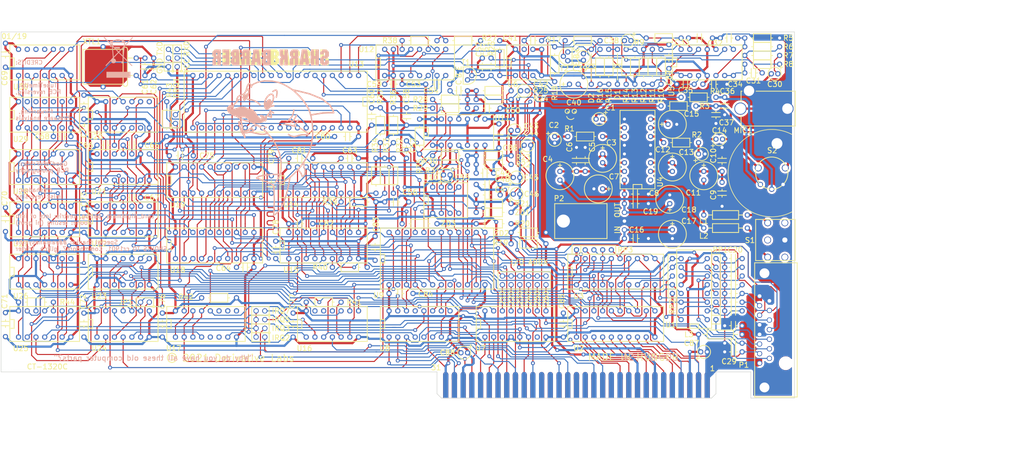
<source format=kicad_pcb>
(kicad_pcb (version 20171130) (host pcbnew "(5.1.6)-1")
  (title_block (title "Snark Barker SB 1.0 Clone") (comment 1 "Copyright (C) 2018 Eric Schlaepfer") (comment 2 "License. See https://creativecommons.org/licenses/by-sa/4.0/") (comment 3 "This work is licensed under a Creative Commons Attribution-ShareAlike 4.0 International"))
  (layers (0 F.Cu signal) (31 B.Cu signal) (34 B.Paste user) (35 F.Paste user) (36 B.SilkS user) (37 F.SilkS user) (38 B.Mask user) (39 F.Mask user) (44 Edge.Cuts user))
  (net 0 "")
  (net 1 "Net-(C1-Pad1)")
  (net 2 "Net-(C1-Pad2)")
  (net 3 "Net-(C2-Pad1)")
  (net 4 GND)
  (net 5 "Net-(C3-Pad1)")
  (net 6 "Net-(C3-Pad2)")
  (net 7 "Net-(C4-Pad2)")
  (net 8 +9VA)
  (net 9 "Net-(C10-Pad1)")
  (net 10 "Net-(C11-Pad2)")
  (net 11 "Net-(C12-Pad2)")
  (net 12 "Net-(C13-Pad1)")
  (net 13 "Net-(C14-Pad1)")
  (net 14 "Net-(C14-Pad2)")
  (net 15 "Net-(C15-Pad1)")
  (net 16 "Net-(C20-Pad1)")
  (net 17 "Net-(C21-Pad1)")
  (net 18 "Net-(C22-Pad1)")
  (net 19 "Net-(C23-Pad1)")
  (net 20 /BUTTON1)
  (net 21 /BUTTON4)
  (net 22 "Net-(C26-Pad1)")
  (net 23 "Net-(C27-Pad1)")
  (net 24 /BUTTON3)
  (net 25 /BUTTON2)
  (net 26 "Net-(C30-Pad1)")
  (net 27 "Net-(C30-Pad2)")
  (net 28 "Net-(C31-Pad1)")
  (net 29 "Net-(C31-Pad2)")
  (net 30 "Net-(C32-Pad2)")
  (net 31 "Net-(C35-Pad1)")
  (net 32 "Net-(C36-Pad1)")
  (net 33 "Net-(C37-Pad2)")
  (net 34 "Net-(C38-Pad1)")
  (net 35 "Net-(C38-Pad2)")
  (net 36 "Net-(C39-Pad1)")
  (net 37 "Net-(C40-Pad1)")
  (net 38 "Net-(C40-Pad2)")
  (net 39 "Net-(C42-Pad1)")
  (net 40 "Net-(C42-Pad2)")
  (net 41 "Net-(C43-Pad1)")
  (net 42 "Net-(C43-Pad2)")
  (net 43 +5VA)
  (net 44 "Net-(C49-Pad2)")
  (net 45 /DIGITAL_OUT)
  (net 46 "Net-(C51-Pad2)")
  (net 47 "Net-(C52-Pad2)")
  (net 48 "Net-(C54-Pad1)")
  (net 49 "Net-(C55-Pad1)")
  (net 50 /OPL2)
  (net 51 /SAA_R)
  (net 52 "Net-(C59-Pad1)")
  (net 53 /SAA_L)
  (net 54 "Net-(C61-Pad1)")
  (net 55 "Net-(C62-Pad1)")
  (net 56 "Net-(C63-Pad1)")
  (net 57 /~ISA_WR)
  (net 58 "Net-(C65-Pad1)")
  (net 59 /DREQUEST)
  (net 60 /~RESET)
  (net 61 /RESET)
  (net 62 VCC)
  (net 63 "Net-(C78-Pad1)")
  (net 64 /~DSP_WRITE)
  (net 65 "Net-(C89-Pad1)")
  (net 66 "Net-(D1-Pad1)")
  (net 67 "Net-(D2-Pad2)")
  (net 68 /DRQ1)
  (net 69 "Net-(IO1-Pad1)")
  (net 70 "Net-(IO1-Pad10)")
  (net 71 "Net-(IO1-Pad3)")
  (net 72 "Net-(IO1-Pad5)")
  (net 73 "Net-(IO1-Pad7)")
  (net 74 "Net-(IO1-Pad11)")
  (net 75 "Net-(IO1-Pad9)")
  (net 76 /IRQ2)
  (net 77 /IRQ3)
  (net 78 /IRQ5)
  (net 79 /IRQ7)
  (net 80 /BUSRESET)
  (net 81 /~IOW)
  (net 82 /~IOR)
  (net 83 /~DACK1)
  (net 84 /CLK_14M318)
  (net 85 /DB7)
  (net 86 /DB6)
  (net 87 /DB5)
  (net 88 /DB4)
  (net 89 /DB3)
  (net 90 /DB2)
  (net 91 /DB1)
  (net 92 /DB0)
  (net 93 /IO_READY)
  (net 94 /AEN)
  (net 95 /A9)
  (net 96 /A8)
  (net 97 /A7)
  (net 98 /A6)
  (net 99 /A5)
  (net 100 /A4)
  (net 101 /A3)
  (net 102 /A2)
  (net 103 /A1)
  (net 104 /A0)
  (net 105 /JOYSTICK_~CS)
  (net 106 /X1)
  (net 107 /Y1)
  (net 108 /X2)
  (net 109 /MIDI_OUT)
  (net 110 /Y2)
  (net 111 /MIDI_IN)
  (net 112 "Net-(R1-Pad1)")
  (net 113 "Net-(R2-Pad1)")
  (net 114 "Net-(R10-Pad2)")
  (net 115 "Net-(R17-Pad1)")
  (net 116 "Net-(R18-Pad1)")
  (net 117 /MIC_COMP)
  (net 118 /MUTE_EN)
  (net 119 "Net-(R34-Pad2)")
  (net 120 "Net-(R35-Pad2)")
  (net 121 "Net-(R38-Pad1)")
  (net 122 "Net-(R39-Pad2)")
  (net 123 "Net-(R40-Pad2)")
  (net 124 "Net-(R41-Pad2)")
  (net 125 "Net-(R44-Pad2)")
  (net 126 "Net-(RP2-Pad2)")
  (net 127 "Net-(RP2-Pad3)")
  (net 128 "Net-(RP2-Pad4)")
  (net 129 "Net-(RP2-Pad5)")
  (net 130 "Net-(RXD1-Pad3)")
  (net 131 "Net-(TXD1-Pad3)")
  (net 132 "Net-(U1-Pad11)")
  (net 133 /~IC)
  (net 134 /~RD)
  (net 135 /D0)
  (net 136 /D7)
  (net 137 /D6)
  (net 138 /D5)
  (net 139 /D4)
  (net 140 /D3)
  (net 141 /D2)
  (net 142 /D1)
  (net 143 /~DB_EN)
  (net 144 "Net-(U24-Pad3)")
  (net 145 /1xx000xxxx)
  (net 146 /~CARD_SELECTED)
  (net 147 /DAV_~CS)
  (net 148 /DSPRD_~CS)
  (net 149 /FM_~CS)
  (net 150 /DSPRST_~CS)
  (net 151 /CMS7-12_~CS)
  (net 152 /CMS1-6_~CS)
  (net 153 /DSPWR_~CS)
  (net 154 /~WR)
  (net 155 "Net-(U10-Pad3)")
  (net 156 "Net-(U10-Pad2)")
  (net 157 "Net-(U10-Pad4)")
  (net 158 "Net-(U10-Pad5)")
  (net 159 "Net-(U10-Pad8)")
  (net 160 /DAC7)
  (net 161 /DAC6)
  (net 162 /DAC5)
  (net 163 /DAC2)
  (net 164 /DAC1)
  (net 165 /DAC0)
  (net 166 /DAC4)
  (net 167 /DAC3)
  (net 168 /IREQUEST)
  (net 169 /DSP_BUSY)
  (net 170 /~DMA_EN)
  (net 171 /~DSP_READ)
  (net 172 /DAV_PC)
  (net 173 /DAV_DSP)
  (net 174 /DD7)
  (net 175 /DD6)
  (net 176 /DD5)
  (net 177 /DD4)
  (net 178 /DD3)
  (net 179 /DD2)
  (net 180 /DD1)
  (net 181 /DD0)
  (net 182 /CLK_7M159)
  (net 183 /~111000xxxx)
  (net 184 /~100jjjxxxx)
  (net 185 "Net-(U16-Pad10)")
  (net 186 /~100000xxxx)
  (net 187 /~ISA_RD)
  (net 188 "Net-(U20-Pad1)")
  (net 189 "Net-(U20-Pad5)")
  (net 190 "Net-(U20-Pad9)")
  (net 191 "Net-(U20-Pad10)")
  (net 192 "Net-(U20-Pad11)")
  (net 193 "Net-(U20-Pad12)")
  (net 194 /~RD_DAV)
  (net 195 "Net-(U21-Pad4)")
  (net 196 "Net-(U21-Pad5)")
  (net 197 "Net-(U23-Pad2)")
  (net 198 /CLK_3M579)
  (net 199 "Net-(U23-Pad12)")
  (net 200 "Net-(U24-Pad11)")
  (net 201 /~DMAOUT)
  (net 202 "Net-(U26-Pad5)")
  (net 203 "Net-(U26-Pad13)")
  (net 204 "Net-(U27-Pad1)")
  (net 205 "Net-(U27-Pad10)")
  (net 206 "Net-(L1-Pad2)")
  (net 207 "Net-(L2-Pad2)")
  (net 208 "Net-(IRQ2-Pad2)")
  (net 209 "Net-(JP1-Pad1)")
  (net 210 VDDA)
  (net 211 GNDA)
  (net 212 +12V)
  (net 213 +5VD)
  (net 214 -12V)
  (net 215 -5VA)
  (module SoundBlaster:Shark_Barber_Graphic (layer F.Cu) (at 109.05 53.7)
    (fp_text reference REF** hide)
    (fp_text value Shark_Barber_Graphic hide)
  )
  (module SoundBlaster:Shark_Barber_Back (layer F.Cu) (at 107.605 30.625)
    (fp_text reference G*** hide)
    (fp_text value LOGO hide)
  )
  (module SoundBlaster:Snark_Barker (layer F.Cu) (at 106.426 30.226)
    (fp_text reference G*** hide)
    (fp_text value LOGO hide)
  )
  (module SoundBlaster:SB_C_RADIAL_75_150 (layer F.Cu) (at 177.165 70.104)
    (fp_text reference C46 (at 5.334 0) (layer F.SilkS) (effects (font (size 1.524 1.524) (thickness 0.254))))
    (fp_text value "10uF 16V")
    (pad 1 thru_hole circle (at 0 0 270) (size 1.524 1.524) (drill 0.889) (layers *.Cu *.Mask) (net 213 +5VD))
    (pad 2 thru_hole circle (at 1.905 0 270) (size 1.524 1.524) (drill 0.889) (layers *.Cu *.Mask) (net 211 GNDA))
  )
  (module SoundBlaster:SB_C_RADIAL_75_150 (layer F.Cu) (at 203.2 48.26 180)
    (fp_text reference C1 (at -2.286 3.302 180) (layer F.SilkS) (effects (font (size 1.524 1.524) (thickness 0.254))))
    (fp_text value "10uF 16V")
    (pad 1 thru_hole circle (at 0 0 90) (size 1.524 1.524) (drill 0.889) (layers *.Cu *.Mask) (net 1 "Net-(C1-Pad1)"))
    (pad 2 thru_hole circle (at 1.905 0 90) (size 1.524 1.524) (drill 0.889) (layers *.Cu *.Mask) (net 2 "Net-(C1-Pad2)"))
  )
  (module SoundBlaster:SB_C_RADIAL_75_150 (layer F.Cu) (at 189.23 53.34 270)
    (fp_text reference C2 (at -3.302 0.254) (layer F.SilkS) (effects (font (size 1.524 1.524) (thickness 0.254))))
    (fp_text value "47uF 16V")
    (pad 1 thru_hole circle (at 0 0 180) (size 1.524 1.524) (drill 0.889) (layers *.Cu *.Mask) (net 3 "Net-(C2-Pad1)"))
    (pad 2 thru_hole circle (at 1.905 0 180) (size 1.524 1.524) (drill 0.889) (layers *.Cu *.Mask) (net 211 GNDA))
  )
  (module SoundBlaster:SB_C_RADIAL_100_320 (layer F.Cu) (at 203.2 58.42 270)
    (fp_text reference C3 (at -3.302 -2.54) (layer F.SilkS) (effects (font (size 1.524 1.524) (thickness 0.254))))
    (fp_text value "100uF 16V")
    (pad 1 thru_hole circle (at 0 0 180) (size 1.524 1.524) (drill 0.889) (layers *.Cu *.Mask) (net 5 "Net-(C3-Pad1)"))
    (pad 2 thru_hole circle (at 2.54 0 180) (size 1.524 1.524) (drill 0.889) (layers *.Cu *.Mask) (net 6 "Net-(C3-Pad2)"))
  )
  (module SoundBlaster:SB_C_RADIAL_100_320 (layer F.Cu) (at 190.754 63.5 270)
    (fp_text reference C4 (at -3.556 3.556) (layer F.SilkS) (effects (font (size 1.524 1.524) (thickness 0.254))))
    (fp_text value "470uF 16V")
    (pad 1 thru_hole circle (at 0 0 180) (size 1.524 1.524) (drill 0.889) (layers *.Cu *.Mask) (net 5 "Net-(C3-Pad1)"))
    (pad 2 thru_hole circle (at 2.54 0 180) (size 1.524 1.524) (drill 0.889) (layers *.Cu *.Mask) (net 7 "Net-(C4-Pad2)"))
  )
  (module SoundBlaster:SB_C_AXIAL_275 (layer F.Cu) (at 198.12 63.5 90)
    (fp_text reference C5 (at 7.112 2.032 90) (layer F.SilkS) (effects (font (size 1.524 1.524) (thickness 0.254))))
    (fp_text value 0.1u)
    (pad 1 thru_hole circle (at 0 0) (size 1.524 1.524) (drill 0.889) (layers *.Cu *.Mask) (net 5 "Net-(C3-Pad1)"))
    (pad 2 thru_hole circle (at 6.985 0) (size 1.524 1.524) (drill 0.889) (layers *.Cu *.Mask) (net 211 GNDA))
  )
  (module SoundBlaster:SB_C_AXIAL_275 (layer F.Cu) (at 195.58 63.5 90)
    (fp_text reference C6 (at 7.112 -2.032 90) (layer F.SilkS) (effects (font (size 1.524 1.524) (thickness 0.254))))
    (fp_text value 0.1u)
    (pad 1 thru_hole circle (at 0 0) (size 1.524 1.524) (drill 0.889) (layers *.Cu *.Mask) (net 5 "Net-(C3-Pad1)"))
    (pad 2 thru_hole circle (at 6.985 0) (size 1.524 1.524) (drill 0.889) (layers *.Cu *.Mask) (net 211 GNDA))
  )
  (module SoundBlaster:SB_C_RADIAL_100_320 (layer F.Cu) (at 203.2 68.58 180)
    (fp_text reference C7 (at -3.302 3.556 180) (layer F.SilkS) (effects (font (size 1.524 1.524) (thickness 0.254))))
    (fp_text value "100uF 16V")
    (pad 1 thru_hole circle (at 0 0 90) (size 1.524 1.524) (drill 0.889) (layers *.Cu *.Mask) (net 8 +9VA))
    (pad 2 thru_hole circle (at 2.54 0 90) (size 1.524 1.524) (drill 0.889) (layers *.Cu *.Mask) (net 211 GNDA))
  )
  (module SoundBlaster:SB_C_AXIAL_275 (layer F.Cu) (at 209.55 70.104)
    (fp_text reference C8 (at 8.636 -0.254) (layer F.SilkS) (effects (font (size 1.524 1.524) (thickness 0.254))))
    (fp_text value 0.1u)
    (pad 1 thru_hole circle (at 0 0 270) (size 1.524 1.524) (drill 0.889) (layers *.Cu *.Mask) (net 8 +9VA))
    (pad 2 thru_hole circle (at 6.985 0 270) (size 1.524 1.524) (drill 0.889) (layers *.Cu *.Mask) (net 211 GNDA))
  )
  (module SoundBlaster:SB_C_AXIAL_275 (layer F.Cu) (at 237.998 66.675 270)
    (fp_text reference C9 (at 3.683 2.54 270) (layer F.SilkS) (effects (font (size 1.524 1.524) (thickness 0.254))))
    (fp_text value 0.1u)
    (pad 1 thru_hole circle (at 0 0 180) (size 1.524 1.524) (drill 0.889) (layers *.Cu *.Mask) (net 9 "Net-(C10-Pad1)"))
    (pad 2 thru_hole circle (at 6.985 0 180) (size 1.524 1.524) (drill 0.889) (layers *.Cu *.Mask) (net 211 GNDA))
  )
  (module SoundBlaster:SB_C_AXIAL_275 (layer F.Cu) (at 237.998 63.5 90)
    (fp_text reference C10 (at 4.572 -2.54 90) (layer F.SilkS) (effects (font (size 1.524 1.524) (thickness 0.254))))
    (fp_text value 0.1u)
    (pad 1 thru_hole circle (at 0 0) (size 1.524 1.524) (drill 0.889) (layers *.Cu *.Mask) (net 9 "Net-(C10-Pad1)"))
    (pad 2 thru_hole circle (at 6.985 0) (size 1.524 1.524) (drill 0.889) (layers *.Cu *.Mask) (net 211 GNDA))
  )
  (module SoundBlaster:SB_C_RADIAL_100_320 (layer F.Cu) (at 232.664 63.5 270)
    (fp_text reference C11 (at 6.223 3.048) (layer F.SilkS) (effects (font (size 1.524 1.524) (thickness 0.254))))
    (fp_text value "470uF 16V")
    (pad 1 thru_hole circle (at 0 0 180) (size 1.524 1.524) (drill 0.889) (layers *.Cu *.Mask) (net 9 "Net-(C10-Pad1)"))
    (pad 2 thru_hole circle (at 2.54 0 180) (size 1.524 1.524) (drill 0.889) (layers *.Cu *.Mask) (net 10 "Net-(C11-Pad2)"))
  )
  (module SoundBlaster:SB_C_RADIAL_100_320 (layer F.Cu) (at 223.52 60.96 270)
    (fp_text reference C12 (at -3.81 2.794) (layer F.SilkS) (effects (font (size 1.524 1.524) (thickness 0.254))))
    (fp_text value "100uF 16V")
    (pad 1 thru_hole circle (at 0 0 180) (size 1.524 1.524) (drill 0.889) (layers *.Cu *.Mask) (net 9 "Net-(C10-Pad1)"))
    (pad 2 thru_hole circle (at 2.54 0 180) (size 1.524 1.524) (drill 0.889) (layers *.Cu *.Mask) (net 11 "Net-(C12-Pad2)"))
  )
  (module SoundBlaster:SB_C_RADIAL_75_150 (layer F.Cu) (at 231.14 58.42)
    (fp_text reference C13 (at -3.556 -0.508) (layer F.SilkS) (effects (font (size 1.524 1.524) (thickness 0.254))))
    (fp_text value "47uF 16V")
    (pad 1 thru_hole circle (at 0 0 270) (size 1.524 1.524) (drill 0.889) (layers *.Cu *.Mask) (net 12 "Net-(C13-Pad1)"))
    (pad 2 thru_hole circle (at 1.905 0 270) (size 1.524 1.524) (drill 0.889) (layers *.Cu *.Mask) (net 211 GNDA))
  )
  (module SoundBlaster:SB_C_RADIAL_75_150 (layer F.Cu) (at 236.22 54.102)
    (fp_text reference C14 (at 1.016 -2.54) (layer F.SilkS) (effects (font (size 1.524 1.524) (thickness 0.254))))
    (fp_text value "10uF 16V")
    (pad 1 thru_hole circle (at 0 0 270) (size 1.524 1.524) (drill 0.889) (layers *.Cu *.Mask) (net 13 "Net-(C14-Pad1)"))
    (pad 2 thru_hole circle (at 1.905 0 270) (size 1.524 1.524) (drill 0.889) (layers *.Cu *.Mask) (net 14 "Net-(C14-Pad2)"))
  )
  (module SoundBlaster:SB_C_RADIAL_100_320 (layer F.Cu) (at 222.25 49.784)
    (fp_text reference C15 (at 6.858 -3.048) (layer F.SilkS) (effects (font (size 1.524 1.524) (thickness 0.254))))
    (fp_text value "100uF 16V")
    (pad 1 thru_hole circle (at 0 0 270) (size 1.524 1.524) (drill 0.889) (layers *.Cu *.Mask) (net 15 "Net-(C15-Pad1)"))
    (pad 2 thru_hole circle (at 2.54 0 270) (size 1.524 1.524) (drill 0.889) (layers *.Cu *.Mask) (net 211 GNDA))
  )
  (module SoundBlaster:SB_C_AXIAL_275 (layer F.Cu) (at 209.55 83.058)
    (fp_text reference C16 (at 3.556 -2.54) (layer F.SilkS) (effects (font (size 1.524 1.524) (thickness 0.254))))
    (fp_text value 0.1u)
    (pad 1 thru_hole circle (at 0 0 270) (size 1.524 1.524) (drill 0.889) (layers *.Cu *.Mask) (net 212 +12V))
    (pad 2 thru_hole circle (at 6.985 0 270) (size 1.524 1.524) (drill 0.889) (layers *.Cu *.Mask) (net 211 GNDA))
  )
  (module SoundBlaster:SB_C_RADIAL_100_320 (layer F.Cu) (at 223.52 80.518 270)
    (fp_text reference C17 (at -2.54 -4.826) (layer F.SilkS) (effects (font (size 1.524 1.524) (thickness 0.254))))
    (fp_text value "100uF 16V")
    (pad 1 thru_hole circle (at 0 0 180) (size 1.524 1.524) (drill 0.889) (layers *.Cu *.Mask) (net 212 +12V))
    (pad 2 thru_hole circle (at 2.54 0 180) (size 1.524 1.524) (drill 0.889) (layers *.Cu *.Mask) (net 211 GNDA))
  )
  (module SoundBlaster:SB_C_RADIAL_100_320 (layer F.Cu) (at 222.758 72.898 90)
    (fp_text reference C18 (at -1.778 5.588 180) (layer F.SilkS) (effects (font (size 1.524 1.524) (thickness 0.254))))
    (fp_text value "100uF 16V")
    (pad 1 thru_hole circle (at 0 0) (size 1.524 1.524) (drill 0.889) (layers *.Cu *.Mask) (net 8 +9VA))
    (pad 2 thru_hole circle (at 2.54 0) (size 1.524 1.524) (drill 0.889) (layers *.Cu *.Mask) (net 211 GNDA))
  )
  (module SoundBlaster:SB_C_AXIAL_275 (layer F.Cu) (at 209.55 72.898)
    (fp_text reference C19 (at 7.62 2.286) (layer F.SilkS) (effects (font (size 1.524 1.524) (thickness 0.254))))
    (fp_text value 0.1u)
    (pad 1 thru_hole circle (at 0 0 270) (size 1.524 1.524) (drill 0.889) (layers *.Cu *.Mask) (net 8 +9VA))
    (pad 2 thru_hole circle (at 6.985 0 270) (size 1.524 1.524) (drill 0.889) (layers *.Cu *.Mask) (net 211 GNDA))
  )
  (module SoundBlaster:SB_C_DISC_200 (layer F.Cu) (at 243.84 88.9 180)
    (fp_text reference C20 (at 2.032 2.54 180) (layer F.SilkS) (effects (font (size 1.524 1.524) (thickness 0.254))))
    (fp_text value 0.01u)
    (pad 1 thru_hole circle (at 0 0 90) (size 1.524 1.524) (drill 0.889) (layers *.Cu *.Mask) (net 16 "Net-(C20-Pad1)"))
    (pad 2 thru_hole circle (at 5.08 0 90) (size 1.524 1.524) (drill 0.889) (layers *.Cu *.Mask) (net 211 GNDA))
  )
  (module SoundBlaster:SB_C_DISC_200 (layer F.Cu) (at 243.84 91.44 180)
    (fp_text reference C21 hide)
    (fp_text value 0.01u)
    (pad 1 thru_hole circle (at 0 0 90) (size 1.524 1.524) (drill 0.889) (layers *.Cu *.Mask) (net 17 "Net-(C21-Pad1)"))
    (pad 2 thru_hole circle (at 5.08 0 90) (size 1.524 1.524) (drill 0.889) (layers *.Cu *.Mask) (net 211 GNDA))
  )
  (module SoundBlaster:SB_C_DISC_200 (layer F.Cu) (at 243.84 93.98 180)
    (fp_text reference C22 hide)
    (fp_text value 0.01u)
    (pad 1 thru_hole circle (at 0 0 90) (size 1.524 1.524) (drill 0.889) (layers *.Cu *.Mask) (net 18 "Net-(C22-Pad1)"))
    (pad 2 thru_hole circle (at 5.08 0 90) (size 1.524 1.524) (drill 0.889) (layers *.Cu *.Mask) (net 211 GNDA))
  )
  (module SoundBlaster:SB_C_DISC_200 (layer F.Cu) (at 243.84 96.52 180)
    (fp_text reference C23 hide)
    (fp_text value 0.01u)
    (pad 1 thru_hole circle (at 0 0 90) (size 1.524 1.524) (drill 0.889) (layers *.Cu *.Mask) (net 19 "Net-(C23-Pad1)"))
    (pad 2 thru_hole circle (at 5.08 0 90) (size 1.524 1.524) (drill 0.889) (layers *.Cu *.Mask) (net 211 GNDA))
  )
  (module SoundBlaster:SB_C_DISC_200 (layer F.Cu) (at 243.84 99.06 180)
    (fp_text reference C24 hide)
    (fp_text value 0.01u)
    (pad 1 thru_hole circle (at 0 0 90) (size 1.524 1.524) (drill 0.889) (layers *.Cu *.Mask) (net 20 /BUTTON1))
    (pad 2 thru_hole circle (at 5.08 0 90) (size 1.524 1.524) (drill 0.889) (layers *.Cu *.Mask) (net 211 GNDA))
  )
  (module SoundBlaster:SB_C_DISC_200 (layer F.Cu) (at 243.84 101.6 180)
    (fp_text reference C25 hide)
    (fp_text value 0.01u)
    (pad 1 thru_hole circle (at 0 0 90) (size 1.524 1.524) (drill 0.889) (layers *.Cu *.Mask) (net 21 /BUTTON4))
    (pad 2 thru_hole circle (at 5.08 0 90) (size 1.524 1.524) (drill 0.889) (layers *.Cu *.Mask) (net 211 GNDA))
  )
  (module SoundBlaster:SB_C_DISC_200 (layer F.Cu) (at 243.84 104.14 180)
    (fp_text reference C26 hide)
    (fp_text value 0.01u)
    (pad 1 thru_hole circle (at 0 0 90) (size 1.524 1.524) (drill 0.889) (layers *.Cu *.Mask) (net 22 "Net-(C26-Pad1)"))
    (pad 2 thru_hole circle (at 5.08 0 90) (size 1.524 1.524) (drill 0.889) (layers *.Cu *.Mask) (net 211 GNDA))
  )
  (module SoundBlaster:SB_C_DISC_200 (layer F.Cu) (at 243.84 108.458 180)
    (fp_text reference C27 hide)
    (fp_text value 0.01u)
    (pad 1 thru_hole circle (at 0 0 90) (size 1.524 1.524) (drill 0.889) (layers *.Cu *.Mask) (net 23 "Net-(C27-Pad1)"))
    (pad 2 thru_hole circle (at 5.08 0 90) (size 1.524 1.524) (drill 0.889) (layers *.Cu *.Mask) (net 211 GNDA))
  )
  (module SoundBlaster:SB_C_DISC_200 (layer F.Cu) (at 243.84 113.538 180)
    (fp_text reference C28 hide)
    (fp_text value 0.01u)
    (pad 1 thru_hole circle (at 0 0 90) (size 1.524 1.524) (drill 0.889) (layers *.Cu *.Mask) (net 24 /BUTTON3))
    (pad 2 thru_hole circle (at 5.08 0 90) (size 1.524 1.524) (drill 0.889) (layers *.Cu *.Mask) (net 211 GNDA))
  )
  (module SoundBlaster:SB_C_DISC_200 (layer F.Cu) (at 243.84 116.078 180)
    (fp_text reference C29 (at 3.81 -2.794 180) (layer F.SilkS) (effects (font (size 1.524 1.524) (thickness 0.254))))
    (fp_text value 0.01u)
    (pad 1 thru_hole circle (at 0 0 90) (size 1.524 1.524) (drill 0.889) (layers *.Cu *.Mask) (net 25 /BUTTON2))
    (pad 2 thru_hole circle (at 5.08 0 90) (size 1.524 1.524) (drill 0.889) (layers *.Cu *.Mask) (net 211 GNDA))
  )
  (module SoundBlaster:SB_C_RADIAL_75_150 (layer F.Cu) (at 254.254 35.052 180)
    (fp_text reference C30 (at 0.889 -3.048 180) (layer F.SilkS) (effects (font (size 1.524 1.524) (thickness 0.254))))
    (fp_text value "10uF 16V")
    (pad 1 thru_hole circle (at 0 0 90) (size 1.524 1.524) (drill 0.889) (layers *.Cu *.Mask) (net 26 "Net-(C30-Pad1)"))
    (pad 2 thru_hole circle (at 1.905 0 90) (size 1.524 1.524) (drill 0.889) (layers *.Cu *.Mask) (net 27 "Net-(C30-Pad2)"))
  )
  (module SoundBlaster:SB_C_DISC_200 (layer F.Cu) (at 244.602 34.798)
    (fp_text reference C31 (at 2.54 2.286) (layer F.SilkS) (effects (font (size 1.524 1.524) (thickness 0.254))))
    (fp_text value 1000p)
    (pad 1 thru_hole circle (at 0 0 270) (size 1.524 1.524) (drill 0.889) (layers *.Cu *.Mask) (net 28 "Net-(C31-Pad1)"))
    (pad 2 thru_hole circle (at 5.08 0 270) (size 1.524 1.524) (drill 0.889) (layers *.Cu *.Mask) (net 29 "Net-(C31-Pad2)"))
  )
  (module SoundBlaster:SB_C_DISC_200 (layer F.Cu) (at 237.49 24.638)
    (fp_text reference C32 (at -1.524 1.524) (layer F.SilkS) (effects (font (size 1.524 1.524) (thickness 0.254))))
    (fp_text value 330p)
    (pad 1 thru_hole circle (at 0 0 270) (size 1.524 1.524) (drill 0.889) (layers *.Cu *.Mask) (net 211 GNDA))
    (pad 2 thru_hole circle (at 5.08 0 270) (size 1.524 1.524) (drill 0.889) (layers *.Cu *.Mask) (net 30 "Net-(C32-Pad2)"))
  )
  (module SoundBlaster:SB_C_AXIAL_275 (layer F.Cu) (at 228.219 24.638)
    (fp_text reference C33 (at -1.905 1.27) (layer F.SilkS) (effects (font (size 1.524 1.524) (thickness 0.254))))
    (fp_text value 0.1u)
    (pad 1 thru_hole circle (at 0 0 270) (size 1.524 1.524) (drill 0.889) (layers *.Cu *.Mask) (net 215 -5VA))
    (pad 2 thru_hole circle (at 6.985 0 270) (size 1.524 1.524) (drill 0.889) (layers *.Cu *.Mask) (net 211 GNDA))
  )
  (module SoundBlaster:SB_C_AXIAL_275 (layer F.Cu) (at 232.41 38.1)
    (fp_text reference C34 (at 9.398 0) (layer F.SilkS) (effects (font (size 1.524 1.524) (thickness 0.254))))
    (fp_text value 0.1u)
    (pad 1 thru_hole circle (at 0 0 270) (size 1.524 1.524) (drill 0.889) (layers *.Cu *.Mask) (net 43 +5VA))
    (pad 2 thru_hole circle (at 6.985 0 270) (size 1.524 1.524) (drill 0.889) (layers *.Cu *.Mask) (net 211 GNDA))
  )
  (module SoundBlaster:SB_C_DISC_200 (layer F.Cu) (at 229.87 38.1 180)
    (fp_text reference C35 (at 2.54 -1.778 180) (layer F.SilkS) (effects (font (size 1.524 1.524) (thickness 0.254))))
    (fp_text value 330p)
    (pad 1 thru_hole circle (at 0 0 90) (size 1.524 1.524) (drill 0.889) (layers *.Cu *.Mask) (net 31 "Net-(C35-Pad1)"))
    (pad 2 thru_hole circle (at 5.08 0 90) (size 1.524 1.524) (drill 0.889) (layers *.Cu *.Mask) (net 211 GNDA))
  )
  (module SoundBlaster:SB_C_DISC_200 (layer F.Cu) (at 238.76 41.91 270)
    (fp_text reference C36 (at -1.778 -0.762) (layer F.SilkS) (effects (font (size 1.524 1.524) (thickness 0.254))))
    (fp_text value 1000p)
    (pad 1 thru_hole circle (at 0 0 180) (size 1.524 1.524) (drill 0.889) (layers *.Cu *.Mask) (net 32 "Net-(C36-Pad1)"))
    (pad 2 thru_hole circle (at 5.08 0 180) (size 1.524 1.524) (drill 0.889) (layers *.Cu *.Mask) (net 211 GNDA))
  )
  (module SoundBlaster:SB_C_DISC_200 (layer F.Cu) (at 236.22 49.53 90)
    (fp_text reference C37 (at 0.254 3.048 180) (layer F.SilkS) (effects (font (size 1.524 1.524) (thickness 0.254))))
    (fp_text value 1000p)
    (pad 1 thru_hole circle (at 0 0) (size 1.524 1.524) (drill 0.889) (layers *.Cu *.Mask) (net 211 GNDA))
    (pad 2 thru_hole circle (at 5.08 0) (size 1.524 1.524) (drill 0.889) (layers *.Cu *.Mask) (net 33 "Net-(C37-Pad2)"))
  )
  (module SoundBlaster:SB_C_RADIAL_75_150 (layer F.Cu) (at 211.455 25.4 180)
    (fp_text reference C38 (at 5.715 0 180) (layer F.SilkS) (effects (font (size 1.524 1.524) (thickness 0.254))))
    (fp_text value "10uF 16V")
    (pad 1 thru_hole circle (at 0 0 90) (size 1.524 1.524) (drill 0.889) (layers *.Cu *.Mask) (net 34 "Net-(C38-Pad1)"))
    (pad 2 thru_hole circle (at 1.905 0 90) (size 1.524 1.524) (drill 0.889) (layers *.Cu *.Mask) (net 35 "Net-(C38-Pad2)"))
  )
  (module SoundBlaster:SB_C_RADIAL_75_150 (layer F.Cu) (at 197.612 29.21 270)
    (fp_text reference C39 (at 4.318 1.016) (layer F.SilkS) (effects (font (size 1.524 1.524) (thickness 0.254))))
    (fp_text value "10uF 16V")
    (pad 1 thru_hole circle (at 0 0 180) (size 1.524 1.524) (drill 0.889) (layers *.Cu *.Mask) (net 36 "Net-(C39-Pad1)"))
    (pad 2 thru_hole circle (at 1.905 0 180) (size 1.524 1.524) (drill 0.889) (layers *.Cu *.Mask) (net 211 GNDA))
  )
  (module SoundBlaster:SB_C_RADIAL_100_320 (layer F.Cu) (at 193.548 38.1)
    (fp_text reference C40 (at 1.27 5.334) (layer F.SilkS) (effects (font (size 1.524 1.524) (thickness 0.254))))
    (fp_text value "100uF 16V")
    (pad 1 thru_hole circle (at 0 0 270) (size 1.524 1.524) (drill 0.889) (layers *.Cu *.Mask) (net 37 "Net-(C40-Pad1)"))
    (pad 2 thru_hole circle (at 2.54 0 270) (size 1.524 1.524) (drill 0.889) (layers *.Cu *.Mask) (net 38 "Net-(C40-Pad2)"))
  )
  (module SoundBlaster:SB_C_DISC_200 (layer F.Cu) (at 180.34 25.4)
    (fp_text reference C41 (at -4.064 -0.762) (layer F.SilkS) (effects (font (size 1.524 1.524) (thickness 0.254))))
    (fp_text value 47)
    (pad 1 thru_hole circle (at 0 0 270) (size 1.524 1.524) (drill 0.889) (layers *.Cu *.Mask) (net 37 "Net-(C40-Pad1)"))
    (pad 2 thru_hole circle (at 5.08 0 270) (size 1.524 1.524) (drill 0.889) (layers *.Cu *.Mask) (net 34 "Net-(C38-Pad1)"))
  )
  (module SoundBlaster:SB_C_RADIAL_75_150 (layer F.Cu) (at 179.324 40.005)
    (fp_text reference C42 (at 5.842 -1.905) (layer F.SilkS) (effects (font (size 1.524 1.524) (thickness 0.254))))
    (fp_text value "10uF 16V")
    (pad 1 thru_hole circle (at 0 0 270) (size 1.524 1.524) (drill 0.889) (layers *.Cu *.Mask) (net 39 "Net-(C42-Pad1)"))
    (pad 2 thru_hole circle (at 1.905 0 270) (size 1.524 1.524) (drill 0.889) (layers *.Cu *.Mask) (net 40 "Net-(C42-Pad2)"))
  )
  (module SoundBlaster:SB_C_RADIAL_75_150 (layer F.Cu) (at 176.53 51.562)
    (fp_text reference C43 (at 5.842 -1.27) (layer F.SilkS) (effects (font (size 1.524 1.524) (thickness 0.254))))
    (fp_text value "10uF 16V")
    (pad 1 thru_hole circle (at 0 0 270) (size 1.524 1.524) (drill 0.889) (layers *.Cu *.Mask) (net 41 "Net-(C43-Pad1)"))
    (pad 2 thru_hole circle (at 1.905 0 270) (size 1.524 1.524) (drill 0.889) (layers *.Cu *.Mask) (net 42 "Net-(C43-Pad2)"))
  )
  (module SoundBlaster:SB_C_RADIAL_75_150 (layer F.Cu) (at 180.34 55.88)
    (fp_text reference C44 (at 2.032 -3.556) (layer F.SilkS) (effects (font (size 1.524 1.524) (thickness 0.254))))
    (fp_text value "10uF 16V")
    (pad 1 thru_hole circle (at 0 0 270) (size 1.524 1.524) (drill 0.889) (layers *.Cu *.Mask) (net 211 GNDA))
    (pad 2 thru_hole circle (at 1.905 0 270) (size 1.524 1.524) (drill 0.889) (layers *.Cu *.Mask) (net 215 -5VA))
  )
  (module SoundBlaster:SB_C_RADIAL_75_150 (layer F.Cu) (at 177.165 65.278)
    (fp_text reference C45 (at 5.207 0) (layer F.SilkS) (effects (font (size 1.524 1.524) (thickness 0.254))))
    (fp_text value "10uF 16V")
    (pad 1 thru_hole circle (at 0 0 270) (size 1.524 1.524) (drill 0.889) (layers *.Cu *.Mask) (net 43 +5VA))
    (pad 2 thru_hole circle (at 1.905 0 270) (size 1.524 1.524) (drill 0.889) (layers *.Cu *.Mask) (net 211 GNDA))
  )
  (module SoundBlaster:SB_C_AXIAL_275 (layer F.Cu) (at 166.37 70.358)
    (fp_text reference C47 (at 7.62 -1.524) (layer F.SilkS) (effects (font (size 1.524 1.524) (thickness 0.254))))
    (fp_text value 0.1u)
    (pad 1 thru_hole circle (at 0 0 270) (size 1.524 1.524) (drill 0.889) (layers *.Cu *.Mask) (net 213 +5VD))
    (pad 2 thru_hole circle (at 6.985 0 270) (size 1.524 1.524) (drill 0.889) (layers *.Cu *.Mask) (net 211 GNDA))
  )
  (module SoundBlaster:SB_C_AXIAL_275 (layer F.Cu) (at 166.37 67.31)
    (fp_text reference C48 (at 7.62 -1.524) (layer F.SilkS) (effects (font (size 1.524 1.524) (thickness 0.254))))
    (fp_text value 0.1u)
    (pad 1 thru_hole circle (at 0 0 270) (size 1.524 1.524) (drill 0.889) (layers *.Cu *.Mask) (net 212 +12V))
    (pad 2 thru_hole circle (at 6.985 0 270) (size 1.524 1.524) (drill 0.889) (layers *.Cu *.Mask) (net 211 GNDA))
  )
  (module SoundBlaster:SB_C_DISC_200 (layer F.Cu) (at 171.45 64.008 180)
    (fp_text reference C49 (at -2.54 0 180) (layer F.SilkS) (effects (font (size 1.524 1.524) (thickness 0.254))))
    (fp_text value 1000p)
    (pad 1 thru_hole circle (at 0 0 90) (size 1.524 1.524) (drill 0.889) (layers *.Cu *.Mask) (net 41 "Net-(C43-Pad1)"))
    (pad 2 thru_hole circle (at 5.08 0 90) (size 1.524 1.524) (drill 0.889) (layers *.Cu *.Mask) (net 44 "Net-(C49-Pad2)"))
  )
  (module SoundBlaster:SB_C_AXIAL_275 (layer F.Cu) (at 166.37 45.085)
    (fp_text reference C50 (at 10.668 0.635) (layer F.SilkS) (effects (font (size 1.524 1.524) (thickness 0.254))))
    (fp_text value 0.1u)
    (pad 1 thru_hole circle (at 0 0 270) (size 1.524 1.524) (drill 0.889) (layers *.Cu *.Mask) (net 215 -5VA))
    (pad 2 thru_hole circle (at 6.985 0 270) (size 1.524 1.524) (drill 0.889) (layers *.Cu *.Mask) (net 211 GNDA))
  )
  (module SoundBlaster:SB_C_DISC_200 (layer F.Cu) (at 170.688 30.48 270)
    (fp_text reference C51 (at -2.54 1.524 270) (layer F.SilkS) (effects (font (size 1.524 1.524) (thickness 0.254))))
    (fp_text value 2200p)
    (pad 1 thru_hole circle (at 0 0 180) (size 1.524 1.524) (drill 0.889) (layers *.Cu *.Mask) (net 45 /DIGITAL_OUT))
    (pad 2 thru_hole circle (at 5.08 0 180) (size 1.524 1.524) (drill 0.889) (layers *.Cu *.Mask) (net 46 "Net-(C51-Pad2)"))
  )
  (module SoundBlaster:SB_C_DISC_200 (layer F.Cu) (at 168.148 30.48 270)
    (fp_text reference C52 (at -2.54 1.016 270) (layer F.SilkS) (effects (font (size 1.524 1.524) (thickness 0.254))))
    (fp_text value 330p)
    (pad 1 thru_hole circle (at 0 0 180) (size 1.524 1.524) (drill 0.889) (layers *.Cu *.Mask) (net 211 GNDA))
    (pad 2 thru_hole circle (at 5.08 0 180) (size 1.524 1.524) (drill 0.889) (layers *.Cu *.Mask) (net 47 "Net-(C52-Pad2)"))
  )
  (module SoundBlaster:SB_C_AXIAL_275 (layer F.Cu) (at 151.638 38.1)
    (fp_text reference C53 (at -3.556 0) (layer F.SilkS) (effects (font (size 1.524 1.524) (thickness 0.254))))
    (fp_text value 0.1u)
    (pad 1 thru_hole circle (at 0 0 270) (size 1.524 1.524) (drill 0.889) (layers *.Cu *.Mask) (net 214 -12V))
    (pad 2 thru_hole circle (at 6.985 0 270) (size 1.524 1.524) (drill 0.889) (layers *.Cu *.Mask) (net 211 GNDA))
  )
  (module SoundBlaster:SB_C_DISC_200 (layer F.Cu) (at 163.83 40.005 180)
    (fp_text reference C54 (at 10.668 0 180) (layer F.SilkS) (effects (font (size 1.524 1.524) (thickness 0.254))))
    (fp_text value 1000p)
    (pad 1 thru_hole circle (at 0 0 90) (size 1.524 1.524) (drill 0.889) (layers *.Cu *.Mask) (net 48 "Net-(C54-Pad1)"))
    (pad 2 thru_hole circle (at 5.08 0 90) (size 1.524 1.524) (drill 0.889) (layers *.Cu *.Mask) (net 39 "Net-(C42-Pad1)"))
  )
  (module SoundBlaster:SB_C_RADIAL_75_150 (layer F.Cu) (at 156.845 64.516)
    (fp_text reference C55 (at 5.461 0.762) (layer F.SilkS) (effects (font (size 1.524 1.524) (thickness 0.254))))
    (fp_text value "10uF 16V")
    (pad 1 thru_hole circle (at 0 0 270) (size 1.524 1.524) (drill 0.889) (layers *.Cu *.Mask) (net 49 "Net-(C55-Pad1)"))
    (pad 2 thru_hole circle (at 1.905 0 270) (size 1.524 1.524) (drill 0.889) (layers *.Cu *.Mask) (net 211 GNDA))
  )
  (module SoundBlaster:SB_C_AXIAL_275 (layer F.Cu) (at 139.7 72.39)
    (fp_text reference C56 (at 7.366 -2.794) (layer F.SilkS) (effects (font (size 1.524 1.524) (thickness 0.254))))
    (fp_text value 0.1u)
    (pad 1 thru_hole circle (at 0 0 270) (size 1.524 1.524) (drill 0.889) (layers *.Cu *.Mask) (net 213 +5VD))
    (pad 2 thru_hole circle (at 6.985 0 270) (size 1.524 1.524) (drill 0.889) (layers *.Cu *.Mask) (net 211 GNDA))
  )
  (module SoundBlaster:SB_C_DISC_200 (layer F.Cu) (at 146.05 54.61 270)
    (fp_text reference C57 (at 1.27 -2.032 270) (layer F.SilkS) (effects (font (size 1.524 1.524) (thickness 0.254))))
    (fp_text value 4700p)
    (pad 1 thru_hole circle (at 0 0 180) (size 1.524 1.524) (drill 0.889) (layers *.Cu *.Mask) (net 50 /OPL2))
    (pad 2 thru_hole circle (at 5.08 0 180) (size 1.524 1.524) (drill 0.889) (layers *.Cu *.Mask) (net 211 GNDA))
  )
  (module SoundBlaster:SB_C_DISC_200 (layer F.Cu) (at 146.05 44.958 270)
    (fp_text reference C58 (at -3.302 0 270) (layer F.SilkS) (effects (font (size 1.524 1.524) (thickness 0.254))))
    (fp_text value 2200p)
    (pad 1 thru_hole circle (at 0 0 180) (size 1.524 1.524) (drill 0.889) (layers *.Cu *.Mask) (net 51 /SAA_R))
    (pad 2 thru_hole circle (at 5.08 0 180) (size 1.524 1.524) (drill 0.889) (layers *.Cu *.Mask) (net 211 GNDA))
  )
  (module SoundBlaster:SB_C_DISC_200 (layer F.Cu) (at 139.7 38.1)
    (fp_text reference C59 (at -3.048 0) (layer F.SilkS) (effects (font (size 1.524 1.524) (thickness 0.254))))
    (fp_text value 47p)
    (pad 1 thru_hole circle (at 0 0 270) (size 1.524 1.524) (drill 0.889) (layers *.Cu *.Mask) (net 52 "Net-(C59-Pad1)"))
    (pad 2 thru_hole circle (at 5.08 0 270) (size 1.524 1.524) (drill 0.889) (layers *.Cu *.Mask) (net 214 -12V))
  )
  (module SoundBlaster:SB_C_DISC_200 (layer F.Cu) (at 135.89 44.958 270)
    (fp_text reference C60 (at -3.302 0 270) (layer F.SilkS) (effects (font (size 1.524 1.524) (thickness 0.254))))
    (fp_text value 2200p)
    (pad 1 thru_hole circle (at 0 0 180) (size 1.524 1.524) (drill 0.889) (layers *.Cu *.Mask) (net 53 /SAA_L))
    (pad 2 thru_hole circle (at 5.08 0 180) (size 1.524 1.524) (drill 0.889) (layers *.Cu *.Mask) (net 211 GNDA))
  )
  (module SoundBlaster:SB_C_DISC_200 (layer F.Cu) (at 69.85 30.48 270)
    (fp_text reference C61 (at 8.382 0 270) (layer F.SilkS) (effects (font (size 1.524 1.524) (thickness 0.254))))
    (fp_text value 30p)
    (pad 1 thru_hole circle (at 0 0 180) (size 1.524 1.524) (drill 0.889) (layers *.Cu *.Mask) (net 54 "Net-(C61-Pad1)"))
    (pad 2 thru_hole circle (at 5.08 0 180) (size 1.524 1.524) (drill 0.889) (layers *.Cu *.Mask) (net 4 GND))
  )
  (module SoundBlaster:SB_C_DISC_200 (layer F.Cu) (at 72.39 35.56 90)
    (fp_text reference C62 (at -3.302 0 90) (layer F.SilkS) (effects (font (size 1.524 1.524) (thickness 0.254))))
    (fp_text value 30p)
    (pad 1 thru_hole circle (at 0 0) (size 1.524 1.524) (drill 0.889) (layers *.Cu *.Mask) (net 55 "Net-(C62-Pad1)"))
    (pad 2 thru_hole circle (at 5.08 0) (size 1.524 1.524) (drill 0.889) (layers *.Cu *.Mask) (net 4 GND))
  )
  (module SoundBlaster:SB_C_DISC_200 (layer F.Cu) (at 127 59.69)
    (fp_text reference C63 (at 2.54 -2.286) (layer F.SilkS) (effects (font (size 1.524 1.524) (thickness 0.254))))
    (fp_text value 1000p)
    (pad 1 thru_hole circle (at 0 0 270) (size 1.524 1.524) (drill 0.889) (layers *.Cu *.Mask) (net 56 "Net-(C63-Pad1)"))
    (pad 2 thru_hole circle (at 5.08 0 270) (size 1.524 1.524) (drill 0.889) (layers *.Cu *.Mask) (net 211 GNDA))
  )
  (module SoundBlaster:SB_C_DISC_200 (layer F.Cu) (at 96.52 91.44)
    (fp_text reference C64 (at -3.81 0.254) (layer F.SilkS) (effects (font (size 1.524 1.524) (thickness 0.254))))
    (fp_text value 330p)
    (pad 1 thru_hole circle (at 0 0 270) (size 1.524 1.524) (drill 0.889) (layers *.Cu *.Mask) (net 57 /~ISA_WR))
    (pad 2 thru_hole circle (at 5.08 0 270) (size 1.524 1.524) (drill 0.889) (layers *.Cu *.Mask) (net 4 GND))
  )
  (module SoundBlaster:SB_C_DISC_200 (layer F.Cu) (at 63.5 55.88)
    (fp_text reference C65 (at 8.382 0) (layer F.SilkS) (effects (font (size 1.524 1.524) (thickness 0.254))))
    (fp_text value 270p)
    (pad 1 thru_hole circle (at 0 0 270) (size 1.524 1.524) (drill 0.889) (layers *.Cu *.Mask) (net 58 "Net-(C65-Pad1)"))
    (pad 2 thru_hole circle (at 5.08 0 270) (size 1.524 1.524) (drill 0.889) (layers *.Cu *.Mask) (net 4 GND))
  )
  (module SoundBlaster:SB_C_DISC_200 (layer F.Cu) (at 60.96 55.88 180)
    (fp_text reference C66 (at 8.382 0 180) (layer F.SilkS) (effects (font (size 1.524 1.524) (thickness 0.254))))
    (fp_text value 680p)
    (pad 1 thru_hole circle (at 0 0 90) (size 1.524 1.524) (drill 0.889) (layers *.Cu *.Mask) (net 59 /DREQUEST))
    (pad 2 thru_hole circle (at 5.08 0 90) (size 1.524 1.524) (drill 0.889) (layers *.Cu *.Mask) (net 4 GND))
  )
  (module SoundBlaster:SB_C_DISC_200 (layer F.Cu) (at 63.5 71.12)
    (fp_text reference C67 (at 8.382 0) (layer F.SilkS) (effects (font (size 1.524 1.524) (thickness 0.254))))
    (fp_text value 470p)
    (pad 1 thru_hole circle (at 0 0 270) (size 1.524 1.524) (drill 0.889) (layers *.Cu *.Mask) (net 60 /~RESET))
    (pad 2 thru_hole circle (at 5.08 0 270) (size 1.524 1.524) (drill 0.889) (layers *.Cu *.Mask) (net 4 GND))
  )
  (module SoundBlaster:SB_C_DISC_200 (layer F.Cu) (at 43.18 53.34)
    (fp_text reference C68 (at -3.302 0) (layer F.SilkS) (effects (font (size 1.524 1.524) (thickness 0.254))))
    (fp_text value 270p)
    (pad 1 thru_hole circle (at 0 0 270) (size 1.524 1.524) (drill 0.889) (layers *.Cu *.Mask) (net 61 /RESET))
    (pad 2 thru_hole circle (at 5.08 0 270) (size 1.524 1.524) (drill 0.889) (layers *.Cu *.Mask) (net 4 GND))
  )
  (module SoundBlaster:SB_C_AXIAL_275 (layer F.Cu) (at 29.21 26.162 270)
    (fp_text reference C69 (at 10.16 0.254 270) (layer F.SilkS) (effects (font (size 1.524 1.524) (thickness 0.254))))
    (fp_text value 0.1u)
    (pad 1 thru_hole circle (at 0 0 180) (size 1.524 1.524) (drill 0.889) (layers *.Cu *.Mask) (net 62 VCC))
    (pad 2 thru_hole circle (at 6.985 0 180) (size 1.524 1.524) (drill 0.889) (layers *.Cu *.Mask) (net 4 GND))
  )
  (module SoundBlaster:SB_C_AXIAL_275 (layer F.Cu) (at 29.21 74.041 270)
    (fp_text reference C70 (at -2.667 0.254 270) (layer F.SilkS) (effects (font (size 1.524 1.524) (thickness 0.254))))
    (fp_text value 0.1u)
    (pad 1 thru_hole circle (at 0 0 180) (size 1.524 1.524) (drill 0.889) (layers *.Cu *.Mask) (net 62 VCC))
    (pad 2 thru_hole circle (at 6.985 0 180) (size 1.524 1.524) (drill 0.889) (layers *.Cu *.Mask) (net 4 GND))
  )
  (module SoundBlaster:SB_C_AXIAL_275 (layer F.Cu) (at 29.21 104.648 270)
    (fp_text reference C71 (at -3.302 0.254 270) (layer F.SilkS) (effects (font (size 1.524 1.524) (thickness 0.254))))
    (fp_text value 0.1u)
    (pad 1 thru_hole circle (at 0 0 180) (size 1.524 1.524) (drill 0.889) (layers *.Cu *.Mask) (net 62 VCC))
    (pad 2 thru_hole circle (at 6.985 0 180) (size 1.524 1.524) (drill 0.889) (layers *.Cu *.Mask) (net 4 GND))
  )
  (module SoundBlaster:SB_C_AXIAL_275 (layer F.Cu) (at 52.07 104.775 270)
    (fp_text reference C72 (at -3.302 0.254 270) (layer F.SilkS) (effects (font (size 1.524 1.524) (thickness 0.254))))
    (fp_text value 0.1u)
    (pad 1 thru_hole circle (at 0 0 180) (size 1.524 1.524) (drill 0.889) (layers *.Cu *.Mask) (net 62 VCC))
    (pad 2 thru_hole circle (at 6.985 0 180) (size 1.524 1.524) (drill 0.889) (layers *.Cu *.Mask) (net 4 GND))
  )
  (module SoundBlaster:SB_C_AXIAL_275 (layer F.Cu) (at 52.07 74.295 270)
    (fp_text reference C73 (at -2.667 0 270) (layer F.SilkS) (effects (font (size 1.524 1.524) (thickness 0.254))))
    (fp_text value 0.1u)
    (pad 1 thru_hole circle (at 0 0 180) (size 1.524 1.524) (drill 0.889) (layers *.Cu *.Mask) (net 62 VCC))
    (pad 2 thru_hole circle (at 6.985 0 180) (size 1.524 1.524) (drill 0.889) (layers *.Cu *.Mask) (net 4 GND))
  )
  (module SoundBlaster:SB_C_AXIAL_275 (layer F.Cu) (at 52.07 41.275 270)
    (fp_text reference C74 (at 10.287 0 270) (layer F.SilkS) (effects (font (size 1.524 1.524) (thickness 0.254))))
    (fp_text value 0.1u)
    (pad 1 thru_hole circle (at 0 0 180) (size 1.524 1.524) (drill 0.889) (layers *.Cu *.Mask) (net 62 VCC))
    (pad 2 thru_hole circle (at 6.985 0 180) (size 1.524 1.524) (drill 0.889) (layers *.Cu *.Mask) (net 4 GND))
  )
  (module SoundBlaster:SB_C_AXIAL_275 (layer F.Cu) (at 76.962 58.928)
    (fp_text reference C75 (at 10.922 0) (layer F.SilkS) (effects (font (size 1.524 1.524) (thickness 0.254))))
    (fp_text value 0.1u)
    (pad 1 thru_hole circle (at 0 0 270) (size 1.524 1.524) (drill 0.889) (layers *.Cu *.Mask) (net 62 VCC))
    (pad 2 thru_hole circle (at 6.985 0 270) (size 1.524 1.524) (drill 0.889) (layers *.Cu *.Mask) (net 4 GND))
  )
  (module SoundBlaster:SB_C_AXIAL_275 (layer F.Cu) (at 74.93 104.775 270)
    (fp_text reference C76 (at -3.429 0 270) (layer F.SilkS) (effects (font (size 1.524 1.524) (thickness 0.254))))
    (fp_text value 0.1u)
    (pad 1 thru_hole circle (at 0 0 180) (size 1.524 1.524) (drill 0.889) (layers *.Cu *.Mask) (net 62 VCC))
    (pad 2 thru_hole circle (at 6.985 0 180) (size 1.524 1.524) (drill 0.889) (layers *.Cu *.Mask) (net 4 GND))
  )
  (module SoundBlaster:SB_C_AXIAL_275 (layer F.Cu) (at 113.03 104.775 270)
    (fp_text reference C77 (at -3.429 0.254 270) (layer F.SilkS) (effects (font (size 1.524 1.524) (thickness 0.254))))
    (fp_text value 0.1u)
    (pad 1 thru_hole circle (at 0 0 180) (size 1.524 1.524) (drill 0.889) (layers *.Cu *.Mask) (net 62 VCC))
    (pad 2 thru_hole circle (at 6.985 0 180) (size 1.524 1.524) (drill 0.889) (layers *.Cu *.Mask) (net 4 GND))
  )
  (module SoundBlaster:SB_C_DISC_200 (layer F.Cu) (at 107.95 88.9 90)
    (fp_text reference C78 (at 9.144 0 90) (layer F.SilkS) (effects (font (size 1.524 1.524) (thickness 0.254))))
    (fp_text value 1000p)
    (pad 1 thru_hole circle (at 0 0) (size 1.524 1.524) (drill 0.889) (layers *.Cu *.Mask) (net 63 "Net-(C78-Pad1)"))
    (pad 2 thru_hole circle (at 5.08 0) (size 1.524 1.524) (drill 0.889) (layers *.Cu *.Mask) (net 211 GNDA))
  )
  (module SoundBlaster:SB_C_DISC_200 (layer F.Cu) (at 106.68 64.77 270)
    (fp_text reference C79 (at -5.588 0 270) (layer F.SilkS) (effects (font (size 1.524 1.524) (thickness 0.254))))
    (fp_text value 330p)
    (pad 1 thru_hole circle (at 0 0 180) (size 1.524 1.524) (drill 0.889) (layers *.Cu *.Mask) (net 64 /~DSP_WRITE))
    (pad 2 thru_hole circle (at 5.08 0 180) (size 1.524 1.524) (drill 0.889) (layers *.Cu *.Mask) (net 4 GND))
  )
  (module SoundBlaster:SB_C_AXIAL_275 (layer F.Cu) (at 132.08 53.34 180)
    (fp_text reference C80 (at 10.414 0 180) (layer F.SilkS) (effects (font (size 1.524 1.524) (thickness 0.254))))
    (fp_text value 0.1u)
    (pad 1 thru_hole circle (at 0 0 90) (size 1.524 1.524) (drill 0.889) (layers *.Cu *.Mask) (net 62 VCC))
    (pad 2 thru_hole circle (at 6.985 0 90) (size 1.524 1.524) (drill 0.889) (layers *.Cu *.Mask) (net 4 GND))
  )
  (module SoundBlaster:SB_C_AXIAL_275 (layer F.Cu) (at 111.76 59.69)
    (fp_text reference C81 (at 3.048 -2.286) (layer F.SilkS) (effects (font (size 1.524 1.524) (thickness 0.254))))
    (fp_text value 0.1u)
    (pad 1 thru_hole circle (at 0 0 270) (size 1.524 1.524) (drill 0.889) (layers *.Cu *.Mask) (net 210 VDDA))
    (pad 2 thru_hole circle (at 6.985 0 270) (size 1.524 1.524) (drill 0.889) (layers *.Cu *.Mask) (net 211 GNDA))
  )
  (module SoundBlaster:SB_C_AXIAL_275 (layer F.Cu) (at 111.76 78.74)
    (fp_text reference C82 (at 10.922 0) (layer F.SilkS) (effects (font (size 1.524 1.524) (thickness 0.254))))
    (fp_text value 0.1u)
    (pad 1 thru_hole circle (at 0 0 270) (size 1.524 1.524) (drill 0.889) (layers *.Cu *.Mask) (net 210 VDDA))
    (pad 2 thru_hole circle (at 6.985 0 270) (size 1.524 1.524) (drill 0.889) (layers *.Cu *.Mask) (net 211 GNDA))
  )
  (module SoundBlaster:SB_C_AXIAL_275 (layer F.Cu) (at 136.906 82.423 270)
    (fp_text reference C83 (at -3.429 -0.254 270) (layer F.SilkS) (effects (font (size 1.524 1.524) (thickness 0.254))))
    (fp_text value 0.1u)
    (pad 1 thru_hole circle (at 0 0 180) (size 1.524 1.524) (drill 0.889) (layers *.Cu *.Mask) (net 213 +5VD))
    (pad 2 thru_hole circle (at 6.985 0 180) (size 1.524 1.524) (drill 0.889) (layers *.Cu *.Mask) (net 211 GNDA))
  )
  (module SoundBlaster:SB_C_AXIAL_275 (layer F.Cu) (at 140.97 99.06)
    (fp_text reference C84 (at 10.668 0.254) (layer F.SilkS) (effects (font (size 1.524 1.524) (thickness 0.254))))
    (fp_text value 0.1u)
    (pad 1 thru_hole circle (at 0 0 270) (size 1.524 1.524) (drill 0.889) (layers *.Cu *.Mask) (net 62 VCC))
    (pad 2 thru_hole circle (at 6.985 0 270) (size 1.524 1.524) (drill 0.889) (layers *.Cu *.Mask) (net 4 GND))
  )
  (module SoundBlaster:SB_C_AXIAL_275 (layer F.Cu) (at 191.77 104.775 270)
    (fp_text reference C85 (at -3.429 0.508 270) (layer F.SilkS) (effects (font (size 1.524 1.524) (thickness 0.254))))
    (fp_text value 0.1u)
    (pad 1 thru_hole circle (at 0 0 180) (size 1.524 1.524) (drill 0.889) (layers *.Cu *.Mask) (net 62 VCC))
    (pad 2 thru_hole circle (at 6.985 0 180) (size 1.524 1.524) (drill 0.889) (layers *.Cu *.Mask) (net 4 GND))
  )
  (module SoundBlaster:SB_C_AXIAL_275 (layer F.Cu) (at 172.974 56.642 90)
    (fp_text reference C86 (at 0 3.302 180) (layer F.SilkS) (effects (font (size 1.524 1.524) (thickness 0.254))))
    (fp_text value 0.1u)
    (pad 1 thru_hole circle (at 0 0) (size 1.524 1.524) (drill 0.889) (layers *.Cu *.Mask) (net 43 +5VA))
    (pad 2 thru_hole circle (at 6.985 0) (size 1.524 1.524) (drill 0.889) (layers *.Cu *.Mask) (net 211 GNDA))
  )
  (module SoundBlaster:SB_C_RADIAL_75_150 (layer F.Cu) (at 231.775 116.078)
    (fp_text reference C87 (at -2.667 -2.54) (layer F.SilkS) (effects (font (size 1.524 1.524) (thickness 0.254))))
    (fp_text value "10uF 16V")
    (pad 1 thru_hole circle (at 0 0 270) (size 1.524 1.524) (drill 0.889) (layers *.Cu *.Mask) (net 210 VDDA))
    (pad 2 thru_hole circle (at 1.905 0 270) (size 1.524 1.524) (drill 0.889) (layers *.Cu *.Mask) (net 211 GNDA))
  )
  (module SoundBlaster:SB_C_RADIAL_75_150 (layer F.Cu) (at 163.83 116.332 180)
    (fp_text reference C88 (at 5.842 0 180) (layer F.SilkS) (effects (font (size 1.524 1.524) (thickness 0.254))))
    (fp_text value "10uF 16V")
    (pad 1 thru_hole circle (at 0 0 90) (size 1.524 1.524) (drill 0.889) (layers *.Cu *.Mask) (net 62 VCC))
    (pad 2 thru_hole circle (at 1.905 0 90) (size 1.524 1.524) (drill 0.889) (layers *.Cu *.Mask) (net 4 GND))
  )
  (module SoundBlaster:SB_C_AXIAL_275 (layer F.Cu) (at 222.504 33.528 90)
    (fp_text reference C89 (at -2.667 0 90) (layer F.SilkS) (effects (font (size 1.524 1.524) (thickness 0.254))))
    (fp_text value 0.1u)
    (pad 1 thru_hole circle (at 0 0) (size 1.524 1.524) (drill 0.889) (layers *.Cu *.Mask) (net 65 "Net-(C89-Pad1)"))
    (pad 2 thru_hole circle (at 6.985 0) (size 1.524 1.524) (drill 0.889) (layers *.Cu *.Mask) (net 211 GNDA))
  )
  (module SoundBlaster:SB_D_AXIAL_400 (layer F.Cu) (at 207.518 27.94 270)
    (fp_text reference D1 (at 13.208 0 270) (layer F.SilkS) (effects (font (size 1.524 1.524) (thickness 0.254))))
    (fp_text value 1N4148)
    (pad 1 thru_hole circle (at 0 0 180) (size 1.524 1.524) (drill 0.889) (layers *.Cu *.Mask) (net 66 "Net-(D1-Pad1)"))
    (pad 2 thru_hole circle (at 10.16 0 180) (size 1.524 1.524) (drill 0.889) (layers *.Cu *.Mask) (net 211 GNDA))
  )
  (module SoundBlaster:SB_D_AXIAL_400 (layer F.Cu) (at 199.898 27.94 270)
    (fp_text reference D2 (at 14.224 0 270) (layer F.SilkS) (effects (font (size 1.524 1.524) (thickness 0.254))))
    (fp_text value 1N4148)
    (pad 1 thru_hole circle (at 0 0 180) (size 1.524 1.524) (drill 0.889) (layers *.Cu *.Mask) (net 36 "Net-(C39-Pad1)"))
    (pad 2 thru_hole circle (at 10.16 0 180) (size 1.524 1.524) (drill 0.889) (layers *.Cu *.Mask) (net 67 "Net-(D2-Pad2)"))
  )
  (module SoundBlaster:SB_HDR_1X2 (layer F.Cu) (at 78.74 49.53 90)
    (fp_text reference DRQ1 (at 10.414 0.254 90) (layer F.SilkS) (effects (font (size 1.524 1.524) (thickness 0.254))))
    (fp_text value "DMA ENABLE JUMPER")
    (pad 1 thru_hole circle (at 0 0) (size 1.524 1.524) (drill 1.016) (layers *.Cu *.Mask) (net 58 "Net-(C65-Pad1)"))
    (pad 2 thru_hole circle (at 2.54 0) (size 1.524 1.524) (drill 1.016) (layers *.Cu *.Mask) (net 68 /DRQ1))
  )
  (module SoundBlaster:SB_HDR_2X6 (layer F.Cu) (at 173.99 96.52)
    (fp_text reference IO1 hide)
    (fp_text value "I/O ADDX")
    (pad 1 thru_hole circle (at 0 0) (size 1.524 1.524) (drill 1.016) (layers *.Cu *.Mask) (net 69 "Net-(IO1-Pad1)"))
    (pad 2 thru_hole circle (at 0 -2.54) (size 1.524 1.524) (drill 1.016) (layers *.Cu *.Mask) (net 70 "Net-(IO1-Pad10)"))
    (pad 3 thru_hole circle (at 2.54 0) (size 1.524 1.524) (drill 1.016) (layers *.Cu *.Mask) (net 71 "Net-(IO1-Pad3)"))
    (pad 4 thru_hole circle (at 2.54 -2.54) (size 1.524 1.524) (drill 1.016) (layers *.Cu *.Mask) (net 70 "Net-(IO1-Pad10)"))
    (pad 5 thru_hole circle (at 5.08 0) (size 1.524 1.524) (drill 1.016) (layers *.Cu *.Mask) (net 72 "Net-(IO1-Pad5)"))
    (pad 6 thru_hole circle (at 5.08 -2.54) (size 1.524 1.524) (drill 1.016) (layers *.Cu *.Mask) (net 70 "Net-(IO1-Pad10)"))
    (pad 7 thru_hole circle (at 7.62 0) (size 1.524 1.524) (drill 1.016) (layers *.Cu *.Mask) (net 73 "Net-(IO1-Pad7)"))
    (pad 11 thru_hole circle (at 12.7 0) (size 1.524 1.524) (drill 1.016) (layers *.Cu *.Mask) (net 74 "Net-(IO1-Pad11)"))
    (pad 12 thru_hole circle (at 12.7 -2.54) (size 1.524 1.524) (drill 1.016) (layers *.Cu *.Mask) (net 70 "Net-(IO1-Pad10)"))
    (pad 8 thru_hole circle (at 7.62 -2.54) (size 1.524 1.524) (drill 1.016) (layers *.Cu *.Mask) (net 70 "Net-(IO1-Pad10)"))
    (pad 9 thru_hole circle (at 10.16 0) (size 1.524 1.524) (drill 1.016) (layers *.Cu *.Mask) (net 75 "Net-(IO1-Pad9)"))
    (pad 10 thru_hole circle (at 10.16 -2.54) (size 1.524 1.524) (drill 1.016) (layers *.Cu *.Mask) (net 70 "Net-(IO1-Pad10)"))
  )
  (module SoundBlaster:SB_HDR_1X2 (layer F.Cu) (at 104.775 111.76 180)
    (fp_text reference IRQ2 (at -4.699 -0.254 180) (layer F.SilkS) (effects (font (size 1.524 1.524) (thickness 0.254))))
    (fp_text value Conn_02x01)
    (pad 1 thru_hole circle (at 0 0 90) (size 1.524 1.524) (drill 1.016) (layers *.Cu *.Mask) (net 76 /IRQ2))
    (pad 2 thru_hole circle (at 2.54 0 90) (size 1.524 1.524) (drill 1.016) (layers *.Cu *.Mask) (net 208 "Net-(IRQ2-Pad2)"))
  )
  (module SoundBlaster:SB_HDR_1X2 (layer F.Cu) (at 104.775 109.22 180)
    (fp_text reference IRQ3 (at -4.699 0 180) (layer F.SilkS) (effects (font (size 1.524 1.524) (thickness 0.254))))
    (fp_text value Conn_02x01)
    (pad 1 thru_hole circle (at 0 0 90) (size 1.524 1.524) (drill 1.016) (layers *.Cu *.Mask) (net 77 /IRQ3))
    (pad 2 thru_hole circle (at 2.54 0 90) (size 1.524 1.524) (drill 1.016) (layers *.Cu *.Mask) (net 208 "Net-(IRQ2-Pad2)"))
  )
  (module SoundBlaster:SB_HDR_1X2 (layer F.Cu) (at 104.775 106.68 180)
    (fp_text reference IRQ5 (at -4.699 0 180) (layer F.SilkS) (effects (font (size 1.524 1.524) (thickness 0.254))))
    (fp_text value Conn_02x01)
    (pad 1 thru_hole circle (at 0 0 90) (size 1.524 1.524) (drill 1.016) (layers *.Cu *.Mask) (net 78 /IRQ5))
    (pad 2 thru_hole circle (at 2.54 0 90) (size 1.524 1.524) (drill 1.016) (layers *.Cu *.Mask) (net 208 "Net-(IRQ2-Pad2)"))
  )
  (module SoundBlaster:SB_HDR_1X2 (layer F.Cu) (at 104.775 104.14 180)
    (fp_text reference IRQ7 (at -4.699 0 180) (layer F.SilkS) (effects (font (size 1.524 1.524) (thickness 0.254))))
    (fp_text value Conn_02x01)
    (pad 1 thru_hole circle (at 0 0 90) (size 1.524 1.524) (drill 1.016) (layers *.Cu *.Mask) (net 79 /IRQ7))
    (pad 2 thru_hole circle (at 2.54 0 90) (size 1.524 1.524) (drill 1.016) (layers *.Cu *.Mask) (net 208 "Net-(IRQ2-Pad2)"))
  )
  (module SoundBlaster:BUS_PC (layer F.Cu) (at 195.58 125.73)
    (fp_text reference J1 hide)
    (fp_text value Bus_ISA_8bit)
    (fp_line (start 38.1 -3.048) (end 38.1 -1.778) (layer B.Cu) (width 1.524))
    (fp_line (start 35.56 -3.048) (end 35.56 -1.778) (layer B.Cu) (width 1.524))
    (fp_line (start 30.48 -3.048) (end 30.48 -1.778) (layer B.Cu) (width 1.524))
    (fp_line (start 33.02 -3.048) (end 33.02 -1.778) (layer B.Cu) (width 1.524))
    (fp_line (start 27.94 -3.048) (end 27.94 -1.778) (layer B.Cu) (width 1.524))
    (fp_line (start 22.86 -3.048) (end 22.86 -1.778) (layer B.Cu) (width 1.524))
    (fp_line (start 17.78 -3.048) (end 17.78 -1.778) (layer B.Cu) (width 1.524))
    (fp_line (start 25.4 -3.048) (end 25.4 -1.778) (layer B.Cu) (width 1.524))
    (fp_line (start 20.32 -3.048) (end 20.32 -1.778) (layer B.Cu) (width 1.524))
    (fp_line (start 15.24 -3.048) (end 15.24 -1.778) (layer B.Cu) (width 1.524))
    (fp_line (start 2.54 -3.048) (end 2.54 -1.778) (layer B.Cu) (width 1.524))
    (fp_line (start -5.08 -3.048) (end -5.08 -1.778) (layer B.Cu) (width 1.524))
    (fp_line (start 0 -3.048) (end 0 -1.778) (layer B.Cu) (width 1.524))
    (fp_line (start -2.54 -3.048) (end -2.54 -1.778) (layer B.Cu) (width 1.524))
    (fp_line (start -7.62 -3.048) (end -7.62 -1.778) (layer B.Cu) (width 1.524))
    (fp_line (start -10.16 -3.048) (end -10.16 -1.778) (layer B.Cu) (width 1.524))
    (fp_line (start 10.16 -3.048) (end 10.16 -1.778) (layer B.Cu) (width 1.524))
    (fp_line (start 5.08 -3.048) (end 5.08 -1.778) (layer B.Cu) (width 1.524))
    (fp_line (start 7.62 -3.048) (end 7.62 -1.778) (layer B.Cu) (width 1.524))
    (fp_line (start 12.7 -3.048) (end 12.7 -1.778) (layer B.Cu) (width 1.524))
    (fp_line (start -22.86 -3.048) (end -22.86 -1.778) (layer B.Cu) (width 1.524))
    (fp_line (start -30.48 -3.048) (end -30.48 -1.778) (layer B.Cu) (width 1.524))
    (fp_line (start -25.4 -3.048) (end -25.4 -1.778) (layer B.Cu) (width 1.524))
    (fp_line (start -27.94 -3.048) (end -27.94 -1.778) (layer B.Cu) (width 1.524))
    (fp_line (start -33.02 -3.048) (end -33.02 -1.778) (layer B.Cu) (width 1.524))
    (fp_line (start -35.56 -3.048) (end -35.56 -1.778) (layer B.Cu) (width 1.524))
    (fp_line (start -15.24 -3.048) (end -15.24 -1.778) (layer B.Cu) (width 1.524))
    (fp_line (start -20.32 -3.048) (end -20.32 -1.778) (layer B.Cu) (width 1.524))
    (fp_line (start -17.78 -3.048) (end -17.78 -1.778) (layer B.Cu) (width 1.524))
    (fp_line (start -12.7 -3.048) (end -12.7 -1.778) (layer B.Cu) (width 1.524))
    (fp_line (start -38.1 -3.048) (end -38.1 -1.778) (layer B.Cu) (width 1.524))
    (fp_line (start 38.1 -3.048) (end 38.1 -1.778) (layer F.Cu) (width 1.524))
    (fp_line (start 35.56 -3.048) (end 35.56 -1.778) (layer F.Cu) (width 1.524))
    (fp_line (start 33.02 -3.048) (end 33.02 -1.778) (layer F.Cu) (width 1.524))
    (fp_line (start 25.4 -3.048) (end 25.4 -1.778) (layer F.Cu) (width 1.524))
    (fp_line (start 27.94 -3.048) (end 27.94 -1.778) (layer F.Cu) (width 1.524))
    (fp_line (start 30.48 -3.048) (end 30.48 -1.778) (layer F.Cu) (width 1.524))
    (fp_line (start 12.7 -3.048) (end 12.7 -1.778) (layer F.Cu) (width 1.524))
    (fp_line (start 10.16 -3.048) (end 10.16 -1.778) (layer F.Cu) (width 1.524))
    (fp_line (start 22.86 -3.048) (end 22.86 -1.778) (layer F.Cu) (width 1.524))
    (fp_line (start 17.78 -3.048) (end 17.78 -1.778) (layer F.Cu) (width 1.524))
    (fp_line (start 20.32 -3.048) (end 20.32 -1.778) (layer F.Cu) (width 1.524))
    (fp_line (start 15.24 -3.048) (end 15.24 -1.778) (layer F.Cu) (width 1.524))
    (fp_line (start -2.54 -3.048) (end -2.54 -1.778) (layer F.Cu) (width 1.524))
    (fp_line (start -5.08 -3.048) (end -5.08 -1.778) (layer F.Cu) (width 1.524))
    (fp_line (start 7.62 -3.048) (end 7.62 -1.778) (layer F.Cu) (width 1.524))
    (fp_line (start 2.54 -3.048) (end 2.54 -1.778) (layer F.Cu) (width 1.524))
    (fp_line (start 5.08 -3.048) (end 5.08 -1.778) (layer F.Cu) (width 1.524))
    (fp_line (start 0 -3.048) (end 0 -1.778) (layer F.Cu) (width 1.524))
    (fp_line (start -17.78 -3.048) (end -17.78 -1.778) (layer F.Cu) (width 1.524))
    (fp_line (start -20.32 -3.048) (end -20.32 -1.778) (layer F.Cu) (width 1.524))
    (fp_line (start -7.62 -3.048) (end -7.62 -1.778) (layer F.Cu) (width 1.524))
    (fp_line (start -12.7 -3.048) (end -12.7 -1.778) (layer F.Cu) (width 1.524))
    (fp_line (start -10.16 -3.048) (end -10.16 -1.778) (layer F.Cu) (width 1.524))
    (fp_line (start -15.24 -3.048) (end -15.24 -1.778) (layer F.Cu) (width 1.524))
    (fp_line (start -22.86 -3.048) (end -22.86 -1.778) (layer F.Cu) (width 1.524))
    (fp_line (start -27.94 -3.048) (end -27.94 -1.778) (layer F.Cu) (width 1.524))
    (fp_line (start -35.56 -3.048) (end -35.56 -1.778) (layer F.Cu) (width 1.524))
    (fp_line (start -38.1 -3.048) (end -38.1 -1.778) (layer F.Cu) (width 1.524))
    (fp_line (start -25.4 -3.048) (end -25.4 -1.778) (layer F.Cu) (width 1.524))
    (fp_line (start -30.48 -3.048) (end -30.48 -1.778) (layer F.Cu) (width 1.524))
    (fp_line (start -33.02 -3.048) (end -33.02 -1.778) (layer F.Cu) (width 1.524))
    (pad 1 connect rect (at 38.1 0.381) (size 1.524 6.858) (layers B.Cu B.Mask) (net 211 GNDA))
    (pad 2 connect rect (at 35.56 0.381) (size 1.524 6.858) (layers B.Cu B.Mask) (net 80 /BUSRESET))
    (pad 3 connect rect (at 33.02 0.381) (size 1.524 6.858) (layers B.Cu B.Mask) (net 210 VDDA))
    (pad 4 connect rect (at 30.48 0.381) (size 1.524 6.858) (layers B.Cu B.Mask) (net 76 /IRQ2))
    (pad 5 connect rect (at 27.94 0.381) (size 1.524 6.858) (layers B.Cu B.Mask))
    (pad 6 connect rect (at 25.4 0.381) (size 1.524 6.858) (layers B.Cu B.Mask))
    (pad 7 connect rect (at 22.86 0.381) (size 1.524 6.858) (layers B.Cu B.Mask) (net 214 -12V))
    (pad 8 connect rect (at 20.32 0.381) (size 1.524 6.858) (layers B.Cu B.Mask))
    (pad 9 connect rect (at 17.78 0.381) (size 1.524 6.858) (layers B.Cu B.Mask) (net 212 +12V))
    (pad 10 connect rect (at 15.24 0.381) (size 1.524 6.858) (layers B.Cu B.Mask))
    (pad 11 connect rect (at 12.7 0.381) (size 1.524 6.858) (layers B.Cu B.Mask))
    (pad 12 connect rect (at 10.16 0.381) (size 1.524 6.858) (layers B.Cu B.Mask))
    (pad 13 connect rect (at 7.62 0.381) (size 1.524 6.858) (layers B.Cu B.Mask) (net 81 /~IOW))
    (pad 14 connect rect (at 5.08 0.381) (size 1.524 6.858) (layers B.Cu B.Mask) (net 82 /~IOR))
    (pad 15 connect rect (at 2.54 0.381) (size 1.524 6.858) (layers B.Cu B.Mask))
    (pad 16 connect rect (at 0 0.381) (size 1.524 6.858) (layers B.Cu B.Mask))
    (pad 17 connect rect (at -2.54 0.381) (size 1.524 6.858) (layers B.Cu B.Mask) (net 83 /~DACK1))
    (pad 18 connect rect (at -5.08 0.381) (size 1.524 6.858) (layers B.Cu B.Mask) (net 68 /DRQ1))
    (pad 19 connect rect (at -7.62 0.381) (size 1.524 6.858) (layers B.Cu B.Mask))
    (pad 20 connect rect (at -10.16 0.381) (size 1.524 6.858) (layers B.Cu B.Mask))
    (pad 21 connect rect (at -12.7 0.381) (size 1.524 6.858) (layers B.Cu B.Mask) (net 79 /IRQ7))
    (pad 22 connect rect (at -15.24 0.381) (size 1.524 6.858) (layers B.Cu B.Mask))
    (pad 23 connect rect (at -17.78 0.381) (size 1.524 6.858) (layers B.Cu B.Mask) (net 78 /IRQ5))
    (pad 24 connect rect (at -20.32 0.381) (size 1.524 6.858) (layers B.Cu B.Mask))
    (pad 25 connect rect (at -22.86 0.381) (size 1.524 6.858) (layers B.Cu B.Mask) (net 77 /IRQ3))
    (pad 26 connect rect (at -25.4 0.381) (size 1.524 6.858) (layers B.Cu B.Mask))
    (pad 27 connect rect (at -27.94 0.381) (size 1.524 6.858) (layers B.Cu B.Mask))
    (pad 28 connect rect (at -30.48 0.381) (size 1.524 6.858) (layers B.Cu B.Mask))
    (pad 29 connect rect (at -33.02 0.381) (size 1.524 6.858) (layers B.Cu B.Mask) (net 62 VCC))
    (pad 30 connect rect (at -35.56 0.381) (size 1.524 6.858) (layers B.Cu B.Mask) (net 84 /CLK_14M318))
    (pad 31 connect rect (at -38.1 0.381) (size 1.524 6.858) (layers B.Cu B.Mask) (net 4 GND))
    (pad 32 connect rect (at 38.1 0.381) (size 1.524 6.858) (layers F.Cu F.Mask))
    (pad 33 connect rect (at 35.56 0.381) (size 1.524 6.858) (layers F.Cu F.Mask) (net 85 /DB7))
    (pad 34 connect rect (at 33.02 0.381) (size 1.524 6.858) (layers F.Cu F.Mask) (net 86 /DB6))
    (pad 35 connect rect (at 30.48 0.381) (size 1.524 6.858) (layers F.Cu F.Mask) (net 87 /DB5))
    (pad 36 connect rect (at 27.94 0.381) (size 1.524 6.858) (layers F.Cu F.Mask) (net 88 /DB4))
    (pad 37 connect rect (at 25.4 0.381) (size 1.524 6.858) (layers F.Cu F.Mask) (net 89 /DB3))
    (pad 38 connect rect (at 22.86 0.381) (size 1.524 6.858) (layers F.Cu F.Mask) (net 90 /DB2))
    (pad 39 connect rect (at 20.32 0.381) (size 1.524 6.858) (layers F.Cu F.Mask) (net 91 /DB1))
    (pad 40 connect rect (at 17.78 0.381) (size 1.524 6.858) (layers F.Cu F.Mask) (net 92 /DB0))
    (pad 41 connect rect (at 15.24 0.381) (size 1.524 6.858) (layers F.Cu F.Mask) (net 93 /IO_READY))
    (pad 42 connect rect (at 12.7 0.381) (size 1.524 6.858) (layers F.Cu F.Mask) (net 94 /AEN))
    (pad 43 connect rect (at 10.16 0.381) (size 1.524 6.858) (layers F.Cu F.Mask))
    (pad 44 connect rect (at 7.62 0.381) (size 1.524 6.858) (layers F.Cu F.Mask))
    (pad 45 connect rect (at 5.08 0.381) (size 1.524 6.858) (layers F.Cu F.Mask))
    (pad 46 connect rect (at 2.54 0.381) (size 1.524 6.858) (layers F.Cu F.Mask))
    (pad 47 connect rect (at 0 0.381) (size 1.524 6.858) (layers F.Cu F.Mask))
    (pad 48 connect rect (at -2.54 0.381) (size 1.524 6.858) (layers F.Cu F.Mask))
    (pad 49 connect rect (at -5.08 0.381) (size 1.524 6.858) (layers F.Cu F.Mask))
    (pad 50 connect rect (at -7.62 0.381) (size 1.524 6.858) (layers F.Cu F.Mask))
    (pad 51 connect rect (at -10.16 0.381) (size 1.524 6.858) (layers F.Cu F.Mask))
    (pad 52 connect rect (at -12.7 0.381) (size 1.524 6.858) (layers F.Cu F.Mask))
    (pad 53 connect rect (at -15.24 0.381) (size 1.524 6.858) (layers F.Cu F.Mask) (net 95 /A9))
    (pad 54 connect rect (at -17.78 0.381) (size 1.524 6.858) (layers F.Cu F.Mask) (net 96 /A8))
    (pad 55 connect rect (at -20.32 0.381) (size 1.524 6.858) (layers F.Cu F.Mask) (net 97 /A7))
    (pad 56 connect rect (at -22.86 0.381) (size 1.524 6.858) (layers F.Cu F.Mask) (net 98 /A6))
    (pad 57 connect rect (at -25.4 0.381) (size 1.524 6.858) (layers F.Cu F.Mask) (net 99 /A5))
    (pad 58 connect rect (at -27.94 0.381) (size 1.524 6.858) (layers F.Cu F.Mask) (net 100 /A4))
    (pad 59 connect rect (at -30.48 0.381) (size 1.524 6.858) (layers F.Cu F.Mask) (net 101 /A3))
    (pad 60 connect rect (at -33.02 0.381) (size 1.524 6.858) (layers F.Cu F.Mask) (net 102 /A2))
    (pad 61 connect rect (at -35.56 0.381) (size 1.524 6.858) (layers F.Cu F.Mask) (net 103 /A1))
    (pad 62 connect rect (at -38.1 0.381) (size 1.524 6.858) (layers F.Cu F.Mask) (net 104 /A0))
  )
  (module SoundBlaster:SB_HDR_1X2 (layer F.Cu) (at 71.12 101.6 180)
    (fp_text reference JP1 (at 6.858 0 180) (layer F.SilkS) (effects (font (size 1.524 1.524) (thickness 0.254))))
    (fp_text value "JOYSTICK EN")
    (pad 1 thru_hole circle (at 0 0 90) (size 1.524 1.524) (drill 1.016) (layers *.Cu *.Mask) (net 209 "Net-(JP1-Pad1)"))
    (pad 2 thru_hole circle (at 2.54 0 90) (size 1.524 1.524) (drill 1.016) (layers *.Cu *.Mask) (net 105 /JOYSTICK_~CS))
  )
  (module SoundBlaster:SB_L_AXIAL_500 (layer F.Cu) (at 232.664 76.2)
    (fp_text reference L1 (at 0 1.778) (layer F.SilkS) (effects (font (size 1.524 1.524) (thickness 0.254))))
    (fp_text value ?)
    (pad 1 thru_hole circle (at 0 0 270) (size 1.524 1.524) (drill 0.889) (layers *.Cu *.Mask) (net 10 "Net-(C11-Pad2)"))
    (pad 2 thru_hole circle (at 12.7 0 270) (size 1.524 1.524) (drill 0.889) (layers *.Cu *.Mask) (net 206 "Net-(L1-Pad2)"))
  )
  (module SoundBlaster:SB_L_AXIAL_500 (layer F.Cu) (at 232.664 80.01)
    (fp_text reference L2 (at 0 2.286) (layer F.SilkS) (effects (font (size 1.524 1.524) (thickness 0.254))))
    (fp_text value ?)
    (pad 1 thru_hole circle (at 0 0 270) (size 1.524 1.524) (drill 0.889) (layers *.Cu *.Mask) (net 7 "Net-(C4-Pad2)"))
    (pad 2 thru_hole circle (at 12.7 0 270) (size 1.524 1.524) (drill 0.889) (layers *.Cu *.Mask) (net 207 "Net-(L2-Pad2)"))
  )
  (module SoundBlaster:SB_L_AXIAL_500 (layer F.Cu) (at 231.14 110.998)
    (fp_text reference L3 (at -2.794 0) (layer F.SilkS) (effects (font (size 1.524 1.524) (thickness 0.254))))
    (fp_text value ?)
    (pad 1 thru_hole circle (at 0 0 270) (size 1.524 1.524) (drill 0.889) (layers *.Cu *.Mask) (net 210 VDDA))
    (pad 2 thru_hole circle (at 12.7 0 270) (size 1.524 1.524) (drill 0.889) (layers *.Cu *.Mask) (net 23 "Net-(C27-Pad1)"))
  )
  (module SoundBlaster:SB_TO220 (layer F.Cu) (at 209.55 80.518)
    (fp_text reference P2 (at -19.05 -9.144) (layer F.SilkS) (effects (font (size 1.524 1.524) (thickness 0.254))))
    (fp_text value L7809)
    (fp_text user OUT (at -2.032 -5.715 90) (layer F.SilkS) (effects (font (size 1.524 1.524) (thickness 0.254))))
    (fp_text user IN (at -2.032 0 90) (layer F.SilkS) (effects (font (size 1.524 1.524) (thickness 0.254))))
    (pad 1 thru_hole circle (at 0 0 270) (size 1.524 1.524) (drill 1.016) (layers *.Cu *.Mask) (net 212 +12V))
    (pad 2 thru_hole circle (at 0 -2.54 270) (size 1.524 1.524) (drill 1.016) (layers *.Cu *.Mask) (net 211 GNDA))
    (pad 3 thru_hole circle (at 0 -5.08 270) (size 1.524 1.524) (drill 1.016) (layers *.Cu *.Mask) (net 8 +9VA))
    (pad 2 thru_hole circle (at -17.78 -2.54 270) (size 4.445 4.445) (drill 3.81) (layers *.Cu *.Mask) (net 211 GNDA))
  )
  (module SoundBlaster:SB_R_AXIAL_400 (layer F.Cu) (at 203.2 53.34 180)
    (fp_text reference R1 (at 9.652 2.286 180) (layer F.SilkS) (effects (font (size 1.524 1.524) (thickness 0.254))))
    (fp_text value 270)
    (pad 1 thru_hole circle (at 0 0 90) (size 1.524 1.524) (drill 0.889) (layers *.Cu *.Mask) (net 112 "Net-(R1-Pad1)"))
    (pad 2 thru_hole circle (at 10.16 0 90) (size 1.524 1.524) (drill 0.889) (layers *.Cu *.Mask) (net 3 "Net-(C2-Pad1)"))
  )
  (module SoundBlaster:SB_R_AXIAL_400 (layer F.Cu) (at 220.98 55.118)
    (fp_text reference R2 (at 9.652 -2.286) (layer F.SilkS) (effects (font (size 1.524 1.524) (thickness 0.254))))
    (fp_text value 270)
    (pad 1 thru_hole circle (at 0 0 270) (size 1.524 1.524) (drill 0.889) (layers *.Cu *.Mask) (net 113 "Net-(R2-Pad1)"))
    (pad 2 thru_hole circle (at 10.16 0 270) (size 1.524 1.524) (drill 0.889) (layers *.Cu *.Mask) (net 12 "Net-(C13-Pad1)"))
  )
  (module SoundBlaster:SB_R_AXIAL_400 (layer F.Cu) (at 230.378 44.45 180)
    (fp_text reference R3 (at -2.54 0 180) (layer F.SilkS) (effects (font (size 1.524 1.524) (thickness 0.254))))
    (fp_text value 10K)
    (pad 1 thru_hole circle (at 0 0 90) (size 1.524 1.524) (drill 0.889) (layers *.Cu *.Mask) (net 33 "Net-(C37-Pad2)"))
    (pad 2 thru_hole circle (at 10.16 0 90) (size 1.524 1.524) (drill 0.889) (layers *.Cu *.Mask) (net 42 "Net-(C43-Pad2)"))
  )
  (module SoundBlaster:SB_R_AXIAL_400 (layer F.Cu) (at 236.22 41.91 180)
    (fp_text reference R4 (at 0.254 1.778 180) (layer F.SilkS) (effects (font (size 1.524 1.524) (thickness 0.254))))
    (fp_text value 10K)
    (pad 1 thru_hole circle (at 0 0 90) (size 1.524 1.524) (drill 0.889) (layers *.Cu *.Mask) (net 32 "Net-(C36-Pad1)"))
    (pad 2 thru_hole circle (at 10.16 0 90) (size 1.524 1.524) (drill 0.889) (layers *.Cu *.Mask) (net 40 "Net-(C42-Pad2)"))
  )
  (module SoundBlaster:SB_R_AXIAL_400 (layer F.Cu) (at 244.602 24.638)
    (fp_text reference R5 (at 12.7 0) (layer F.SilkS) (effects (font (size 1.524 1.524) (thickness 0.254))))
    (fp_text value 470K)
    (pad 1 thru_hole circle (at 0 0 270) (size 1.524 1.524) (drill 0.889) (layers *.Cu *.Mask) (net 30 "Net-(C32-Pad2)"))
    (pad 2 thru_hole circle (at 10.16 0 270) (size 1.524 1.524) (drill 0.889) (layers *.Cu *.Mask) (net 211 GNDA))
  )
  (module SoundBlaster:SB_R_AXIAL_400 (layer F.Cu) (at 254.762 27.178 180)
    (fp_text reference R6 (at -2.54 0 180) (layer F.SilkS) (effects (font (size 1.524 1.524) (thickness 0.254))))
    (fp_text value 68K)
    (pad 1 thru_hole circle (at 0 0 90) (size 1.524 1.524) (drill 0.889) (layers *.Cu *.Mask) (net 29 "Net-(C31-Pad2)"))
    (pad 2 thru_hole circle (at 10.16 0 90) (size 1.524 1.524) (drill 0.889) (layers *.Cu *.Mask) (net 30 "Net-(C32-Pad2)"))
  )
  (module SoundBlaster:SB_R_AXIAL_400 (layer F.Cu) (at 254.762 29.718 180)
    (fp_text reference R7 (at -2.54 0 180) (layer F.SilkS) (effects (font (size 1.524 1.524) (thickness 0.254))))
    (fp_text value 68K)
    (pad 1 thru_hole circle (at 0 0 90) (size 1.524 1.524) (drill 0.889) (layers *.Cu *.Mask) (net 26 "Net-(C30-Pad1)"))
    (pad 2 thru_hole circle (at 10.16 0 90) (size 1.524 1.524) (drill 0.889) (layers *.Cu *.Mask) (net 29 "Net-(C31-Pad2)"))
  )
  (module SoundBlaster:SB_R_AXIAL_400 (layer F.Cu) (at 254.762 32.258 180)
    (fp_text reference R8 (at -2.54 0 180) (layer F.SilkS) (effects (font (size 1.524 1.524) (thickness 0.254))))
    (fp_text value 10K)
    (pad 1 thru_hole circle (at 0 0 90) (size 1.524 1.524) (drill 0.889) (layers *.Cu *.Mask) (net 35 "Net-(C38-Pad2)"))
    (pad 2 thru_hole circle (at 10.16 0 90) (size 1.524 1.524) (drill 0.889) (layers *.Cu *.Mask) (net 28 "Net-(C31-Pad1)"))
  )
  (module SoundBlaster:SB_R_AXIAL_400 (layer F.Cu) (at 215.9 24.638)
    (fp_text reference R9 (at -2.032 1.27) (layer F.SilkS) (effects (font (size 1.524 1.524) (thickness 0.254))))
    (fp_text value 470K)
    (pad 1 thru_hole circle (at 0 0 270) (size 1.524 1.524) (drill 0.889) (layers *.Cu *.Mask) (net 37 "Net-(C40-Pad1)"))
    (pad 2 thru_hole circle (at 10.16 0 270) (size 1.524 1.524) (drill 0.889) (layers *.Cu *.Mask) (net 34 "Net-(C38-Pad1)"))
  )
  (module SoundBlaster:SB_R_AXIAL_400 (layer F.Cu) (at 220.218 38.1 90)
    (fp_text reference R10 (at -3.302 0 90) (layer F.SilkS) (effects (font (size 1.524 1.524) (thickness 0.254))))
    (fp_text value 39K)
    (pad 1 thru_hole circle (at 0 0) (size 1.524 1.524) (drill 0.889) (layers *.Cu *.Mask) (net 46 "Net-(C51-Pad2)"))
    (pad 2 thru_hole circle (at 10.16 0) (size 1.524 1.524) (drill 0.889) (layers *.Cu *.Mask) (net 114 "Net-(R10-Pad2)"))
  )
  (module SoundBlaster:SB_R_AXIAL_400 (layer F.Cu) (at 217.678 38.1 90)
    (fp_text reference R11 (at -3.302 0 90) (layer F.SilkS) (effects (font (size 1.524 1.524) (thickness 0.254))))
    (fp_text value 68K)
    (pad 1 thru_hole circle (at 0 0) (size 1.524 1.524) (drill 0.889) (layers *.Cu *.Mask) (net 31 "Net-(C35-Pad1)"))
    (pad 2 thru_hole circle (at 10.16 0) (size 1.524 1.524) (drill 0.889) (layers *.Cu *.Mask) (net 46 "Net-(C51-Pad2)"))
  )
  (module SoundBlaster:SB_R_AXIAL_400 (layer F.Cu) (at 215.138 38.1 90)
    (fp_text reference R12 (at -3.302 0 90) (layer F.SilkS) (effects (font (size 1.524 1.524) (thickness 0.254))))
    (fp_text value 470K)
    (pad 1 thru_hole circle (at 0 0) (size 1.524 1.524) (drill 0.889) (layers *.Cu *.Mask) (net 31 "Net-(C35-Pad1)"))
    (pad 2 thru_hole circle (at 10.16 0) (size 1.524 1.524) (drill 0.889) (layers *.Cu *.Mask) (net 211 GNDA))
  )
  (module SoundBlaster:SB_R_AXIAL_400 (layer F.Cu) (at 212.598 27.94 270)
    (fp_text reference R13 (at 13.462 0 270) (layer F.SilkS) (effects (font (size 1.524 1.524) (thickness 0.254))))
    (fp_text value "39.0K 1%")
    (pad 1 thru_hole circle (at 0 0 180) (size 1.524 1.524) (drill 0.889) (layers *.Cu *.Mask) (net 65 "Net-(C89-Pad1)"))
    (pad 2 thru_hole circle (at 10.16 0 180) (size 1.524 1.524) (drill 0.889) (layers *.Cu *.Mask) (net 211 GNDA))
  )
  (module SoundBlaster:SB_R_AXIAL_400 (layer F.Cu) (at 210.058 38.1 90)
    (fp_text reference R14 (at -3.302 0 90) (layer F.SilkS) (effects (font (size 1.524 1.524) (thickness 0.254))))
    (fp_text value "100.0K 1%")
    (pad 1 thru_hole circle (at 0 0) (size 1.524 1.524) (drill 0.889) (layers *.Cu *.Mask) (net 213 +5VD))
    (pad 2 thru_hole circle (at 10.16 0) (size 1.524 1.524) (drill 0.889) (layers *.Cu *.Mask) (net 65 "Net-(C89-Pad1)"))
  )
  (module SoundBlaster:SB_R_AXIAL_400 (layer F.Cu) (at 204.978 27.94 270)
    (fp_text reference R15 (at 13.462 0 270) (layer F.SilkS) (effects (font (size 1.524 1.524) (thickness 0.254))))
    (fp_text value 470)
    (pad 1 thru_hole circle (at 0 0 180) (size 1.524 1.524) (drill 0.889) (layers *.Cu *.Mask) (net 66 "Net-(D1-Pad1)"))
    (pad 2 thru_hole circle (at 10.16 0 180) (size 1.524 1.524) (drill 0.889) (layers *.Cu *.Mask) (net 38 "Net-(C40-Pad2)"))
  )
  (module SoundBlaster:SB_R_AXIAL_400 (layer F.Cu) (at 202.438 27.94 270)
    (fp_text reference R16 (at 13.462 0 270) (layer F.SilkS) (effects (font (size 1.524 1.524) (thickness 0.254))))
    (fp_text value 470)
    (pad 1 thru_hole circle (at 0 0 180) (size 1.524 1.524) (drill 0.889) (layers *.Cu *.Mask) (net 67 "Net-(D2-Pad2)"))
    (pad 2 thru_hole circle (at 10.16 0 180) (size 1.524 1.524) (drill 0.889) (layers *.Cu *.Mask) (net 38 "Net-(C40-Pad2)"))
  )
  (module SoundBlaster:SB_R_AXIAL_400 (layer F.Cu) (at 192.278 25.4)
    (fp_text reference R17 (at -3.302 -0.254) (layer F.SilkS) (effects (font (size 1.524 1.524) (thickness 0.254))))
    (fp_text value 33K)
    (pad 1 thru_hole circle (at 0 0 270) (size 1.524 1.524) (drill 0.889) (layers *.Cu *.Mask) (net 115 "Net-(R17-Pad1)"))
    (pad 2 thru_hole circle (at 10.16 0 270) (size 1.524 1.524) (drill 0.889) (layers *.Cu *.Mask) (net 36 "Net-(C39-Pad1)"))
  )
  (module SoundBlaster:SB_R_AXIAL_400 (layer F.Cu) (at 189.23 27.178 270)
    (fp_text reference R18 (at 13.462 0 270) (layer F.SilkS) (effects (font (size 1.524 1.524) (thickness 0.254))))
    (fp_text value "1.5K 1%")
    (pad 1 thru_hole circle (at 0 0 180) (size 1.524 1.524) (drill 0.889) (layers *.Cu *.Mask) (net 116 "Net-(R18-Pad1)"))
    (pad 2 thru_hole circle (at 10.16 0 180) (size 1.524 1.524) (drill 0.889) (layers *.Cu *.Mask) (net 114 "Net-(R10-Pad2)"))
  )
  (module SoundBlaster:SB_R_AXIAL_400 (layer F.Cu) (at 176.53 84.582)
    (fp_text reference R19 (at -3.048 -0.254) (layer F.SilkS) (effects (font (size 1.524 1.524) (thickness 0.254))))
    (fp_text value 390)
    (pad 1 thru_hole circle (at 0 0 270) (size 1.524 1.524) (drill 0.889) (layers *.Cu *.Mask) (net 215 -5VA))
    (pad 2 thru_hole circle (at 10.16 0 270) (size 1.524 1.524) (drill 0.889) (layers *.Cu *.Mask) (net 214 -12V))
  )
  (module SoundBlaster:SB_R_AXIAL_400 (layer F.Cu) (at 176.53 78.74 180)
    (fp_text reference R20 (at -3.302 0 180) (layer F.SilkS) (effects (font (size 1.524 1.524) (thickness 0.254))))
    (fp_text value 390)
    (pad 1 thru_hole circle (at 0 0 90) (size 1.524 1.524) (drill 0.889) (layers *.Cu *.Mask) (net 212 +12V))
    (pad 2 thru_hole circle (at 10.16 0 90) (size 1.524 1.524) (drill 0.889) (layers *.Cu *.Mask) (net 43 +5VA))
  )
  (module SoundBlaster:SB_R_AXIAL_400 (layer F.Cu) (at 176.53 72.898 180)
    (fp_text reference R21 (at -3.302 0 180) (layer F.SilkS) (effects (font (size 1.524 1.524) (thickness 0.254))))
    (fp_text value 390)
    (pad 1 thru_hole circle (at 0 0 90) (size 1.524 1.524) (drill 0.889) (layers *.Cu *.Mask) (net 212 +12V))
    (pad 2 thru_hole circle (at 10.16 0 90) (size 1.524 1.524) (drill 0.889) (layers *.Cu *.Mask) (net 213 +5VD))
  )
  (module SoundBlaster:SB_R_AXIAL_400 (layer F.Cu) (at 166.37 61.468)
    (fp_text reference R22 (at 13.716 0) (layer F.SilkS) (effects (font (size 1.524 1.524) (thickness 0.254))))
    (fp_text value 27K)
    (pad 1 thru_hole circle (at 0 0 270) (size 1.524 1.524) (drill 0.889) (layers *.Cu *.Mask) (net 44 "Net-(C49-Pad2)"))
    (pad 2 thru_hole circle (at 10.16 0 270) (size 1.524 1.524) (drill 0.889) (layers *.Cu *.Mask) (net 45 /DIGITAL_OUT))
  )
  (module SoundBlaster:SB_R_AXIAL_400 (layer F.Cu) (at 176.53 58.928 180)
    (fp_text reference R23 (at -3.556 -0.508 180) (layer F.SilkS) (effects (font (size 1.524 1.524) (thickness 0.254))))
    (fp_text value 10K)
    (pad 1 thru_hole circle (at 0 0 90) (size 1.524 1.524) (drill 0.889) (layers *.Cu *.Mask) (net 41 "Net-(C43-Pad1)"))
    (pad 2 thru_hole circle (at 10.16 0 90) (size 1.524 1.524) (drill 0.889) (layers *.Cu *.Mask) (net 44 "Net-(C49-Pad2)"))
  )
  (module SoundBlaster:SB_R_AXIAL_400 (layer F.Cu) (at 176.53 42.545 180)
    (fp_text reference R24 (at -8.636 0.254 180) (layer F.SilkS) (effects (font (size 1.524 1.524) (thickness 0.254))))
    (fp_text value 10K)
    (pad 1 thru_hole circle (at 0 0 90) (size 1.524 1.524) (drill 0.889) (layers *.Cu *.Mask) (net 39 "Net-(C42-Pad1)"))
    (pad 2 thru_hole circle (at 10.16 0 90) (size 1.524 1.524) (drill 0.889) (layers *.Cu *.Mask) (net 48 "Net-(C54-Pad1)"))
  )
  (module SoundBlaster:SB_R_AXIAL_400 (layer F.Cu) (at 166.37 40.005)
    (fp_text reference R25 (at 18.796 0) (layer F.SilkS) (effects (font (size 1.524 1.524) (thickness 0.254))))
    (fp_text value 27K)
    (pad 1 thru_hole circle (at 0 0 270) (size 1.524 1.524) (drill 0.889) (layers *.Cu *.Mask) (net 48 "Net-(C54-Pad1)"))
    (pad 2 thru_hole circle (at 10.16 0 270) (size 1.524 1.524) (drill 0.889) (layers *.Cu *.Mask) (net 45 /DIGITAL_OUT))
  )
  (module SoundBlaster:SB_R_AXIAL_400 (layer F.Cu) (at 173.228 25.4 270)
    (fp_text reference R26 (at 2.286 2.286 270) (layer F.SilkS) (effects (font (size 1.524 1.524) (thickness 0.254))))
    (fp_text value 4.7K)
    (pad 1 thru_hole circle (at 0 0 180) (size 1.524 1.524) (drill 0.889) (layers *.Cu *.Mask) (net 43 +5VA))
    (pad 2 thru_hole circle (at 10.16 0 180) (size 1.524 1.524) (drill 0.889) (layers *.Cu *.Mask) (net 117 /MIC_COMP))
  )
  (module SoundBlaster:SB_R_AXIAL_400 (layer F.Cu) (at 157.48 25.4)
    (fp_text reference R27 (at 12.7 -0.762) (layer F.SilkS) (effects (font (size 1.524 1.524) (thickness 0.254))))
    (fp_text value 27K)
    (pad 1 thru_hole circle (at 0 0 270) (size 1.524 1.524) (drill 0.889) (layers *.Cu *.Mask) (net 118 /MUTE_EN))
    (pad 2 thru_hole circle (at 10.16 0 270) (size 1.524 1.524) (drill 0.889) (layers *.Cu *.Mask) (net 47 "Net-(C52-Pad2)"))
  )
  (module SoundBlaster:SB_R_AXIAL_400 (layer F.Cu) (at 163.83 42.545 180)
    (fp_text reference R28 (at 13.716 0 180) (layer F.SilkS) (effects (font (size 1.524 1.524) (thickness 0.254))))
    (fp_text value 15K)
    (pad 1 thru_hole circle (at 0 0 90) (size 1.524 1.524) (drill 0.889) (layers *.Cu *.Mask) (net 48 "Net-(C54-Pad1)"))
    (pad 2 thru_hole circle (at 10.16 0 90) (size 1.524 1.524) (drill 0.889) (layers *.Cu *.Mask) (net 50 /OPL2))
  )
  (module SoundBlaster:SB_R_AXIAL_400 (layer F.Cu) (at 163.83 45.085 180)
    (fp_text reference R29 (at 13.716 0 180) (layer F.SilkS) (effects (font (size 1.524 1.524) (thickness 0.254))))
    (fp_text value 47K)
    (pad 1 thru_hole circle (at 0 0 90) (size 1.524 1.524) (drill 0.889) (layers *.Cu *.Mask) (net 48 "Net-(C54-Pad1)"))
    (pad 2 thru_hole circle (at 10.16 0 90) (size 1.524 1.524) (drill 0.889) (layers *.Cu *.Mask) (net 51 /SAA_R))
  )
  (module SoundBlaster:SB_R_AXIAL_400 (layer F.Cu) (at 163.83 58.928 180)
    (fp_text reference R30 (at 10.922 -1.524 180) (layer F.SilkS) (effects (font (size 1.524 1.524) (thickness 0.254))))
    (fp_text value 47K)
    (pad 1 thru_hole circle (at 0 0 90) (size 1.524 1.524) (drill 0.889) (layers *.Cu *.Mask) (net 44 "Net-(C49-Pad2)"))
    (pad 2 thru_hole circle (at 10.16 0 90) (size 1.524 1.524) (drill 0.889) (layers *.Cu *.Mask) (net 53 /SAA_L))
  )
  (module SoundBlaster:SB_R_AXIAL_400 (layer F.Cu) (at 163.83 61.468 180)
    (fp_text reference R31 (at 10.16 -1.778 180) (layer F.SilkS) (effects (font (size 1.524 1.524) (thickness 0.254))))
    (fp_text value 15K)
    (pad 1 thru_hole circle (at 0 0 90) (size 1.524 1.524) (drill 0.889) (layers *.Cu *.Mask) (net 44 "Net-(C49-Pad2)"))
    (pad 2 thru_hole circle (at 10.16 0 90) (size 1.524 1.524) (drill 0.889) (layers *.Cu *.Mask) (net 50 /OPL2))
  )
  (module SoundBlaster:SB_R_AXIAL_400 (layer F.Cu) (at 142.24 69.85 90)
    (fp_text reference R32 (at 13.97 1.778 90) (layer F.SilkS) (effects (font (size 1.524 1.524) (thickness 0.254))))
    (fp_text value 1.5K)
    (pad 1 thru_hole circle (at 0 0) (size 1.524 1.524) (drill 0.889) (layers *.Cu *.Mask) (net 56 "Net-(C63-Pad1)"))
    (pad 2 thru_hole circle (at 10.16 0) (size 1.524 1.524) (drill 0.889) (layers *.Cu *.Mask) (net 213 +5VD))
  )
  (module SoundBlaster:SB_R_AXIAL_400 (layer F.Cu) (at 139.7 69.85 90)
    (fp_text reference R33 (at 13.97 0.508 90) (layer F.SilkS) (effects (font (size 1.524 1.524) (thickness 0.254))))
    (fp_text value 1.5K)
    (pad 1 thru_hole circle (at 0 0) (size 1.524 1.524) (drill 0.889) (layers *.Cu *.Mask) (net 63 "Net-(C78-Pad1)"))
    (pad 2 thru_hole circle (at 10.16 0) (size 1.524 1.524) (drill 0.889) (layers *.Cu *.Mask) (net 213 +5VD))
  )
  (module SoundBlaster:SB_R_AXIAL_400 (layer F.Cu) (at 137.16 59.69 270)
    (fp_text reference R34 (at -3.81 0.254 270) (layer F.SilkS) (effects (font (size 1.524 1.524) (thickness 0.254))))
    (fp_text value 10K)
    (pad 1 thru_hole circle (at 0 0 180) (size 1.524 1.524) (drill 0.889) (layers *.Cu *.Mask) (net 213 +5VD))
    (pad 2 thru_hole circle (at 10.16 0 180) (size 1.524 1.524) (drill 0.889) (layers *.Cu *.Mask) (net 119 "Net-(R34-Pad2)"))
  )
  (module SoundBlaster:SB_R_AXIAL_400 (layer F.Cu) (at 149.86 58.42 90)
    (fp_text reference R35 (at -3.556 0 90) (layer F.SilkS) (effects (font (size 1.524 1.524) (thickness 0.254))))
    (fp_text value 2.2K)
    (pad 1 thru_hole circle (at 0 0) (size 1.524 1.524) (drill 0.889) (layers *.Cu *.Mask) (net 50 /OPL2))
    (pad 2 thru_hole circle (at 10.16 0) (size 1.524 1.524) (drill 0.889) (layers *.Cu *.Mask) (net 120 "Net-(R35-Pad2)"))
  )
  (module SoundBlaster:SB_R_AXIAL_400 (layer F.Cu) (at 142.24 44.958 270)
    (fp_text reference R36 (at -3.048 0 90) (layer F.SilkS) (effects (font (size 1.524 1.524) (thickness 0.254))))
    (fp_text value 10K)
    (pad 1 thru_hole circle (at 0 0 180) (size 1.524 1.524) (drill 0.889) (layers *.Cu *.Mask) (net 51 /SAA_R))
    (pad 2 thru_hole circle (at 10.16 0 180) (size 1.524 1.524) (drill 0.889) (layers *.Cu *.Mask) (net 56 "Net-(C63-Pad1)"))
  )
  (module SoundBlaster:SB_R_AXIAL_400 (layer F.Cu) (at 138.43 44.958 270)
    (fp_text reference R37 (at -3.302 0 270) (layer F.SilkS) (effects (font (size 1.524 1.524) (thickness 0.254))))
    (fp_text value 10K)
    (pad 1 thru_hole circle (at 0 0 180) (size 1.524 1.524) (drill 0.889) (layers *.Cu *.Mask) (net 53 /SAA_L))
    (pad 2 thru_hole circle (at 10.16 0 180) (size 1.524 1.524) (drill 0.889) (layers *.Cu *.Mask) (net 63 "Net-(C78-Pad1)"))
  )
  (module SoundBlaster:SB_R_AXIAL_400 (layer F.Cu) (at 144.78 25.4)
    (fp_text reference R38 (at -3.556 0) (layer F.SilkS) (effects (font (size 1.524 1.524) (thickness 0.254))))
    (fp_text value "2.70K 1%")
    (pad 1 thru_hole circle (at 0 0 270) (size 1.524 1.524) (drill 0.889) (layers *.Cu *.Mask) (net 121 "Net-(R38-Pad1)"))
    (pad 2 thru_hole circle (at 10.16 0 270) (size 1.524 1.524) (drill 0.889) (layers *.Cu *.Mask) (net 213 +5VD))
  )
  (module SoundBlaster:SB_R_AXIAL_400 (layer F.Cu) (at 137.16 72.39 180)
    (fp_text reference R39 (at 13.462 0 180) (layer F.SilkS) (effects (font (size 1.524 1.524) (thickness 0.254))))
    (fp_text value 4.7K)
    (pad 1 thru_hole circle (at 0 0 90) (size 1.524 1.524) (drill 0.889) (layers *.Cu *.Mask) (net 213 +5VD))
    (pad 2 thru_hole circle (at 10.16 0 90) (size 1.524 1.524) (drill 0.889) (layers *.Cu *.Mask) (net 122 "Net-(R39-Pad2)"))
  )
  (module SoundBlaster:SB_R_AXIAL_400 (layer F.Cu) (at 134.62 91.44 180)
    (fp_text reference R40 (at 13.716 0 180) (layer F.SilkS) (effects (font (size 1.524 1.524) (thickness 0.254))))
    (fp_text value 10K)
    (pad 1 thru_hole circle (at 0 0 90) (size 1.524 1.524) (drill 0.889) (layers *.Cu *.Mask) (net 213 +5VD))
    (pad 2 thru_hole circle (at 10.16 0 90) (size 1.524 1.524) (drill 0.889) (layers *.Cu *.Mask) (net 123 "Net-(R40-Pad2)"))
  )
  (module SoundBlaster:SB_R_AXIAL_400 (layer F.Cu) (at 116.84 101.6)
    (fp_text reference R41 (at 13.97 0) (layer F.SilkS) (effects (font (size 1.524 1.524) (thickness 0.254))))
    (fp_text value 4.7K)
    (pad 1 thru_hole circle (at 0 0 270) (size 1.524 1.524) (drill 0.889) (layers *.Cu *.Mask) (net 62 VCC))
    (pad 2 thru_hole circle (at 10.16 0 270) (size 1.524 1.524) (drill 0.889) (layers *.Cu *.Mask) (net 124 "Net-(R41-Pad2)"))
  )
  (module SoundBlaster:SB_R_AXIAL_400 (layer F.Cu) (at 96.52 100.33 180)
    (fp_text reference R42 (at 14.732 0.254 180) (layer F.SilkS) (effects (font (size 1.524 1.524) (thickness 0.254))))
    (fp_text value 4.7K)
    (pad 1 thru_hole circle (at 0 0 90) (size 1.524 1.524) (drill 0.889) (layers *.Cu *.Mask) (net 62 VCC))
    (pad 2 thru_hole circle (at 10.16 0 90) (size 1.524 1.524) (drill 0.889) (layers *.Cu *.Mask) (net 105 /JOYSTICK_~CS))
  )
  (module SoundBlaster:SB_R_AXIAL_400 (layer F.Cu) (at 76.2 43.18 270)
    (fp_text reference R43 (at -3.302 -0.762 270) (layer F.SilkS) (effects (font (size 1.524 1.524) (thickness 0.254))))
    (fp_text value 1K)
    (pad 1 thru_hole circle (at 0 0 180) (size 1.524 1.524) (drill 0.889) (layers *.Cu *.Mask) (net 58 "Net-(C65-Pad1)"))
    (pad 2 thru_hole circle (at 10.16 0 180) (size 1.524 1.524) (drill 0.889) (layers *.Cu *.Mask) (net 4 GND))
  )
  (module SoundBlaster:SB_R_AXIAL_400 (layer F.Cu) (at 33.02 101.6)
    (fp_text reference R44 (at 14.224 0) (layer F.SilkS) (effects (font (size 1.524 1.524) (thickness 0.254))))
    (fp_text value 4.7K)
    (pad 1 thru_hole circle (at 0 0 270) (size 1.524 1.524) (drill 0.889) (layers *.Cu *.Mask) (net 62 VCC))
    (pad 2 thru_hole circle (at 10.16 0 270) (size 1.524 1.524) (drill 0.889) (layers *.Cu *.Mask) (net 125 "Net-(R44-Pad2)"))
  )
  (module SoundBlaster:SB_RP_4B (layer F.Cu) (at 236.22 106.68 90)
    (fp_text reference RP1 (at 20.32 1.27 180) (layer F.SilkS) (effects (font (size 1.524 1.524) (thickness 0.254))))
    (fp_text value 2.2K)
    (pad 1 thru_hole circle (at 0 0) (size 1.524 1.524) (drill 0.889) (layers *.Cu *.Mask) (net 110 /Y2))
    (pad 2 thru_hole circle (at 2.54 0) (size 1.524 1.524) (drill 0.889) (layers *.Cu *.Mask) (net 22 "Net-(C26-Pad1)"))
    (pad 3 thru_hole circle (at 5.08 0 90) (size 1.524 1.524) (drill 0.889) (layers *.Cu *.Mask) (net 108 /X2))
    (pad 4 thru_hole circle (at 7.62 0 90) (size 1.524 1.524) (drill 0.889) (layers *.Cu *.Mask) (net 17 "Net-(C21-Pad1)"))
    (pad 5 thru_hole circle (at 10.16 0 90) (size 1.524 1.524) (drill 0.889) (layers *.Cu *.Mask) (net 107 /Y1))
    (pad 6 thru_hole circle (at 12.7 0 90) (size 1.524 1.524) (drill 0.889) (layers *.Cu *.Mask) (net 18 "Net-(C22-Pad1)"))
    (pad 7 thru_hole circle (at 15.24 0 90) (size 1.524 1.524) (drill 0.889) (layers *.Cu *.Mask) (net 106 /X1))
    (pad 8 thru_hole circle (at 17.78 0 90) (size 1.524 1.524) (drill 0.889) (layers *.Cu *.Mask) (net 16 "Net-(C20-Pad1)"))
  )
  (module SoundBlaster:SB_RP_4C (layer F.Cu) (at 223.52 99.06 90)
    (fp_text reference RP2 (at -3.81 0 90) (layer F.SilkS) (effects (font (size 1.524 1.524) (thickness 0.254))))
    (fp_text value 1K)
    (pad 1 thru_hole circle (at 0 0) (size 1.524 1.524) (drill 0.889) (layers *.Cu *.Mask) (net 210 VDDA))
    (pad 2 thru_hole circle (at 2.54 0) (size 1.524 1.524) (drill 0.889) (layers *.Cu *.Mask) (net 126 "Net-(RP2-Pad2)"))
    (pad 3 thru_hole circle (at 5.08 0 90) (size 1.524 1.524) (drill 0.889) (layers *.Cu *.Mask) (net 127 "Net-(RP2-Pad3)"))
    (pad 4 thru_hole circle (at 7.62 0 90) (size 1.524 1.524) (drill 0.889) (layers *.Cu *.Mask) (net 128 "Net-(RP2-Pad4)"))
    (pad 5 thru_hole circle (at 10.16 0 90) (size 1.524 1.524) (drill 0.889) (layers *.Cu *.Mask) (net 129 "Net-(RP2-Pad5)"))
  )
  (module SoundBlaster:SB_RP_4C (layer F.Cu) (at 195.58 86.36)
    (fp_text reference RP3 (at 14.224 0) (layer F.SilkS) (effects (font (size 1.524 1.524) (thickness 0.254))))
    (fp_text value 1K)
    (pad 1 thru_hole circle (at 0 0 270) (size 1.524 1.524) (drill 0.889) (layers *.Cu *.Mask) (net 62 VCC))
    (pad 2 thru_hole circle (at 2.54 0 270) (size 1.524 1.524) (drill 0.889) (layers *.Cu *.Mask) (net 25 /BUTTON2))
    (pad 3 thru_hole circle (at 5.08 0) (size 1.524 1.524) (drill 0.889) (layers *.Cu *.Mask) (net 20 /BUTTON1))
    (pad 4 thru_hole circle (at 7.62 0) (size 1.524 1.524) (drill 0.889) (layers *.Cu *.Mask) (net 24 /BUTTON3))
    (pad 5 thru_hole circle (at 10.16 0) (size 1.524 1.524) (drill 0.889) (layers *.Cu *.Mask) (net 21 /BUTTON4))
  )
  (module SoundBlaster:SB_HDR_1X3 (layer F.Cu) (at 79.248 33.02 90)
    (fp_text reference RXD1 hide)
    (fp_text value Conn_01x03)
    (pad 1 thru_hole circle (at 0 0) (size 1.524 1.524) (drill 1.016) (layers *.Cu *.Mask) (net 62 VCC))
    (pad 2 thru_hole circle (at 2.54 0) (size 1.524 1.524) (drill 1.016) (layers *.Cu *.Mask) (net 111 /MIDI_IN))
    (pad 3 thru_hole circle (at 5.08 0 90) (size 1.524 1.524) (drill 1.016) (layers *.Cu *.Mask) (net 130 "Net-(RXD1-Pad3)"))
  )
  (module SoundBlaster:SB_TO92 (layer F.Cu) (at 163.83 34.29 180)
    (fp_text reference T1 (at 0.508 2.54 180) (layer F.SilkS) (effects (font (size 1.524 1.524) (thickness 0.254))))
    (fp_text value 2N3904)
    (fp_text user C (at 2.54 -3.302 270) (layer F.SilkS) (effects (font (size 1.524 1.524) (thickness 0.254))))
    (fp_text user B (at 2.54 -1.27 270) (layer F.SilkS) (effects (font (size 1.524 1.524) (thickness 0.254))))
    (fp_text user E (at 2.54 0.889 270) (layer F.SilkS) (effects (font (size 1.524 1.524) (thickness 0.254))))
    (pad 1 thru_hole circle (at 0 0 90) (size 1.524 1.524) (drill 0.889) (layers *.Cu *.Mask) (net 211 GNDA))
    (pad 2 thru_hole circle (at -1.27 -1.27 90) (size 1.524 1.524) (drill 0.889) (layers *.Cu *.Mask) (net 47 "Net-(C52-Pad2)"))
    (pad 3 thru_hole circle (at 0 -2.54 90) (size 1.524 1.524) (drill 0.889) (layers *.Cu *.Mask) (net 46 "Net-(C51-Pad2)"))
  )
  (module SoundBlaster:SB_TO92 (layer F.Cu) (at 193.04 31.242)
    (fp_text reference T2 (at -1.016 2.286) (layer F.SilkS) (effects (font (size 1.524 1.524) (thickness 0.254))))
    (fp_text value 2N3904)
    (fp_text user C (at 2.54 -3.302 90) (layer F.SilkS) (effects (font (size 1.524 1.524) (thickness 0.254))))
    (fp_text user B (at 2.54 -1.27 90) (layer F.SilkS) (effects (font (size 1.524 1.524) (thickness 0.254))))
    (fp_text user E (at 2.54 0.889 90) (layer F.SilkS) (effects (font (size 1.524 1.524) (thickness 0.254))))
    (pad 1 thru_hole circle (at 0 0 270) (size 1.524 1.524) (drill 0.889) (layers *.Cu *.Mask) (net 211 GNDA))
    (pad 2 thru_hole circle (at -1.27 -1.27 270) (size 1.524 1.524) (drill 0.889) (layers *.Cu *.Mask) (net 115 "Net-(R17-Pad1)"))
    (pad 3 thru_hole circle (at 0 -2.54 270) (size 1.524 1.524) (drill 0.889) (layers *.Cu *.Mask) (net 35 "Net-(C38-Pad2)"))
  )
  (module SoundBlaster:SB_HDR_1X3 (layer F.Cu) (at 76.708 33.02 90)
    (fp_text reference TXD1 hide)
    (fp_text value Conn_01x03)
    (pad 1 thru_hole circle (at 0 0) (size 1.524 1.524) (drill 1.016) (layers *.Cu *.Mask) (net 4 GND))
    (pad 2 thru_hole circle (at 2.54 0) (size 1.524 1.524) (drill 1.016) (layers *.Cu *.Mask) (net 109 /MIDI_OUT))
    (pad 3 thru_hole circle (at 5.08 0 90) (size 1.524 1.524) (drill 1.016) (layers *.Cu *.Mask) (net 131 "Net-(TXD1-Pad3)"))
  )
  (module SoundBlaster:SB_DIP16_300 (layer F.Cu) (at 233.68 106.68 90)
    (fp_text reference U1 (at -1.524 -10.668 180) (layer F.SilkS) (effects (font (size 1.524 1.524) (thickness 0.254))))
    (fp_text value NE558)
    (pad 1 thru_hole circle (at 0 0 90) (size 1.524 1.524) (drill 0.889) (layers *.Cu *.Mask) (net 127 "Net-(RP2-Pad3)"))
    (pad 2 thru_hole circle (at 2.54 0 90) (size 1.524 1.524) (drill 0.889) (layers *.Cu *.Mask) (net 22 "Net-(C26-Pad1)"))
    (pad 3 thru_hole circle (at 5.08 0 90) (size 1.524 1.524) (drill 0.889) (layers *.Cu *.Mask) (net 132 "Net-(U1-Pad11)"))
    (pad 4 thru_hole circle (at 7.62 0 90) (size 1.524 1.524) (drill 0.889) (layers *.Cu *.Mask) (net 19 "Net-(C23-Pad1)"))
    (pad 5 thru_hole circle (at 10.16 0 90) (size 1.524 1.524) (drill 0.889) (layers *.Cu *.Mask) (net 210 VDDA))
    (pad 6 thru_hole circle (at 12.7 0 90) (size 1.524 1.524) (drill 0.889) (layers *.Cu *.Mask) (net 132 "Net-(U1-Pad11)"))
    (pad 7 thru_hole circle (at 15.24 0 90) (size 1.524 1.524) (drill 0.889) (layers *.Cu *.Mask) (net 17 "Net-(C21-Pad1)"))
    (pad 10 thru_hole circle (at 15.24 -7.62 90) (size 1.524 1.524) (drill 0.889) (layers *.Cu *.Mask) (net 18 "Net-(C22-Pad1)"))
    (pad 11 thru_hole circle (at 12.7 -7.62 90) (size 1.524 1.524) (drill 0.889) (layers *.Cu *.Mask) (net 132 "Net-(U1-Pad11)"))
    (pad 12 thru_hole circle (at 10.16 -7.62 90) (size 1.524 1.524) (drill 0.889) (layers *.Cu *.Mask) (net 211 GNDA))
    (pad 13 thru_hole circle (at 7.62 -7.62 90) (size 1.524 1.524) (drill 0.889) (layers *.Cu *.Mask) (net 133 /~IC))
    (pad 14 thru_hole circle (at 5.08 -7.62 90) (size 1.524 1.524) (drill 0.889) (layers *.Cu *.Mask) (net 132 "Net-(U1-Pad11)"))
    (pad 15 thru_hole circle (at 2.54 -7.62 90) (size 1.524 1.524) (drill 0.889) (layers *.Cu *.Mask) (net 16 "Net-(C20-Pad1)"))
    (pad 16 thru_hole circle (at 0 -7.62 90) (size 1.524 1.524) (drill 0.889) (layers *.Cu *.Mask) (net 126 "Net-(RP2-Pad2)"))
    (pad 8 thru_hole circle (at 17.78 0 90) (size 1.524 1.524) (drill 0.889) (layers *.Cu *.Mask) (net 128 "Net-(RP2-Pad4)"))
    (pad 9 thru_hole circle (at 17.78 -7.62 90) (size 1.524 1.524) (drill 0.889) (layers *.Cu *.Mask) (net 129 "Net-(RP2-Pad5)"))
  )
  (module SoundBlaster:SB_DIP20_300 (layer F.Cu) (at 195.58 111.76)
    (fp_text reference U2 (at 0.635 3.302) (layer F.SilkS) (effects (font (size 1.524 1.524) (thickness 0.254))))
    (fp_text value 74LS245)
    (pad 1 thru_hole circle (at 0 0) (size 1.524 1.524) (drill 0.889) (layers *.Cu *.Mask) (net 134 /~RD))
    (pad 2 thru_hole circle (at 2.54 0) (size 1.524 1.524) (drill 0.889) (layers *.Cu *.Mask) (net 92 /DB0))
    (pad 3 thru_hole circle (at 5.08 0) (size 1.524 1.524) (drill 0.889) (layers *.Cu *.Mask) (net 91 /DB1))
    (pad 4 thru_hole circle (at 7.62 0) (size 1.524 1.524) (drill 0.889) (layers *.Cu *.Mask) (net 90 /DB2))
    (pad 5 thru_hole circle (at 10.16 0) (size 1.524 1.524) (drill 0.889) (layers *.Cu *.Mask) (net 89 /DB3))
    (pad 6 thru_hole circle (at 12.7 0) (size 1.524 1.524) (drill 0.889) (layers *.Cu *.Mask) (net 88 /DB4))
    (pad 7 thru_hole circle (at 15.24 0) (size 1.524 1.524) (drill 0.889) (layers *.Cu *.Mask) (net 87 /DB5))
    (pad 18 thru_hole circle (at 5.08 -7.62) (size 1.524 1.524) (drill 0.889) (layers *.Cu *.Mask) (net 135 /D0))
    (pad 11 thru_hole circle (at 22.86 -7.62) (size 1.524 1.524) (drill 0.889) (layers *.Cu *.Mask) (net 136 /D7))
    (pad 12 thru_hole circle (at 20.32 -7.62) (size 1.524 1.524) (drill 0.889) (layers *.Cu *.Mask) (net 137 /D6))
    (pad 13 thru_hole circle (at 17.78 -7.62) (size 1.524 1.524) (drill 0.889) (layers *.Cu *.Mask) (net 138 /D5))
    (pad 14 thru_hole circle (at 15.24 -7.62) (size 1.524 1.524) (drill 0.889) (layers *.Cu *.Mask) (net 139 /D4))
    (pad 15 thru_hole circle (at 12.7 -7.62) (size 1.524 1.524) (drill 0.889) (layers *.Cu *.Mask) (net 140 /D3))
    (pad 16 thru_hole circle (at 10.16 -7.62) (size 1.524 1.524) (drill 0.889) (layers *.Cu *.Mask) (net 141 /D2))
    (pad 8 thru_hole circle (at 17.78 0) (size 1.524 1.524) (drill 0.889) (layers *.Cu *.Mask) (net 86 /DB6))
    (pad 17 thru_hole circle (at 7.62 -7.62) (size 1.524 1.524) (drill 0.889) (layers *.Cu *.Mask) (net 142 /D1))
    (pad 9 thru_hole circle (at 20.32 0) (size 1.524 1.524) (drill 0.889) (layers *.Cu *.Mask) (net 85 /DB7))
    (pad 10 thru_hole circle (at 22.86 0) (size 1.524 1.524) (drill 0.889) (layers *.Cu *.Mask) (net 4 GND))
    (pad 19 thru_hole circle (at 2.54 -7.62) (size 1.524 1.524) (drill 0.889) (layers *.Cu *.Mask) (net 143 /~DB_EN))
    (pad 20 thru_hole circle (at 0 -7.62) (size 1.524 1.524) (drill 0.889) (layers *.Cu *.Mask) (net 62 VCC))
  )
  (module SoundBlaster:SB_DIP20_300 (layer F.Cu) (at 195.58 96.52)
    (fp_text reference U3 (at 0.635 3.302) (layer F.SilkS) (effects (font (size 1.524 1.524) (thickness 0.254))))
    (fp_text value 74LS244)
    (pad 1 thru_hole circle (at 0 0) (size 1.524 1.524) (drill 0.889) (layers *.Cu *.Mask) (net 144 "Net-(U24-Pad3)"))
    (pad 2 thru_hole circle (at 2.54 0) (size 1.524 1.524) (drill 0.889) (layers *.Cu *.Mask) (net 126 "Net-(RP2-Pad2)"))
    (pad 3 thru_hole circle (at 5.08 0) (size 1.524 1.524) (drill 0.889) (layers *.Cu *.Mask) (net 136 /D7))
    (pad 4 thru_hole circle (at 7.62 0) (size 1.524 1.524) (drill 0.889) (layers *.Cu *.Mask) (net 129 "Net-(RP2-Pad5)"))
    (pad 5 thru_hole circle (at 10.16 0) (size 1.524 1.524) (drill 0.889) (layers *.Cu *.Mask) (net 137 /D6))
    (pad 6 thru_hole circle (at 12.7 0) (size 1.524 1.524) (drill 0.889) (layers *.Cu *.Mask) (net 128 "Net-(RP2-Pad4)"))
    (pad 7 thru_hole circle (at 15.24 0) (size 1.524 1.524) (drill 0.889) (layers *.Cu *.Mask) (net 138 /D5))
    (pad 18 thru_hole circle (at 5.08 -7.62) (size 1.524 1.524) (drill 0.889) (layers *.Cu *.Mask) (net 135 /D0))
    (pad 11 thru_hole circle (at 22.86 -7.62) (size 1.524 1.524) (drill 0.889) (layers *.Cu *.Mask) (net 20 /BUTTON1))
    (pad 12 thru_hole circle (at 20.32 -7.62) (size 1.524 1.524) (drill 0.889) (layers *.Cu *.Mask) (net 140 /D3))
    (pad 13 thru_hole circle (at 17.78 -7.62) (size 1.524 1.524) (drill 0.889) (layers *.Cu *.Mask) (net 25 /BUTTON2))
    (pad 14 thru_hole circle (at 15.24 -7.62) (size 1.524 1.524) (drill 0.889) (layers *.Cu *.Mask) (net 141 /D2))
    (pad 15 thru_hole circle (at 12.7 -7.62) (size 1.524 1.524) (drill 0.889) (layers *.Cu *.Mask) (net 21 /BUTTON4))
    (pad 16 thru_hole circle (at 10.16 -7.62) (size 1.524 1.524) (drill 0.889) (layers *.Cu *.Mask) (net 142 /D1))
    (pad 8 thru_hole circle (at 17.78 0) (size 1.524 1.524) (drill 0.889) (layers *.Cu *.Mask) (net 127 "Net-(RP2-Pad3)"))
    (pad 17 thru_hole circle (at 7.62 -7.62) (size 1.524 1.524) (drill 0.889) (layers *.Cu *.Mask) (net 24 /BUTTON3))
    (pad 9 thru_hole circle (at 20.32 0) (size 1.524 1.524) (drill 0.889) (layers *.Cu *.Mask) (net 139 /D4))
    (pad 10 thru_hole circle (at 22.86 0) (size 1.524 1.524) (drill 0.889) (layers *.Cu *.Mask) (net 4 GND))
    (pad 19 thru_hole circle (at 2.54 -7.62) (size 1.524 1.524) (drill 0.889) (layers *.Cu *.Mask) (net 144 "Net-(U24-Pad3)"))
    (pad 20 thru_hole circle (at 0 -7.62) (size 1.524 1.524) (drill 0.889) (layers *.Cu *.Mask) (net 62 VCC))
  )
  (module SoundBlaster:SB_DIP16_300 (layer F.Cu) (at 217.17 66.04 90)
    (fp_text reference U4 (at -0.508 2.794 90) (layer F.SilkS) (effects (font (size 1.524 1.524) (thickness 0.254))))
    (fp_text value TEA2025B)
    (pad 1 thru_hole circle (at 0 0 90) (size 1.524 1.524) (drill 0.889) (layers *.Cu *.Mask))
    (pad 2 thru_hole circle (at 2.54 0 90) (size 1.524 1.524) (drill 0.889) (layers *.Cu *.Mask) (net 11 "Net-(C12-Pad2)"))
    (pad 3 thru_hole circle (at 5.08 0 90) (size 1.524 1.524) (drill 0.889) (layers *.Cu *.Mask) (net 9 "Net-(C10-Pad1)"))
    (pad 4 thru_hole circle (at 7.62 0 90) (size 1.524 1.524) (drill 0.889) (layers *.Cu *.Mask) (net 211 GNDA))
    (pad 5 thru_hole circle (at 10.16 0 90) (size 1.524 1.524) (drill 0.889) (layers *.Cu *.Mask) (net 211 GNDA))
    (pad 6 thru_hole circle (at 12.7 0 90) (size 1.524 1.524) (drill 0.889) (layers *.Cu *.Mask) (net 113 "Net-(R2-Pad1)"))
    (pad 7 thru_hole circle (at 15.24 0 90) (size 1.524 1.524) (drill 0.889) (layers *.Cu *.Mask) (net 13 "Net-(C14-Pad1)"))
    (pad 10 thru_hole circle (at 15.24 -7.62 90) (size 1.524 1.524) (drill 0.889) (layers *.Cu *.Mask) (net 1 "Net-(C1-Pad1)"))
    (pad 11 thru_hole circle (at 12.7 -7.62 90) (size 1.524 1.524) (drill 0.889) (layers *.Cu *.Mask) (net 112 "Net-(R1-Pad1)"))
    (pad 12 thru_hole circle (at 10.16 -7.62 90) (size 1.524 1.524) (drill 0.889) (layers *.Cu *.Mask) (net 211 GNDA))
    (pad 13 thru_hole circle (at 7.62 -7.62 90) (size 1.524 1.524) (drill 0.889) (layers *.Cu *.Mask) (net 211 GNDA))
    (pad 14 thru_hole circle (at 5.08 -7.62 90) (size 1.524 1.524) (drill 0.889) (layers *.Cu *.Mask) (net 5 "Net-(C3-Pad1)"))
    (pad 15 thru_hole circle (at 2.54 -7.62 90) (size 1.524 1.524) (drill 0.889) (layers *.Cu *.Mask) (net 6 "Net-(C3-Pad2)"))
    (pad 16 thru_hole circle (at 0 -7.62 90) (size 1.524 1.524) (drill 0.889) (layers *.Cu *.Mask) (net 8 +9VA))
    (pad 8 thru_hole circle (at 17.78 0 90) (size 1.524 1.524) (drill 0.889) (layers *.Cu *.Mask) (net 15 "Net-(C15-Pad1)"))
    (pad 9 thru_hole circle (at 17.78 -7.62 90) (size 1.524 1.524) (drill 0.889) (layers *.Cu *.Mask) (net 211 GNDA))
  )
  (module SoundBlaster:SB_DIP14_300 (layer F.Cu) (at 226.06 35.56)
    (fp_text reference U5 (at -2.794 4.572 90) (layer F.SilkS) (effects (font (size 1.524 1.524) (thickness 0.254))))
    (fp_text value LM324)
    (pad 1 thru_hole circle (at 0 0) (size 1.524 1.524) (drill 0.889) (layers *.Cu *.Mask) (net 45 /DIGITAL_OUT))
    (pad 2 thru_hole circle (at 2.54 0) (size 1.524 1.524) (drill 0.889) (layers *.Cu *.Mask) (net 45 /DIGITAL_OUT))
    (pad 3 thru_hole circle (at 5.08 0) (size 1.524 1.524) (drill 0.889) (layers *.Cu *.Mask) (net 31 "Net-(C35-Pad1)"))
    (pad 4 thru_hole circle (at 7.62 0) (size 1.524 1.524) (drill 0.889) (layers *.Cu *.Mask) (net 43 +5VA))
    (pad 5 thru_hole circle (at 10.16 0) (size 1.524 1.524) (drill 0.889) (layers *.Cu *.Mask) (net 30 "Net-(C32-Pad2)"))
    (pad 6 thru_hole circle (at 12.7 0) (size 1.524 1.524) (drill 0.889) (layers *.Cu *.Mask) (net 28 "Net-(C31-Pad1)"))
    (pad 7 thru_hole circle (at 15.24 0) (size 1.524 1.524) (drill 0.889) (layers *.Cu *.Mask) (net 28 "Net-(C31-Pad1)"))
    (pad 8 thru_hole circle (at 15.24 -7.62) (size 1.524 1.524) (drill 0.889) (layers *.Cu *.Mask) (net 114 "Net-(R10-Pad2)"))
    (pad 9 thru_hole circle (at 12.7 -7.62) (size 1.524 1.524) (drill 0.889) (layers *.Cu *.Mask) (net 116 "Net-(R18-Pad1)"))
    (pad 10 thru_hole circle (at 10.16 -7.62) (size 1.524 1.524) (drill 0.889) (layers *.Cu *.Mask) (net 211 GNDA))
    (pad 11 thru_hole circle (at 7.62 -7.62) (size 1.524 1.524) (drill 0.889) (layers *.Cu *.Mask) (net 215 -5VA))
    (pad 12 thru_hole circle (at 5.08 -7.62) (size 1.524 1.524) (drill 0.889) (layers *.Cu *.Mask) (net 65 "Net-(C89-Pad1)"))
    (pad 13 thru_hole circle (at 2.54 -7.62) (size 1.524 1.524) (drill 0.889) (layers *.Cu *.Mask) (net 34 "Net-(C38-Pad1)"))
    (pad 14 thru_hole circle (at 0 -7.62) (size 1.524 1.524) (drill 0.889) (layers *.Cu *.Mask) (net 37 "Net-(C40-Pad1)"))
  )
  (module SoundBlaster:SB_DIP8_300 (layer F.Cu) (at 177.8 35.56)
    (fp_text reference U6 (at -0.762 2.54) (layer F.SilkS) (effects (font (size 1.524 1.524) (thickness 0.254))))
    (fp_text value LM393)
    (pad 1 thru_hole circle (at 0 0) (size 1.524 1.524) (drill 0.889) (layers *.Cu *.Mask) (net 117 /MIC_COMP))
    (pad 2 thru_hole circle (at 2.54 0) (size 1.524 1.524) (drill 0.889) (layers *.Cu *.Mask) (net 37 "Net-(C40-Pad1)"))
    (pad 3 thru_hole circle (at 5.08 0) (size 1.524 1.524) (drill 0.889) (layers *.Cu *.Mask) (net 114 "Net-(R10-Pad2)"))
    (pad 4 thru_hole circle (at 7.62 0) (size 1.524 1.524) (drill 0.889) (layers *.Cu *.Mask) (net 211 GNDA))
    (pad 5 thru_hole circle (at 7.62 -7.62) (size 1.524 1.524) (drill 0.889) (layers *.Cu *.Mask) (net 211 GNDA))
    (pad 6 thru_hole circle (at 5.08 -7.62) (size 1.524 1.524) (drill 0.889) (layers *.Cu *.Mask) (net 211 GNDA))
    (pad 7 thru_hole circle (at 2.54 -7.62) (size 1.524 1.524) (drill 0.889) (layers *.Cu *.Mask))
    (pad 8 thru_hole circle (at 0 -7.62) (size 1.524 1.524) (drill 0.889) (layers *.Cu *.Mask) (net 43 +5VA))
  )
  (module SoundBlaster:SB_DIP16_300 (layer F.Cu) (at 168.91 111.76)
    (fp_text reference U7 (at -1.27 3.302) (layer F.SilkS) (effects (font (size 1.524 1.524) (thickness 0.254))))
    (fp_text value 74LS138)
    (pad 1 thru_hole circle (at 0 0) (size 1.524 1.524) (drill 0.889) (layers *.Cu *.Mask) (net 100 /A4))
    (pad 2 thru_hole circle (at 2.54 0) (size 1.524 1.524) (drill 0.889) (layers *.Cu *.Mask) (net 99 /A5))
    (pad 3 thru_hole circle (at 5.08 0) (size 1.524 1.524) (drill 0.889) (layers *.Cu *.Mask) (net 98 /A6))
    (pad 4 thru_hole circle (at 7.62 0) (size 1.524 1.524) (drill 0.889) (layers *.Cu *.Mask) (net 4 GND))
    (pad 5 thru_hole circle (at 10.16 0) (size 1.524 1.524) (drill 0.889) (layers *.Cu *.Mask) (net 94 /AEN))
    (pad 6 thru_hole circle (at 12.7 0) (size 1.524 1.524) (drill 0.889) (layers *.Cu *.Mask) (net 95 /A9))
    (pad 7 thru_hole circle (at 15.24 0) (size 1.524 1.524) (drill 0.889) (layers *.Cu *.Mask))
    (pad 10 thru_hole circle (at 15.24 -7.62) (size 1.524 1.524) (drill 0.889) (layers *.Cu *.Mask) (net 75 "Net-(IO1-Pad9)"))
    (pad 11 thru_hole circle (at 12.7 -7.62) (size 1.524 1.524) (drill 0.889) (layers *.Cu *.Mask) (net 73 "Net-(IO1-Pad7)"))
    (pad 12 thru_hole circle (at 10.16 -7.62) (size 1.524 1.524) (drill 0.889) (layers *.Cu *.Mask) (net 72 "Net-(IO1-Pad5)"))
    (pad 13 thru_hole circle (at 7.62 -7.62) (size 1.524 1.524) (drill 0.889) (layers *.Cu *.Mask) (net 71 "Net-(IO1-Pad3)"))
    (pad 14 thru_hole circle (at 5.08 -7.62) (size 1.524 1.524) (drill 0.889) (layers *.Cu *.Mask) (net 69 "Net-(IO1-Pad1)"))
    (pad 15 thru_hole circle (at 2.54 -7.62) (size 1.524 1.524) (drill 0.889) (layers *.Cu *.Mask) (net 145 /1xx000xxxx))
    (pad 16 thru_hole circle (at 0 -7.62) (size 1.524 1.524) (drill 0.889) (layers *.Cu *.Mask) (net 62 VCC))
    (pad 8 thru_hole circle (at 17.78 0) (size 1.524 1.524) (drill 0.889) (layers *.Cu *.Mask) (net 4 GND))
    (pad 9 thru_hole circle (at 17.78 -7.62) (size 1.524 1.524) (drill 0.889) (layers *.Cu *.Mask) (net 74 "Net-(IO1-Pad11)"))
  )
  (module SoundBlaster:SB_DIP16_300 (layer F.Cu) (at 140.97 111.76)
    (fp_text reference U8 (at -1.27 3.302) (layer F.SilkS) (effects (font (size 1.524 1.524) (thickness 0.254))))
    (fp_text value 74LS138)
    (pad 1 thru_hole circle (at 0 0) (size 1.524 1.524) (drill 0.889) (layers *.Cu *.Mask) (net 103 /A1))
    (pad 2 thru_hole circle (at 2.54 0) (size 1.524 1.524) (drill 0.889) (layers *.Cu *.Mask) (net 102 /A2))
    (pad 3 thru_hole circle (at 5.08 0) (size 1.524 1.524) (drill 0.889) (layers *.Cu *.Mask) (net 101 /A3))
    (pad 4 thru_hole circle (at 7.62 0) (size 1.524 1.524) (drill 0.889) (layers *.Cu *.Mask) (net 146 /~CARD_SELECTED))
    (pad 5 thru_hole circle (at 10.16 0) (size 1.524 1.524) (drill 0.889) (layers *.Cu *.Mask) (net 94 /AEN))
    (pad 6 thru_hole circle (at 12.7 0) (size 1.524 1.524) (drill 0.889) (layers *.Cu *.Mask) (net 95 /A9))
    (pad 7 thru_hole circle (at 15.24 0) (size 1.524 1.524) (drill 0.889) (layers *.Cu *.Mask) (net 147 /DAV_~CS))
    (pad 10 thru_hole circle (at 15.24 -7.62) (size 1.524 1.524) (drill 0.889) (layers *.Cu *.Mask) (net 148 /DSPRD_~CS))
    (pad 11 thru_hole circle (at 12.7 -7.62) (size 1.524 1.524) (drill 0.889) (layers *.Cu *.Mask) (net 149 /FM_~CS))
    (pad 12 thru_hole circle (at 10.16 -7.62) (size 1.524 1.524) (drill 0.889) (layers *.Cu *.Mask) (net 150 /DSPRST_~CS))
    (pad 13 thru_hole circle (at 7.62 -7.62) (size 1.524 1.524) (drill 0.889) (layers *.Cu *.Mask))
    (pad 14 thru_hole circle (at 5.08 -7.62) (size 1.524 1.524) (drill 0.889) (layers *.Cu *.Mask) (net 151 /CMS7-12_~CS))
    (pad 15 thru_hole circle (at 2.54 -7.62) (size 1.524 1.524) (drill 0.889) (layers *.Cu *.Mask) (net 152 /CMS1-6_~CS))
    (pad 16 thru_hole circle (at 0 -7.62) (size 1.524 1.524) (drill 0.889) (layers *.Cu *.Mask) (net 62 VCC))
    (pad 8 thru_hole circle (at 17.78 0) (size 1.524 1.524) (drill 0.889) (layers *.Cu *.Mask) (net 4 GND))
    (pad 9 thru_hole circle (at 17.78 -7.62) (size 1.524 1.524) (drill 0.889) (layers *.Cu *.Mask) (net 153 /DSPWR_~CS))
  )
  (module SoundBlaster:SB_DIP8_300 (layer F.Cu) (at 153.67 75.692)
    (fp_text reference U10 (at -0.508 -10.414) (layer F.SilkS) (effects (font (size 1.524 1.524) (thickness 0.254))))
    (fp_text value YM3014B)
    (pad 1 thru_hole circle (at 0 0) (size 1.524 1.524) (drill 0.889) (layers *.Cu *.Mask) (net 210 VDDA))
    (pad 2 thru_hole circle (at 2.54 0) (size 1.524 1.524) (drill 0.889) (layers *.Cu *.Mask) (net 156 "Net-(U10-Pad2)"))
    (pad 3 thru_hole circle (at 5.08 0) (size 1.524 1.524) (drill 0.889) (layers *.Cu *.Mask) (net 155 "Net-(U10-Pad3)"))
    (pad 4 thru_hole circle (at 7.62 0) (size 1.524 1.524) (drill 0.889) (layers *.Cu *.Mask) (net 157 "Net-(U10-Pad4)"))
    (pad 5 thru_hole circle (at 7.62 -7.62) (size 1.524 1.524) (drill 0.889) (layers *.Cu *.Mask) (net 158 "Net-(U10-Pad5)"))
    (pad 6 thru_hole circle (at 5.08 -7.62) (size 1.524 1.524) (drill 0.889) (layers *.Cu *.Mask) (net 211 GNDA))
    (pad 7 thru_hole circle (at 2.54 -7.62) (size 1.524 1.524) (drill 0.889) (layers *.Cu *.Mask) (net 49 "Net-(C55-Pad1)"))
    (pad 8 thru_hole circle (at 0 -7.62) (size 1.524 1.524) (drill 0.889) (layers *.Cu *.Mask) (net 159 "Net-(U10-Pad8)"))
  )
  (module SoundBlaster:SB_DIP14_300 (layer F.Cu) (at 153.67 55.88)
    (fp_text reference U11 (at 20.32 -7.874) (layer F.SilkS) (effects (font (size 1.524 1.524) (thickness 0.254))))
    (fp_text value NJM3403A)
    (pad 1 thru_hole circle (at 0 0) (size 1.524 1.524) (drill 0.889) (layers *.Cu *.Mask) (net 159 "Net-(U10-Pad8)"))
    (pad 2 thru_hole circle (at 2.54 0) (size 1.524 1.524) (drill 0.889) (layers *.Cu *.Mask) (net 159 "Net-(U10-Pad8)"))
    (pad 3 thru_hole circle (at 5.08 0) (size 1.524 1.524) (drill 0.889) (layers *.Cu *.Mask) (net 49 "Net-(C55-Pad1)"))
    (pad 4 thru_hole circle (at 7.62 0) (size 1.524 1.524) (drill 0.889) (layers *.Cu *.Mask) (net 43 +5VA))
    (pad 5 thru_hole circle (at 10.16 0) (size 1.524 1.524) (drill 0.889) (layers *.Cu *.Mask) (net 211 GNDA))
    (pad 6 thru_hole circle (at 12.7 0) (size 1.524 1.524) (drill 0.889) (layers *.Cu *.Mask) (net 44 "Net-(C49-Pad2)"))
    (pad 7 thru_hole circle (at 15.24 0) (size 1.524 1.524) (drill 0.889) (layers *.Cu *.Mask) (net 41 "Net-(C43-Pad1)"))
    (pad 8 thru_hole circle (at 15.24 -7.62) (size 1.524 1.524) (drill 0.889) (layers *.Cu *.Mask) (net 39 "Net-(C42-Pad1)"))
    (pad 9 thru_hole circle (at 12.7 -7.62) (size 1.524 1.524) (drill 0.889) (layers *.Cu *.Mask) (net 48 "Net-(C54-Pad1)"))
    (pad 10 thru_hole circle (at 10.16 -7.62) (size 1.524 1.524) (drill 0.889) (layers *.Cu *.Mask) (net 211 GNDA))
    (pad 11 thru_hole circle (at 7.62 -7.62) (size 1.524 1.524) (drill 0.889) (layers *.Cu *.Mask) (net 215 -5VA))
    (pad 12 thru_hole circle (at 5.08 -7.62) (size 1.524 1.524) (drill 0.889) (layers *.Cu *.Mask) (net 156 "Net-(U10-Pad2)"))
    (pad 13 thru_hole circle (at 2.54 -7.62) (size 1.524 1.524) (drill 0.889) (layers *.Cu *.Mask) (net 120 "Net-(R35-Pad2)"))
    (pad 14 thru_hole circle (at 0 -7.62) (size 1.524 1.524) (drill 0.889) (layers *.Cu *.Mask) (net 120 "Net-(R35-Pad2)"))
  )
  (module SoundBlaster:SB_DIP16_300 (layer F.Cu) (at 139.7 35.56)
    (fp_text reference U12 (at -5.334 -7.62) (layer F.SilkS) (effects (font (size 1.524 1.524) (thickness 0.254))))
    (fp_text value MC1408_DIP)
    (pad 1 thru_hole circle (at 0 0) (size 1.524 1.524) (drill 0.889) (layers *.Cu *.Mask) (net 211 GNDA))
    (pad 2 thru_hole circle (at 2.54 0) (size 1.524 1.524) (drill 0.889) (layers *.Cu *.Mask) (net 211 GNDA))
    (pad 3 thru_hole circle (at 5.08 0) (size 1.524 1.524) (drill 0.889) (layers *.Cu *.Mask) (net 214 -12V))
    (pad 4 thru_hole circle (at 7.62 0) (size 1.524 1.524) (drill 0.889) (layers *.Cu *.Mask) (net 116 "Net-(R18-Pad1)"))
    (pad 5 thru_hole circle (at 10.16 0) (size 1.524 1.524) (drill 0.889) (layers *.Cu *.Mask) (net 160 /DAC7))
    (pad 6 thru_hole circle (at 12.7 0) (size 1.524 1.524) (drill 0.889) (layers *.Cu *.Mask) (net 161 /DAC6))
    (pad 7 thru_hole circle (at 15.24 0) (size 1.524 1.524) (drill 0.889) (layers *.Cu *.Mask) (net 162 /DAC5))
    (pad 10 thru_hole circle (at 15.24 -7.62) (size 1.524 1.524) (drill 0.889) (layers *.Cu *.Mask) (net 163 /DAC2))
    (pad 11 thru_hole circle (at 12.7 -7.62) (size 1.524 1.524) (drill 0.889) (layers *.Cu *.Mask) (net 164 /DAC1))
    (pad 12 thru_hole circle (at 10.16 -7.62) (size 1.524 1.524) (drill 0.889) (layers *.Cu *.Mask) (net 165 /DAC0))
    (pad 13 thru_hole circle (at 7.62 -7.62) (size 1.524 1.524) (drill 0.889) (layers *.Cu *.Mask) (net 210 VDDA))
    (pad 14 thru_hole circle (at 5.08 -7.62) (size 1.524 1.524) (drill 0.889) (layers *.Cu *.Mask) (net 121 "Net-(R38-Pad1)"))
    (pad 15 thru_hole circle (at 2.54 -7.62) (size 1.524 1.524) (drill 0.889) (layers *.Cu *.Mask) (net 211 GNDA))
    (pad 16 thru_hole circle (at 0 -7.62) (size 1.524 1.524) (drill 0.889) (layers *.Cu *.Mask) (net 52 "Net-(C59-Pad1)"))
    (pad 8 thru_hole circle (at 17.78 0) (size 1.524 1.524) (drill 0.889) (layers *.Cu *.Mask) (net 166 /DAC4))
    (pad 9 thru_hole circle (at 17.78 -7.62) (size 1.524 1.524) (drill 0.889) (layers *.Cu *.Mask) (net 167 /DAC3))
  )
  (module SoundBlaster:SB_DIP40_600 (layer F.Cu) (at 132.08 35.56 180)
    (fp_text reference U13 (at 0.635 3.302 180) (layer F.SilkS) (effects (font (size 1.524 1.524) (thickness 0.254))))
    (fp_text value 805X)
    (pad 1 thru_hole circle (at 0 0 180) (size 1.524 1.524) (drill 0.889) (layers *.Cu *.Mask) (net 165 /DAC0))
    (pad 2 thru_hole circle (at 2.54 0 180) (size 1.524 1.524) (drill 0.889) (layers *.Cu *.Mask) (net 164 /DAC1))
    (pad 3 thru_hole circle (at 5.08 0 180) (size 1.524 1.524) (drill 0.889) (layers *.Cu *.Mask) (net 163 /DAC2))
    (pad 4 thru_hole circle (at 7.62 0 180) (size 1.524 1.524) (drill 0.889) (layers *.Cu *.Mask) (net 167 /DAC3))
    (pad 5 thru_hole circle (at 10.16 0 180) (size 1.524 1.524) (drill 0.889) (layers *.Cu *.Mask) (net 166 /DAC4))
    (pad 6 thru_hole circle (at 12.7 0 180) (size 1.524 1.524) (drill 0.889) (layers *.Cu *.Mask) (net 162 /DAC5))
    (pad 7 thru_hole circle (at 15.24 0 180) (size 1.524 1.524) (drill 0.889) (layers *.Cu *.Mask) (net 161 /DAC6))
    (pad 18 thru_hole circle (at 43.18 0) (size 1.524 1.524) (drill 0.889) (layers *.Cu *.Mask) (net 54 "Net-(C61-Pad1)"))
    (pad 11 thru_hole circle (at 25.4 0 180) (size 1.524 1.524) (drill 0.889) (layers *.Cu *.Mask) (net 131 "Net-(TXD1-Pad3)"))
    (pad 12 thru_hole circle (at 27.94 0 180) (size 1.524 1.524) (drill 0.889) (layers *.Cu *.Mask) (net 168 /IREQUEST))
    (pad 13 thru_hole circle (at 30.48 0) (size 1.524 1.524) (drill 0.889) (layers *.Cu *.Mask) (net 169 /DSP_BUSY))
    (pad 14 thru_hole circle (at 33.02 0) (size 1.524 1.524) (drill 0.889) (layers *.Cu *.Mask) (net 170 /~DMA_EN))
    (pad 15 thru_hole circle (at 35.56 0) (size 1.524 1.524) (drill 0.889) (layers *.Cu *.Mask) (net 59 /DREQUEST))
    (pad 16 thru_hole circle (at 38.1 0) (size 1.524 1.524) (drill 0.889) (layers *.Cu *.Mask) (net 64 /~DSP_WRITE))
    (pad 8 thru_hole circle (at 17.78 0 180) (size 1.524 1.524) (drill 0.889) (layers *.Cu *.Mask) (net 160 /DAC7))
    (pad 17 thru_hole circle (at 40.64 0) (size 1.524 1.524) (drill 0.889) (layers *.Cu *.Mask) (net 171 /~DSP_READ))
    (pad 9 thru_hole circle (at 20.32 0 180) (size 1.524 1.524) (drill 0.889) (layers *.Cu *.Mask) (net 61 /RESET))
    (pad 10 thru_hole circle (at 22.86 0 180) (size 1.524 1.524) (drill 0.889) (layers *.Cu *.Mask) (net 130 "Net-(RXD1-Pad3)"))
    (pad 19 thru_hole circle (at 45.72 0) (size 1.524 1.524) (drill 0.889) (layers *.Cu *.Mask) (net 55 "Net-(C62-Pad1)"))
    (pad 20 thru_hole circle (at 48.26 0) (size 1.524 1.524) (drill 0.889) (layers *.Cu *.Mask) (net 4 GND))
    (pad 21 thru_hole circle (at 48.26 -15.24 180) (size 1.524 1.524) (drill 0.889) (layers *.Cu *.Mask) (net 118 /MUTE_EN))
    (pad 22 thru_hole circle (at 45.72 -15.24 180) (size 1.524 1.524) (drill 0.889) (layers *.Cu *.Mask))
    (pad 23 thru_hole circle (at 43.18 -15.24 180) (size 1.524 1.524) (drill 0.889) (layers *.Cu *.Mask))
    (pad 24 thru_hole circle (at 40.64 -15.24 180) (size 1.524 1.524) (drill 0.889) (layers *.Cu *.Mask))
    (pad 25 thru_hole circle (at 38.1 -15.24 180) (size 1.524 1.524) (drill 0.889) (layers *.Cu *.Mask))
    (pad 26 thru_hole circle (at 35.56 -15.24 180) (size 1.524 1.524) (drill 0.889) (layers *.Cu *.Mask) (net 117 /MIC_COMP))
    (pad 27 thru_hole circle (at 33.02 -15.24 180) (size 1.524 1.524) (drill 0.889) (layers *.Cu *.Mask) (net 172 /DAV_PC))
    (pad 28 thru_hole circle (at 30.48 -15.24 180) (size 1.524 1.524) (drill 0.889) (layers *.Cu *.Mask) (net 173 /DAV_DSP))
    (pad 29 thru_hole circle (at 27.94 -15.24 180) (size 1.524 1.524) (drill 0.889) (layers *.Cu *.Mask))
    (pad 30 thru_hole circle (at 25.4 -15.24 180) (size 1.524 1.524) (drill 0.889) (layers *.Cu *.Mask))
    (pad 31 thru_hole circle (at 22.86 -15.24 180) (size 1.524 1.524) (drill 0.889) (layers *.Cu *.Mask) (net 62 VCC))
    (pad 32 thru_hole circle (at 20.32 -15.24 180) (size 1.524 1.524) (drill 0.889) (layers *.Cu *.Mask) (net 174 /DD7))
    (pad 33 thru_hole circle (at 17.78 -15.24 180) (size 1.524 1.524) (drill 0.889) (layers *.Cu *.Mask) (net 175 /DD6))
    (pad 34 thru_hole circle (at 15.24 -15.24 180) (size 1.524 1.524) (drill 0.889) (layers *.Cu *.Mask) (net 176 /DD5))
    (pad 35 thru_hole circle (at 12.7 -15.24 180) (size 1.524 1.524) (drill 0.889) (layers *.Cu *.Mask) (net 177 /DD4))
    (pad 36 thru_hole circle (at 10.16 -15.24 180) (size 1.524 1.524) (drill 0.889) (layers *.Cu *.Mask) (net 178 /DD3))
    (pad 37 thru_hole circle (at 7.62 -15.24 180) (size 1.524 1.524) (drill 0.889) (layers *.Cu *.Mask) (net 179 /DD2))
    (pad 38 thru_hole circle (at 5.08 -15.24 180) (size 1.524 1.524) (drill 0.889) (layers *.Cu *.Mask) (net 180 /DD1))
    (pad 39 thru_hole circle (at 2.54 -15.24 180) (size 1.524 1.524) (drill 0.889) (layers *.Cu *.Mask) (net 181 /DD0))
    (pad 40 thru_hole circle (at 0 -15.24 180) (size 1.524 1.524) (drill 0.889) (layers *.Cu *.Mask) (net 62 VCC))
  )
  (module SoundBlaster:SB_DIP18_300 (layer F.Cu) (at 111.76 69.85)
    (fp_text reference U14 (at 0.635 3.302) (layer F.SilkS) (effects (font (size 1.524 1.524) (thickness 0.254))))
    (fp_text value SAA1099)
    (pad 1 thru_hole circle (at 0 0) (size 1.524 1.524) (drill 0.889) (layers *.Cu *.Mask) (net 154 /~WR))
    (pad 2 thru_hole circle (at 2.54 0) (size 1.524 1.524) (drill 0.889) (layers *.Cu *.Mask) (net 151 /CMS7-12_~CS))
    (pad 3 thru_hole circle (at 5.08 0) (size 1.524 1.524) (drill 0.889) (layers *.Cu *.Mask) (net 104 /A0))
    (pad 4 thru_hole circle (at 7.62 0) (size 1.524 1.524) (drill 0.889) (layers *.Cu *.Mask) (net 56 "Net-(C63-Pad1)"))
    (pad 5 thru_hole circle (at 10.16 0) (size 1.524 1.524) (drill 0.889) (layers *.Cu *.Mask) (net 63 "Net-(C78-Pad1)"))
    (pad 6 thru_hole circle (at 12.7 0) (size 1.524 1.524) (drill 0.889) (layers *.Cu *.Mask) (net 119 "Net-(R34-Pad2)"))
    (pad 7 thru_hole circle (at 15.24 0) (size 1.524 1.524) (drill 0.889) (layers *.Cu *.Mask) (net 122 "Net-(R39-Pad2)"))
    (pad 18 thru_hole circle (at 0 -7.62) (size 1.524 1.524) (drill 0.889) (layers *.Cu *.Mask) (net 210 VDDA))
    (pad 11 thru_hole circle (at 17.78 -7.62) (size 1.524 1.524) (drill 0.889) (layers *.Cu *.Mask) (net 142 /D1))
    (pad 12 thru_hole circle (at 15.24 -7.62) (size 1.524 1.524) (drill 0.889) (layers *.Cu *.Mask) (net 141 /D2))
    (pad 13 thru_hole circle (at 12.7 -7.62) (size 1.524 1.524) (drill 0.889) (layers *.Cu *.Mask) (net 140 /D3))
    (pad 14 thru_hole circle (at 10.16 -7.62) (size 1.524 1.524) (drill 0.889) (layers *.Cu *.Mask) (net 139 /D4))
    (pad 15 thru_hole circle (at 7.62 -7.62) (size 1.524 1.524) (drill 0.889) (layers *.Cu *.Mask) (net 138 /D5))
    (pad 16 thru_hole circle (at 5.08 -7.62) (size 1.524 1.524) (drill 0.889) (layers *.Cu *.Mask) (net 137 /D6))
    (pad 8 thru_hole circle (at 17.78 0) (size 1.524 1.524) (drill 0.889) (layers *.Cu *.Mask) (net 182 /CLK_7M159))
    (pad 17 thru_hole circle (at 2.54 -7.62) (size 1.524 1.524) (drill 0.889) (layers *.Cu *.Mask) (net 136 /D7))
    (pad 9 thru_hole circle (at 20.32 0) (size 1.524 1.524) (drill 0.889) (layers *.Cu *.Mask) (net 211 GNDA))
    (pad 10 thru_hole circle (at 20.32 -7.62) (size 1.524 1.524) (drill 0.889) (layers *.Cu *.Mask) (net 135 /D0))
  )
  (module SoundBlaster:SB_DIP18_300 (layer F.Cu) (at 111.76 88.9)
    (fp_text reference U15 (at 0.635 3.302) (layer F.SilkS) (effects (font (size 1.524 1.524) (thickness 0.254))))
    (fp_text value SAA1099)
    (pad 1 thru_hole circle (at 0 0) (size 1.524 1.524) (drill 0.889) (layers *.Cu *.Mask) (net 154 /~WR))
    (pad 2 thru_hole circle (at 2.54 0) (size 1.524 1.524) (drill 0.889) (layers *.Cu *.Mask) (net 152 /CMS1-6_~CS))
    (pad 3 thru_hole circle (at 5.08 0) (size 1.524 1.524) (drill 0.889) (layers *.Cu *.Mask) (net 104 /A0))
    (pad 4 thru_hole circle (at 7.62 0) (size 1.524 1.524) (drill 0.889) (layers *.Cu *.Mask) (net 56 "Net-(C63-Pad1)"))
    (pad 5 thru_hole circle (at 10.16 0) (size 1.524 1.524) (drill 0.889) (layers *.Cu *.Mask) (net 63 "Net-(C78-Pad1)"))
    (pad 6 thru_hole circle (at 12.7 0) (size 1.524 1.524) (drill 0.889) (layers *.Cu *.Mask) (net 123 "Net-(R40-Pad2)"))
    (pad 7 thru_hole circle (at 15.24 0) (size 1.524 1.524) (drill 0.889) (layers *.Cu *.Mask) (net 122 "Net-(R39-Pad2)"))
    (pad 18 thru_hole circle (at 0 -7.62) (size 1.524 1.524) (drill 0.889) (layers *.Cu *.Mask) (net 210 VDDA))
    (pad 11 thru_hole circle (at 17.78 -7.62) (size 1.524 1.524) (drill 0.889) (layers *.Cu *.Mask) (net 142 /D1))
    (pad 12 thru_hole circle (at 15.24 -7.62) (size 1.524 1.524) (drill 0.889) (layers *.Cu *.Mask) (net 141 /D2))
    (pad 13 thru_hole circle (at 12.7 -7.62) (size 1.524 1.524) (drill 0.889) (layers *.Cu *.Mask) (net 140 /D3))
    (pad 14 thru_hole circle (at 10.16 -7.62) (size 1.524 1.524) (drill 0.889) (layers *.Cu *.Mask) (net 139 /D4))
    (pad 15 thru_hole circle (at 7.62 -7.62) (size 1.524 1.524) (drill 0.889) (layers *.Cu *.Mask) (net 138 /D5))
    (pad 16 thru_hole circle (at 5.08 -7.62) (size 1.524 1.524) (drill 0.889) (layers *.Cu *.Mask) (net 137 /D6))
    (pad 8 thru_hole circle (at 17.78 0) (size 1.524 1.524) (drill 0.889) (layers *.Cu *.Mask) (net 182 /CLK_7M159))
    (pad 17 thru_hole circle (at 2.54 -7.62) (size 1.524 1.524) (drill 0.889) (layers *.Cu *.Mask) (net 136 /D7))
    (pad 9 thru_hole circle (at 20.32 0) (size 1.524 1.524) (drill 0.889) (layers *.Cu *.Mask) (net 211 GNDA))
    (pad 10 thru_hole circle (at 20.32 -7.62) (size 1.524 1.524) (drill 0.889) (layers *.Cu *.Mask) (net 135 /D0))
  )
  (module SoundBlaster:SB_DIP14_300 (layer F.Cu) (at 116.84 111.76)
    (fp_text reference U16 (at -0.508 3.302) (layer F.SilkS) (effects (font (size 1.524 1.524) (thickness 0.254))))
    (fp_text value 74LS08)
    (pad 1 thru_hole circle (at 0 0) (size 1.524 1.524) (drill 0.889) (layers *.Cu *.Mask) (net 183 /~111000xxxx))
    (pad 2 thru_hole circle (at 2.54 0) (size 1.524 1.524) (drill 0.889) (layers *.Cu *.Mask) (net 184 /~100jjjxxxx))
    (pad 3 thru_hole circle (at 5.08 0) (size 1.524 1.524) (drill 0.889) (layers *.Cu *.Mask) (net 146 /~CARD_SELECTED))
    (pad 4 thru_hole circle (at 7.62 0) (size 1.524 1.524) (drill 0.889) (layers *.Cu *.Mask) (net 81 /~IOW))
    (pad 5 thru_hole circle (at 10.16 0) (size 1.524 1.524) (drill 0.889) (layers *.Cu *.Mask) (net 124 "Net-(R41-Pad2)"))
    (pad 6 thru_hole circle (at 12.7 0) (size 1.524 1.524) (drill 0.889) (layers *.Cu *.Mask) (net 154 /~WR))
    (pad 7 thru_hole circle (at 15.24 0) (size 1.524 1.524) (drill 0.889) (layers *.Cu *.Mask) (net 4 GND))
    (pad 8 thru_hole circle (at 15.24 -7.62) (size 1.524 1.524) (drill 0.889) (layers *.Cu *.Mask) (net 143 /~DB_EN))
    (pad 9 thru_hole circle (at 12.7 -7.62) (size 1.524 1.524) (drill 0.889) (layers *.Cu *.Mask) (net 146 /~CARD_SELECTED))
    (pad 10 thru_hole circle (at 10.16 -7.62) (size 1.524 1.524) (drill 0.889) (layers *.Cu *.Mask) (net 185 "Net-(U16-Pad10)"))
    (pad 11 thru_hole circle (at 7.62 -7.62) (size 1.524 1.524) (drill 0.889) (layers *.Cu *.Mask))
    (pad 12 thru_hole circle (at 5.08 -7.62) (size 1.524 1.524) (drill 0.889) (layers *.Cu *.Mask))
    (pad 13 thru_hole circle (at 2.54 -7.62) (size 1.524 1.524) (drill 0.889) (layers *.Cu *.Mask))
    (pad 14 thru_hole circle (at 0 -7.62) (size 1.524 1.524) (drill 0.889) (layers *.Cu *.Mask) (net 62 VCC))
  )
  (module SoundBlaster:SB_DIP16_300 (layer F.Cu) (at 78.74 111.76)
    (fp_text reference U17 (at -0.508 3.302) (layer F.SilkS) (effects (font (size 1.524 1.524) (thickness 0.254))))
    (fp_text value 74LS139)
    (pad 1 thru_hole circle (at 0 0) (size 1.524 1.524) (drill 0.889) (layers *.Cu *.Mask) (net 145 /1xx000xxxx))
    (pad 2 thru_hole circle (at 2.54 0) (size 1.524 1.524) (drill 0.889) (layers *.Cu *.Mask) (net 96 /A8))
    (pad 3 thru_hole circle (at 5.08 0) (size 1.524 1.524) (drill 0.889) (layers *.Cu *.Mask) (net 97 /A7))
    (pad 4 thru_hole circle (at 7.62 0) (size 1.524 1.524) (drill 0.889) (layers *.Cu *.Mask) (net 186 /~100000xxxx))
    (pad 5 thru_hole circle (at 10.16 0) (size 1.524 1.524) (drill 0.889) (layers *.Cu *.Mask))
    (pad 6 thru_hole circle (at 12.7 0) (size 1.524 1.524) (drill 0.889) (layers *.Cu *.Mask))
    (pad 7 thru_hole circle (at 15.24 0) (size 1.524 1.524) (drill 0.889) (layers *.Cu *.Mask) (net 183 /~111000xxxx))
    (pad 10 thru_hole circle (at 15.24 -7.62) (size 1.524 1.524) (drill 0.889) (layers *.Cu *.Mask))
    (pad 11 thru_hole circle (at 12.7 -7.62) (size 1.524 1.524) (drill 0.889) (layers *.Cu *.Mask))
    (pad 12 thru_hole circle (at 10.16 -7.62) (size 1.524 1.524) (drill 0.889) (layers *.Cu *.Mask) (net 184 /~100jjjxxxx))
    (pad 13 thru_hole circle (at 7.62 -7.62) (size 1.524 1.524) (drill 0.889) (layers *.Cu *.Mask) (net 97 /A7))
    (pad 14 thru_hole circle (at 5.08 -7.62) (size 1.524 1.524) (drill 0.889) (layers *.Cu *.Mask) (net 96 /A8))
    (pad 15 thru_hole circle (at 2.54 -7.62) (size 1.524 1.524) (drill 0.889) (layers *.Cu *.Mask) (net 70 "Net-(IO1-Pad10)"))
    (pad 16 thru_hole circle (at 0 -7.62) (size 1.524 1.524) (drill 0.889) (layers *.Cu *.Mask) (net 62 VCC))
    (pad 8 thru_hole circle (at 17.78 0) (size 1.524 1.524) (drill 0.889) (layers *.Cu *.Mask) (net 4 GND))
    (pad 9 thru_hole circle (at 17.78 -7.62) (size 1.524 1.524) (drill 0.889) (layers *.Cu *.Mask))
  )
  (module SoundBlaster:SB_DIP20_300 (layer F.Cu) (at 78.74 88.9)
    (fp_text reference U18 (at 0.635 3.302) (layer F.SilkS) (effects (font (size 1.524 1.524) (thickness 0.254))))
    (fp_text value 74LS374)
    (pad 1 thru_hole circle (at 0 0) (size 1.524 1.524) (drill 0.889) (layers *.Cu *.Mask) (net 171 /~DSP_READ))
    (pad 2 thru_hole circle (at 2.54 0) (size 1.524 1.524) (drill 0.889) (layers *.Cu *.Mask) (net 181 /DD0))
    (pad 3 thru_hole circle (at 5.08 0) (size 1.524 1.524) (drill 0.889) (layers *.Cu *.Mask) (net 135 /D0))
    (pad 4 thru_hole circle (at 7.62 0) (size 1.524 1.524) (drill 0.889) (layers *.Cu *.Mask) (net 142 /D1))
    (pad 5 thru_hole circle (at 10.16 0) (size 1.524 1.524) (drill 0.889) (layers *.Cu *.Mask) (net 180 /DD1))
    (pad 6 thru_hole circle (at 12.7 0) (size 1.524 1.524) (drill 0.889) (layers *.Cu *.Mask) (net 179 /DD2))
    (pad 7 thru_hole circle (at 15.24 0) (size 1.524 1.524) (drill 0.889) (layers *.Cu *.Mask) (net 141 /D2))
    (pad 18 thru_hole circle (at 5.08 -7.62) (size 1.524 1.524) (drill 0.889) (layers *.Cu *.Mask) (net 136 /D7))
    (pad 11 thru_hole circle (at 22.86 -7.62) (size 1.524 1.524) (drill 0.889) (layers *.Cu *.Mask) (net 57 /~ISA_WR))
    (pad 12 thru_hole circle (at 20.32 -7.62) (size 1.524 1.524) (drill 0.889) (layers *.Cu *.Mask) (net 177 /DD4))
    (pad 13 thru_hole circle (at 17.78 -7.62) (size 1.524 1.524) (drill 0.889) (layers *.Cu *.Mask) (net 139 /D4))
    (pad 14 thru_hole circle (at 15.24 -7.62) (size 1.524 1.524) (drill 0.889) (layers *.Cu *.Mask) (net 138 /D5))
    (pad 15 thru_hole circle (at 12.7 -7.62) (size 1.524 1.524) (drill 0.889) (layers *.Cu *.Mask) (net 176 /DD5))
    (pad 16 thru_hole circle (at 10.16 -7.62) (size 1.524 1.524) (drill 0.889) (layers *.Cu *.Mask) (net 175 /DD6))
    (pad 8 thru_hole circle (at 17.78 0) (size 1.524 1.524) (drill 0.889) (layers *.Cu *.Mask) (net 140 /D3))
    (pad 17 thru_hole circle (at 7.62 -7.62) (size 1.524 1.524) (drill 0.889) (layers *.Cu *.Mask) (net 137 /D6))
    (pad 9 thru_hole circle (at 20.32 0) (size 1.524 1.524) (drill 0.889) (layers *.Cu *.Mask) (net 178 /DD3))
    (pad 10 thru_hole circle (at 22.86 0) (size 1.524 1.524) (drill 0.889) (layers *.Cu *.Mask) (net 4 GND))
    (pad 19 thru_hole circle (at 2.54 -7.62) (size 1.524 1.524) (drill 0.889) (layers *.Cu *.Mask) (net 174 /DD7))
    (pad 20 thru_hole circle (at 0 -7.62) (size 1.524 1.524) (drill 0.889) (layers *.Cu *.Mask) (net 62 VCC))
  )
  (module SoundBlaster:SB_DIP20_300 (layer F.Cu) (at 78.74 69.85)
    (fp_text reference U19 (at 0.635 3.302) (layer F.SilkS) (effects (font (size 1.524 1.524) (thickness 0.254))))
    (fp_text value 74LS374)
    (pad 1 thru_hole circle (at 0 0) (size 1.524 1.524) (drill 0.889) (layers *.Cu *.Mask) (net 187 /~ISA_RD))
    (pad 2 thru_hole circle (at 2.54 0) (size 1.524 1.524) (drill 0.889) (layers *.Cu *.Mask) (net 135 /D0))
    (pad 3 thru_hole circle (at 5.08 0) (size 1.524 1.524) (drill 0.889) (layers *.Cu *.Mask) (net 181 /DD0))
    (pad 4 thru_hole circle (at 7.62 0) (size 1.524 1.524) (drill 0.889) (layers *.Cu *.Mask) (net 180 /DD1))
    (pad 5 thru_hole circle (at 10.16 0) (size 1.524 1.524) (drill 0.889) (layers *.Cu *.Mask) (net 142 /D1))
    (pad 6 thru_hole circle (at 12.7 0) (size 1.524 1.524) (drill 0.889) (layers *.Cu *.Mask) (net 141 /D2))
    (pad 7 thru_hole circle (at 15.24 0) (size 1.524 1.524) (drill 0.889) (layers *.Cu *.Mask) (net 179 /DD2))
    (pad 18 thru_hole circle (at 5.08 -7.62) (size 1.524 1.524) (drill 0.889) (layers *.Cu *.Mask) (net 174 /DD7))
    (pad 11 thru_hole circle (at 22.86 -7.62) (size 1.524 1.524) (drill 0.889) (layers *.Cu *.Mask) (net 64 /~DSP_WRITE))
    (pad 12 thru_hole circle (at 20.32 -7.62) (size 1.524 1.524) (drill 0.889) (layers *.Cu *.Mask) (net 139 /D4))
    (pad 13 thru_hole circle (at 17.78 -7.62) (size 1.524 1.524) (drill 0.889) (layers *.Cu *.Mask) (net 177 /DD4))
    (pad 14 thru_hole circle (at 15.24 -7.62) (size 1.524 1.524) (drill 0.889) (layers *.Cu *.Mask) (net 176 /DD5))
    (pad 15 thru_hole circle (at 12.7 -7.62) (size 1.524 1.524) (drill 0.889) (layers *.Cu *.Mask) (net 138 /D5))
    (pad 16 thru_hole circle (at 10.16 -7.62) (size 1.524 1.524) (drill 0.889) (layers *.Cu *.Mask) (net 137 /D6))
    (pad 8 thru_hole circle (at 17.78 0) (size 1.524 1.524) (drill 0.889) (layers *.Cu *.Mask) (net 178 /DD3))
    (pad 17 thru_hole circle (at 7.62 -7.62) (size 1.524 1.524) (drill 0.889) (layers *.Cu *.Mask) (net 175 /DD6))
    (pad 9 thru_hole circle (at 20.32 0) (size 1.524 1.524) (drill 0.889) (layers *.Cu *.Mask) (net 140 /D3))
    (pad 10 thru_hole circle (at 22.86 0) (size 1.524 1.524) (drill 0.889) (layers *.Cu *.Mask) (net 4 GND))
    (pad 19 thru_hole circle (at 2.54 -7.62) (size 1.524 1.524) (drill 0.889) (layers *.Cu *.Mask) (net 136 /D7))
    (pad 20 thru_hole circle (at 0 -7.62) (size 1.524 1.524) (drill 0.889) (layers *.Cu *.Mask) (net 62 VCC))
  )
  (module SoundBlaster:SB_DIP14_300 (layer F.Cu) (at 55.88 50.8)
    (fp_text reference U20 (at -0.508 2.54) (layer F.SilkS) (effects (font (size 1.524 1.524) (thickness 0.254))))
    (fp_text value 74LS74)
    (pad 1 thru_hole circle (at 0 0) (size 1.524 1.524) (drill 0.889) (layers *.Cu *.Mask) (net 188 "Net-(U20-Pad1)"))
    (pad 2 thru_hole circle (at 2.54 0) (size 1.524 1.524) (drill 0.889) (layers *.Cu *.Mask) (net 62 VCC))
    (pad 3 thru_hole circle (at 5.08 0) (size 1.524 1.524) (drill 0.889) (layers *.Cu *.Mask) (net 59 /DREQUEST))
    (pad 4 thru_hole circle (at 7.62 0) (size 1.524 1.524) (drill 0.889) (layers *.Cu *.Mask) (net 62 VCC))
    (pad 5 thru_hole circle (at 10.16 0) (size 1.524 1.524) (drill 0.889) (layers *.Cu *.Mask) (net 189 "Net-(U20-Pad5)"))
    (pad 6 thru_hole circle (at 12.7 0) (size 1.524 1.524) (drill 0.889) (layers *.Cu *.Mask))
    (pad 7 thru_hole circle (at 15.24 0) (size 1.524 1.524) (drill 0.889) (layers *.Cu *.Mask) (net 4 GND))
    (pad 8 thru_hole circle (at 15.24 -7.62) (size 1.524 1.524) (drill 0.889) (layers *.Cu *.Mask))
    (pad 9 thru_hole circle (at 12.7 -7.62) (size 1.524 1.524) (drill 0.889) (layers *.Cu *.Mask) (net 190 "Net-(U20-Pad9)"))
    (pad 10 thru_hole circle (at 10.16 -7.62) (size 1.524 1.524) (drill 0.889) (layers *.Cu *.Mask) (net 191 "Net-(U20-Pad10)"))
    (pad 11 thru_hole circle (at 7.62 -7.62) (size 1.524 1.524) (drill 0.889) (layers *.Cu *.Mask) (net 192 "Net-(U20-Pad11)"))
    (pad 12 thru_hole circle (at 5.08 -7.62) (size 1.524 1.524) (drill 0.889) (layers *.Cu *.Mask) (net 193 "Net-(U20-Pad12)"))
    (pad 13 thru_hole circle (at 2.54 -7.62) (size 1.524 1.524) (drill 0.889) (layers *.Cu *.Mask) (net 62 VCC))
    (pad 14 thru_hole circle (at 0 -7.62) (size 1.524 1.524) (drill 0.889) (layers *.Cu *.Mask) (net 62 VCC))
  )
  (module SoundBlaster:SB_DIP14_300 (layer F.Cu) (at 55.88 66.04)
    (fp_text reference U21 (at 0.635 3.302) (layer F.SilkS) (effects (font (size 1.524 1.524) (thickness 0.254))))
    (fp_text value 74LS125)
    (pad 1 thru_hole circle (at 0 0) (size 1.524 1.524) (drill 0.889) (layers *.Cu *.Mask) (net 194 /~RD_DAV))
    (pad 2 thru_hole circle (at 2.54 0) (size 1.524 1.524) (drill 0.889) (layers *.Cu *.Mask) (net 172 /DAV_PC))
    (pad 3 thru_hole circle (at 5.08 0) (size 1.524 1.524) (drill 0.889) (layers *.Cu *.Mask) (net 136 /D7))
    (pad 4 thru_hole circle (at 7.62 0) (size 1.524 1.524) (drill 0.889) (layers *.Cu *.Mask) (net 195 "Net-(U21-Pad4)"))
    (pad 5 thru_hole circle (at 10.16 0) (size 1.524 1.524) (drill 0.889) (layers *.Cu *.Mask) (net 196 "Net-(U21-Pad5)"))
    (pad 6 thru_hole circle (at 12.7 0) (size 1.524 1.524) (drill 0.889) (layers *.Cu *.Mask) (net 136 /D7))
    (pad 7 thru_hole circle (at 15.24 0) (size 1.524 1.524) (drill 0.889) (layers *.Cu *.Mask) (net 4 GND))
    (pad 8 thru_hole circle (at 15.24 -7.62) (size 1.524 1.524) (drill 0.889) (layers *.Cu *.Mask) (net 93 /IO_READY))
    (pad 9 thru_hole circle (at 12.7 -7.62) (size 1.524 1.524) (drill 0.889) (layers *.Cu *.Mask) (net 4 GND))
    (pad 10 thru_hole circle (at 10.16 -7.62) (size 1.524 1.524) (drill 0.889) (layers *.Cu *.Mask) (net 190 "Net-(U20-Pad9)"))
    (pad 11 thru_hole circle (at 7.62 -7.62) (size 1.524 1.524) (drill 0.889) (layers *.Cu *.Mask) (net 58 "Net-(C65-Pad1)"))
    (pad 12 thru_hole circle (at 5.08 -7.62) (size 1.524 1.524) (drill 0.889) (layers *.Cu *.Mask) (net 189 "Net-(U20-Pad5)"))
    (pad 13 thru_hole circle (at 2.54 -7.62) (size 1.524 1.524) (drill 0.889) (layers *.Cu *.Mask) (net 170 /~DMA_EN))
    (pad 14 thru_hole circle (at 0 -7.62) (size 1.524 1.524) (drill 0.889) (layers *.Cu *.Mask) (net 62 VCC))
  )
  (module SoundBlaster:SB_DIP14_300 (layer F.Cu) (at 55.88 81.28)
    (fp_text reference U22 (at 0.635 3.302) (layer F.SilkS) (effects (font (size 1.524 1.524) (thickness 0.254))))
    (fp_text value 74LS74)
    (pad 1 thru_hole circle (at 0 0) (size 1.524 1.524) (drill 0.889) (layers *.Cu *.Mask) (net 187 /~ISA_RD))
    (pad 2 thru_hole circle (at 2.54 0) (size 1.524 1.524) (drill 0.889) (layers *.Cu *.Mask) (net 4 GND))
    (pad 3 thru_hole circle (at 5.08 0) (size 1.524 1.524) (drill 0.889) (layers *.Cu *.Mask) (net 60 /~RESET))
    (pad 4 thru_hole circle (at 7.62 0) (size 1.524 1.524) (drill 0.889) (layers *.Cu *.Mask) (net 64 /~DSP_WRITE))
    (pad 5 thru_hole circle (at 10.16 0) (size 1.524 1.524) (drill 0.889) (layers *.Cu *.Mask) (net 172 /DAV_PC))
    (pad 6 thru_hole circle (at 12.7 0) (size 1.524 1.524) (drill 0.889) (layers *.Cu *.Mask))
    (pad 7 thru_hole circle (at 15.24 0) (size 1.524 1.524) (drill 0.889) (layers *.Cu *.Mask) (net 4 GND))
    (pad 8 thru_hole circle (at 15.24 -7.62) (size 1.524 1.524) (drill 0.889) (layers *.Cu *.Mask))
    (pad 9 thru_hole circle (at 12.7 -7.62) (size 1.524 1.524) (drill 0.889) (layers *.Cu *.Mask) (net 173 /DAV_DSP))
    (pad 10 thru_hole circle (at 10.16 -7.62) (size 1.524 1.524) (drill 0.889) (layers *.Cu *.Mask) (net 57 /~ISA_WR))
    (pad 11 thru_hole circle (at 7.62 -7.62) (size 1.524 1.524) (drill 0.889) (layers *.Cu *.Mask) (net 60 /~RESET))
    (pad 12 thru_hole circle (at 5.08 -7.62) (size 1.524 1.524) (drill 0.889) (layers *.Cu *.Mask) (net 4 GND))
    (pad 13 thru_hole circle (at 2.54 -7.62) (size 1.524 1.524) (drill 0.889) (layers *.Cu *.Mask) (net 171 /~DSP_READ))
    (pad 14 thru_hole circle (at 0 -7.62) (size 1.524 1.524) (drill 0.889) (layers *.Cu *.Mask) (net 62 VCC))
  )
  (module SoundBlaster:SB_DIP14_300 (layer F.Cu) (at 55.88 96.52)
    (fp_text reference U23 (at 0.635 3.302) (layer F.SilkS) (effects (font (size 1.524 1.524) (thickness 0.254))))
    (fp_text value 74LS74)
    (pad 1 thru_hole circle (at 0 0) (size 1.524 1.524) (drill 0.889) (layers *.Cu *.Mask) (net 62 VCC))
    (pad 2 thru_hole circle (at 2.54 0) (size 1.524 1.524) (drill 0.889) (layers *.Cu *.Mask) (net 197 "Net-(U23-Pad2)"))
    (pad 3 thru_hole circle (at 5.08 0) (size 1.524 1.524) (drill 0.889) (layers *.Cu *.Mask) (net 182 /CLK_7M159))
    (pad 4 thru_hole circle (at 7.62 0) (size 1.524 1.524) (drill 0.889) (layers *.Cu *.Mask) (net 62 VCC))
    (pad 5 thru_hole circle (at 10.16 0) (size 1.524 1.524) (drill 0.889) (layers *.Cu *.Mask) (net 198 /CLK_3M579))
    (pad 6 thru_hole circle (at 12.7 0) (size 1.524 1.524) (drill 0.889) (layers *.Cu *.Mask) (net 197 "Net-(U23-Pad2)"))
    (pad 7 thru_hole circle (at 15.24 0) (size 1.524 1.524) (drill 0.889) (layers *.Cu *.Mask) (net 4 GND))
    (pad 8 thru_hole circle (at 15.24 -7.62) (size 1.524 1.524) (drill 0.889) (layers *.Cu *.Mask) (net 199 "Net-(U23-Pad12)"))
    (pad 9 thru_hole circle (at 12.7 -7.62) (size 1.524 1.524) (drill 0.889) (layers *.Cu *.Mask) (net 182 /CLK_7M159))
    (pad 10 thru_hole circle (at 10.16 -7.62) (size 1.524 1.524) (drill 0.889) (layers *.Cu *.Mask) (net 62 VCC))
    (pad 11 thru_hole circle (at 7.62 -7.62) (size 1.524 1.524) (drill 0.889) (layers *.Cu *.Mask) (net 84 /CLK_14M318))
    (pad 12 thru_hole circle (at 5.08 -7.62) (size 1.524 1.524) (drill 0.889) (layers *.Cu *.Mask) (net 199 "Net-(U23-Pad12)"))
    (pad 13 thru_hole circle (at 2.54 -7.62) (size 1.524 1.524) (drill 0.889) (layers *.Cu *.Mask) (net 62 VCC))
    (pad 14 thru_hole circle (at 0 -7.62) (size 1.524 1.524) (drill 0.889) (layers *.Cu *.Mask) (net 62 VCC))
  )
  (module SoundBlaster:SB_DIP14_300 (layer F.Cu) (at 55.88 111.76)
    (fp_text reference U24 (at 0.635 3.302) (layer F.SilkS) (effects (font (size 1.524 1.524) (thickness 0.254))))
    (fp_text value 74LS32)
    (pad 1 thru_hole circle (at 0 0) (size 1.524 1.524) (drill 0.889) (layers *.Cu *.Mask) (net 105 /JOYSTICK_~CS))
    (pad 2 thru_hole circle (at 2.54 0) (size 1.524 1.524) (drill 0.889) (layers *.Cu *.Mask) (net 134 /~RD))
    (pad 3 thru_hole circle (at 5.08 0) (size 1.524 1.524) (drill 0.889) (layers *.Cu *.Mask) (net 144 "Net-(U24-Pad3)"))
    (pad 4 thru_hole circle (at 7.62 0) (size 1.524 1.524) (drill 0.889) (layers *.Cu *.Mask) (net 101 /A3))
    (pad 5 thru_hole circle (at 10.16 0) (size 1.524 1.524) (drill 0.889) (layers *.Cu *.Mask) (net 186 /~100000xxxx))
    (pad 6 thru_hole circle (at 12.7 0) (size 1.524 1.524) (drill 0.889) (layers *.Cu *.Mask) (net 209 "Net-(JP1-Pad1)"))
    (pad 7 thru_hole circle (at 15.24 0) (size 1.524 1.524) (drill 0.889) (layers *.Cu *.Mask) (net 4 GND))
    (pad 8 thru_hole circle (at 15.24 -7.62) (size 1.524 1.524) (drill 0.889) (layers *.Cu *.Mask) (net 132 "Net-(U1-Pad11)"))
    (pad 9 thru_hole circle (at 12.7 -7.62) (size 1.524 1.524) (drill 0.889) (layers *.Cu *.Mask) (net 105 /JOYSTICK_~CS))
    (pad 10 thru_hole circle (at 10.16 -7.62) (size 1.524 1.524) (drill 0.889) (layers *.Cu *.Mask) (net 154 /~WR))
    (pad 11 thru_hole circle (at 7.62 -7.62) (size 1.524 1.524) (drill 0.889) (layers *.Cu *.Mask) (net 200 "Net-(U24-Pad11)"))
    (pad 12 thru_hole circle (at 5.08 -7.62) (size 1.524 1.524) (drill 0.889) (layers *.Cu *.Mask) (net 150 /DSPRST_~CS))
    (pad 13 thru_hole circle (at 2.54 -7.62) (size 1.524 1.524) (drill 0.889) (layers *.Cu *.Mask) (net 154 /~WR))
    (pad 14 thru_hole circle (at 0 -7.62) (size 1.524 1.524) (drill 0.889) (layers *.Cu *.Mask) (net 62 VCC))
  )
  (module SoundBlaster:SB_DIP14_300 (layer F.Cu) (at 33.02 111.76)
    (fp_text reference U25 (at 0.635 3.302) (layer F.SilkS) (effects (font (size 1.524 1.524) (thickness 0.254))))
    (fp_text value 74LS08)
    (pad 1 thru_hole circle (at 0 0) (size 1.524 1.524) (drill 0.889) (layers *.Cu *.Mask) (net 201 /~DMAOUT))
    (pad 2 thru_hole circle (at 2.54 0) (size 1.524 1.524) (drill 0.889) (layers *.Cu *.Mask) (net 105 /JOYSTICK_~CS))
    (pad 3 thru_hole circle (at 5.08 0) (size 1.524 1.524) (drill 0.889) (layers *.Cu *.Mask) (net 185 "Net-(U16-Pad10)"))
    (pad 4 thru_hole circle (at 7.62 0) (size 1.524 1.524) (drill 0.889) (layers *.Cu *.Mask) (net 122 "Net-(R39-Pad2)"))
    (pad 5 thru_hole circle (at 10.16 0) (size 1.524 1.524) (drill 0.889) (layers *.Cu *.Mask) (net 133 /~IC))
    (pad 6 thru_hole circle (at 12.7 0) (size 1.524 1.524) (drill 0.889) (layers *.Cu *.Mask) (net 191 "Net-(U20-Pad10)"))
    (pad 7 thru_hole circle (at 15.24 0) (size 1.524 1.524) (drill 0.889) (layers *.Cu *.Mask) (net 4 GND))
    (pad 8 thru_hole circle (at 15.24 -7.62) (size 1.524 1.524) (drill 0.889) (layers *.Cu *.Mask) (net 134 /~RD))
    (pad 9 thru_hole circle (at 12.7 -7.62) (size 1.524 1.524) (drill 0.889) (layers *.Cu *.Mask) (net 82 /~IOR))
    (pad 10 thru_hole circle (at 10.16 -7.62) (size 1.524 1.524) (drill 0.889) (layers *.Cu *.Mask) (net 125 "Net-(R44-Pad2)"))
    (pad 11 thru_hole circle (at 7.62 -7.62) (size 1.524 1.524) (drill 0.889) (layers *.Cu *.Mask) (net 193 "Net-(U20-Pad12)"))
    (pad 12 thru_hole circle (at 5.08 -7.62) (size 1.524 1.524) (drill 0.889) (layers *.Cu *.Mask) (net 152 /CMS1-6_~CS))
    (pad 13 thru_hole circle (at 2.54 -7.62) (size 1.524 1.524) (drill 0.889) (layers *.Cu *.Mask) (net 151 /CMS7-12_~CS))
    (pad 14 thru_hole circle (at 0 -7.62) (size 1.524 1.524) (drill 0.889) (layers *.Cu *.Mask) (net 62 VCC))
  )
  (module SoundBlaster:SB_DIP14_300 (layer F.Cu) (at 33.02 96.52)
    (fp_text reference U26 (at 0.635 3.302) (layer F.SilkS) (effects (font (size 1.524 1.524) (thickness 0.254))))
    (fp_text value 74LS74)
    (pad 1 thru_hole circle (at 0 0) (size 1.524 1.524) (drill 0.889) (layers *.Cu *.Mask) (net 133 /~IC))
    (pad 2 thru_hole circle (at 2.54 0) (size 1.524 1.524) (drill 0.889) (layers *.Cu *.Mask) (net 135 /D0))
    (pad 3 thru_hole circle (at 5.08 0) (size 1.524 1.524) (drill 0.889) (layers *.Cu *.Mask) (net 200 "Net-(U24-Pad11)"))
    (pad 4 thru_hole circle (at 7.62 0) (size 1.524 1.524) (drill 0.889) (layers *.Cu *.Mask) (net 62 VCC))
    (pad 5 thru_hole circle (at 10.16 0) (size 1.524 1.524) (drill 0.889) (layers *.Cu *.Mask) (net 202 "Net-(U26-Pad5)"))
    (pad 6 thru_hole circle (at 12.7 0) (size 1.524 1.524) (drill 0.889) (layers *.Cu *.Mask))
    (pad 7 thru_hole circle (at 15.24 0) (size 1.524 1.524) (drill 0.889) (layers *.Cu *.Mask) (net 4 GND))
    (pad 8 thru_hole circle (at 15.24 -7.62) (size 1.524 1.524) (drill 0.889) (layers *.Cu *.Mask))
    (pad 9 thru_hole circle (at 12.7 -7.62) (size 1.524 1.524) (drill 0.889) (layers *.Cu *.Mask) (net 208 "Net-(IRQ2-Pad2)"))
    (pad 10 thru_hole circle (at 10.16 -7.62) (size 1.524 1.524) (drill 0.889) (layers *.Cu *.Mask) (net 62 VCC))
    (pad 11 thru_hole circle (at 7.62 -7.62) (size 1.524 1.524) (drill 0.889) (layers *.Cu *.Mask) (net 168 /IREQUEST))
    (pad 12 thru_hole circle (at 5.08 -7.62) (size 1.524 1.524) (drill 0.889) (layers *.Cu *.Mask) (net 62 VCC))
    (pad 13 thru_hole circle (at 2.54 -7.62) (size 1.524 1.524) (drill 0.889) (layers *.Cu *.Mask) (net 203 "Net-(U26-Pad13)"))
    (pad 14 thru_hole circle (at 0 -7.62) (size 1.524 1.524) (drill 0.889) (layers *.Cu *.Mask) (net 62 VCC))
  )
  (module SoundBlaster:SB_DIP14_300 (layer F.Cu) (at 33.02 81.28)
    (fp_text reference U27 (at 0.635 3.302) (layer F.SilkS) (effects (font (size 1.524 1.524) (thickness 0.254))))
    (fp_text value 74LS32)
    (pad 1 thru_hole circle (at 0 0) (size 1.524 1.524) (drill 0.889) (layers *.Cu *.Mask) (net 204 "Net-(U27-Pad1)"))
    (pad 2 thru_hole circle (at 2.54 0) (size 1.524 1.524) (drill 0.889) (layers *.Cu *.Mask) (net 134 /~RD))
    (pad 3 thru_hole circle (at 5.08 0) (size 1.524 1.524) (drill 0.889) (layers *.Cu *.Mask) (net 187 /~ISA_RD))
    (pad 4 thru_hole circle (at 7.62 0) (size 1.524 1.524) (drill 0.889) (layers *.Cu *.Mask) (net 134 /~RD))
    (pad 5 thru_hole circle (at 10.16 0) (size 1.524 1.524) (drill 0.889) (layers *.Cu *.Mask) (net 147 /DAV_~CS))
    (pad 6 thru_hole circle (at 12.7 0) (size 1.524 1.524) (drill 0.889) (layers *.Cu *.Mask) (net 194 /~RD_DAV))
    (pad 7 thru_hole circle (at 15.24 0) (size 1.524 1.524) (drill 0.889) (layers *.Cu *.Mask) (net 4 GND))
    (pad 8 thru_hole circle (at 15.24 -7.62) (size 1.524 1.524) (drill 0.889) (layers *.Cu *.Mask) (net 57 /~ISA_WR))
    (pad 9 thru_hole circle (at 12.7 -7.62) (size 1.524 1.524) (drill 0.889) (layers *.Cu *.Mask) (net 154 /~WR))
    (pad 10 thru_hole circle (at 10.16 -7.62) (size 1.524 1.524) (drill 0.889) (layers *.Cu *.Mask) (net 205 "Net-(U27-Pad10)"))
    (pad 11 thru_hole circle (at 7.62 -7.62) (size 1.524 1.524) (drill 0.889) (layers *.Cu *.Mask) (net 195 "Net-(U21-Pad4)"))
    (pad 12 thru_hole circle (at 5.08 -7.62) (size 1.524 1.524) (drill 0.889) (layers *.Cu *.Mask) (net 153 /DSPWR_~CS))
    (pad 13 thru_hole circle (at 2.54 -7.62) (size 1.524 1.524) (drill 0.889) (layers *.Cu *.Mask) (net 134 /~RD))
    (pad 14 thru_hole circle (at 0 -7.62) (size 1.524 1.524) (drill 0.889) (layers *.Cu *.Mask) (net 62 VCC))
  )
  (module SoundBlaster:SB_DIP14_300 (layer F.Cu) (at 33.02 66.04)
    (fp_text reference U28 (at 0.635 3.302) (layer F.SilkS) (effects (font (size 1.524 1.524) (thickness 0.254))))
    (fp_text value 74LS08)
    (pad 1 thru_hole circle (at 0 0) (size 1.524 1.524) (drill 0.889) (layers *.Cu *.Mask) (net 60 /~RESET))
    (pad 2 thru_hole circle (at 2.54 0) (size 1.524 1.524) (drill 0.889) (layers *.Cu *.Mask) (net 201 /~DMAOUT))
    (pad 3 thru_hole circle (at 5.08 0) (size 1.524 1.524) (drill 0.889) (layers *.Cu *.Mask) (net 188 "Net-(U20-Pad1)"))
    (pad 4 thru_hole circle (at 7.62 0) (size 1.524 1.524) (drill 0.889) (layers *.Cu *.Mask) (net 201 /~DMAOUT))
    (pad 5 thru_hole circle (at 10.16 0) (size 1.524 1.524) (drill 0.889) (layers *.Cu *.Mask) (net 148 /DSPRD_~CS))
    (pad 6 thru_hole circle (at 12.7 0) (size 1.524 1.524) (drill 0.889) (layers *.Cu *.Mask) (net 204 "Net-(U27-Pad1)"))
    (pad 7 thru_hole circle (at 15.24 0) (size 1.524 1.524) (drill 0.889) (layers *.Cu *.Mask) (net 4 GND))
    (pad 8 thru_hole circle (at 15.24 -7.62) (size 1.524 1.524) (drill 0.889) (layers *.Cu *.Mask) (net 203 "Net-(U26-Pad13)"))
    (pad 9 thru_hole circle (at 12.7 -7.62) (size 1.524 1.524) (drill 0.889) (layers *.Cu *.Mask) (net 194 /~RD_DAV))
    (pad 10 thru_hole circle (at 10.16 -7.62) (size 1.524 1.524) (drill 0.889) (layers *.Cu *.Mask) (net 60 /~RESET))
    (pad 11 thru_hole circle (at 7.62 -7.62) (size 1.524 1.524) (drill 0.889) (layers *.Cu *.Mask) (net 205 "Net-(U27-Pad10)"))
    (pad 12 thru_hole circle (at 5.08 -7.62) (size 1.524 1.524) (drill 0.889) (layers *.Cu *.Mask) (net 153 /DSPWR_~CS))
    (pad 13 thru_hole circle (at 2.54 -7.62) (size 1.524 1.524) (drill 0.889) (layers *.Cu *.Mask) (net 201 /~DMAOUT))
    (pad 14 thru_hole circle (at 0 -7.62) (size 1.524 1.524) (drill 0.889) (layers *.Cu *.Mask) (net 62 VCC))
  )
  (module SoundBlaster:SB_DIP14_300 (layer F.Cu) (at 33.02 50.8)
    (fp_text reference U29 (at 0.635 3.302) (layer F.SilkS) (effects (font (size 1.524 1.524) (thickness 0.254))))
    (fp_text value 74LS14)
    (pad 1 thru_hole circle (at 0 0) (size 1.524 1.524) (drill 0.889) (layers *.Cu *.Mask) (net 80 /BUSRESET))
    (pad 2 thru_hole circle (at 2.54 0) (size 1.524 1.524) (drill 0.889) (layers *.Cu *.Mask) (net 133 /~IC))
    (pad 3 thru_hole circle (at 5.08 0) (size 1.524 1.524) (drill 0.889) (layers *.Cu *.Mask))
    (pad 4 thru_hole circle (at 7.62 0) (size 1.524 1.524) (drill 0.889) (layers *.Cu *.Mask))
    (pad 5 thru_hole circle (at 10.16 0) (size 1.524 1.524) (drill 0.889) (layers *.Cu *.Mask) (net 61 /RESET))
    (pad 6 thru_hole circle (at 12.7 0) (size 1.524 1.524) (drill 0.889) (layers *.Cu *.Mask) (net 60 /~RESET))
    (pad 7 thru_hole circle (at 15.24 0) (size 1.524 1.524) (drill 0.889) (layers *.Cu *.Mask) (net 4 GND))
    (pad 8 thru_hole circle (at 15.24 -7.62) (size 1.524 1.524) (drill 0.889) (layers *.Cu *.Mask) (net 192 "Net-(U20-Pad11)"))
    (pad 9 thru_hole circle (at 12.7 -7.62) (size 1.524 1.524) (drill 0.889) (layers *.Cu *.Mask) (net 154 /~WR))
    (pad 10 thru_hole circle (at 10.16 -7.62) (size 1.524 1.524) (drill 0.889) (layers *.Cu *.Mask))
    (pad 11 thru_hole circle (at 7.62 -7.62) (size 1.524 1.524) (drill 0.889) (layers *.Cu *.Mask))
    (pad 12 thru_hole circle (at 5.08 -7.62) (size 1.524 1.524) (drill 0.889) (layers *.Cu *.Mask))
    (pad 13 thru_hole circle (at 2.54 -7.62) (size 1.524 1.524) (drill 0.889) (layers *.Cu *.Mask))
    (pad 14 thru_hole circle (at 0 -7.62) (size 1.524 1.524) (drill 0.889) (layers *.Cu *.Mask) (net 62 VCC))
  )
  (module SoundBlaster:SB_DIP14_300 (layer F.Cu) (at 33.02 35.56)
    (fp_text reference U30 (at 0.635 3.302) (layer F.SilkS) (effects (font (size 1.524 1.524) (thickness 0.254))))
    (fp_text value 74LS32)
    (pad 1 thru_hole circle (at 0 0) (size 1.524 1.524) (drill 0.889) (layers *.Cu *.Mask) (net 170 /~DMA_EN))
    (pad 2 thru_hole circle (at 2.54 0) (size 1.524 1.524) (drill 0.889) (layers *.Cu *.Mask) (net 83 /~DACK1))
    (pad 3 thru_hole circle (at 5.08 0) (size 1.524 1.524) (drill 0.889) (layers *.Cu *.Mask) (net 201 /~DMAOUT))
    (pad 4 thru_hole circle (at 7.62 0) (size 1.524 1.524) (drill 0.889) (layers *.Cu *.Mask) (net 169 /DSP_BUSY))
    (pad 5 thru_hole circle (at 10.16 0) (size 1.524 1.524) (drill 0.889) (layers *.Cu *.Mask) (net 173 /DAV_DSP))
    (pad 6 thru_hole circle (at 12.7 0) (size 1.524 1.524) (drill 0.889) (layers *.Cu *.Mask) (net 196 "Net-(U21-Pad5)"))
    (pad 7 thru_hole circle (at 15.24 0) (size 1.524 1.524) (drill 0.889) (layers *.Cu *.Mask) (net 4 GND))
    (pad 8 thru_hole circle (at 15.24 -7.62) (size 1.524 1.524) (drill 0.889) (layers *.Cu *.Mask) (net 61 /RESET))
    (pad 9 thru_hole circle (at 12.7 -7.62) (size 1.524 1.524) (drill 0.889) (layers *.Cu *.Mask) (net 202 "Net-(U26-Pad5)"))
    (pad 10 thru_hole circle (at 10.16 -7.62) (size 1.524 1.524) (drill 0.889) (layers *.Cu *.Mask) (net 80 /BUSRESET))
    (pad 11 thru_hole circle (at 7.62 -7.62) (size 1.524 1.524) (drill 0.889) (layers *.Cu *.Mask))
    (pad 12 thru_hole circle (at 5.08 -7.62) (size 1.524 1.524) (drill 0.889) (layers *.Cu *.Mask))
    (pad 13 thru_hole circle (at 2.54 -7.62) (size 1.524 1.524) (drill 0.889) (layers *.Cu *.Mask))
    (pad 14 thru_hole circle (at 0 -7.62) (size 1.524 1.524) (drill 0.889) (layers *.Cu *.Mask) (net 62 VCC))
  )
  (module SoundBlaster:SB_XTAL_HC49U_RA (layer F.Cu) (at 67.31 35.56)
    (fp_text reference XTL1 (at -12.954 -9.906) (layer F.SilkS) (effects (font (size 1.524 1.524) (thickness 0.254))))
    (fp_text value 12MHz)
    (pad 2 thru_hole circle (at -9.652 3.302 270) (size 1.524 1.524) (drill 0.889) (layers *.Cu *.Mask) (net 4 GND))
    (pad 1 thru_hole circle (at 0 0 270) (size 1.524 1.524) (drill 0.889) (layers *.Cu *.Mask) (net 55 "Net-(C62-Pad1)"))
    (pad 3 thru_hole circle (at 0 -5.08 270) (size 1.524 1.524) (drill 0.889) (layers *.Cu *.Mask) (net 54 "Net-(C61-Pad1)"))
    (pad 4 thru_hole circle (at -9.652 -8.382 270) (size 1.524 1.524) (drill 0.889) (layers *.Cu *.Mask) (net 4 GND))
  )
  (module SoundBlaster:SB_D_AXIAL_400_ALT (layer F.Cu) (at 166.37 75.438)
    (fp_text reference ZD1 (at 13.462 0) (layer F.SilkS) (effects (font (size 1.524 1.524) (thickness 0.254))))
    (fp_text value 5.1V)
    (pad 1 thru_hole circle (at 0 0 270) (size 1.524 1.524) (drill 0.889) (layers *.Cu *.Mask) (net 213 +5VD))
    (pad 2 thru_hole circle (at 10.16 0 270) (size 1.524 1.524) (drill 0.889) (layers *.Cu *.Mask) (net 211 GNDA))
  )
  (module SoundBlaster:SB_D_AXIAL_400_ALT (layer F.Cu) (at 186.69 81.28 180)
    (fp_text reference ZD2 (at 12.954 -0.254 180) (layer F.SilkS) (effects (font (size 1.524 1.524) (thickness 0.254))))
    (fp_text value 5.1V)
    (pad 1 thru_hole circle (at 0 0 90) (size 1.524 1.524) (drill 0.889) (layers *.Cu *.Mask) (net 211 GNDA))
    (pad 2 thru_hole circle (at 10.16 0 90) (size 1.524 1.524) (drill 0.889) (layers *.Cu *.Mask) (net 215 -5VA))
  )
  (module SoundBlaster:SB_D_AXIAL_400_ALT (layer F.Cu) (at 154.94 78.74 180)
    (fp_text reference ZD3 (at -3.302 0 180) (layer F.SilkS) (effects (font (size 1.524 1.524) (thickness 0.254))))
    (fp_text value 5.1V)
    (pad 1 thru_hole circle (at 0 0 90) (size 1.524 1.524) (drill 0.889) (layers *.Cu *.Mask) (net 43 +5VA))
    (pad 2 thru_hole circle (at 10.16 0 90) (size 1.524 1.524) (drill 0.889) (layers *.Cu *.Mask) (net 211 GNDA))
  )
  (module SoundBlaster:SB_DIP24_600 (layer F.Cu) (at 140.97 96.52)
    (fp_text reference U9 (at -3.048 3.048) (layer F.SilkS) (effects (font (size 1.524 1.524) (thickness 0.254))))
    (fp_text value YM3812)
    (pad 1 thru_hole circle (at 0 0) (size 1.524 1.524) (drill 0.889) (layers *.Cu *.Mask) (net 62 VCC))
    (pad 2 thru_hole circle (at 2.54 0) (size 1.524 1.524) (drill 0.889) (layers *.Cu *.Mask))
    (pad 3 thru_hole circle (at 5.08 0) (size 1.524 1.524) (drill 0.889) (layers *.Cu *.Mask) (net 133 /~IC))
    (pad 4 thru_hole circle (at 7.62 0) (size 1.524 1.524) (drill 0.889) (layers *.Cu *.Mask) (net 104 /A0))
    (pad 5 thru_hole circle (at 10.16 0) (size 1.524 1.524) (drill 0.889) (layers *.Cu *.Mask) (net 154 /~WR))
    (pad 6 thru_hole circle (at 12.7 0) (size 1.524 1.524) (drill 0.889) (layers *.Cu *.Mask) (net 134 /~RD))
    (pad 7 thru_hole circle (at 15.24 0) (size 1.524 1.524) (drill 0.889) (layers *.Cu *.Mask) (net 149 /FM_~CS))
    (pad 18 thru_hole circle (at 15.24 -15.24) (size 1.524 1.524) (drill 0.889) (layers *.Cu *.Mask) (net 136 /D7))
    (pad 11 thru_hole circle (at 25.4 0) (size 1.524 1.524) (drill 0.889) (layers *.Cu *.Mask) (net 142 /D1))
    (pad 12 thru_hole circle (at 27.94 0) (size 1.524 1.524) (drill 0.889) (layers *.Cu *.Mask) (net 4 GND))
    (pad 13 thru_hole circle (at 27.94 -15.24) (size 1.524 1.524) (drill 0.889) (layers *.Cu *.Mask) (net 141 /D2))
    (pad 14 thru_hole circle (at 25.4 -15.24) (size 1.524 1.524) (drill 0.889) (layers *.Cu *.Mask) (net 140 /D3))
    (pad 15 thru_hole circle (at 22.86 -15.24) (size 1.524 1.524) (drill 0.889) (layers *.Cu *.Mask) (net 139 /D4))
    (pad 16 thru_hole circle (at 20.32 -15.24) (size 1.524 1.524) (drill 0.889) (layers *.Cu *.Mask) (net 138 /D5))
    (pad 8 thru_hole circle (at 17.78 0) (size 1.524 1.524) (drill 0.889) (layers *.Cu *.Mask))
    (pad 17 thru_hole circle (at 17.78 -15.24) (size 1.524 1.524) (drill 0.889) (layers *.Cu *.Mask) (net 137 /D6))
    (pad 9 thru_hole circle (at 20.32 0) (size 1.524 1.524) (drill 0.889) (layers *.Cu *.Mask))
    (pad 10 thru_hole circle (at 22.86 0) (size 1.524 1.524) (drill 0.889) (layers *.Cu *.Mask) (net 135 /D0))
    (pad 19 thru_hole circle (at 12.7 -15.24) (size 1.524 1.524) (drill 0.889) (layers *.Cu *.Mask))
    (pad 20 thru_hole circle (at 10.16 -15.24) (size 1.524 1.524) (drill 0.889) (layers *.Cu *.Mask) (net 155 "Net-(U10-Pad3)"))
    (pad 21 thru_hole circle (at 7.62 -15.24) (size 1.524 1.524) (drill 0.889) (layers *.Cu *.Mask) (net 157 "Net-(U10-Pad4)"))
    (pad 22 thru_hole circle (at 5.08 -15.24) (size 1.524 1.524) (drill 0.889) (layers *.Cu *.Mask))
    (pad 23 thru_hole circle (at 2.54 -15.24) (size 1.524 1.524) (drill 0.889) (layers *.Cu *.Mask) (net 158 "Net-(U10-Pad5)"))
    (pad 24 thru_hole circle (at 0 -15.24) (size 1.524 1.524) (drill 0.889) (layers *.Cu *.Mask) (net 198 /CLK_3M579))
  )
  (module SoundBlaster:SB_MH_125 (layer F.Cu) (at 254 55.372)
    (fp_text reference J2 hide)
    (fp_text value "Bracket Mount" hide)
    (pad 1 thru_hole circle (at 0 0) (size 3.81 3.81) (drill 3.175) (layers *.Cu *.Mask) (net 211 GNDA))
  )
  (module SoundBlaster:SB_SJ1-3553 (layer F.Cu) (at 256.286 83.486 180)
    (fp_text reference S1 (at 10.16 -0.08 180) (layer F.SilkS) (effects (font (size 1.524 1.524) (thickness 0.254))))
    (fp_text value OUT)
    (pad 3 thru_hole circle (at 0 0 180) (size 2 2) (drill 1.5) (layers *.Cu *.Mask) (net 211 GNDA))
    (pad 1 thru_hole circle (at 5 5 180) (size 2 2) (drill 1.5) (layers *.Cu *.Mask) (net 206 "Net-(L1-Pad2)"))
    (pad 2 thru_hole circle (at 5 -5 180) (size 2 2) (drill 1.5) (layers *.Cu *.Mask) (net 207 "Net-(L2-Pad2)"))
    (pad 0 thru_hole circle (at 0 -5 180) (size 2 2) (drill 1.6) (layers *.Cu *.Mask))
    (pad 0 thru_hole circle (at 0 5 180) (size 2 2) (drill 1.6) (layers *.Cu *.Mask))
    (pad 0 thru_hole circle (at 5 0 180) (size 2 2) (drill 1.6) (layers *.Cu *.Mask))
  )
  (module SoundBlaster:SB_MJ-3536N (layer F.Cu) (at 257.048 45.212)
    (fp_text reference MIC1 (at -12.954 6.35) (layer F.SilkS) (effects (font (size 1.524 1.524) (thickness 0.254))))
    (fp_text value Microphone)
    (pad 2 thru_hole circle (at 0 0 270) (size 3.556 3.556) (drill 3.048) (layers *.Cu *.Mask) (net 211 GNDA))
    (pad 3 thru_hole circle (at -11.2014 -5.207 270) (size 3.556 3.556) (drill 3.048) (layers *.Cu *.Mask) (net 211 GNDA))
    (pad 1 thru_hole circle (at -13.6906 0 270) (size 3.556 3.556) (drill 3.048) (layers *.Cu *.Mask) (net 27 "Net-(C30-Pad2)"))
  )
  (module SoundBlaster:SB_NPTH_110 (layer F.Cu) (at 256.54 119.38)
    (fp_text reference REF** hide)
    (fp_text value SB_NPTH_110 hide)
    (pad "" np_thru_hole circle (at 0 0) (size 2.794 2.794) (drill 2.794) (layers *.Cu *.Mask))
  )
  (module SoundBlaster:SB_NPTH_110 (layer F.Cu) (at 30.48 119.38)
    (fp_text reference REF** hide)
    (fp_text value SB_NPTH_110 hide)
    (pad "" np_thru_hole circle (at 0 0) (size 2.794 2.794) (drill 2.794) (layers *.Cu *.Mask))
  )
  (module SoundBlaster:SB_DB15_152-3415 (layer F.Cu) (at 248.92 119.38)
    (fp_text reference P1 (at -4.572 0.508) (layer F.SilkS) (effects (font (size 1.524 1.524) (thickness 0.254))))
    (fp_text value Joystick/MIDI)
    (pad 7 thru_hole circle (at 0 -2.794 270) (size 1.524 1.524) (drill 1.0922) (layers *.Cu *.Mask) (net 25 /BUTTON2))
    (pad 8 thru_hole circle (at 0 0 270) (size 1.524 1.524) (drill 1.0922) (layers *.Cu *.Mask) (net 23 "Net-(C27-Pad1)"))
    (pad 6 thru_hole circle (at 0 -5.588 270) (size 1.524 1.524) (drill 1.0922) (layers *.Cu *.Mask) (net 107 /Y1))
    (pad 5 thru_hole circle (at 0 -8.382 270) (size 1.524 1.524) (drill 1.0922) (layers *.Cu *.Mask) (net 211 GNDA))
    (pad 4 thru_hole circle (at 0 -11.176 270) (size 1.524 1.524) (drill 1.0922) (layers *.Cu *.Mask) (net 211 GNDA))
    (pad 3 thru_hole circle (at 0 -13.97 270) (size 1.524 1.524) (drill 1.0922) (layers *.Cu *.Mask) (net 106 /X1))
    (pad 2 thru_hole circle (at 0 -16.764 270) (size 1.524 1.524) (drill 1.0922) (layers *.Cu *.Mask) (net 20 /BUTTON1))
    (pad 1 thru_hole circle (at 0 -19.558 270) (size 1.524 1.524) (drill 1.0922) (layers *.Cu *.Mask) (net 23 "Net-(C27-Pad1)"))
    (pad 15 thru_hole circle (at 2.8702 -1.397 270) (size 1.524 1.524) (drill 1.0922) (layers *.Cu *.Mask) (net 111 /MIDI_IN))
    (pad 14 thru_hole circle (at 2.8702 -4.191 270) (size 1.524 1.524) (drill 1.0922) (layers *.Cu *.Mask) (net 24 /BUTTON3))
    (pad 13 thru_hole circle (at 2.8702 -6.985 270) (size 1.524 1.524) (drill 1.0922) (layers *.Cu *.Mask) (net 110 /Y2))
    (pad 12 thru_hole circle (at 2.8702 -9.779 270) (size 1.524 1.524) (drill 1.0922) (layers *.Cu *.Mask) (net 109 /MIDI_OUT))
    (pad 11 thru_hole circle (at 2.8702 -12.573 270) (size 1.524 1.524) (drill 1.0922) (layers *.Cu *.Mask) (net 108 /X2))
    (pad 10 thru_hole circle (at 2.8702 -15.367 270) (size 1.524 1.524) (drill 1.0922) (layers *.Cu *.Mask) (net 21 /BUTTON4))
    (pad 9 thru_hole circle (at 2.8702 -18.161 270) (size 1.524 1.524) (drill 1.0922) (layers *.Cu *.Mask) (net 23 "Net-(C27-Pad1)"))
    (pad 0 thru_hole circle (at 1.4351 7.0612 270) (size 3.556 3.556) (drill 2.8702) (layers *.Cu *.Mask) (net 211 GNDA))
    (pad 0 thru_hole circle (at 1.4351 -26.2128 270) (size 3.556 3.556) (drill 2.8702) (layers *.Cu *.Mask) (net 211 GNDA))
  )
  (module Conn:MNT_KEYSTONE_9200 (layer F.Cu) (at 236.22 121.92)
    (fp_text reference REF** hide)
    (fp_text value MNT_KEYSTONE_9200 hide)
  )
  (module SoundBlaster:SB_ALPS_RK08_DUAL (layer F.Cu) (at 252.476 64.008 180)
    (fp_text reference S2 (at -0.127 6.604 180) (layer F.SilkS) (effects (font (size 1.524 1.524) (thickness 0.254))))
    (fp_text value ALPS_RK08H_DUAL)
    (pad 1B thru_hole circle (at 3.302 -3.302 90) (size 1.524 1.524) (drill 1.016) (layers *.Cu *.Mask) (net 33 "Net-(C37-Pad2)"))
    (pad 3 thru_hole circle (at -3.302 -3.302 90) (size 1.524 1.524) (drill 1.016) (layers *.Cu *.Mask) (net 211 GNDA))
    (pad 1A thru_hole circle (at 0 -4.699 90) (size 1.524 1.524) (drill 1.016) (layers *.Cu *.Mask) (net 32 "Net-(C36-Pad1)"))
    (pad 2B thru_hole circle (at 3.937 1.524 90) (size 2.032 2.032) (drill 1.524) (layers *.Cu *.Mask) (net 14 "Net-(C14-Pad2)"))
    (pad 2A thru_hole circle (at -3.937 1.524 90) (size 2.032 2.032) (drill 1.524) (layers *.Cu *.Mask) (net 2 "Net-(C1-Pad2)"))
  )
  (module Symbols:WEEE-Logo_8.4x12mm_SilkScreen (layer B.Cu) (at 62.103 30.226 180)
    (fp_text reference REF*** hide)
    (fp_text value WEEE-Logo_8.4x12mm_SilkScreen hide)
  )
  (gr_text CC-BY-SA (at 225.6 117.65) (layer B.SilkS) (effects (font (size 2.032 2.032) (thickness 0.254)) (justify left mirror)))
  (gr_text CREDITS: (at 32 31.75) (layer B.SilkS) (effects (font (size 1.2 1.2) (thickness 0.22)) (justify right mirror)))
  (gr_text "Special thanks: ##yamahasynths\nSHOUTS TO cr1901, CommodoreZ, glitch, Trixter" (at 32 85.09) (layer B.SilkS) (effects (font (size 1.2 1.2) (thickness 0.22)) (justify right mirror)))
  (gr_text "Lord_Nightmare, balrog, kevtris: lots of info\nFoone: testing (hi gewt)" (at 32 77.47) (layer B.SilkS) (effects (font (size 1.2 1.2) (thickness 0.22)) (justify right mirror)))
  (gr_text "digshadow: \nmisc reversing" (at 32 69.85) (layer B.SilkS) (effects (font (size 1.2 1.2) (thickness 0.22)) (justify right mirror)))
  (gr_text "forwarding, \nfirmware analysis" (at 32 46.99) (layer B.SilkS) (effects (font (size 1.2 1.2) (thickness 0.22)) (justify right mirror)))
  (gr_text "GoodTofuFriday: \nPCB photography" (at 32 62.23) (layer B.SilkS) (effects (font (size 1.2 1.2) (thickness 0.22)) (justify right mirror)))
  (gr_text "TubeTimeUS: \nPCB reversing," (at 32 39.37) (layer B.SilkS) (effects (font (size 1.2 1.2) (thickness 0.22)) (justify right mirror)))
  (gr_arc (start 193.929 47.117) (end 194.818 48.006) (angle 118.3007924) (layer F.SilkS) (width 0.254))
  (gr_circle (center 195.199 46.228) (end 195.199 46.355) (layer F.SilkS) (width 0.254))
  (gr_circle (center 193.167 46.228) (end 193.167 46.355) (layer F.SilkS) (width 0.254))
  (gr_circle (center 194.945 45.974) (end 195.58 45.974) (layer F.SilkS) (width 0.254))
  (gr_circle (center 192.913 45.974) (end 193.548 45.974) (layer F.SilkS) (width 0.254))
  (gr_text "\"Why do you have all these old computer parts?\"" (at 101.6 117.856) (layer B.SilkS) (effects (font (size 1.524 1.524) (thickness 0.254)) (justify left mirror)))
  (gr_text 1 (at 235.204 120.904) (layer F.SilkS) (effects (font (size 1.524 1.524) (thickness 0.254))))
  (gr_text 31 (at 154.686 120.65) (layer F.SilkS) (effects (font (size 1.524 1.524) (thickness 0.254))))
  (gr_text 01/19 (at 31.75 24.13) (layer F.SilkS) (effects (font (size 1.524 1.524) (thickness 0.254))))
  (gr_text "MADE IN HUNGER" (at 212.09 117.602) (layer F.SilkS) (effects (font (size 2.032 2.032) (thickness 0.254))))
  (gr_text VCC (at 82.042 32.766 90) (layer F.SilkS) (effects (font (size 1.524 1.524) (thickness 0.254))))
  (gr_text GND (at 74.168 32.766 90) (layer F.SilkS) (effects (font (size 1.524 1.524) (thickness 0.254))))
  (gr_text TXD (at 74.168 27.686 90) (layer F.SilkS) (effects (font (size 1.524 1.524) (thickness 0.254))))
  (gr_text RXD (at 82.042 27.686 90) (layer F.SilkS) (effects (font (size 1.524 1.524) (thickness 0.254))))
  (gr_text © (at 77.724 117.856) (layer F.SilkS) (effects (font (size 2.032 2.032) (thickness 0.254)) (justify mirror)))
  (gr_text "2021 Derivative Labs" (at 80.65 117.856) (layer F.SilkS) (effects (font (size 2.032 2.032) (thickness 0.254)) (justify left)))
  (gr_arc (start 252.476 64.008) (end 258.318 75.311) (angle 234.6) (layer F.SilkS) (width 0.2))
  (gr_text 260 (at 186.69 100.33 90) (layer F.SilkS) (effects (font (size 1.524 1.524) (thickness 0.254))))
  (gr_text 250 (at 184.15 100.33 90) (layer F.SilkS) (effects (font (size 1.524 1.524) (thickness 0.254))))
  (gr_text 240 (at 181.61 100.33 90) (layer F.SilkS) (effects (font (size 1.524 1.524) (thickness 0.254))))
  (gr_text 230 (at 179.07 100.33 90) (layer F.SilkS) (effects (font (size 1.524 1.524) (thickness 0.254))))
  (gr_text 220 (at 176.53 100.33 90) (layer F.SilkS) (effects (font (size 1.524 1.524) (thickness 0.254))))
  (gr_text 210 (at 173.99 100.33 90) (layer F.SilkS) (effects (font (size 1.524 1.524) (thickness 0.254))))
  (gr_text "I/O ADDX" (at 181.864 89.916) (layer F.SilkS) (effects (font (size 1.524 1.524) (thickness 0.254))))
  (gr_text CT-1320C (at 41.402 120.396) (layer F.SilkS) (effects (font (size 1.524 1.524) (thickness 0.254))))
  (gr_line (start 259.08 129.54) (end 259.08 22.86) (layer Edge.Cuts) (width 0.15))
  (gr_line (start 246.38 129.54) (end 259.08 129.54) (layer Edge.Cuts) (width 0.15))
  (gr_line (start 154.94 128.27) (end 154.94 121.92) (layer Edge.Cuts) (width 0.15))
  (gr_line (start 156.21 129.54) (end 154.94 128.27) (layer Edge.Cuts) (width 0.15))
  (gr_line (start 234.95 129.54) (end 156.21 129.54) (layer Edge.Cuts) (width 0.15))
  (gr_line (start 236.22 128.27) (end 234.95 129.54) (layer Edge.Cuts) (width 0.15))
  (gr_line (start 246.38 121.92) (end 246.38 129.54) (layer Edge.Cuts) (width 0.15))
  (gr_line (start 236.22 121.92) (end 246.38 121.92) (layer Edge.Cuts) (width 0.15))
  (gr_line (start 236.22 128.27) (end 236.22 121.92) (layer Edge.Cuts) (width 0.15))
  (gr_line (start 27.94 121.92) (end 154.94 121.92) (layer Edge.Cuts) (width 0.15))
  (gr_line (start 27.94 22.86) (end 27.94 121.92) (layer Edge.Cuts) (width 0.15))
  (gr_line (start 259.08 22.86) (end 27.94 22.86) (layer Edge.Cuts) (width 0.15))
  (segment (start 209.55 50.8) (end 205.74 50.8) (width 0.635) (layer F.Cu) (net 1))
  (segment (start 205.74 50.8) (end 203.2 48.26) (width 0.635) (layer F.Cu) (net 1))
  (segment (start 201.295 48.26) (end 201.295 47.117) (width 0.635) (layer F.Cu) (net 2))
  (segment (start 201.295 47.117) (end 205.232 43.18) (width 0.635) (layer F.Cu) (net 2))
  (segment (start 257.175 61.722) (end 257.175 53.467) (width 0.635) (layer F.Cu) (net 2))
  (segment (start 256.413 62.484) (end 257.175 61.722) (width 0.635) (layer F.Cu) (net 2))
  (segment (start 244.602 52.07) (end 255.778 52.07) (width 0.635) (layer F.Cu) (net 2))
  (segment (start 257.175 53.467) (end 255.778 52.07) (width 0.635) (layer F.Cu) (net 2))
  (segment (start 237.49 43.18) (end 240.538 46.228) (width 0.635) (layer F.Cu) (net 2))
  (segment (start 240.538 46.228) (end 240.538 48.006) (width 0.635) (layer F.Cu) (net 2))
  (segment (start 240.538 48.006) (end 244.602 52.07) (width 0.635) (layer F.Cu) (net 2))
  (segment (start 228.346 43.18) (end 237.49 43.18) (width 0.3048) (layer F.Cu) (net 2))
  (segment (start 227.33 44.196) (end 228.346 43.18) (width 0.635) (layer F.Cu) (net 2))
  (segment (start 227.076 44.45) (end 227.33 44.196) (width 0.635) (layer F.Cu) (net 2))
  (segment (start 222.504 44.45) (end 227.076 44.45) (width 0.635) (layer F.Cu) (net 2))
  (segment (start 220.98 42.926) (end 222.504 44.45) (width 0.635) (layer F.Cu) (net 2))
  (segment (start 220.726 42.926) (end 220.98 42.926) (width 0.635) (layer F.Cu) (net 2))
  (segment (start 205.486 42.926) (end 220.726 42.926) (width 0.635) (layer F.Cu) (net 2))
  (segment (start 205.232 43.18) (end 205.486 42.926) (width 0.635) (layer F.Cu) (net 2))
  (segment (start 193.04 53.34) (end 189.23 53.34) (width 0.635) (layer F.Cu) (net 3))
  (segment (start 68.58 71.12) (end 71.882 71.12) (width 0.635) (layer F.Cu) (net 4))
  (segment (start 71.882 71.12) (end 72.644 71.882) (width 0.635) (layer F.Cu) (net 4))
  (segment (start 71.12 77.089) (end 71.12 81.28) (width 0.635) (layer F.Cu) (net 4))
  (segment (start 72.644 71.882) (end 72.644 75.565) (width 0.635) (layer F.Cu) (net 4))
  (segment (start 72.644 75.565) (end 71.12 77.089) (width 0.635) (layer F.Cu) (net 4))
  (segment (start 71.12 81.28) (end 71.12 85.471) (width 0.635) (layer F.Cu) (net 4))
  (segment (start 71.12 85.471) (end 72.898 87.249) (width 0.635) (layer F.Cu) (net 4))
  (segment (start 72.898 87.249) (end 72.898 90.17) (width 0.635) (layer F.Cu) (net 4))
  (segment (start 72.898 90.17) (end 71.12 91.948) (width 0.635) (layer F.Cu) (net 4))
  (segment (start 71.12 91.948) (end 71.12 96.52) (width 0.635) (layer F.Cu) (net 4))
  (segment (start 193.548 110.426499) (end 199.453501 110.426499) (width 0.635) (layer B.Cu) (net 4))
  (segment (start 191.77 111.76) (end 192.214499 111.76) (width 0.635) (layer B.Cu) (net 4))
  (segment (start 192.214499 111.76) (end 193.548 110.426499) (width 0.635) (layer B.Cu) (net 4))
  (segment (start 76.2 53.34) (end 74.168 55.372) (width 0.635) (layer B.Cu) (net 4))
  (segment (start 74.168 55.372) (end 69.088 55.372) (width 0.635) (layer B.Cu) (net 4))
  (segment (start 69.088 55.372) (end 68.58 55.88) (width 0.635) (layer B.Cu) (net 4))
  (segment (start 48.26 111.76) (end 46.228 113.792) (width 0.635) (layer B.Cu) (net 4))
  (segment (start 46.228 113.792) (end 43.18 113.792) (width 0.635) (layer B.Cu) (net 4))
  (segment (start 43.18 113.792) (end 42.418 114.554) (width 0.635) (layer B.Cu) (net 4))
  (segment (start 42.418 114.554) (end 32.131 114.554) (width 0.635) (layer B.Cu) (net 4))
  (segment (start 31.877 114.3) (end 29.21 111.633) (width 0.635) (layer B.Cu) (net 4))
  (segment (start 32.131 114.554) (end 31.877 114.3) (width 0.635) (layer B.Cu) (net 4))
  (segment (start 69.596 82.804) (end 58.42 82.804) (width 0.635) (layer B.Cu) (net 4))
  (segment (start 58.42 82.804) (end 53.594 82.804) (width 0.635) (layer B.Cu) (net 4))
  (segment (start 58.42 81.28) (end 58.42 82.804) (width 0.635) (layer B.Cu) (net 4))
  (segment (start 71.12 81.28) (end 69.596 82.804) (width 0.635) (layer B.Cu) (net 4))
  (segment (start 53.594 82.804) (end 53.403501 82.613501) (width 0.635) (layer B.Cu) (net 4))
  (segment (start 48.26 81.28) (end 48.26 81.788) (width 0.635) (layer B.Cu) (net 4))
  (segment (start 48.26 81.788) (end 46.482 83.566) (width 0.635) (layer B.Cu) (net 4))
  (segment (start 29.21 82.55) (end 29.21 81.026) (width 0.635) (layer B.Cu) (net 4))
  (segment (start 46.482 83.566) (end 29.972 83.566) (width 0.635) (layer B.Cu) (net 4))
  (segment (start 29.972 83.566) (end 29.21 82.804) (width 0.635) (layer B.Cu) (net 4))
  (segment (start 29.21 82.804) (end 29.21 82.55) (width 0.635) (layer B.Cu) (net 4))
  (segment (start 166.878 103.378) (end 168.91 101.346) (width 0.635) (layer F.Cu) (net 4))
  (segment (start 168.91 101.346) (end 168.91 96.52) (width 0.635) (layer F.Cu) (net 4))
  (segment (start 162.306 103.378) (end 166.878 103.378) (width 0.635) (layer F.Cu) (net 4))
  (segment (start 158.75 106.934) (end 162.306 103.378) (width 0.635) (layer F.Cu) (net 4))
  (segment (start 158.75 111.76) (end 158.75 106.934) (width 0.635) (layer F.Cu) (net 4))
  (segment (start 158.75 111.76) (end 158.75 113.157) (width 0.635) (layer F.Cu) (net 4))
  (segment (start 158.75 113.157) (end 161.925 116.332) (width 0.635) (layer F.Cu) (net 4))
  (segment (start 158.242 117.856) (end 159.766 116.332) (width 0.635) (layer F.Cu) (net 4))
  (segment (start 159.766 116.332) (end 161.925 116.332) (width 0.635) (layer F.Cu) (net 4))
  (segment (start 158.242 119.38) (end 158.242 117.856) (width 0.635) (layer F.Cu) (net 4))
  (segment (start 114.808 113.538) (end 130.302 113.538) (width 0.635) (layer F.Cu) (net 4))
  (segment (start 130.302 113.538) (end 132.08 111.76) (width 0.635) (layer F.Cu) (net 4))
  (segment (start 113.03 111.76) (end 114.808 113.538) (width 0.635) (layer F.Cu) (net 4))
  (segment (start 220.472 104.648) (end 218.44 106.68) (width 0.635) (layer F.Cu) (net 4))
  (segment (start 218.44 106.68) (end 218.44 111.76) (width 0.635) (layer F.Cu) (net 4))
  (segment (start 220.472 103.124) (end 220.472 104.648) (width 0.635) (layer F.Cu) (net 4))
  (segment (start 218.44 101.092) (end 220.472 103.124) (width 0.635) (layer F.Cu) (net 4))
  (segment (start 218.44 96.52) (end 218.44 101.092) (width 0.635) (layer F.Cu) (net 4))
  (segment (start 101.6 88.9) (end 101.6 84.836) (width 0.635) (layer F.Cu) (net 4))
  (segment (start 103.632 82.804) (end 103.632 75.184) (width 0.635) (layer F.Cu) (net 4))
  (segment (start 101.6 84.836) (end 103.632 82.804) (width 0.635) (layer F.Cu) (net 4))
  (segment (start 103.632 75.184) (end 101.6 73.152) (width 0.635) (layer F.Cu) (net 4))
  (segment (start 101.6 73.152) (end 101.6 69.85) (width 0.635) (layer F.Cu) (net 4))
  (segment (start 101.6 91.44) (end 101.6 88.9) (width 0.635) (layer F.Cu) (net 4))
  (segment (start 96.52 111.76) (end 99.06 109.22) (width 0.635) (layer F.Cu) (net 4))
  (segment (start 99.06 109.22) (end 99.06 93.98) (width 0.635) (layer F.Cu) (net 4))
  (segment (start 99.06 93.98) (end 101.6 91.44) (width 0.635) (layer F.Cu) (net 4))
  (segment (start 72.39 30.48) (end 72.39 33.02) (width 0.635) (layer F.Cu) (net 4))
  (segment (start 72.39 33.02) (end 69.85 35.56) (width 0.635) (layer F.Cu) (net 4))
  (segment (start 57.658 27.178) (end 57.658 38.862) (width 0.3048) (layer F.Cu) (net 4))
  (segment (start 81.788 53.34) (end 83.947 55.499) (width 0.635) (layer F.Cu) (net 4))
  (segment (start 83.947 55.499) (end 83.947 58.928) (width 0.635) (layer F.Cu) (net 4))
  (segment (start 83.82 35.56) (end 83.82 46.482) (width 0.635) (layer F.Cu) (net 4))
  (segment (start 83.82 46.482) (end 81.788 48.514) (width 0.635) (layer F.Cu) (net 4))
  (segment (start 81.788 48.514) (end 81.788 53.34) (width 0.635) (layer F.Cu) (net 4))
  (segment (start 60.96 73.66) (end 60.96 78.74) (width 0.635) (layer F.Cu) (net 4))
  (segment (start 60.96 78.74) (end 58.42 81.28) (width 0.635) (layer F.Cu) (net 4))
  (segment (start 72.39 30.48) (end 69.088 27.178) (width 0.635) (layer F.Cu) (net 4))
  (segment (start 69.088 27.178) (end 57.658 27.178) (width 0.635) (layer F.Cu) (net 4))
  (segment (start 71.12 53.34) (end 71.12 50.8) (width 0.635) (layer F.Cu) (net 4))
  (segment (start 68.58 55.88) (end 71.12 53.34) (width 0.635) (layer F.Cu) (net 4))
  (segment (start 68.58 58.42) (end 68.58 55.88) (width 0.635) (layer F.Cu) (net 4))
  (segment (start 71.12 63.5) (end 68.58 60.96) (width 0.635) (layer F.Cu) (net 4))
  (segment (start 68.58 60.96) (end 68.58 58.42) (width 0.635) (layer F.Cu) (net 4))
  (segment (start 71.12 66.04) (end 71.12 63.5) (width 0.635) (layer F.Cu) (net 4))
  (segment (start 71.12 67.50237) (end 71.12 66.04) (width 0.635) (layer F.Cu) (net 4))
  (segment (start 68.58 71.12) (end 68.58 70.04237) (width 0.635) (layer F.Cu) (net 4))
  (segment (start 68.58 70.04237) (end 71.12 67.50237) (width 0.635) (layer F.Cu) (net 4))
  (segment (start 73.406 104.902) (end 73.406 98.806) (width 0.635) (layer F.Cu) (net 4))
  (segment (start 73.406 98.806) (end 71.12 96.52) (width 0.635) (layer F.Cu) (net 4))
  (segment (start 71.12 107.188) (end 73.406 104.902) (width 0.635) (layer F.Cu) (net 4))
  (segment (start 71.12 111.76) (end 71.12 107.188) (width 0.635) (layer F.Cu) (net 4))
  (segment (start 49.784 42.164) (end 48.26 40.64) (width 0.635) (layer F.Cu) (net 4))
  (segment (start 48.26 40.64) (end 48.26 35.56) (width 0.635) (layer F.Cu) (net 4))
  (segment (start 49.784 44.704) (end 49.784 42.164) (width 0.635) (layer F.Cu) (net 4))
  (segment (start 48.26 46.228) (end 49.784 44.704) (width 0.635) (layer F.Cu) (net 4))
  (segment (start 48.26 50.8) (end 48.26 46.228) (width 0.635) (layer F.Cu) (net 4))
  (segment (start 48.26 66.04) (end 50.292 64.008) (width 0.635) (layer F.Cu) (net 4))
  (segment (start 50.292 64.008) (end 50.292 52.832) (width 0.635) (layer F.Cu) (net 4))
  (segment (start 50.292 52.832) (end 48.26 50.8) (width 0.635) (layer F.Cu) (net 4))
  (segment (start 49.784 79.756) (end 49.784 67.564) (width 0.635) (layer F.Cu) (net 4))
  (segment (start 49.784 67.564) (end 48.26 66.04) (width 0.635) (layer F.Cu) (net 4))
  (segment (start 48.26 81.28) (end 49.784 79.756) (width 0.635) (layer F.Cu) (net 4))
  (segment (start 50.292 85.09) (end 48.26 83.058) (width 0.635) (layer F.Cu) (net 4))
  (segment (start 48.26 83.058) (end 48.26 81.28) (width 0.635) (layer F.Cu) (net 4))
  (segment (start 50.292 96.52) (end 50.292 85.09) (width 0.635) (layer F.Cu) (net 4))
  (segment (start 50.292 96.52) (end 48.26 96.52) (width 0.635) (layer F.Cu) (net 4))
  (segment (start 50.292 109.728) (end 50.292 96.52) (width 0.635) (layer F.Cu) (net 4))
  (segment (start 48.26 111.76) (end 50.292 109.728) (width 0.635) (layer F.Cu) (net 4))
  (segment (start 168.148 99.06) (end 168.91 98.298) (width 0.635) (layer B.Cu) (net 4))
  (segment (start 168.91 98.298) (end 168.91 96.52) (width 0.635) (layer B.Cu) (net 4))
  (segment (start 147.955 99.06) (end 168.148 99.06) (width 0.635) (layer B.Cu) (net 4))
  (segment (start 199.453501 110.426499) (end 199.898 109.982) (width 0.635) (layer B.Cu) (net 4))
  (segment (start 199.898 109.982) (end 216.662 109.982) (width 0.635) (layer B.Cu) (net 4))
  (segment (start 216.662 109.982) (end 218.44 111.76) (width 0.635) (layer B.Cu) (net 4))
  (segment (start 158.75 111.76) (end 157.226 113.284) (width 0.635) (layer B.Cu) (net 4))
  (segment (start 157.226 113.284) (end 151.13 113.284) (width 0.635) (layer B.Cu) (net 4))
  (segment (start 151.13 113.284) (end 150.114 114.3) (width 0.635) (layer B.Cu) (net 4))
  (segment (start 135.128 112.268) (end 134.62 111.76) (width 0.635) (layer B.Cu) (net 4))
  (segment (start 150.114 114.3) (end 146.812 114.3) (width 0.635) (layer B.Cu) (net 4))
  (segment (start 146.812 114.3) (end 145.796 113.284) (width 0.635) (layer B.Cu) (net 4))
  (segment (start 138.938 112.268) (end 135.128 112.268) (width 0.635) (layer B.Cu) (net 4))
  (segment (start 134.62 111.76) (end 132.08 111.76) (width 0.635) (layer B.Cu) (net 4))
  (segment (start 145.796 113.284) (end 139.954 113.284) (width 0.635) (layer B.Cu) (net 4))
  (segment (start 139.954 113.284) (end 138.938 112.268) (width 0.635) (layer B.Cu) (net 4))
  (segment (start 96.52 114.3) (end 110.49 114.3) (width 0.635) (layer B.Cu) (net 4))
  (segment (start 110.49 114.3) (end 113.03 111.76) (width 0.635) (layer B.Cu) (net 4))
  (segment (start 96.52 114.3) (end 96.52 111.76) (width 0.635) (layer B.Cu) (net 4))
  (segment (start 77.47 114.3) (end 96.52 114.3) (width 0.635) (layer B.Cu) (net 4))
  (segment (start 74.93 111.76) (end 77.47 114.3) (width 0.635) (layer B.Cu) (net 4))
  (segment (start 157.48 120.142) (end 158.242 119.38) (width 0.635) (layer B.Cu) (net 4))
  (via (at 158.242 119.38) (size 1.143) (drill 0.5842) (layers F.Cu B.Cu) (net 4))
  (segment (start 157.48 122.047) (end 157.48 120.142) (width 0.635) (layer B.Cu) (net 4))
  (segment (start 157.48 126.111) (end 157.48 122.047) (width 0.635) (layer B.Cu) (net 4))
  (segment (start 176.53 111.76) (end 175.006 113.284) (width 0.635) (layer B.Cu) (net 4))
  (segment (start 175.006 113.284) (end 168.148 113.284) (width 0.635) (layer B.Cu) (net 4))
  (segment (start 168.148 113.284) (end 166.878 112.014) (width 0.635) (layer B.Cu) (net 4))
  (segment (start 166.878 112.014) (end 159.004 112.014) (width 0.635) (layer B.Cu) (net 4))
  (segment (start 159.004 112.014) (end 158.75 111.76) (width 0.635) (layer B.Cu) (net 4))
  (segment (start 185.98963 113.538) (end 178.308 113.538) (width 0.635) (layer B.Cu) (net 4))
  (segment (start 178.308 113.538) (end 176.53 111.76) (width 0.635) (layer B.Cu) (net 4))
  (segment (start 186.69 111.76) (end 186.69 112.83763) (width 0.635) (layer B.Cu) (net 4))
  (segment (start 186.69 112.83763) (end 185.98963 113.538) (width 0.635) (layer B.Cu) (net 4))
  (segment (start 191.77 111.76) (end 186.69 111.76) (width 0.635) (layer B.Cu) (net 4))
  (segment (start 106.68 69.85) (end 106.172 69.342) (width 0.635) (layer B.Cu) (net 4))
  (segment (start 106.172 69.342) (end 102.362 69.342) (width 0.635) (layer B.Cu) (net 4))
  (segment (start 102.362 69.342) (end 101.854 69.85) (width 0.635) (layer B.Cu) (net 4))
  (segment (start 101.854 69.85) (end 101.6 69.85) (width 0.635) (layer B.Cu) (net 4))
  (segment (start 81.788 53.34) (end 82.042 53.34) (width 0.635) (layer B.Cu) (net 4))
  (segment (start 82.042 53.34) (end 82.296 53.594) (width 0.635) (layer B.Cu) (net 4))
  (segment (start 82.296 53.594) (end 124.841 53.594) (width 0.635) (layer B.Cu) (net 4))
  (segment (start 124.841 53.594) (end 125.095 53.34) (width 0.635) (layer B.Cu) (net 4))
  (segment (start 76.2 53.34) (end 81.788 53.34) (width 0.635) (layer B.Cu) (net 4))
  (via (at 81.788 53.34) (size 1.143) (drill 0.5842) (layers F.Cu B.Cu) (net 4))
  (segment (start 71.12 111.76) (end 74.93 111.76) (width 0.635) (layer B.Cu) (net 4))
  (segment (start 54.102 113.792) (end 69.088 113.792) (width 0.635) (layer B.Cu) (net 4))
  (segment (start 69.088 113.792) (end 71.12 111.76) (width 0.635) (layer B.Cu) (net 4))
  (segment (start 52.07 111.76) (end 54.102 113.792) (width 0.635) (layer B.Cu) (net 4))
  (segment (start 52.07 81.28) (end 48.26 81.28) (width 0.635) (layer B.Cu) (net 4))
  (segment (start 53.403501 82.613501) (end 52.07 81.28) (width 0.635) (layer B.Cu) (net 4))
  (segment (start 54.61 60.198) (end 66.802 60.198) (width 0.635) (layer B.Cu) (net 4))
  (segment (start 66.802 60.198) (end 68.58 58.42) (width 0.635) (layer B.Cu) (net 4))
  (segment (start 53.848 59.436) (end 54.61 60.198) (width 0.635) (layer B.Cu) (net 4))
  (segment (start 53.848 57.912) (end 53.848 59.436) (width 0.635) (layer B.Cu) (net 4))
  (segment (start 55.88 55.88) (end 53.848 57.912) (width 0.635) (layer B.Cu) (net 4))
  (segment (start 48.26 50.8) (end 48.26 53.34) (width 0.635) (layer B.Cu) (net 4))
  (segment (start 71.12 49.53) (end 71.12 50.8) (width 0.635) (layer B.Cu) (net 4))
  (segment (start 69.85 48.26) (end 71.12 49.53) (width 0.635) (layer B.Cu) (net 4))
  (segment (start 52.07 48.26) (end 69.85 48.26) (width 0.635) (layer B.Cu) (net 4))
  (segment (start 76.708 33.02) (end 76.708 34.798) (width 0.635) (layer B.Cu) (net 4))
  (segment (start 76.708 34.798) (end 77.47 35.56) (width 0.635) (layer B.Cu) (net 4))
  (segment (start 77.47 35.56) (end 83.82 35.56) (width 0.635) (layer B.Cu) (net 4))
  (segment (start 70.866 33.02) (end 69.85 34.036) (width 0.635) (layer B.Cu) (net 4))
  (segment (start 69.85 34.036) (end 69.85 35.56) (width 0.635) (layer B.Cu) (net 4))
  (segment (start 76.708 33.02) (end 70.866 33.02) (width 0.635) (layer B.Cu) (net 4))
  (segment (start 48.26 35.56) (end 46.228 33.528) (width 0.635) (layer B.Cu) (net 4))
  (segment (start 46.228 33.528) (end 29.591 33.528) (width 0.635) (layer B.Cu) (net 4))
  (segment (start 29.591 33.528) (end 29.21 33.147) (width 0.635) (layer B.Cu) (net 4))
  (segment (start 195.58 63.5) (end 198.12 63.5) (width 0.635) (layer F.Cu) (net 5))
  (segment (start 195.58 63.5) (end 190.754 63.5) (width 0.635) (layer F.Cu) (net 5))
  (segment (start 201.422 61.976) (end 201.422 60.198) (width 0.635) (layer F.Cu) (net 5))
  (segment (start 201.422 60.198) (end 203.2 58.42) (width 0.635) (layer F.Cu) (net 5))
  (segment (start 199.898 63.5) (end 201.422 61.976) (width 0.635) (layer F.Cu) (net 5))
  (segment (start 198.12 63.5) (end 199.898 63.5) (width 0.635) (layer F.Cu) (net 5))
  (segment (start 209.55 60.96) (end 205.74 60.96) (width 0.635) (layer F.Cu) (net 5))
  (segment (start 205.74 60.96) (end 203.2 58.42) (width 0.635) (layer F.Cu) (net 5))
  (segment (start 208.026 62.992) (end 205.232 62.992) (width 0.635) (layer F.Cu) (net 6))
  (segment (start 205.232 62.992) (end 203.2 60.96) (width 0.635) (layer F.Cu) (net 6))
  (segment (start 208.534 63.5) (end 208.026 62.992) (width 0.635) (layer F.Cu) (net 6))
  (segment (start 209.55 63.5) (end 208.534 63.5) (width 0.635) (layer F.Cu) (net 6))
  (segment (start 190.754 66.04) (end 196.278499 71.564499) (width 0.635) (layer B.Cu) (net 7))
  (segment (start 196.278499 71.564499) (end 218.503501 71.564499) (width 0.635) (layer B.Cu) (net 7))
  (segment (start 218.503501 71.564499) (end 221.488 68.58) (width 0.635) (layer B.Cu) (net 7))
  (segment (start 221.488 68.58) (end 226.314 68.58) (width 0.635) (layer B.Cu) (net 7))
  (segment (start 226.314 68.58) (end 228.854 71.12) (width 0.635) (layer B.Cu) (net 7))
  (segment (start 228.854 71.12) (end 228.854 76.2) (width 0.635) (layer B.Cu) (net 7))
  (segment (start 228.854 76.2) (end 232.664 80.01) (width 0.635) (layer B.Cu) (net 7))
  (segment (start 209.55 70.104) (end 209.55 68.58) (width 0.635) (layer F.Cu) (net 8))
  (segment (start 209.55 68.58) (end 209.55 66.04) (width 0.635) (layer F.Cu) (net 8))
  (segment (start 203.2 68.58) (end 209.55 68.58) (width 0.635) (layer F.Cu) (net 8))
  (segment (start 209.55 72.898) (end 209.55 70.104) (width 0.635) (layer F.Cu) (net 8))
  (segment (start 209.55 75.438) (end 220.218 75.438) (width 0.635) (layer B.Cu) (net 8))
  (segment (start 220.218 75.438) (end 222.758 72.898) (width 0.635) (layer B.Cu) (net 8))
  (segment (start 209.55 75.438) (end 209.55 72.898) (width 0.635) (layer B.Cu) (net 8))
  (segment (start 237.998 63.5) (end 237.998 66.675) (width 0.635) (layer F.Cu) (net 9))
  (segment (start 232.664 63.5) (end 237.998 63.5) (width 0.635) (layer F.Cu) (net 9))
  (segment (start 227.33 63.5) (end 232.664 63.5) (width 0.635) (layer F.Cu) (net 9))
  (segment (start 226.06 63.5) (end 227.33 63.5) (width 0.635) (layer F.Cu) (net 9))
  (segment (start 223.52 60.96) (end 226.06 63.5) (width 0.635) (layer F.Cu) (net 9))
  (segment (start 217.17 60.96) (end 223.52 60.96) (width 0.635) (layer F.Cu) (net 9))
  (segment (start 232.664 66.04) (end 232.664 76.2) (width 0.635) (layer F.Cu) (net 10))
  (segment (start 217.17 63.5) (end 223.52 63.5) (width 0.635) (layer F.Cu) (net 11))
  (segment (start 231.14 55.118) (end 231.14 58.42) (width 0.635) (layer F.Cu) (net 12))
  (segment (start 231.648 52.07) (end 233.68 54.102) (width 0.635) (layer F.Cu) (net 13))
  (segment (start 233.68 54.102) (end 236.22 54.102) (width 0.635) (layer F.Cu) (net 13))
  (segment (start 221.996 52.07) (end 231.648 52.07) (width 0.635) (layer F.Cu) (net 13))
  (segment (start 220.726 50.8) (end 221.996 52.07) (width 0.635) (layer F.Cu) (net 13))
  (segment (start 217.17 50.8) (end 220.726 50.8) (width 0.635) (layer F.Cu) (net 13))
  (segment (start 240.157 54.102) (end 248.539 62.484) (width 0.635) (layer F.Cu) (net 14))
  (segment (start 240.03 54.102) (end 240.157 54.102) (width 0.635) (layer F.Cu) (net 14))
  (segment (start 238.125 54.102) (end 240.03 54.102) (width 0.635) (layer F.Cu) (net 14))
  (segment (start 217.17 48.26) (end 220.726 48.26) (width 0.635) (layer F.Cu) (net 15))
  (segment (start 220.726 48.26) (end 222.25 49.784) (width 0.635) (layer F.Cu) (net 15))
  (segment (start 234.95 102.87) (end 236.982 102.87) (width 0.3048) (layer F.Cu) (net 16))
  (segment (start 237.49 90.17) (end 236.22 88.9) (width 0.3048) (layer F.Cu) (net 16))
  (segment (start 236.982 102.87) (end 237.49 102.362) (width 0.3048) (layer F.Cu) (net 16))
  (segment (start 237.49 102.362) (end 237.49 90.17) (width 0.3048) (layer F.Cu) (net 16))
  (segment (start 241.554 90.17) (end 242.824 88.9) (width 0.3048) (layer B.Cu) (net 16))
  (segment (start 242.824 88.9) (end 243.84 88.9) (width 0.3048) (layer B.Cu) (net 16))
  (segment (start 237.49 90.17) (end 241.554 90.17) (width 0.3048) (layer B.Cu) (net 16))
  (segment (start 236.22 88.9) (end 237.49 90.17) (width 0.3048) (layer B.Cu) (net 16))
  (segment (start 227.33 102.87) (end 234.95 102.87) (width 0.3048) (layer B.Cu) (net 16))
  (via (at 234.95 102.87) (size 1.143) (drill 0.5842) (layers F.Cu B.Cu) (net 16))
  (segment (start 226.06 104.14) (end 227.33 102.87) (width 0.3048) (layer B.Cu) (net 16))
  (segment (start 233.68 91.44) (end 234.95 92.71) (width 0.3048) (layer F.Cu) (net 17))
  (segment (start 234.95 92.71) (end 234.95 97.79) (width 0.3048) (layer F.Cu) (net 17))
  (segment (start 234.95 97.79) (end 236.22 99.06) (width 0.3048) (layer F.Cu) (net 17))
  (segment (start 233.68 91.44) (end 234.490766 91.44) (width 0.3048) (layer B.Cu) (net 17))
  (segment (start 234.490766 91.44) (end 235.760766 92.71) (width 0.3048) (layer B.Cu) (net 17))
  (segment (start 235.760766 92.71) (end 241.554 92.71) (width 0.3048) (layer B.Cu) (net 17))
  (segment (start 241.554 92.71) (end 242.824 91.44) (width 0.3048) (layer B.Cu) (net 17))
  (segment (start 242.824 91.44) (end 243.84 91.44) (width 0.3048) (layer B.Cu) (net 17))
  (segment (start 236.22 93.98) (end 237.49 95.25) (width 0.3048) (layer B.Cu) (net 18))
  (segment (start 237.49 95.25) (end 242.57 95.25) (width 0.3048) (layer B.Cu) (net 18))
  (segment (start 242.57 95.25) (end 243.84 93.98) (width 0.3048) (layer B.Cu) (net 18))
  (segment (start 235.409234 93.98) (end 236.22 93.98) (width 0.3048) (layer B.Cu) (net 18))
  (segment (start 227.33 92.71) (end 234.139234 92.71) (width 0.3048) (layer B.Cu) (net 18))
  (segment (start 234.139234 92.71) (end 235.409234 93.98) (width 0.3048) (layer B.Cu) (net 18))
  (segment (start 226.06 91.44) (end 227.33 92.71) (width 0.3048) (layer B.Cu) (net 18))
  (segment (start 242.57 97.79) (end 234.95 97.79) (width 0.3048) (layer B.Cu) (net 19))
  (segment (start 234.95 97.79) (end 233.68 99.06) (width 0.3048) (layer B.Cu) (net 19))
  (segment (start 243.84 96.52) (end 242.57 97.79) (width 0.3048) (layer B.Cu) (net 19))
  (segment (start 200.66 86.36) (end 201.93 87.63) (width 0.3048) (layer B.Cu) (net 20))
  (segment (start 201.93 87.63) (end 217.17 87.63) (width 0.3048) (layer B.Cu) (net 20))
  (segment (start 217.17 87.63) (end 218.44 88.9) (width 0.3048) (layer B.Cu) (net 20))
  (segment (start 245.872 99.568) (end 248.92 102.616) (width 0.3048) (layer B.Cu) (net 20))
  (segment (start 245.364 99.06) (end 245.872 99.568) (width 0.3048) (layer B.Cu) (net 20))
  (segment (start 243.84 99.06) (end 245.364 99.06) (width 0.3048) (layer B.Cu) (net 20))
  (segment (start 218.44 88.9) (end 219.964 90.424) (width 0.3048) (layer F.Cu) (net 20))
  (segment (start 219.964 90.424) (end 219.964 100.33) (width 0.3048) (layer F.Cu) (net 20))
  (segment (start 223.52 100.33) (end 219.964 100.33) (width 0.3048) (layer B.Cu) (net 20))
  (via (at 219.964 100.33) (size 1.143) (drill 0.5842) (layers F.Cu B.Cu) (net 20))
  (segment (start 242.57 100.33) (end 223.52 100.33) (width 0.3048) (layer B.Cu) (net 20))
  (segment (start 243.84 99.06) (end 242.57 100.33) (width 0.3048) (layer B.Cu) (net 20))
  (segment (start 254 102.87) (end 252.857 104.013) (width 0.3048) (layer F.Cu) (net 21))
  (segment (start 252.857 104.013) (end 251.7902 104.013) (width 0.3048) (layer F.Cu) (net 21))
  (segment (start 254 98.806) (end 254 102.87) (width 0.3048) (layer F.Cu) (net 21))
  (segment (start 208.28 87.63) (end 208.28 88.9) (width 0.3048) (layer F.Cu) (net 21))
  (segment (start 251.7902 104.013) (end 248.285 104.013) (width 0.3048) (layer B.Cu) (net 21))
  (segment (start 248.285 104.013) (end 245.872 101.6) (width 0.3048) (layer B.Cu) (net 21))
  (segment (start 245.872 101.6) (end 243.84 101.6) (width 0.3048) (layer B.Cu) (net 21))
  (segment (start 243.84 101.6) (end 244.856 101.6) (width 0.3048) (layer B.Cu) (net 21))
  (segment (start 205.74 86.36) (end 208.28 88.9) (width 0.3048) (layer F.Cu) (net 21))
  (segment (start 210.566 85.344) (end 208.28 87.63) (width 0.3048) (layer F.Cu) (net 21))
  (segment (start 252.222 97.028) (end 254 98.806) (width 0.3048) (layer F.Cu) (net 21))
  (segment (start 248.666 97.028) (end 245.618 93.98) (width 0.3048) (layer F.Cu) (net 21))
  (segment (start 248.666 97.028) (end 252.222 97.028) (width 0.3048) (layer F.Cu) (net 21))
  (segment (start 245.618 93.98) (end 245.618 87.122) (width 0.3048) (layer F.Cu) (net 21))
  (segment (start 245.618 87.122) (end 243.84 85.344) (width 0.3048) (layer F.Cu) (net 21))
  (segment (start 243.84 85.344) (end 210.566 85.344) (width 0.3048) (layer F.Cu) (net 21))
  (segment (start 239.522 105.41) (end 240.792 104.14) (width 0.3048) (layer B.Cu) (net 22))
  (segment (start 240.792 104.14) (end 243.84 104.14) (width 0.3048) (layer B.Cu) (net 22))
  (segment (start 237.49 105.41) (end 239.522 105.41) (width 0.3048) (layer B.Cu) (net 22))
  (segment (start 236.22 104.14) (end 237.49 105.41) (width 0.3048) (layer B.Cu) (net 22))
  (segment (start 233.68 104.14) (end 236.22 104.14) (width 0.3048) (layer B.Cu) (net 22))
  (segment (start 248.92 99.822) (end 250.3932 99.822) (width 0.3048) (layer B.Cu) (net 23))
  (segment (start 250.3932 99.822) (end 251.7902 101.219) (width 0.3048) (layer B.Cu) (net 23))
  (segment (start 243.84 113.538) (end 242.57 113.538) (width 0.3048) (layer B.Cu) (net 24))
  (segment (start 242.57 113.538) (end 240.63962 111.60762) (width 0.3048) (layer B.Cu) (net 24))
  (segment (start 240.63962 111.60762) (end 234.79762 111.60762) (width 0.3048) (layer B.Cu) (net 24))
  (segment (start 234.79762 111.60762) (end 231.14 107.95) (width 0.3048) (layer B.Cu) (net 24))
  (segment (start 231.14 107.95) (end 221.234 107.95) (width 0.3048) (layer B.Cu) (net 24))
  (segment (start 221.234 107.95) (end 219.456 106.172) (width 0.3048) (layer B.Cu) (net 24))
  (segment (start 219.456 106.172) (end 203.962 106.172) (width 0.3048) (layer B.Cu) (net 24))
  (segment (start 203.962 106.172) (end 201.93 106.172) (width 0.3048) (layer B.Cu) (net 24))
  (segment (start 201.93 105.918) (end 201.93 106.172) (width 0.3048) (layer F.Cu) (net 24))
  (via (at 201.93 106.172) (size 1.143) (drill 0.5842) (layers F.Cu B.Cu) (net 24))
  (segment (start 201.93 102.616) (end 201.93 105.918) (width 0.3048) (layer F.Cu) (net 24))
  (segment (start 203.2 101.346) (end 201.93 102.616) (width 0.3048) (layer F.Cu) (net 24))
  (segment (start 203.2 100.838) (end 203.2 101.346) (width 0.3048) (layer F.Cu) (net 24))
  (segment (start 203.2 99.568) (end 203.2 100.838) (width 0.3048) (layer F.Cu) (net 24))
  (segment (start 201.93 98.298) (end 203.2 99.568) (width 0.3048) (layer F.Cu) (net 24))
  (segment (start 201.93 93.218) (end 201.93 98.298) (width 0.3048) (layer F.Cu) (net 24))
  (segment (start 203.2 91.948) (end 201.93 93.218) (width 0.3048) (layer F.Cu) (net 24))
  (segment (start 203.2 88.9) (end 203.2 91.948) (width 0.3048) (layer F.Cu) (net 24))
  (segment (start 203.2 86.36) (end 203.2 88.9) (width 0.3048) (layer F.Cu) (net 24))
  (segment (start 246.507 115.189) (end 244.856 113.538) (width 0.3048) (layer B.Cu) (net 24))
  (segment (start 244.856 113.538) (end 243.84 113.538) (width 0.3048) (layer B.Cu) (net 24))
  (segment (start 251.7902 115.189) (end 246.507 115.189) (width 0.3048) (layer B.Cu) (net 24))
  (segment (start 217.17 104.648) (end 217.17 112.522) (width 0.3048) (layer F.Cu) (net 25))
  (segment (start 217.17 112.522) (end 217.678 113.03) (width 0.3048) (layer F.Cu) (net 25))
  (segment (start 217.678 113.03) (end 219.202 113.03) (width 0.3048) (layer F.Cu) (net 25))
  (segment (start 242.57 117.348) (end 243.84 116.078) (width 0.3048) (layer F.Cu) (net 25))
  (segment (start 219.202 113.03) (end 221.488 115.316) (width 0.3048) (layer F.Cu) (net 25))
  (segment (start 221.488 115.316) (end 224.79 115.316) (width 0.3048) (layer F.Cu) (net 25))
  (segment (start 224.79 115.316) (end 226.822 117.348) (width 0.3048) (layer F.Cu) (net 25))
  (segment (start 226.822 117.348) (end 242.57 117.348) (width 0.3048) (layer F.Cu) (net 25))
  (segment (start 248.666 116.586) (end 248.158 116.078) (width 0.3048) (layer B.Cu) (net 25))
  (segment (start 248.158 116.078) (end 243.84 116.078) (width 0.3048) (layer B.Cu) (net 25))
  (segment (start 248.92 116.586) (end 248.666 116.586) (width 0.3048) (layer B.Cu) (net 25))
  (segment (start 217.17 104.648) (end 217.17 104.902) (width 0.3048) (layer F.Cu) (net 25))
  (segment (start 217.17 92.71) (end 217.17 104.648) (width 0.3048) (layer F.Cu) (net 25))
  (segment (start 213.36 88.9) (end 217.17 92.71) (width 0.3048) (layer F.Cu) (net 25))
  (segment (start 199.39 87.63) (end 199.39 90.932) (width 0.3048) (layer F.Cu) (net 25))
  (segment (start 199.39 90.932) (end 198.12 92.202) (width 0.3048) (layer F.Cu) (net 25))
  (segment (start 198.12 86.36) (end 199.39 87.63) (width 0.3048) (layer F.Cu) (net 25))
  (segment (start 210.566 91.694) (end 198.628 91.694) (width 0.3048) (layer B.Cu) (net 25))
  (segment (start 198.628 91.694) (end 198.12 92.202) (width 0.3048) (layer B.Cu) (net 25))
  (via (at 198.12 92.202) (size 1.143) (drill 0.5842) (layers F.Cu B.Cu) (net 25))
  (segment (start 213.36 88.9) (end 210.566 91.694) (width 0.3048) (layer B.Cu) (net 25))
  (segment (start 254.762 29.718) (end 253.238 31.242) (width 0.3048) (layer F.Cu) (net 26))
  (segment (start 253.238 31.242) (end 253.238 34.036) (width 0.3048) (layer F.Cu) (net 26))
  (segment (start 253.238 34.036) (end 254.254 35.052) (width 0.3048) (layer F.Cu) (net 26))
  (segment (start 250.19 42.926) (end 247.904 45.212) (width 0.635) (layer F.Cu) (net 27))
  (segment (start 247.904 45.212) (end 243.3574 45.212) (width 0.635) (layer F.Cu) (net 27))
  (segment (start 250.19 37.211) (end 250.19 42.926) (width 0.635) (layer F.Cu) (net 27))
  (segment (start 252.349 35.052) (end 250.19 37.211) (width 0.635) (layer F.Cu) (net 27))
  (segment (start 241.3 35.56) (end 238.76 35.56) (width 0.3048) (layer B.Cu) (net 28))
  (segment (start 244.602 34.798) (end 242.061999 34.798001) (width 0.3048) (layer B.Cu) (net 28))
  (segment (start 242.061999 34.798001) (end 241.3 35.56) (width 0.3048) (layer B.Cu) (net 28))
  (segment (start 244.602 32.258) (end 244.602 34.798) (width 0.3048) (layer B.Cu) (net 28))
  (segment (start 244.602 29.718) (end 249.682 34.798) (width 0.3048) (layer F.Cu) (net 29))
  (segment (start 253.492 28.448) (end 245.872 28.448) (width 0.3048) (layer B.Cu) (net 29))
  (segment (start 245.872 28.448) (end 244.602 29.718) (width 0.3048) (layer B.Cu) (net 29))
  (segment (start 254.762 27.178) (end 253.492 28.448) (width 0.3048) (layer B.Cu) (net 29))
  (segment (start 237.744 34.036) (end 244.602 27.178) (width 0.3048) (layer F.Cu) (net 30))
  (segment (start 236.22 35.56) (end 237.744 34.036) (width 0.3048) (layer F.Cu) (net 30))
  (segment (start 244.602 24.638) (end 244.602 27.178) (width 0.3048) (layer B.Cu) (net 30))
  (segment (start 244.602 24.638) (end 242.57 24.638) (width 0.3048) (layer B.Cu) (net 30))
  (segment (start 217.678 38.1) (end 215.138 38.1) (width 0.3048) (layer B.Cu) (net 31))
  (segment (start 220.98 36.83) (end 218.948 36.83) (width 0.3048) (layer B.Cu) (net 31))
  (segment (start 218.948 36.83) (end 217.678 38.1) (width 0.3048) (layer B.Cu) (net 31))
  (segment (start 223.52 39.37) (end 220.98 36.83) (width 0.3048) (layer B.Cu) (net 31))
  (segment (start 225.806 39.37) (end 223.52 39.37) (width 0.3048) (layer B.Cu) (net 31))
  (segment (start 227.076 38.1) (end 225.806 39.37) (width 0.3048) (layer B.Cu) (net 31))
  (segment (start 229.87 38.1) (end 227.076 38.1) (width 0.3048) (layer B.Cu) (net 31))
  (segment (start 231.14 35.56) (end 231.14 36.83) (width 0.3048) (layer B.Cu) (net 31))
  (segment (start 231.14 36.83) (end 229.87 38.1) (width 0.3048) (layer B.Cu) (net 31))
  (segment (start 252.476 68.707) (end 252.476 62.865) (width 0.635) (layer B.Cu) (net 32))
  (segment (start 252.476 62.865) (end 249.555 59.944) (width 0.635) (layer B.Cu) (net 32))
  (segment (start 249.555 59.944) (end 247.65 59.944) (width 0.635) (layer B.Cu) (net 32))
  (segment (start 246.38 50.038) (end 245.872 49.53) (width 0.635) (layer B.Cu) (net 32))
  (segment (start 247.65 59.944) (end 246.38 58.674) (width 0.635) (layer B.Cu) (net 32))
  (segment (start 245.872 43.434) (end 244.856 42.418) (width 0.635) (layer B.Cu) (net 32))
  (segment (start 246.38 58.674) (end 246.38 50.038) (width 0.635) (layer B.Cu) (net 32))
  (segment (start 245.872 49.53) (end 245.872 43.434) (width 0.635) (layer B.Cu) (net 32))
  (segment (start 244.856 42.418) (end 239.268 42.418) (width 0.635) (layer B.Cu) (net 32))
  (segment (start 239.268 42.418) (end 238.76 41.91) (width 0.635) (layer B.Cu) (net 32))
  (segment (start 236.22 41.91) (end 238.76 41.91) (width 0.635) (layer B.Cu) (net 32))
  (segment (start 249.174 67.31) (end 245.11 63.246) (width 0.635) (layer B.Cu) (net 33))
  (segment (start 245.11 63.246) (end 245.11 50.8) (width 0.635) (layer B.Cu) (net 33))
  (segment (start 245.11 50.8) (end 238.76 44.45) (width 0.635) (layer B.Cu) (net 33))
  (segment (start 238.76 44.45) (end 236.22 44.45) (width 0.635) (layer B.Cu) (net 33))
  (segment (start 230.378 44.45) (end 236.22 44.45) (width 0.635) (layer B.Cu) (net 33))
  (segment (start 228.6 27.94) (end 228.6 27.178) (width 0.3048) (layer F.Cu) (net 34))
  (segment (start 228.6 27.178) (end 226.06 24.638) (width 0.3048) (layer F.Cu) (net 34))
  (segment (start 185.42 25.4) (end 186.69 24.13) (width 0.3048) (layer B.Cu) (net 34))
  (segment (start 186.69 24.13) (end 210.185 24.13) (width 0.3048) (layer B.Cu) (net 34))
  (segment (start 210.185 24.13) (end 211.455 25.4) (width 0.3048) (layer B.Cu) (net 34))
  (segment (start 226.06 24.638) (end 220.472 24.638) (width 0.3048) (layer B.Cu) (net 34))
  (segment (start 214.57919 26.11119) (end 213.868 25.4) (width 0.3048) (layer B.Cu) (net 34))
  (segment (start 220.472 24.638) (end 218.99881 26.11119) (width 0.3048) (layer B.Cu) (net 34))
  (segment (start 218.99881 26.11119) (end 214.57919 26.11119) (width 0.3048) (layer B.Cu) (net 34))
  (segment (start 213.868 25.4) (end 211.455 25.4) (width 0.3048) (layer B.Cu) (net 34))
  (segment (start 210.058 30.988) (end 213.868 30.988) (width 0.3048) (layer B.Cu) (net 35))
  (segment (start 213.868 30.988) (end 214.376 30.48) (width 0.3048) (layer B.Cu) (net 35))
  (segment (start 214.376 30.48) (end 231.648 30.48) (width 0.3048) (layer B.Cu) (net 35))
  (segment (start 231.648 30.48) (end 232.156 30.988) (width 0.3048) (layer B.Cu) (net 35))
  (segment (start 232.156 30.988) (end 245.618 30.988) (width 0.3048) (layer B.Cu) (net 35))
  (segment (start 246.888 32.258) (end 254.762 32.258) (width 0.3048) (layer B.Cu) (net 35))
  (segment (start 245.618 30.988) (end 246.888 32.258) (width 0.3048) (layer B.Cu) (net 35))
  (segment (start 210.058 30.988) (end 208.788 29.718) (width 0.3048) (layer F.Cu) (net 35))
  (segment (start 208.788 26.162) (end 209.55 25.4) (width 0.3048) (layer F.Cu) (net 35))
  (segment (start 208.788 29.718) (end 208.788 26.162) (width 0.3048) (layer F.Cu) (net 35))
  (segment (start 200.152 30.48) (end 209.55 30.48) (width 0.3048) (layer B.Cu) (net 35))
  (segment (start 209.55 30.48) (end 210.058 30.988) (width 0.3048) (layer B.Cu) (net 35))
  (via (at 210.058 30.988) (size 1.143) (drill 0.5842) (layers F.Cu B.Cu) (net 35))
  (segment (start 198.780401 29.108401) (end 200.152 30.48) (width 0.3048) (layer B.Cu) (net 35))
  (segment (start 198.729599 28.344365) (end 198.780401 28.395167) (width 0.3048) (layer B.Cu) (net 35))
  (segment (start 198.780401 28.395167) (end 198.780401 29.108401) (width 0.3048) (layer B.Cu) (net 35))
  (segment (start 198.426833 28.041599) (end 198.729599 28.344365) (width 0.3048) (layer B.Cu) (net 35))
  (segment (start 196.342 27.178) (end 197.563234 27.178) (width 0.3048) (layer B.Cu) (net 35))
  (segment (start 197.563234 27.178) (end 198.426833 28.041599) (width 0.3048) (layer B.Cu) (net 35))
  (segment (start 194.818 28.702) (end 196.342 27.178) (width 0.3048) (layer B.Cu) (net 35))
  (segment (start 194.11763 28.702) (end 194.818 28.702) (width 0.3048) (layer B.Cu) (net 35))
  (segment (start 193.04 28.702) (end 194.11763 28.702) (width 0.3048) (layer B.Cu) (net 35))
  (segment (start 199.898 27.94) (end 198.882 27.94) (width 0.3048) (layer F.Cu) (net 36))
  (segment (start 198.882 27.94) (end 197.612 29.21) (width 0.3048) (layer F.Cu) (net 36))
  (segment (start 202.438 25.4) (end 199.898 27.94) (width 0.3048) (layer F.Cu) (net 36))
  (segment (start 226.06 27.432) (end 223.266 24.638) (width 0.3048) (layer F.Cu) (net 37))
  (segment (start 223.266 24.638) (end 215.9 24.638) (width 0.3048) (layer F.Cu) (net 37))
  (segment (start 226.06 27.94) (end 226.06 27.432) (width 0.3048) (layer F.Cu) (net 37))
  (segment (start 181.61 29.21) (end 181.61 26.67) (width 0.3048) (layer F.Cu) (net 37))
  (segment (start 181.61 26.67) (end 180.34 25.4) (width 0.3048) (layer F.Cu) (net 37))
  (segment (start 180.34 30.48) (end 181.61 29.21) (width 0.3048) (layer F.Cu) (net 37))
  (segment (start 180.34 35.56) (end 180.34 30.48) (width 0.3048) (layer F.Cu) (net 37))
  (segment (start 180.34 35.56) (end 182.372 37.592) (width 0.3048) (layer B.Cu) (net 37))
  (segment (start 182.372 37.592) (end 187.452 37.592) (width 0.3048) (layer B.Cu) (net 37))
  (segment (start 188.67119 38.81119) (end 192.83681 38.81119) (width 0.3048) (layer B.Cu) (net 37))
  (segment (start 187.452 37.592) (end 188.67119 38.81119) (width 0.3048) (layer B.Cu) (net 37))
  (segment (start 192.83681 38.81119) (end 193.04 38.608) (width 0.3048) (layer B.Cu) (net 37))
  (segment (start 193.04 38.608) (end 193.548 38.1) (width 0.3048) (layer B.Cu) (net 37))
  (segment (start 215.9 24.638) (end 215.138 24.638) (width 0.3048) (layer B.Cu) (net 37))
  (segment (start 215.138 24.638) (end 214.07119 23.57119) (width 0.3048) (layer B.Cu) (net 37))
  (segment (start 214.07119 23.57119) (end 182.16881 23.57119) (width 0.3048) (layer B.Cu) (net 37))
  (segment (start 182.16881 23.57119) (end 180.34 25.4) (width 0.3048) (layer B.Cu) (net 37))
  (segment (start 202.438 38.1) (end 201.168 39.37) (width 0.3048) (layer F.Cu) (net 38))
  (segment (start 201.168 39.37) (end 197.358 39.37) (width 0.3048) (layer F.Cu) (net 38))
  (segment (start 197.358 39.37) (end 196.088 38.1) (width 0.3048) (layer F.Cu) (net 38))
  (segment (start 202.438 38.1) (end 204.978 38.1) (width 0.3048) (layer B.Cu) (net 38))
  (segment (start 177.038 43.053) (end 177.038 48.26) (width 0.635) (layer F.Cu) (net 39))
  (segment (start 176.53 42.545) (end 177.038 43.053) (width 0.635) (layer F.Cu) (net 39))
  (segment (start 176.53 42.545) (end 179.07 40.005) (width 0.3048) (layer B.Cu) (net 39))
  (segment (start 179.07 40.005) (end 179.324 40.005) (width 0.3048) (layer B.Cu) (net 39))
  (segment (start 158.75 40.005) (end 160.02 41.275) (width 0.3048) (layer B.Cu) (net 39))
  (segment (start 160.02 41.275) (end 168.529 41.275) (width 0.3048) (layer B.Cu) (net 39))
  (segment (start 168.529 41.275) (end 169.799 42.545) (width 0.3048) (layer B.Cu) (net 39))
  (segment (start 169.799 42.545) (end 176.53 42.545) (width 0.3048) (layer B.Cu) (net 39))
  (segment (start 168.91 48.26) (end 177.038 48.26) (width 0.635) (layer B.Cu) (net 39))
  (via (at 177.038 48.26) (size 1.143) (drill 0.5842) (layers F.Cu B.Cu) (net 39))
  (segment (start 210.312 41.91) (end 210.566 41.91) (width 0.3048) (layer B.Cu) (net 40))
  (segment (start 184.404 41.91) (end 210.312 41.91) (width 0.3048) (layer B.Cu) (net 40))
  (segment (start 210.312 41.91) (end 226.06 41.91) (width 0.3048) (layer B.Cu) (net 40))
  (segment (start 182.499 40.005) (end 184.404 41.91) (width 0.3048) (layer B.Cu) (net 40))
  (segment (start 181.229 40.005) (end 182.499 40.005) (width 0.3048) (layer B.Cu) (net 40))
  (segment (start 168.91 55.88) (end 168.91 61.468) (width 0.635) (layer F.Cu) (net 41))
  (segment (start 168.91 61.468) (end 171.45 64.008) (width 0.635) (layer F.Cu) (net 41))
  (segment (start 176.53 58.928) (end 176.53 51.562) (width 0.635) (layer F.Cu) (net 41))
  (segment (start 171.45 61.468) (end 171.45 64.008) (width 0.635) (layer B.Cu) (net 41))
  (segment (start 173.99 58.928) (end 171.45 61.468) (width 0.635) (layer B.Cu) (net 41))
  (segment (start 176.53 58.928) (end 173.99 58.928) (width 0.635) (layer B.Cu) (net 41))
  (segment (start 178.435 51.562) (end 178.435 42.545) (width 0.635) (layer F.Cu) (net 42))
  (segment (start 178.435 42.545) (end 178.562 42.418) (width 0.635) (layer F.Cu) (net 42))
  (segment (start 187.452 43.18) (end 184.15 43.18) (width 0.3048) (layer B.Cu) (net 42))
  (segment (start 193.802 44.45) (end 188.722 44.45) (width 0.3048) (layer B.Cu) (net 42))
  (segment (start 187.452 43.18) (end 188.722 44.45) (width 0.3048) (layer B.Cu) (net 42))
  (segment (start 182.88 41.91) (end 179.07 41.91) (width 0.3048) (layer B.Cu) (net 42))
  (segment (start 179.07 41.91) (end 178.562 42.418) (width 0.3048) (layer B.Cu) (net 42))
  (via (at 178.562 42.418) (size 1.143) (drill 0.5842) (layers F.Cu B.Cu) (net 42))
  (segment (start 184.15 43.18) (end 182.88 41.91) (width 0.3048) (layer B.Cu) (net 42))
  (segment (start 220.218 44.45) (end 193.802 44.45) (width 0.3048) (layer B.Cu) (net 42))
  (segment (start 193.802 44.45) (end 193.548 44.45) (width 0.3048) (layer B.Cu) (net 42))
  (segment (start 219.202 33.02) (end 220.726 31.496) (width 0.635) (layer B.Cu) (net 43))
  (segment (start 229.616 31.496) (end 233.68 35.56) (width 0.635) (layer B.Cu) (net 43))
  (segment (start 220.726 31.496) (end 229.616 31.496) (width 0.635) (layer B.Cu) (net 43))
  (segment (start 233.68 35.56) (end 233.68 36.83) (width 0.635) (layer F.Cu) (net 43))
  (segment (start 233.68 36.83) (end 232.41 38.1) (width 0.635) (layer F.Cu) (net 43))
  (segment (start 166.37 78.74) (end 169.164 78.74) (width 0.635) (layer F.Cu) (net 43))
  (segment (start 169.164 78.74) (end 170.688 77.216) (width 0.635) (layer F.Cu) (net 43))
  (segment (start 170.688 77.216) (end 170.688 67.564) (width 0.635) (layer F.Cu) (net 43))
  (segment (start 170.688 67.564) (end 172.974 65.278) (width 0.635) (layer F.Cu) (net 43))
  (segment (start 172.974 65.278) (end 177.165 65.278) (width 0.635) (layer F.Cu) (net 43))
  (segment (start 172.974 56.642) (end 172.974 61.087) (width 0.635) (layer F.Cu) (net 43))
  (segment (start 172.974 61.087) (end 177.165 65.278) (width 0.635) (layer F.Cu) (net 43))
  (segment (start 172.974 56.642) (end 172.974 51.808238) (width 0.635) (layer F.Cu) (net 43))
  (segment (start 172.974 51.808238) (end 175.006 49.776238) (width 0.635) (layer F.Cu) (net 43))
  (segment (start 175.006 49.776238) (end 175.006 44.45) (width 0.635) (layer F.Cu) (net 43))
  (segment (start 175.006 44.45) (end 173.99 43.434) (width 0.635) (layer F.Cu) (net 43))
  (segment (start 173.99 43.434) (end 173.99 38.354) (width 0.635) (layer F.Cu) (net 43))
  (segment (start 173.99 38.354) (end 175.514 36.83) (width 0.635) (layer F.Cu) (net 43))
  (segment (start 175.514 36.83) (end 175.514 30.226) (width 0.635) (layer F.Cu) (net 43))
  (segment (start 175.514 30.226) (end 177.8 27.94) (width 0.635) (layer F.Cu) (net 43))
  (segment (start 173.228 25.4) (end 175.26 25.4) (width 0.635) (layer F.Cu) (net 43))
  (segment (start 175.26 25.4) (end 177.8 27.94) (width 0.635) (layer F.Cu) (net 43))
  (segment (start 161.29 55.88) (end 162.814 57.404) (width 0.635) (layer B.Cu) (net 43))
  (segment (start 162.814 57.404) (end 172.212001 57.403999) (width 0.635) (layer B.Cu) (net 43))
  (segment (start 172.212001 57.403999) (end 172.974 56.642) (width 0.635) (layer B.Cu) (net 43))
  (segment (start 166.37 78.74) (end 165.29237 78.74) (width 0.635) (layer B.Cu) (net 43))
  (segment (start 165.29237 78.74) (end 154.94 78.74) (width 0.635) (layer B.Cu) (net 43))
  (segment (start 177.8 27.94) (end 179.832 29.972) (width 0.635) (layer B.Cu) (net 43))
  (segment (start 179.832 29.972) (end 188.214 29.972) (width 0.635) (layer B.Cu) (net 43))
  (segment (start 188.214 29.972) (end 191.262 33.02) (width 0.635) (layer B.Cu) (net 43))
  (segment (start 191.262 33.02) (end 219.202 33.02) (width 0.635) (layer B.Cu) (net 43))
  (segment (start 166.37 58.928) (end 166.37 55.88) (width 0.635) (layer F.Cu) (net 44))
  (segment (start 166.37 61.468) (end 166.37 64.008) (width 0.635) (layer B.Cu) (net 44))
  (segment (start 166.37 58.928) (end 166.37 61.468) (width 0.635) (layer B.Cu) (net 44))
  (segment (start 163.83 58.928) (end 166.37 58.928) (width 0.635) (layer B.Cu) (net 44))
  (segment (start 163.83 61.468) (end 163.83 58.928) (width 0.635) (layer B.Cu) (net 44))
  (segment (start 177.292 30.988) (end 185.928 30.988) (width 0.3048) (layer B.Cu) (net 45))
  (segment (start 185.928 30.988) (end 189.738 34.798) (width 0.3048) (layer B.Cu) (net 45))
  (segment (start 189.738 34.798) (end 225.298 34.798) (width 0.3048) (layer B.Cu) (net 45))
  (segment (start 225.298 34.798) (end 226.06 35.56) (width 0.3048) (layer B.Cu) (net 45))
  (segment (start 176.53 40.005) (end 176.53 31.75) (width 0.3048) (layer F.Cu) (net 45))
  (segment (start 176.53 31.75) (end 177.292 30.988) (width 0.3048) (layer F.Cu) (net 45))
  (segment (start 176.53 61.468) (end 175.26 60.198) (width 0.3048) (layer F.Cu) (net 45))
  (segment (start 175.26 60.198) (end 175.26 50.8) (width 0.3048) (layer F.Cu) (net 45))
  (segment (start 175.26 41.275) (end 176.53 40.005) (width 0.3048) (layer F.Cu) (net 45))
  (segment (start 175.26 50.8) (end 176.022 50.038) (width 0.3048) (layer F.Cu) (net 45))
  (segment (start 176.022 50.038) (end 176.022 44.196) (width 0.3048) (layer F.Cu) (net 45))
  (segment (start 176.022 44.196) (end 175.26 43.434) (width 0.3048) (layer F.Cu) (net 45))
  (segment (start 175.26 43.434) (end 175.26 41.275) (width 0.3048) (layer F.Cu) (net 45))
  (segment (start 228.6 35.56) (end 226.06 35.56) (width 0.3048) (layer B.Cu) (net 45))
  (segment (start 171.45 30.988) (end 177.292 30.988) (width 0.3048) (layer B.Cu) (net 45))
  (via (at 177.292 30.988) (size 1.143) (drill 0.5842) (layers F.Cu B.Cu) (net 45))
  (segment (start 170.942 30.48) (end 171.45 30.988) (width 0.3048) (layer B.Cu) (net 45))
  (segment (start 170.688 30.48) (end 170.942 30.48) (width 0.3048) (layer B.Cu) (net 45))
  (segment (start 220.218 38.1) (end 218.948 39.37) (width 0.3048) (layer B.Cu) (net 46))
  (segment (start 218.948 39.37) (end 187.909189 39.369999) (width 0.3048) (layer B.Cu) (net 46))
  (segment (start 187.909189 39.369999) (end 186.69 38.15081) (width 0.3048) (layer B.Cu) (net 46))
  (segment (start 186.69 38.15081) (end 173.27881 38.15081) (width 0.3048) (layer B.Cu) (net 46))
  (segment (start 173.27881 38.15081) (end 170.688 35.56) (width 0.3048) (layer B.Cu) (net 46))
  (segment (start 217.678 31.75) (end 220.218 34.29) (width 0.3048) (layer F.Cu) (net 46))
  (segment (start 220.218 34.29) (end 220.218 38.1) (width 0.3048) (layer F.Cu) (net 46))
  (segment (start 217.678 27.94) (end 217.678 31.75) (width 0.3048) (layer F.Cu) (net 46))
  (segment (start 163.83 36.83) (end 169.418 36.83) (width 0.3048) (layer B.Cu) (net 46))
  (segment (start 169.418 36.83) (end 170.688 35.56) (width 0.3048) (layer B.Cu) (net 46))
  (segment (start 165.1 27.94) (end 165.1 35.56) (width 0.3048) (layer F.Cu) (net 47))
  (segment (start 167.64 25.4) (end 165.1 27.94) (width 0.3048) (layer F.Cu) (net 47))
  (segment (start 165.1 35.56) (end 166.17763 35.56) (width 0.3048) (layer B.Cu) (net 47))
  (segment (start 166.17763 35.56) (end 168.148 35.56) (width 0.3048) (layer B.Cu) (net 47))
  (segment (start 166.37 42.545) (end 167.767 42.545) (width 0.635) (layer F.Cu) (net 48))
  (segment (start 167.767 42.545) (end 168.656 43.434) (width 0.635) (layer F.Cu) (net 48))
  (segment (start 168.656 45.974) (end 166.37 48.26) (width 0.635) (layer F.Cu) (net 48))
  (segment (start 168.656 43.434) (end 168.656 45.974) (width 0.635) (layer F.Cu) (net 48))
  (segment (start 166.37 40.005) (end 166.37 42.545) (width 0.635) (layer F.Cu) (net 48))
  (segment (start 163.83 40.005) (end 166.37 40.005) (width 0.635) (layer F.Cu) (net 48))
  (segment (start 163.83 40.005) (end 163.83 42.545) (width 0.635) (layer F.Cu) (net 48))
  (segment (start 163.83 45.085) (end 163.83 42.545) (width 0.635) (layer F.Cu) (net 48))
  (segment (start 156.21 68.072) (end 156.21 65.151) (width 0.3048) (layer F.Cu) (net 49))
  (segment (start 156.21 65.151) (end 156.845 64.516) (width 0.3048) (layer F.Cu) (net 49))
  (segment (start 158.75 60.96) (end 156.845 62.865) (width 0.635) (layer F.Cu) (net 49))
  (segment (start 156.845 62.865) (end 156.845 64.516) (width 0.635) (layer F.Cu) (net 49))
  (segment (start 158.75 55.88) (end 158.75 60.96) (width 0.635) (layer F.Cu) (net 49))
  (segment (start 153.67 61.468) (end 152.908 61.468) (width 0.3048) (layer F.Cu) (net 50))
  (segment (start 152.908 61.468) (end 149.86 58.42) (width 0.3048) (layer F.Cu) (net 50))
  (segment (start 153.67 42.545) (end 154.94 43.815) (width 0.3048) (layer F.Cu) (net 50))
  (segment (start 154.94 43.815) (end 154.94 52.880766) (width 0.3048) (layer F.Cu) (net 50))
  (segment (start 154.94 52.880766) (end 149.86 57.960766) (width 0.3048) (layer F.Cu) (net 50))
  (segment (start 149.86 57.960766) (end 149.86 58.42) (width 0.3048) (layer F.Cu) (net 50))
  (segment (start 149.86 58.42) (end 146.05 54.61) (width 0.3048) (layer B.Cu) (net 50))
  (segment (start 146.05 44.958) (end 153.543 44.958) (width 0.3048) (layer B.Cu) (net 51))
  (segment (start 153.543 44.958) (end 153.67 45.085) (width 0.3048) (layer B.Cu) (net 51))
  (segment (start 142.24 44.958) (end 146.05 44.958) (width 0.3048) (layer B.Cu) (net 51))
  (segment (start 139.7 27.94) (end 140.97 29.21) (width 0.3048) (layer F.Cu) (net 52))
  (segment (start 140.97 29.21) (end 140.97 36.83) (width 0.3048) (layer F.Cu) (net 52))
  (segment (start 140.97 36.83) (end 139.7 38.1) (width 0.3048) (layer F.Cu) (net 52))
  (segment (start 153.67 58.928) (end 154.94 57.658) (width 0.3048) (layer F.Cu) (net 53))
  (segment (start 157.48 52.324) (end 157.48 46.482) (width 0.3048) (layer F.Cu) (net 53))
  (segment (start 154.94 57.658) (end 154.94 54.864) (width 0.3048) (layer F.Cu) (net 53))
  (segment (start 154.94 54.864) (end 157.48 52.324) (width 0.3048) (layer F.Cu) (net 53))
  (segment (start 157.48 46.482) (end 156.21 45.212) (width 0.3048) (layer F.Cu) (net 53))
  (segment (start 156.21 45.212) (end 154.94 46.482) (width 0.3048) (layer B.Cu) (net 53))
  (segment (start 154.94 46.482) (end 139.954 46.482) (width 0.3048) (layer B.Cu) (net 53))
  (segment (start 139.954 46.482) (end 139.7 46.228) (width 0.3048) (layer B.Cu) (net 53))
  (segment (start 139.7 46.228) (end 138.43 44.958) (width 0.3048) (layer B.Cu) (net 53))
  (via (at 156.21 45.212) (size 1.143) (drill 0.5842) (layers F.Cu B.Cu) (net 53))
  (segment (start 135.89 44.958) (end 138.43 44.958) (width 0.3048) (layer B.Cu) (net 53))
  (segment (start 67.31 30.48) (end 68.58 30.48) (width 0.3048) (layer F.Cu) (net 54))
  (segment (start 68.58 30.48) (end 69.85 30.48) (width 0.3048) (layer F.Cu) (net 54))
  (segment (start 68.58 38.1) (end 68.58 30.48) (width 0.3048) (layer F.Cu) (net 54))
  (via (at 68.58 38.1) (size 1.143) (drill 0.5842) (layers F.Cu B.Cu) (net 54))
  (segment (start 86.36 38.1) (end 68.58 38.1) (width 0.3048) (layer B.Cu) (net 54))
  (segment (start 88.9 35.56) (end 86.36 38.1) (width 0.3048) (layer B.Cu) (net 54))
  (segment (start 71.12 36.83) (end 68.58 36.83) (width 0.3048) (layer B.Cu) (net 55))
  (segment (start 68.58 36.83) (end 67.31 35.56) (width 0.3048) (layer B.Cu) (net 55))
  (segment (start 72.39 35.56) (end 71.12 36.83) (width 0.3048) (layer B.Cu) (net 55))
  (segment (start 85.09 36.83) (end 73.66 36.83) (width 0.3048) (layer B.Cu) (net 55))
  (segment (start 73.66 36.83) (end 72.39 35.56) (width 0.3048) (layer B.Cu) (net 55))
  (segment (start 86.36 35.56) (end 85.09 36.83) (width 0.3048) (layer B.Cu) (net 55))
  (segment (start 80.772 58.928) (end 82.042 58.928) (width 0.3048) (layer B.Cu) (net 56))
  (segment (start 82.042 58.928) (end 83.82 57.15) (width 0.3048) (layer B.Cu) (net 56))
  (segment (start 83.82 57.15) (end 140.208 57.15) (width 0.3048) (layer B.Cu) (net 56))
  (segment (start 140.208 57.15) (end 140.51281 56.84519) (width 0.3048) (layer B.Cu) (net 56))
  (segment (start 140.51281 56.84519) (end 142.24 55.118) (width 0.3048) (layer B.Cu) (net 56))
  (segment (start 118.618 74.93) (end 117.576599 75.971401) (width 0.3048) (layer F.Cu) (net 56))
  (segment (start 117.576599 75.971401) (end 117.576599 79.730599) (width 0.3048) (layer F.Cu) (net 56))
  (segment (start 117.576599 79.730599) (end 118.11 80.264) (width 0.3048) (layer F.Cu) (net 56))
  (segment (start 118.11 80.264) (end 118.11 85.09) (width 0.3048) (layer F.Cu) (net 56))
  (segment (start 118.11 85.09) (end 119.38 86.36) (width 0.3048) (layer F.Cu) (net 56))
  (segment (start 119.38 86.36) (end 119.38 88.9) (width 0.3048) (layer F.Cu) (net 56))
  (segment (start 127 59.69) (end 125.73 60.96) (width 0.3048) (layer F.Cu) (net 56))
  (segment (start 125.73 60.96) (end 118.618 60.96) (width 0.3048) (layer F.Cu) (net 56))
  (segment (start 118.618 60.96) (end 118.11 61.468) (width 0.3048) (layer F.Cu) (net 56))
  (segment (start 118.11 61.468) (end 118.11 65.532) (width 0.3048) (layer F.Cu) (net 56))
  (segment (start 118.11 65.532) (end 119.38 66.802) (width 0.3048) (layer F.Cu) (net 56))
  (segment (start 119.38 66.802) (end 119.38 67.564) (width 0.3048) (layer F.Cu) (net 56))
  (segment (start 119.38 67.564) (end 119.38 69.85) (width 0.3048) (layer F.Cu) (net 56))
  (segment (start 140.97 59.944) (end 140.97 59.69) (width 0.3048) (layer F.Cu) (net 56))
  (segment (start 140.97 59.944) (end 140.97 56.388) (width 0.3048) (layer F.Cu) (net 56))
  (segment (start 140.97 60.706) (end 140.97 59.944) (width 0.3048) (layer F.Cu) (net 56))
  (segment (start 140.97 56.388) (end 142.24 55.118) (width 0.3048) (layer F.Cu) (net 56))
  (segment (start 142.24 61.976) (end 140.97 60.706) (width 0.3048) (layer F.Cu) (net 56))
  (segment (start 142.24 69.85) (end 142.24 61.976) (width 0.3048) (layer F.Cu) (net 56))
  (segment (start 119.38 71.882) (end 119.38 69.85) (width 0.3048) (layer F.Cu) (net 56))
  (segment (start 118.618 72.644) (end 119.38 71.882) (width 0.3048) (layer F.Cu) (net 56))
  (segment (start 118.618 74.93) (end 118.618 72.644) (width 0.3048) (layer F.Cu) (net 56))
  (segment (start 114.3 74.93) (end 118.618 74.93) (width 0.3048) (layer B.Cu) (net 56))
  (via (at 118.618 74.93) (size 1.143) (drill 0.5842) (layers F.Cu B.Cu) (net 56))
  (segment (start 80.01 74.93) (end 114.3 74.93) (width 0.3048) (layer B.Cu) (net 56))
  (segment (start 80.01 73.914) (end 80.01 74.93) (width 0.3048) (layer F.Cu) (net 56))
  (via (at 80.01 74.93) (size 1.143) (drill 0.5842) (layers F.Cu B.Cu) (net 56))
  (segment (start 80.01 62.738) (end 80.01 73.914) (width 0.3048) (layer F.Cu) (net 56))
  (segment (start 80.01 59.69) (end 80.01 62.738) (width 0.3048) (layer F.Cu) (net 56))
  (segment (start 80.772 58.928) (end 80.01 59.69) (width 0.3048) (layer F.Cu) (net 56))
  (via (at 80.772 58.928) (size 1.143) (drill 0.5842) (layers F.Cu B.Cu) (net 56))
  (segment (start 49.53 72.39) (end 48.26 73.66) (width 0.3048) (layer B.Cu) (net 57))
  (segment (start 55.118 74.93) (end 52.578 72.39) (width 0.3048) (layer B.Cu) (net 57))
  (segment (start 49.53 72.39) (end 52.578 72.39) (width 0.3048) (layer B.Cu) (net 57))
  (segment (start 101.6 76.2) (end 101.6 80.20237) (width 0.3048) (layer F.Cu) (net 57))
  (segment (start 101.6 80.20237) (end 101.6 81.28) (width 0.3048) (layer F.Cu) (net 57))
  (segment (start 81.28 76.2) (end 101.6 76.2) (width 0.3048) (layer B.Cu) (net 57))
  (via (at 101.6 76.2) (size 1.143) (drill 0.5842) (layers F.Cu B.Cu) (net 57))
  (segment (start 97.79 86.614) (end 101.6 82.804) (width 0.3048) (layer F.Cu) (net 57))
  (segment (start 101.6 82.804) (end 101.6 81.28) (width 0.3048) (layer F.Cu) (net 57))
  (segment (start 97.79 90.17) (end 97.79 86.614) (width 0.3048) (layer F.Cu) (net 57))
  (segment (start 96.52 91.44) (end 97.79 90.17) (width 0.3048) (layer F.Cu) (net 57))
  (segment (start 77.978 76.2) (end 81.28 76.2) (width 0.3048) (layer B.Cu) (net 57))
  (segment (start 76.708 74.93) (end 77.978 76.2) (width 0.3048) (layer B.Cu) (net 57))
  (segment (start 76.454 74.93) (end 76.708 74.93) (width 0.3048) (layer B.Cu) (net 57))
  (segment (start 66.04 74.93) (end 76.454 74.93) (width 0.3048) (layer B.Cu) (net 57))
  (segment (start 66.04 73.66) (end 66.04 74.93) (width 0.3048) (layer B.Cu) (net 57))
  (segment (start 66.04 74.93) (end 55.118 74.93) (width 0.3048) (layer B.Cu) (net 57))
  (segment (start 78.74 49.53) (end 79.248 50.038) (width 0.3048) (layer F.Cu) (net 58))
  (segment (start 79.248 50.038) (end 79.248 56.388) (width 0.3048) (layer F.Cu) (net 58))
  (segment (start 79.248 56.388) (end 78.486 57.15) (width 0.3048) (layer F.Cu) (net 58))
  (segment (start 63.5 55.88) (end 63.5 58.42) (width 0.3048) (layer F.Cu) (net 58))
  (segment (start 76.2 48.06763) (end 76.2 43.18) (width 0.3048) (layer B.Cu) (net 58))
  (segment (start 78.74 49.53) (end 77.66237 49.53) (width 0.3048) (layer B.Cu) (net 58))
  (segment (start 77.66237 49.53) (end 76.2 48.06763) (width 0.3048) (layer B.Cu) (net 58))
  (segment (start 64.77 57.15) (end 78.486 57.15) (width 0.3048) (layer B.Cu) (net 58))
  (via (at 78.486 57.15) (size 1.143) (drill 0.5842) (layers F.Cu B.Cu) (net 58))
  (segment (start 64.261999 56.641999) (end 64.77 57.15) (width 0.3048) (layer B.Cu) (net 58))
  (segment (start 63.5 55.88) (end 64.261999 56.641999) (width 0.3048) (layer B.Cu) (net 58))
  (segment (start 60.96 50.8) (end 60.96 55.88) (width 0.3048) (layer F.Cu) (net 59))
  (segment (start 60.96 50.8) (end 64.77 46.99) (width 0.3048) (layer F.Cu) (net 59))
  (segment (start 64.77 46.99) (end 64.77 44.958) (width 0.3048) (layer F.Cu) (net 59))
  (via (at 64.77 44.958) (size 1.143) (drill 0.5842) (layers F.Cu B.Cu) (net 59))
  (segment (start 72.692766 44.958) (end 64.77 44.958) (width 0.3048) (layer B.Cu) (net 59))
  (segment (start 90.424 41.656) (end 75.994766 41.656) (width 0.3048) (layer B.Cu) (net 59))
  (segment (start 75.994766 41.656) (end 72.692766 44.958) (width 0.3048) (layer B.Cu) (net 59))
  (segment (start 96.52 35.56) (end 90.424 41.656) (width 0.3048) (layer B.Cu) (net 59))
  (segment (start 63.5 73.66) (end 63.5 78.74) (width 0.3048) (layer F.Cu) (net 60))
  (segment (start 63.5 78.74) (end 60.96 81.28) (width 0.3048) (layer F.Cu) (net 60))
  (segment (start 63.5 71.12) (end 63.5 73.66) (width 0.3048) (layer F.Cu) (net 60))
  (segment (start 60.24881 70.30719) (end 62.23 68.326) (width 0.3048) (layer F.Cu) (net 60))
  (segment (start 62.23 68.326) (end 62.23 64.77) (width 0.3048) (layer F.Cu) (net 60))
  (segment (start 60.24881 71.93281) (end 60.24881 70.30719) (width 0.3048) (layer F.Cu) (net 60))
  (segment (start 62.23 72.39) (end 60.706 72.39) (width 0.3048) (layer F.Cu) (net 60))
  (segment (start 60.706 72.39) (end 60.24881 71.93281) (width 0.3048) (layer F.Cu) (net 60))
  (segment (start 63.5 71.12) (end 62.23 72.39) (width 0.3048) (layer F.Cu) (net 60))
  (segment (start 45.72 54.80237) (end 45.72 50.8) (width 0.3048) (layer F.Cu) (net 60))
  (segment (start 43.18 58.42) (end 43.18 57.34237) (width 0.3048) (layer F.Cu) (net 60))
  (segment (start 43.18 57.34237) (end 45.72 54.80237) (width 0.3048) (layer F.Cu) (net 60))
  (segment (start 33.782 60.198) (end 33.02 60.96) (width 0.3048) (layer B.Cu) (net 60))
  (segment (start 33.02 60.96) (end 33.02 66.04) (width 0.3048) (layer B.Cu) (net 60))
  (segment (start 41.402 60.198) (end 33.782 60.198) (width 0.3048) (layer B.Cu) (net 60))
  (segment (start 43.18 58.42) (end 41.402 60.198) (width 0.3048) (layer B.Cu) (net 60))
  (segment (start 62.23 64.77) (end 52.07 64.77) (width 0.3048) (layer B.Cu) (net 60))
  (segment (start 52.07 64.77) (end 50.292 62.992) (width 0.3048) (layer B.Cu) (net 60))
  (segment (start 49.53 57.15) (end 44.45 57.15) (width 0.3048) (layer B.Cu) (net 60))
  (segment (start 50.292 62.992) (end 50.292 57.912) (width 0.3048) (layer B.Cu) (net 60))
  (segment (start 50.292 57.912) (end 49.53 57.15) (width 0.3048) (layer B.Cu) (net 60))
  (segment (start 44.45 57.15) (end 43.18 58.42) (width 0.3048) (layer B.Cu) (net 60))
  (via (at 62.23 64.77) (size 1.143) (drill 0.5842) (layers F.Cu B.Cu) (net 60))
  (segment (start 41.91 34.29) (end 41.91 49.53) (width 0.3048) (layer F.Cu) (net 61))
  (segment (start 41.91 49.53) (end 43.18 50.8) (width 0.3048) (layer F.Cu) (net 61))
  (segment (start 48.26 27.94) (end 41.91 34.29) (width 0.3048) (layer F.Cu) (net 61))
  (segment (start 111.76 35.56) (end 105.41 29.21) (width 0.3048) (layer B.Cu) (net 61))
  (segment (start 105.41 29.21) (end 85.598 29.21) (width 0.3048) (layer B.Cu) (net 61))
  (segment (start 85.598 29.21) (end 82.042 25.654) (width 0.3048) (layer B.Cu) (net 61))
  (segment (start 82.042 25.654) (end 50.546 25.654) (width 0.3048) (layer B.Cu) (net 61))
  (segment (start 50.546 25.654) (end 48.26 27.94) (width 0.3048) (layer B.Cu) (net 61))
  (segment (start 43.18 50.8) (end 43.18 53.34) (width 0.3048) (layer B.Cu) (net 61))
  (segment (start 33.02 73.66) (end 33.02 74.61063) (width 0.635) (layer F.Cu) (net 62))
  (segment (start 33.02 74.61063) (end 30.861 76.76963) (width 0.635) (layer F.Cu) (net 62))
  (segment (start 30.861 87.63) (end 30.861 76.76963) (width 0.635) (layer F.Cu) (net 62))
  (segment (start 30.861 76.76963) (end 30.48 76.38863) (width 0.635) (layer F.Cu) (net 62))
  (segment (start 32.131 88.9) (end 33.02 88.9) (width 0.635) (layer F.Cu) (net 62))
  (segment (start 32.131 88.9) (end 30.861 87.63) (width 0.635) (layer F.Cu) (net 62))
  (segment (start 76.708 55.372) (end 130.048 55.372) (width 0.635) (layer B.Cu) (net 62))
  (segment (start 130.302 55.118) (end 132.08 53.34) (width 0.635) (layer B.Cu) (net 62))
  (segment (start 130.048 55.372) (end 130.302 55.118) (width 0.635) (layer B.Cu) (net 62))
  (segment (start 140.97 96.52) (end 140.97 99.06) (width 0.635) (layer F.Cu) (net 62))
  (segment (start 140.97 104.14) (end 140.97 99.06) (width 0.635) (layer F.Cu) (net 62))
  (segment (start 161.29 113.03) (end 161.29 106.934) (width 0.635) (layer F.Cu) (net 62))
  (segment (start 161.29 106.934) (end 162.56 105.664) (width 0.635) (layer F.Cu) (net 62))
  (segment (start 163.83 115.57) (end 161.29 113.03) (width 0.635) (layer F.Cu) (net 62))
  (segment (start 163.83 116.332) (end 163.83 115.57) (width 0.635) (layer F.Cu) (net 62))
  (segment (start 116.84 104.14) (end 116.84 101.6) (width 0.635) (layer F.Cu) (net 62))
  (segment (start 113.03 104.775) (end 116.205 104.775) (width 0.635) (layer F.Cu) (net 62))
  (segment (start 116.205 104.775) (end 116.84 104.14) (width 0.635) (layer F.Cu) (net 62))
  (segment (start 195.58 88.9) (end 195.58 86.36) (width 0.635) (layer F.Cu) (net 62))
  (segment (start 195.58 104.14) (end 193.548 102.108) (width 0.635) (layer F.Cu) (net 62))
  (segment (start 193.548 102.108) (end 193.548 90.932) (width 0.635) (layer F.Cu) (net 62))
  (segment (start 193.548 90.932) (end 195.58 88.9) (width 0.635) (layer F.Cu) (net 62))
  (segment (start 109.728 49.022) (end 109.22 49.53) (width 0.635) (layer F.Cu) (net 62))
  (segment (start 109.22 49.53) (end 109.22 50.8) (width 0.635) (layer F.Cu) (net 62))
  (segment (start 131.572 49.022) (end 109.728 49.022) (width 0.635) (layer F.Cu) (net 62))
  (segment (start 132.08 49.53) (end 131.572 49.022) (width 0.635) (layer F.Cu) (net 62))
  (segment (start 132.08 50.8) (end 132.08 49.53) (width 0.635) (layer F.Cu) (net 62))
  (segment (start 132.08 53.34) (end 132.08 50.8) (width 0.635) (layer F.Cu) (net 62))
  (segment (start 74.93 104.775) (end 78.105 104.775) (width 0.635) (layer F.Cu) (net 62))
  (segment (start 78.105 104.775) (end 78.74 104.14) (width 0.635) (layer F.Cu) (net 62))
  (segment (start 76.2 55.88) (end 78.232 53.848) (width 0.635) (layer F.Cu) (net 62))
  (segment (start 78.232 53.848) (end 78.232 51.816) (width 0.635) (layer F.Cu) (net 62))
  (segment (start 78.232 51.816) (end 77.406499 50.990499) (width 0.635) (layer F.Cu) (net 62))
  (segment (start 77.406499 50.990499) (end 77.406499 45.021501) (width 0.635) (layer F.Cu) (net 62))
  (segment (start 77.406499 45.021501) (end 79.248 43.18) (width 0.635) (layer F.Cu) (net 62))
  (segment (start 79.248 43.18) (end 79.248 33.02) (width 0.635) (layer F.Cu) (net 62))
  (segment (start 76.2 55.88) (end 76.2 58.166) (width 0.635) (layer F.Cu) (net 62))
  (segment (start 76.2 58.166) (end 76.962 58.928) (width 0.635) (layer F.Cu) (net 62))
  (segment (start 76.962 60.452) (end 76.962 58.928) (width 0.635) (layer F.Cu) (net 62))
  (segment (start 78.74 62.23) (end 76.962 60.452) (width 0.635) (layer F.Cu) (net 62))
  (segment (start 76.962 70.358) (end 76.962 64.008) (width 0.635) (layer F.Cu) (net 62))
  (segment (start 76.962 64.008) (end 78.74 62.23) (width 0.635) (layer F.Cu) (net 62))
  (segment (start 77.978 71.374) (end 76.962 70.358) (width 0.635) (layer F.Cu) (net 62))
  (segment (start 77.978 77.216) (end 77.978 71.374) (width 0.635) (layer F.Cu) (net 62))
  (segment (start 78.74 77.978) (end 77.978 77.216) (width 0.635) (layer F.Cu) (net 62))
  (segment (start 78.74 81.28) (end 78.74 77.978) (width 0.635) (layer F.Cu) (net 62))
  (segment (start 76.962 86.614) (end 78.74 84.836) (width 0.635) (layer F.Cu) (net 62))
  (segment (start 78.74 84.836) (end 78.74 81.28) (width 0.635) (layer F.Cu) (net 62))
  (segment (start 78.74 98.806) (end 76.962 97.028) (width 0.635) (layer F.Cu) (net 62))
  (segment (start 76.962 97.028) (end 76.962 86.614) (width 0.635) (layer F.Cu) (net 62))
  (segment (start 78.74 104.14) (end 78.74 98.806) (width 0.635) (layer F.Cu) (net 62))
  (segment (start 58.42 43.18) (end 58.42 50.8) (width 0.635) (layer F.Cu) (net 62))
  (segment (start 55.118 97.282) (end 55.118001 103.378001) (width 0.635) (layer F.Cu) (net 62))
  (segment (start 55.118001 103.378001) (end 55.88 104.14) (width 0.635) (layer F.Cu) (net 62))
  (segment (start 55.88 96.52) (end 55.118 97.282) (width 0.635) (layer F.Cu) (net 62))
  (segment (start 55.88 88.9) (end 55.88 96.52) (width 0.635) (layer F.Cu) (net 62))
  (segment (start 53.848 76.073) (end 53.848 86.868) (width 0.635) (layer F.Cu) (net 62))
  (segment (start 53.848 86.868) (end 55.88 88.9) (width 0.635) (layer F.Cu) (net 62))
  (segment (start 52.07 74.295) (end 53.848 76.073) (width 0.635) (layer F.Cu) (net 62))
  (segment (start 53.848 73.66) (end 52.705 73.66) (width 0.635) (layer F.Cu) (net 62))
  (segment (start 52.705 73.66) (end 52.07 74.295) (width 0.635) (layer F.Cu) (net 62))
  (segment (start 53.848 73.66) (end 55.88 73.66) (width 0.635) (layer F.Cu) (net 62))
  (segment (start 53.848 58.42) (end 53.848 73.66) (width 0.635) (layer F.Cu) (net 62))
  (segment (start 53.848 58.42) (end 55.88 58.42) (width 0.635) (layer F.Cu) (net 62))
  (segment (start 53.848 45.212) (end 53.848 58.42) (width 0.635) (layer F.Cu) (net 62))
  (segment (start 55.88 43.18) (end 53.848 45.212) (width 0.635) (layer F.Cu) (net 62))
  (segment (start 33.02 73.914) (end 33.02 73.66) (width 0.635) (layer F.Cu) (net 62))
  (segment (start 29.21 74.041) (end 29.21 75.11863) (width 0.635) (layer F.Cu) (net 62))
  (segment (start 29.21 75.11863) (end 30.48 76.38863) (width 0.635) (layer F.Cu) (net 62))
  (segment (start 30.48 60.96) (end 30.48 71.12) (width 0.635) (layer F.Cu) (net 62))
  (segment (start 30.48 71.12) (end 33.02 73.66) (width 0.635) (layer F.Cu) (net 62))
  (segment (start 33.02 58.42) (end 30.48 60.96) (width 0.635) (layer F.Cu) (net 62))
  (segment (start 33.02 43.18) (end 30.988 45.212) (width 0.635) (layer F.Cu) (net 62))
  (segment (start 30.988 45.212) (end 30.988 56.388) (width 0.635) (layer F.Cu) (net 62))
  (segment (start 30.988 56.388) (end 33.02 58.42) (width 0.635) (layer F.Cu) (net 62))
  (segment (start 30.988 29.464) (end 30.988 41.148) (width 0.635) (layer F.Cu) (net 62))
  (segment (start 30.988 41.148) (end 33.02 43.18) (width 0.635) (layer F.Cu) (net 62))
  (segment (start 29.21 27.686) (end 30.988 29.464) (width 0.635) (layer F.Cu) (net 62))
  (segment (start 29.21 26.162) (end 29.21 27.686) (width 0.635) (layer F.Cu) (net 62))
  (segment (start 29.21 26.162) (end 31.242 26.162) (width 0.635) (layer F.Cu) (net 62))
  (segment (start 31.242 26.162) (end 33.02 27.94) (width 0.635) (layer F.Cu) (net 62))
  (segment (start 165.608 119.38) (end 165.608 118.11) (width 0.635) (layer B.Cu) (net 62))
  (segment (start 165.608 118.11) (end 163.83 116.332) (width 0.635) (layer B.Cu) (net 62))
  (segment (start 165.1 119.888) (end 165.608 119.38) (width 0.635) (layer B.Cu) (net 62))
  (segment (start 163.322 119.888) (end 165.1 119.888) (width 0.635) (layer B.Cu) (net 62))
  (segment (start 162.56 120.65) (end 163.322 119.888) (width 0.635) (layer B.Cu) (net 62))
  (segment (start 162.56 126.111) (end 162.56 120.65) (width 0.635) (layer B.Cu) (net 62))
  (segment (start 191.77 106.172) (end 193.548 106.172) (width 0.635) (layer B.Cu) (net 62))
  (segment (start 193.548 106.172) (end 195.58 104.14) (width 0.635) (layer B.Cu) (net 62))
  (segment (start 191.77 106.172) (end 191.77 104.775) (width 0.635) (layer B.Cu) (net 62))
  (segment (start 174.752 106.172) (end 191.77 106.172) (width 0.635) (layer B.Cu) (net 62))
  (segment (start 174.498 106.426) (end 174.752 106.172) (width 0.635) (layer B.Cu) (net 62))
  (segment (start 168.91 106.426) (end 174.498 106.426) (width 0.635) (layer B.Cu) (net 62))
  (segment (start 168.91 106.426) (end 168.91 104.14) (width 0.635) (layer B.Cu) (net 62))
  (segment (start 165.862 106.426) (end 168.91 106.426) (width 0.635) (layer B.Cu) (net 62))
  (segment (start 165.354 105.918) (end 165.862 106.426) (width 0.635) (layer B.Cu) (net 62))
  (segment (start 163.068 105.918) (end 165.354 105.918) (width 0.635) (layer B.Cu) (net 62))
  (segment (start 162.814 105.664) (end 163.068 105.918) (width 0.635) (layer B.Cu) (net 62))
  (segment (start 162.56 105.664) (end 162.814 105.664) (width 0.635) (layer B.Cu) (net 62))
  (segment (start 158.242 105.664) (end 162.56 105.664) (width 0.635) (layer B.Cu) (net 62))
  (via (at 162.56 105.664) (size 1.143) (drill 0.5842) (layers F.Cu B.Cu) (net 62))
  (segment (start 140.97 105.664) (end 158.242 105.664) (width 0.635) (layer B.Cu) (net 62))
  (segment (start 140.97 105.664) (end 140.97 104.14) (width 0.635) (layer B.Cu) (net 62))
  (segment (start 139.7 106.934) (end 140.97 105.664) (width 0.635) (layer B.Cu) (net 62))
  (segment (start 118.55637 106.934) (end 139.7 106.934) (width 0.635) (layer B.Cu) (net 62))
  (segment (start 116.84 104.14) (end 116.84 105.21763) (width 0.635) (layer B.Cu) (net 62))
  (segment (start 116.84 105.21763) (end 118.55637 106.934) (width 0.635) (layer B.Cu) (net 62))
  (segment (start 96.52 100.33) (end 98.044 101.854) (width 0.635) (layer B.Cu) (net 62))
  (segment (start 98.044 101.854) (end 108.966 101.854) (width 0.635) (layer B.Cu) (net 62))
  (segment (start 108.966 101.854) (end 110.236 103.124) (width 0.635) (layer B.Cu) (net 62))
  (segment (start 110.236 103.124) (end 114.3 103.124) (width 0.635) (layer B.Cu) (net 62))
  (segment (start 114.3 103.124) (end 115.316 104.14) (width 0.635) (layer B.Cu) (net 62))
  (segment (start 115.316 104.14) (end 116.84 104.14) (width 0.635) (layer B.Cu) (net 62))
  (segment (start 80.772 102.108) (end 94.742 102.108) (width 0.635) (layer B.Cu) (net 62))
  (segment (start 94.742 102.108) (end 96.52 100.33) (width 0.635) (layer B.Cu) (net 62))
  (segment (start 78.74 104.14) (end 80.772 102.108) (width 0.635) (layer B.Cu) (net 62))
  (segment (start 76.708 55.372) (end 76.2 55.88) (width 0.635) (layer B.Cu) (net 62))
  (via (at 76.2 55.88) (size 1.143) (drill 0.5842) (layers F.Cu B.Cu) (net 62))
  (segment (start 52.07 104.775) (end 55.245 104.775) (width 0.635) (layer B.Cu) (net 62))
  (segment (start 55.245 104.775) (end 55.88 104.14) (width 0.635) (layer B.Cu) (net 62))
  (segment (start 55.88 94.996) (end 56.388 94.488) (width 0.635) (layer B.Cu) (net 62))
  (segment (start 61.468 94.488) (end 63.5 96.52) (width 0.635) (layer B.Cu) (net 62))
  (segment (start 56.388 94.488) (end 61.468 94.488) (width 0.635) (layer B.Cu) (net 62))
  (segment (start 55.88 96.52) (end 55.88 94.996) (width 0.635) (layer B.Cu) (net 62))
  (segment (start 33.02 104.14) (end 29.718 104.14) (width 0.635) (layer B.Cu) (net 62))
  (segment (start 29.718 104.14) (end 29.21 104.648) (width 0.635) (layer B.Cu) (net 62))
  (segment (start 33.02 101.6) (end 33.02 104.14) (width 0.635) (layer B.Cu) (net 62))
  (segment (start 30.48 94.996) (end 30.48 99.06) (width 0.635) (layer B.Cu) (net 62))
  (segment (start 30.48 99.06) (end 33.02 101.6) (width 0.635) (layer B.Cu) (net 62))
  (segment (start 31.496 93.98) (end 30.48 94.996) (width 0.635) (layer B.Cu) (net 62))
  (segment (start 38.1 93.98) (end 31.496 93.98) (width 0.635) (layer B.Cu) (net 62))
  (segment (start 38.1 88.9) (end 38.1 93.98) (width 0.635) (layer B.Cu) (net 62))
  (segment (start 38.1 93.98) (end 40.64 96.52) (width 0.635) (layer B.Cu) (net 62))
  (segment (start 75.438 86.614) (end 76.962 86.614) (width 0.635) (layer B.Cu) (net 62))
  (segment (start 66.04 86.868) (end 66.294 86.614) (width 0.635) (layer B.Cu) (net 62))
  (segment (start 66.294 86.614) (end 75.438 86.614) (width 0.635) (layer B.Cu) (net 62))
  (via (at 76.962 86.614) (size 1.143) (drill 0.5842) (layers F.Cu B.Cu) (net 62))
  (segment (start 66.04 86.868) (end 66.04 88.9) (width 0.635) (layer B.Cu) (net 62))
  (segment (start 59.37437 86.868) (end 66.04 86.868) (width 0.635) (layer B.Cu) (net 62))
  (segment (start 58.42 87.82237) (end 59.37437 86.868) (width 0.635) (layer B.Cu) (net 62))
  (segment (start 58.42 88.9) (end 58.42 87.82237) (width 0.635) (layer B.Cu) (net 62))
  (segment (start 55.88 88.9) (end 58.42 88.9) (width 0.635) (layer B.Cu) (net 62))
  (segment (start 45.212 86.868) (end 53.848 86.868) (width 0.635) (layer B.Cu) (net 62))
  (segment (start 53.848 86.868) (end 55.88 88.9) (width 0.635) (layer B.Cu) (net 62))
  (segment (start 43.18 88.9) (end 45.212 86.868) (width 0.635) (layer B.Cu) (net 62))
  (segment (start 35.052 86.868) (end 38.1 86.868) (width 0.635) (layer B.Cu) (net 62))
  (segment (start 38.1 86.868) (end 41.148 86.868) (width 0.635) (layer B.Cu) (net 62))
  (segment (start 38.1 88.9) (end 38.1 86.868) (width 0.635) (layer B.Cu) (net 62))
  (segment (start 41.148 86.868) (end 43.18 88.9) (width 0.635) (layer B.Cu) (net 62))
  (segment (start 33.02 88.9) (end 35.052 86.868) (width 0.635) (layer B.Cu) (net 62))
  (segment (start 62.54563 52.832) (end 59.37437 52.832) (width 0.635) (layer B.Cu) (net 62))
  (segment (start 63.5 50.8) (end 63.5 51.87763) (width 0.635) (layer B.Cu) (net 62))
  (segment (start 63.5 51.87763) (end 62.54563 52.832) (width 0.635) (layer B.Cu) (net 62))
  (segment (start 58.42 50.8) (end 58.42 51.87763) (width 0.635) (layer B.Cu) (net 62))
  (segment (start 58.42 51.87763) (end 59.37437 52.832) (width 0.635) (layer B.Cu) (net 62))
  (segment (start 55.88 43.18) (end 53.975 41.275) (width 0.635) (layer B.Cu) (net 62))
  (segment (start 53.975 41.275) (end 52.07 41.275) (width 0.635) (layer B.Cu) (net 62))
  (segment (start 58.42 43.18) (end 55.88 43.18) (width 0.635) (layer B.Cu) (net 62))
  (segment (start 120.65 85.09) (end 121.92 86.36) (width 0.3048) (layer F.Cu) (net 63))
  (segment (start 121.92 86.36) (end 121.92 88.9) (width 0.3048) (layer F.Cu) (net 63))
  (segment (start 120.65 82.296) (end 120.65 82.55) (width 0.3048) (layer F.Cu) (net 63))
  (segment (start 120.65 73.152) (end 120.65 82.296) (width 0.3048) (layer F.Cu) (net 63))
  (segment (start 120.65 82.296) (end 120.65 85.09) (width 0.3048) (layer F.Cu) (net 63))
  (segment (start 121.92 71.882) (end 120.65 73.152) (width 0.3048) (layer F.Cu) (net 63))
  (segment (start 121.92 69.85) (end 121.92 71.882) (width 0.3048) (layer F.Cu) (net 63))
  (segment (start 138.43 55.118) (end 138.43 63.754) (width 0.3048) (layer F.Cu) (net 63))
  (segment (start 138.43 63.754) (end 139.7 65.024) (width 0.3048) (layer F.Cu) (net 63))
  (segment (start 139.7 65.024) (end 139.7 69.85) (width 0.3048) (layer F.Cu) (net 63))
  (segment (start 121.92 69.85) (end 125.73 73.66) (width 0.3048) (layer B.Cu) (net 63))
  (segment (start 138.43 71.12) (end 139.7 69.85) (width 0.3048) (layer B.Cu) (net 63))
  (segment (start 125.73 73.66) (end 128.27 73.66) (width 0.3048) (layer B.Cu) (net 63))
  (segment (start 128.27 73.66) (end 130.25119 71.67881) (width 0.3048) (layer B.Cu) (net 63))
  (segment (start 130.25119 71.67881) (end 133.80719 71.67881) (width 0.3048) (layer B.Cu) (net 63))
  (segment (start 133.80719 71.67881) (end 134.366 71.12) (width 0.3048) (layer B.Cu) (net 63))
  (segment (start 134.366 71.12) (end 138.43 71.12) (width 0.3048) (layer B.Cu) (net 63))
  (segment (start 109.22 90.17) (end 120.65 90.17) (width 0.3048) (layer B.Cu) (net 63))
  (segment (start 120.65 90.17) (end 121.92 88.9) (width 0.3048) (layer B.Cu) (net 63))
  (segment (start 107.95 88.9) (end 109.22 90.17) (width 0.3048) (layer B.Cu) (net 63))
  (segment (start 101.6 62.23) (end 101.6 59.436) (width 0.3048) (layer F.Cu) (net 64))
  (segment (start 101.6 59.436) (end 95.25 53.086) (width 0.3048) (layer F.Cu) (net 64))
  (segment (start 95.25 53.086) (end 95.25 36.83) (width 0.3048) (layer F.Cu) (net 64))
  (segment (start 95.25 36.83) (end 93.98 35.56) (width 0.3048) (layer F.Cu) (net 64))
  (segment (start 76.962 81.28) (end 76.962 72.644) (width 0.3048) (layer F.Cu) (net 64))
  (segment (start 76.962 72.644) (end 75.946 71.628) (width 0.3048) (layer F.Cu) (net 64))
  (segment (start 75.946 71.628) (end 75.946 64.77) (width 0.3048) (layer F.Cu) (net 64))
  (segment (start 75.946 64.77) (end 74.93 63.754) (width 0.3048) (layer F.Cu) (net 64))
  (segment (start 74.93 63.754) (end 74.93 41.148) (width 0.3048) (layer F.Cu) (net 64))
  (segment (start 74.93 41.148) (end 75.438 40.64) (width 0.3048) (layer F.Cu) (net 64))
  (segment (start 101.6 62.23) (end 104.14 62.23) (width 0.635) (layer B.Cu) (net 64))
  (segment (start 104.14 62.23) (end 106.68 64.77) (width 0.635) (layer B.Cu) (net 64))
  (segment (start 64.77 80.01) (end 75.692 80.01) (width 0.3048) (layer B.Cu) (net 64))
  (segment (start 75.692 80.01) (end 76.962 81.28) (width 0.3048) (layer B.Cu) (net 64))
  (via (at 76.962 81.28) (size 1.143) (drill 0.5842) (layers F.Cu B.Cu) (net 64))
  (segment (start 63.5 81.28) (end 64.77 80.01) (width 0.3048) (layer B.Cu) (net 64))
  (segment (start 85.852 40.64) (end 75.438 40.64) (width 0.3048) (layer B.Cu) (net 64))
  (via (at 75.438 40.64) (size 1.143) (drill 0.5842) (layers F.Cu B.Cu) (net 64))
  (segment (start 88.9 40.64) (end 85.852 40.64) (width 0.3048) (layer B.Cu) (net 64))
  (segment (start 93.98 35.56) (end 88.9 40.64) (width 0.3048) (layer B.Cu) (net 64))
  (segment (start 229.362 29.718) (end 226.314 29.718) (width 0.3048) (layer F.Cu) (net 65))
  (segment (start 226.314 29.718) (end 222.504 33.528) (width 0.3048) (layer F.Cu) (net 65))
  (segment (start 231.14 27.94) (end 229.362 29.718) (width 0.3048) (layer F.Cu) (net 65))
  (segment (start 212.598 27.94) (end 213.868 29.21) (width 0.3048) (layer B.Cu) (net 65))
  (segment (start 213.868 29.21) (end 229.87 29.21) (width 0.3048) (layer B.Cu) (net 65))
  (segment (start 229.87 29.21) (end 231.14 27.94) (width 0.3048) (layer B.Cu) (net 65))
  (segment (start 210.058 27.94) (end 212.598 27.94) (width 0.3048) (layer B.Cu) (net 65))
  (segment (start 204.978 27.94) (end 207.518 27.94) (width 0.3048) (layer B.Cu) (net 66))
  (segment (start 202.438 27.94) (end 199.898 30.48) (width 0.3048) (layer F.Cu) (net 67))
  (segment (start 199.898 30.48) (end 199.898 38.1) (width 0.3048) (layer F.Cu) (net 67))
  (segment (start 190.5 119.38) (end 185.42 114.3) (width 0.3048) (layer F.Cu) (net 68))
  (segment (start 185.42 114.3) (end 185.42 109.22) (width 0.3048) (layer F.Cu) (net 68))
  (segment (start 185.42 109.22) (end 184.912 108.712) (width 0.3048) (layer F.Cu) (net 68))
  (segment (start 184.912 106.834432) (end 182.88 104.802432) (width 0.3048) (layer F.Cu) (net 68))
  (segment (start 184.912 108.712) (end 184.912 106.834432) (width 0.3048) (layer F.Cu) (net 68))
  (segment (start 182.88 104.802432) (end 182.88 89.916) (width 0.3048) (layer F.Cu) (net 68))
  (segment (start 178.562 54.581724) (end 181.30519 51.838534) (width 0.3048) (layer F.Cu) (net 68))
  (segment (start 182.88 89.916) (end 184.15 88.646) (width 0.3048) (layer F.Cu) (net 68))
  (segment (start 184.15 88.646) (end 184.15 85.09) (width 0.3048) (layer F.Cu) (net 68))
  (segment (start 184.15 85.09) (end 182.372 83.312) (width 0.3048) (layer F.Cu) (net 68))
  (segment (start 182.372 83.312) (end 182.372 64.516) (width 0.3048) (layer F.Cu) (net 68))
  (segment (start 182.372 64.516) (end 178.562 60.706) (width 0.3048) (layer F.Cu) (net 68))
  (segment (start 178.562 60.706) (end 178.562 54.581724) (width 0.3048) (layer F.Cu) (net 68))
  (segment (start 181.30519 51.838534) (end 181.30519 43.99281) (width 0.3048) (layer F.Cu) (net 68))
  (segment (start 181.30519 43.99281) (end 182.118 43.18) (width 0.3048) (layer F.Cu) (net 68))
  (segment (start 190.5 126.111) (end 190.5 119.38) (width 0.3048) (layer B.Cu) (net 68))
  (via (at 190.5 119.38) (size 1.143) (drill 0.5842) (layers F.Cu B.Cu) (net 68))
  (segment (start 181.483 43.815) (end 182.118 43.18) (width 0.3048) (layer B.Cu) (net 68))
  (via (at 182.118 43.18) (size 1.143) (drill 0.5842) (layers F.Cu B.Cu) (net 68))
  (segment (start 174.625 43.815) (end 181.483 43.815) (width 0.3048) (layer B.Cu) (net 68))
  (segment (start 167.767 43.815) (end 174.625 43.815) (width 0.3048) (layer B.Cu) (net 68))
  (segment (start 164.592 43.815) (end 164.973 43.815) (width 0.3048) (layer B.Cu) (net 68))
  (segment (start 154.559 43.815) (end 164.592 43.815) (width 0.3048) (layer B.Cu) (net 68))
  (segment (start 164.592 43.815) (end 167.767 43.815) (width 0.3048) (layer B.Cu) (net 68))
  (segment (start 149.987 43.815) (end 154.559 43.815) (width 0.3048) (layer B.Cu) (net 68))
  (segment (start 149.352 43.18) (end 149.987 43.815) (width 0.3048) (layer B.Cu) (net 68))
  (segment (start 127 43.18) (end 149.352 43.18) (width 0.3048) (layer B.Cu) (net 68))
  (segment (start 82.55 43.18) (end 127 43.18) (width 0.3048) (layer B.Cu) (net 68))
  (segment (start 78.74 46.99) (end 82.55 43.18) (width 0.3048) (layer B.Cu) (net 68))
  (segment (start 173.99 96.52) (end 173.99 104.14) (width 0.3048) (layer F.Cu) (net 69))
  (segment (start 172.72 85.852) (end 168.148 85.852) (width 0.3048) (layer B.Cu) (net 70))
  (segment (start 168.148 85.852) (end 167.64 86.36) (width 0.3048) (layer B.Cu) (net 70))
  (segment (start 167.64 86.36) (end 148.59 86.36) (width 0.3048) (layer B.Cu) (net 70))
  (segment (start 148.59 86.36) (end 147.828 87.122) (width 0.3048) (layer B.Cu) (net 70))
  (segment (start 147.828 87.122) (end 117.094 87.122) (width 0.3048) (layer B.Cu) (net 70))
  (segment (start 172.72 92.71) (end 172.72 85.852) (width 0.3048) (layer F.Cu) (net 70))
  (via (at 172.72 85.852) (size 1.143) (drill 0.5842) (layers F.Cu B.Cu) (net 70))
  (segment (start 173.99 93.98) (end 172.72 92.71) (width 0.3048) (layer F.Cu) (net 70))
  (segment (start 117.094 87.122) (end 117.348 87.122) (width 0.3048) (layer B.Cu) (net 70))
  (segment (start 115.316 87.122) (end 117.094 87.122) (width 0.3048) (layer B.Cu) (net 70))
  (segment (start 90.17 85.852) (end 104.902 85.852) (width 0.3048) (layer B.Cu) (net 70))
  (segment (start 104.902 85.852) (end 106.68 87.63) (width 0.3048) (layer B.Cu) (net 70))
  (segment (start 114.554 87.63) (end 115.062 87.122) (width 0.3048) (layer B.Cu) (net 70))
  (segment (start 106.68 87.63) (end 114.554 87.63) (width 0.3048) (layer B.Cu) (net 70))
  (segment (start 115.062 87.122) (end 115.316 87.122) (width 0.3048) (layer B.Cu) (net 70))
  (segment (start 90.17 87.376) (end 90.17 85.852) (width 0.3048) (layer F.Cu) (net 70))
  (via (at 90.17 85.852) (size 1.143) (drill 0.5842) (layers F.Cu B.Cu) (net 70))
  (segment (start 90.17 89.916) (end 90.17 87.376) (width 0.3048) (layer F.Cu) (net 70))
  (segment (start 88.9 91.186) (end 90.17 89.916) (width 0.3048) (layer F.Cu) (net 70))
  (segment (start 84.836 91.186) (end 88.9 91.186) (width 0.3048) (layer F.Cu) (net 70))
  (segment (start 82.804 93.218) (end 84.836 91.186) (width 0.3048) (layer F.Cu) (net 70))
  (segment (start 82.804 94.234) (end 82.804 93.98) (width 0.3048) (layer F.Cu) (net 70))
  (segment (start 82.804 95.758) (end 82.804 94.234) (width 0.3048) (layer F.Cu) (net 70))
  (segment (start 82.804 94.234) (end 82.804 93.218) (width 0.3048) (layer F.Cu) (net 70))
  (segment (start 81.28 97.282) (end 82.804 95.758) (width 0.3048) (layer F.Cu) (net 70))
  (segment (start 81.28 104.14) (end 81.28 97.282) (width 0.3048) (layer F.Cu) (net 70))
  (segment (start 184.15 93.98) (end 186.69 93.98) (width 0.3048) (layer B.Cu) (net 70))
  (segment (start 181.61 93.98) (end 184.15 93.98) (width 0.3048) (layer B.Cu) (net 70))
  (segment (start 179.07 93.98) (end 181.61 93.98) (width 0.3048) (layer B.Cu) (net 70))
  (segment (start 176.53 93.98) (end 179.07 93.98) (width 0.3048) (layer B.Cu) (net 70))
  (segment (start 173.99 93.98) (end 176.53 93.98) (width 0.3048) (layer B.Cu) (net 70))
  (segment (start 176.53 104.14) (end 176.53 96.52) (width 0.3048) (layer F.Cu) (net 71))
  (segment (start 179.07 96.52) (end 179.07 104.14) (width 0.3048) (layer F.Cu) (net 72))
  (segment (start 181.61 104.14) (end 181.61 96.52) (width 0.3048) (layer F.Cu) (net 73))
  (segment (start 186.69 96.52) (end 186.69 104.14) (width 0.3048) (layer F.Cu) (net 74))
  (segment (start 184.15 96.52) (end 184.15 104.14) (width 0.3048) (layer F.Cu) (net 75))
  (segment (start 226.06 126.111) (end 226.06 118.872) (width 0.3048) (layer B.Cu) (net 76))
  (segment (start 177.546 116.078) (end 175.768 114.3) (width 0.3048) (layer B.Cu) (net 76))
  (segment (start 226.06 118.872) (end 220.98 113.792) (width 0.3048) (layer B.Cu) (net 76))
  (segment (start 150.622 115.316) (end 146.558 115.316) (width 0.3048) (layer B.Cu) (net 76))
  (segment (start 220.98 113.792) (end 194.818 113.792) (width 0.3048) (layer B.Cu) (net 76))
  (segment (start 194.818 113.792) (end 194.31 114.3) (width 0.3048) (layer B.Cu) (net 76))
  (segment (start 188.976 114.3) (end 187.198 116.078) (width 0.3048) (layer B.Cu) (net 76))
  (segment (start 194.31 114.3) (end 188.976 114.3) (width 0.3048) (layer B.Cu) (net 76))
  (segment (start 157.734 114.3) (end 151.638 114.3) (width 0.3048) (layer B.Cu) (net 76))
  (segment (start 187.198 116.078) (end 177.546 116.078) (width 0.3048) (layer B.Cu) (net 76))
  (segment (start 175.768 114.3) (end 167.64 114.3) (width 0.3048) (layer B.Cu) (net 76))
  (segment (start 167.64 114.3) (end 166.37 113.03) (width 0.3048) (layer B.Cu) (net 76))
  (segment (start 166.37 113.03) (end 159.004 113.03) (width 0.3048) (layer B.Cu) (net 76))
  (segment (start 159.004 113.03) (end 157.734 114.3) (width 0.3048) (layer B.Cu) (net 76))
  (segment (start 151.638 114.3) (end 150.622 115.316) (width 0.3048) (layer B.Cu) (net 76))
  (segment (start 146.558 115.316) (end 145.542 114.3) (width 0.3048) (layer B.Cu) (net 76))
  (segment (start 145.542 114.3) (end 135.382 114.3) (width 0.3048) (layer B.Cu) (net 76))
  (segment (start 105.41 116.078) (end 133.604 116.078) (width 0.3048) (layer F.Cu) (net 76))
  (segment (start 133.604 116.078) (end 135.382 114.3) (width 0.3048) (layer F.Cu) (net 76))
  (via (at 135.382 114.3) (size 1.143) (drill 0.5842) (layers F.Cu B.Cu) (net 76))
  (segment (start 104.775 115.443) (end 105.41 116.078) (width 0.3048) (layer F.Cu) (net 76))
  (segment (start 104.775 111.76) (end 104.775 115.443) (width 0.3048) (layer F.Cu) (net 76))
  (segment (start 103.505 117.602) (end 152.654 117.602) (width 0.3048) (layer B.Cu) (net 77))
  (segment (start 152.654 117.602) (end 154.12719 116.12881) (width 0.3048) (layer B.Cu) (net 77))
  (segment (start 171.196 119.634) (end 172.72 121.158) (width 0.3048) (layer B.Cu) (net 77))
  (segment (start 154.12719 116.12881) (end 159.96919 116.12881) (width 0.3048) (layer B.Cu) (net 77))
  (segment (start 159.96919 116.12881) (end 161.29 114.808) (width 0.3048) (layer B.Cu) (net 77))
  (segment (start 161.29 114.808) (end 164.084 114.808) (width 0.3048) (layer B.Cu) (net 77))
  (segment (start 164.084 114.808) (end 168.91 119.634) (width 0.3048) (layer B.Cu) (net 77))
  (segment (start 168.91 119.634) (end 171.196 119.634) (width 0.3048) (layer B.Cu) (net 77))
  (segment (start 172.72 121.158) (end 172.72 126.111) (width 0.3048) (layer B.Cu) (net 77))
  (segment (start 103.505 117.475) (end 103.505 117.602) (width 0.3048) (layer F.Cu) (net 77))
  (segment (start 104.775 109.22) (end 103.505 110.49) (width 0.3048) (layer F.Cu) (net 77))
  (segment (start 103.505 110.49) (end 103.505 117.475) (width 0.3048) (layer F.Cu) (net 77))
  (via (at 103.505 117.602) (size 1.143) (drill 0.5842) (layers F.Cu B.Cu) (net 77))
  (segment (start 114.3 100.33) (end 119.38 100.33) (width 0.3048) (layer F.Cu) (net 78))
  (segment (start 119.38 100.33) (end 120.65 101.6) (width 0.3048) (layer F.Cu) (net 78))
  (segment (start 107.95 106.68) (end 114.3 100.33) (width 0.3048) (layer F.Cu) (net 78))
  (segment (start 104.775 106.68) (end 107.95 106.68) (width 0.3048) (layer F.Cu) (net 78))
  (segment (start 128.778 100.33) (end 121.92 100.33) (width 0.3048) (layer B.Cu) (net 78))
  (segment (start 121.92 100.33) (end 120.65 101.6) (width 0.3048) (layer B.Cu) (net 78))
  (via (at 120.65 101.6) (size 1.143) (drill 0.5842) (layers F.Cu B.Cu) (net 78))
  (segment (start 130.60681 102.15881) (end 128.778 100.33) (width 0.3048) (layer B.Cu) (net 78))
  (segment (start 144.018 102.15881) (end 130.60681 102.15881) (width 0.3048) (layer B.Cu) (net 78))
  (segment (start 144.018 102.15881) (end 148.79319 102.15881) (width 0.3048) (layer B.Cu) (net 78))
  (segment (start 161.29 104.14) (end 163.576 104.14) (width 0.3048) (layer B.Cu) (net 78))
  (segment (start 148.79319 102.15881) (end 149.352 101.6) (width 0.3048) (layer B.Cu) (net 78))
  (segment (start 164.338 104.902) (end 166.624 104.902) (width 0.3048) (layer B.Cu) (net 78))
  (segment (start 149.352 101.6) (end 158.75 101.6) (width 0.3048) (layer B.Cu) (net 78))
  (segment (start 158.75 101.6) (end 161.29 104.14) (width 0.3048) (layer B.Cu) (net 78))
  (segment (start 163.576 104.14) (end 164.338 104.902) (width 0.3048) (layer B.Cu) (net 78))
  (segment (start 170.18 111.506) (end 170.18 108.458) (width 0.3048) (layer F.Cu) (net 78))
  (segment (start 170.18 108.458) (end 166.624 104.902) (width 0.3048) (layer F.Cu) (net 78))
  (via (at 166.624 104.902) (size 1.143) (drill 0.5842) (layers F.Cu B.Cu) (net 78))
  (segment (start 170.18 117.348) (end 170.18 111.506) (width 0.3048) (layer F.Cu) (net 78))
  (segment (start 177.8 126.111) (end 177.8 120.904) (width 0.3048) (layer B.Cu) (net 78))
  (segment (start 177.8 120.904) (end 175.768 118.872) (width 0.3048) (layer B.Cu) (net 78))
  (segment (start 175.768 118.872) (end 171.704 118.872) (width 0.3048) (layer B.Cu) (net 78))
  (segment (start 171.704 118.872) (end 170.18 117.348) (width 0.3048) (layer B.Cu) (net 78))
  (via (at 170.18 117.348) (size 1.143) (drill 0.5842) (layers F.Cu B.Cu) (net 78))
  (segment (start 104.775 104.14) (end 108.458 104.14) (width 0.3048) (layer B.Cu) (net 79))
  (segment (start 108.458 104.14) (end 112.522 108.204) (width 0.3048) (layer B.Cu) (net 79))
  (segment (start 112.522 108.204) (end 144.272 108.204) (width 0.3048) (layer B.Cu) (net 79))
  (segment (start 144.272 108.204) (end 145.542 106.934) (width 0.3048) (layer B.Cu) (net 79))
  (segment (start 145.542 106.934) (end 165.1 106.934) (width 0.3048) (layer B.Cu) (net 79))
  (segment (start 165.1 106.934) (end 165.608 107.442) (width 0.3048) (layer B.Cu) (net 79))
  (segment (start 165.608 107.442) (end 176.53 107.442) (width 0.3048) (layer B.Cu) (net 79))
  (segment (start 176.53 107.442) (end 176.784 107.188) (width 0.3048) (layer B.Cu) (net 79))
  (segment (start 176.784 107.188) (end 183.388 107.188) (width 0.3048) (layer B.Cu) (net 79))
  (segment (start 183.388 107.188) (end 183.896 107.696) (width 0.3048) (layer B.Cu) (net 79))
  (segment (start 182.88 110.49) (end 182.88 119.38) (width 0.3048) (layer F.Cu) (net 79))
  (segment (start 183.896 109.474) (end 182.88 110.49) (width 0.3048) (layer F.Cu) (net 79))
  (segment (start 183.896 107.696) (end 183.896 109.474) (width 0.3048) (layer F.Cu) (net 79))
  (via (at 183.896 107.696) (size 1.143) (drill 0.5842) (layers F.Cu B.Cu) (net 79))
  (segment (start 182.88 126.111) (end 182.88 119.38) (width 0.3048) (layer B.Cu) (net 79))
  (via (at 182.88 119.38) (size 1.143) (drill 0.5842) (layers F.Cu B.Cu) (net 79))
  (segment (start 181.102 109.22) (end 181.864 109.982) (width 0.3048) (layer B.Cu) (net 80))
  (segment (start 181.864 109.982) (end 192.532 109.982) (width 0.3048) (layer B.Cu) (net 80))
  (segment (start 218.694 108.712) (end 223.266 113.284) (width 0.3048) (layer B.Cu) (net 80))
  (segment (start 192.532 109.982) (end 193.294 109.22) (width 0.3048) (layer B.Cu) (net 80))
  (segment (start 198.628 109.22) (end 199.136 108.712) (width 0.3048) (layer B.Cu) (net 80))
  (segment (start 193.294 109.22) (end 198.628 109.22) (width 0.3048) (layer B.Cu) (net 80))
  (segment (start 199.136 108.712) (end 218.694 108.712) (width 0.3048) (layer B.Cu) (net 80))
  (segment (start 223.266 113.284) (end 229.616 113.284) (width 0.3048) (layer B.Cu) (net 80))
  (segment (start 229.616 113.284) (end 230.124 113.792) (width 0.3048) (layer B.Cu) (net 80))
  (segment (start 230.124 113.792) (end 230.124 118.364) (width 0.3048) (layer B.Cu) (net 80))
  (segment (start 230.124 118.364) (end 231.14 119.38) (width 0.3048) (layer B.Cu) (net 80))
  (segment (start 231.14 119.38) (end 231.14 126.111) (width 0.3048) (layer B.Cu) (net 80))
  (segment (start 66.548 85.09) (end 72.898 85.09) (width 0.3048) (layer B.Cu) (net 80))
  (segment (start 177.34281 83.10881) (end 178.308 84.074) (width 0.3048) (layer B.Cu) (net 80))
  (segment (start 72.898 85.09) (end 75.438 82.55) (width 0.3048) (layer B.Cu) (net 80))
  (segment (start 112.014 86.106) (end 112.522 85.598) (width 0.3048) (layer B.Cu) (net 80))
  (segment (start 142.748 83.82) (end 170.73881 83.82) (width 0.3048) (layer B.Cu) (net 80))
  (segment (start 75.438 82.55) (end 95.758 82.55) (width 0.3048) (layer B.Cu) (net 80))
  (segment (start 171.45 83.10881) (end 177.34281 83.10881) (width 0.3048) (layer B.Cu) (net 80))
  (segment (start 95.758 82.55) (end 96.31681 83.10881) (width 0.3048) (layer B.Cu) (net 80))
  (segment (start 96.31681 83.10881) (end 104.44481 83.10881) (width 0.3048) (layer B.Cu) (net 80))
  (segment (start 104.44481 83.10881) (end 107.442 86.106) (width 0.3048) (layer B.Cu) (net 80))
  (segment (start 107.442 86.106) (end 112.014 86.106) (width 0.3048) (layer B.Cu) (net 80))
  (segment (start 112.522 85.598) (end 140.97 85.598) (width 0.3048) (layer B.Cu) (net 80))
  (segment (start 140.97 85.598) (end 142.748 83.82) (width 0.3048) (layer B.Cu) (net 80))
  (segment (start 170.73881 83.82) (end 171.45 83.10881) (width 0.3048) (layer B.Cu) (net 80))
  (segment (start 178.308 84.074) (end 178.308 86.36) (width 0.3048) (layer B.Cu) (net 80))
  (segment (start 180.34 98.044) (end 180.34 108.458) (width 0.3048) (layer F.Cu) (net 80))
  (segment (start 180.34 108.458) (end 181.102 109.22) (width 0.3048) (layer F.Cu) (net 80))
  (segment (start 180.34 98.044) (end 180.34 98.298) (width 0.3048) (layer F.Cu) (net 80))
  (segment (start 180.34 88.392) (end 180.34 98.044) (width 0.3048) (layer F.Cu) (net 80))
  (segment (start 178.308 86.36) (end 180.34 88.392) (width 0.3048) (layer F.Cu) (net 80))
  (via (at 181.102 109.22) (size 1.143) (drill 0.5842) (layers F.Cu B.Cu) (net 80))
  (via (at 178.308 86.36) (size 1.143) (drill 0.5842) (layers F.Cu B.Cu) (net 80))
  (segment (start 67.31 74.93) (end 67.31 84.328) (width 0.3048) (layer F.Cu) (net 80))
  (segment (start 67.31 84.328) (end 66.548 85.09) (width 0.3048) (layer F.Cu) (net 80))
  (via (at 66.548 85.09) (size 1.143) (drill 0.5842) (layers F.Cu B.Cu) (net 80))
  (segment (start 67.31 73.180276) (end 67.31 74.93) (width 0.3048) (layer F.Cu) (net 80))
  (segment (start 67.281724 73.152) (end 67.31 73.180276) (width 0.3048) (layer F.Cu) (net 80))
  (segment (start 66.04 69.088) (end 66.04 71.930766) (width 0.3048) (layer F.Cu) (net 80))
  (segment (start 66.04 71.930766) (end 67.261234 73.152) (width 0.3048) (layer F.Cu) (net 80))
  (segment (start 67.261234 73.152) (end 67.281724 73.152) (width 0.3048) (layer F.Cu) (net 80))
  (segment (start 67.31 67.818) (end 66.04 69.088) (width 0.3048) (layer F.Cu) (net 80))
  (segment (start 67.31 67.056) (end 67.31 67.818) (width 0.3048) (layer F.Cu) (net 80))
  (segment (start 67.31 64.77) (end 67.31 67.056) (width 0.3048) (layer F.Cu) (net 80))
  (segment (start 64.77 62.23) (end 67.31 64.77) (width 0.3048) (layer F.Cu) (net 80))
  (segment (start 64.77 54.102) (end 64.77 62.23) (width 0.3048) (layer F.Cu) (net 80))
  (segment (start 43.18 27.94) (end 40.64 30.48) (width 0.3048) (layer F.Cu) (net 80))
  (segment (start 34.29 31.496) (end 34.29 49.53) (width 0.3048) (layer F.Cu) (net 80))
  (segment (start 40.64 30.48) (end 35.306 30.48) (width 0.3048) (layer F.Cu) (net 80))
  (segment (start 35.306 30.48) (end 34.29 31.496) (width 0.3048) (layer F.Cu) (net 80))
  (segment (start 34.29 49.53) (end 33.02 50.8) (width 0.3048) (layer F.Cu) (net 80))
  (via (at 64.77 54.102) (size 1.143) (drill 0.5842) (layers F.Cu B.Cu) (net 80))
  (segment (start 53.848 54.102) (end 64.77 54.102) (width 0.3048) (layer B.Cu) (net 80))
  (segment (start 48.475901 48.729901) (end 53.848 54.102) (width 0.3048) (layer B.Cu) (net 80))
  (segment (start 33.528 48.768) (end 33.566099 48.729901) (width 0.3048) (layer B.Cu) (net 80))
  (segment (start 33.566099 48.729901) (end 48.475901 48.729901) (width 0.3048) (layer B.Cu) (net 80))
  (segment (start 33.02 49.276) (end 33.528 48.768) (width 0.3048) (layer B.Cu) (net 80))
  (segment (start 33.02 50.8) (end 33.02 49.276) (width 0.3048) (layer B.Cu) (net 80))
  (segment (start 124.46 111.76) (end 124.46 114.3) (width 0.3048) (layer B.Cu) (net 81))
  (segment (start 125.67919 115.51919) (end 144.98319 115.51919) (width 0.3048) (layer B.Cu) (net 81))
  (segment (start 124.46 114.3) (end 125.67919 115.51919) (width 0.3048) (layer B.Cu) (net 81))
  (segment (start 144.98319 115.51919) (end 145.33881 115.87481) (width 0.3048) (layer B.Cu) (net 81))
  (segment (start 145.33881 115.87481) (end 151.33319 115.87481) (width 0.3048) (layer B.Cu) (net 81))
  (segment (start 177.038 116.84) (end 194.564 116.84) (width 0.3048) (layer B.Cu) (net 81))
  (segment (start 151.33319 115.87481) (end 152.34919 114.85881) (width 0.3048) (layer B.Cu) (net 81))
  (segment (start 165.65881 113.58881) (end 166.928809 114.858809) (width 0.3048) (layer B.Cu) (net 81))
  (segment (start 152.34919 114.85881) (end 158.496 114.85881) (width 0.3048) (layer B.Cu) (net 81))
  (segment (start 158.496 114.85881) (end 159.766 113.58881) (width 0.3048) (layer B.Cu) (net 81))
  (segment (start 166.928809 114.858809) (end 175.05681 114.85881) (width 0.3048) (layer B.Cu) (net 81))
  (segment (start 159.766 113.58881) (end 165.65881 113.58881) (width 0.3048) (layer B.Cu) (net 81))
  (segment (start 175.05681 114.85881) (end 177.038 116.84) (width 0.3048) (layer B.Cu) (net 81))
  (segment (start 194.564 116.84) (end 196.342 118.618) (width 0.3048) (layer B.Cu) (net 81))
  (segment (start 201.676 118.618) (end 203.2 120.142) (width 0.3048) (layer B.Cu) (net 81))
  (segment (start 196.342 118.618) (end 201.676 118.618) (width 0.3048) (layer B.Cu) (net 81))
  (segment (start 203.2 120.142) (end 203.2 126.111) (width 0.3048) (layer B.Cu) (net 81))
  (segment (start 200.66 126.111) (end 200.66 119.888) (width 0.3048) (layer B.Cu) (net 82))
  (segment (start 144.018 116.078) (end 137.16 116.078) (width 0.3048) (layer B.Cu) (net 82))
  (segment (start 200.66 119.888) (end 200.152 119.38) (width 0.3048) (layer B.Cu) (net 82))
  (segment (start 200.152 119.38) (end 195.834 119.38) (width 0.3048) (layer B.Cu) (net 82))
  (segment (start 195.834 119.38) (end 194.00519 117.55119) (width 0.3048) (layer B.Cu) (net 82))
  (segment (start 194.00519 117.55119) (end 176.47919 117.55119) (width 0.3048) (layer B.Cu) (net 82))
  (segment (start 176.47919 117.55119) (end 174.34562 115.41762) (width 0.3048) (layer B.Cu) (net 82))
  (segment (start 174.34562 115.41762) (end 166.21762 115.41762) (width 0.3048) (layer B.Cu) (net 82))
  (segment (start 166.21762 115.41762) (end 164.94762 114.14762) (width 0.3048) (layer B.Cu) (net 82))
  (segment (start 164.94762 114.14762) (end 160.68038 114.14762) (width 0.3048) (layer B.Cu) (net 82))
  (segment (start 160.68038 114.14762) (end 159.258 115.57) (width 0.3048) (layer B.Cu) (net 82))
  (segment (start 159.258 115.57) (end 153.162 115.57) (width 0.3048) (layer B.Cu) (net 82))
  (segment (start 153.162 115.57) (end 152.146 116.586) (width 0.3048) (layer B.Cu) (net 82))
  (segment (start 152.146 116.586) (end 144.526 116.586) (width 0.3048) (layer B.Cu) (net 82))
  (segment (start 144.526 116.586) (end 144.018 116.078) (width 0.3048) (layer B.Cu) (net 82))
  (segment (start 137.16 116.078) (end 137.414 116.078) (width 0.3048) (layer B.Cu) (net 82))
  (segment (start 104.902 116.078) (end 137.16 116.078) (width 0.3048) (layer B.Cu) (net 82))
  (segment (start 104.394 115.57) (end 104.902 116.078) (width 0.3048) (layer B.Cu) (net 82))
  (segment (start 96.52 115.57) (end 104.394 115.57) (width 0.3048) (layer B.Cu) (net 82))
  (segment (start 55.88 115.57) (end 96.52 115.57) (width 0.3048) (layer B.Cu) (net 82))
  (segment (start 44.45 115.57) (end 55.88 115.57) (width 0.3048) (layer B.Cu) (net 82))
  (via (at 44.45 115.57) (size 1.143) (drill 0.5842) (layers F.Cu B.Cu) (net 82))
  (segment (start 44.45 112.014) (end 44.45 115.57) (width 0.3048) (layer F.Cu) (net 82))
  (segment (start 44.45 110.49) (end 44.45 112.014) (width 0.3048) (layer F.Cu) (net 82))
  (segment (start 45.72 109.22) (end 44.45 110.49) (width 0.3048) (layer F.Cu) (net 82))
  (segment (start 45.72 104.14) (end 45.72 109.22) (width 0.3048) (layer F.Cu) (net 82))
  (segment (start 136.095234 91.186) (end 153.67 91.186) (width 0.3048) (layer B.Cu) (net 83))
  (segment (start 130.81 91.44) (end 127 91.44) (width 0.3048) (layer F.Cu) (net 83))
  (segment (start 123.19 84.836) (end 123.19 80.264) (width 0.3048) (layer F.Cu) (net 83))
  (segment (start 127 91.44) (end 125.73 90.17) (width 0.3048) (layer F.Cu) (net 83))
  (segment (start 125.73 90.17) (end 125.73 87.376) (width 0.3048) (layer F.Cu) (net 83))
  (segment (start 125.73 87.376) (end 123.19 84.836) (width 0.3048) (layer F.Cu) (net 83))
  (segment (start 123.19 80.264) (end 123.19 74.93) (width 0.3048) (layer F.Cu) (net 83))
  (segment (start 130.81 91.44) (end 132.08 90.17) (width 0.3048) (layer B.Cu) (net 83))
  (segment (start 132.08 90.17) (end 135.079234 90.17) (width 0.3048) (layer B.Cu) (net 83))
  (segment (start 135.079234 90.17) (end 136.095234 91.186) (width 0.3048) (layer B.Cu) (net 83))
  (segment (start 153.67 91.186) (end 156.464 88.392) (width 0.3048) (layer B.Cu) (net 83))
  (segment (start 156.464 88.392) (end 170.18 88.392) (width 0.3048) (layer B.Cu) (net 83))
  (segment (start 170.18 88.392) (end 171.45 89.662) (width 0.3048) (layer B.Cu) (net 83))
  (via (at 130.81 91.44) (size 1.143) (drill 0.5842) (layers F.Cu B.Cu) (net 83))
  (segment (start 171.45 91.186) (end 171.45 89.662) (width 0.3048) (layer F.Cu) (net 83))
  (via (at 171.45 89.662) (size 1.143) (drill 0.5842) (layers F.Cu B.Cu) (net 83))
  (segment (start 171.45 97.536) (end 171.45 91.186) (width 0.3048) (layer F.Cu) (net 83))
  (segment (start 172.72 98.806) (end 171.45 97.536) (width 0.3048) (layer F.Cu) (net 83))
  (segment (start 172.72 101.6) (end 172.72 98.806) (width 0.3048) (layer F.Cu) (net 83))
  (segment (start 172.72 117.348) (end 172.72 101.6) (width 0.3048) (layer F.Cu) (net 83))
  (segment (start 193.04 126.111) (end 193.04 119.126) (width 0.3048) (layer B.Cu) (net 83))
  (segment (start 193.04 119.126) (end 192.024 118.11) (width 0.3048) (layer B.Cu) (net 83))
  (segment (start 192.024 118.11) (end 173.482 118.11) (width 0.3048) (layer B.Cu) (net 83))
  (segment (start 173.482 118.11) (end 172.72 117.348) (width 0.3048) (layer B.Cu) (net 83))
  (via (at 172.72 117.348) (size 1.143) (drill 0.5842) (layers F.Cu B.Cu) (net 83))
  (segment (start 121.92 73.66) (end 123.19 74.93) (width 0.3048) (layer B.Cu) (net 83))
  (via (at 123.19 74.93) (size 1.143) (drill 0.5842) (layers F.Cu B.Cu) (net 83))
  (segment (start 83.82 73.66) (end 121.92 73.66) (width 0.3048) (layer B.Cu) (net 83))
  (segment (start 82.042 73.66) (end 83.82 73.66) (width 0.3048) (layer B.Cu) (net 83))
  (segment (start 80.772 72.39) (end 82.042 73.66) (width 0.3048) (layer B.Cu) (net 83))
  (segment (start 77.724 72.39) (end 80.772 72.39) (width 0.3048) (layer B.Cu) (net 83))
  (segment (start 75.184 69.85) (end 77.724 72.39) (width 0.3048) (layer B.Cu) (net 83))
  (segment (start 52.07 69.85) (end 75.184 69.85) (width 0.3048) (layer B.Cu) (net 83))
  (segment (start 52.578 56.388) (end 52.578 69.342) (width 0.3048) (layer F.Cu) (net 83))
  (segment (start 52.578 69.342) (end 52.07 69.85) (width 0.3048) (layer F.Cu) (net 83))
  (via (at 52.07 69.85) (size 1.143) (drill 0.5842) (layers F.Cu B.Cu) (net 83))
  (segment (start 52.578 51.816) (end 52.578 56.388) (width 0.3048) (layer F.Cu) (net 83))
  (segment (start 50.8 50.038) (end 52.578 51.816) (width 0.3048) (layer F.Cu) (net 83))
  (segment (start 50.8 46.228) (end 50.8 50.038) (width 0.3048) (layer F.Cu) (net 83))
  (segment (start 51.498501 45.529499) (end 50.8 46.228) (width 0.3048) (layer F.Cu) (net 83))
  (segment (start 52.07 44.958) (end 51.498501 45.529499) (width 0.3048) (layer F.Cu) (net 83))
  (via (at 52.07 44.958) (size 1.143) (drill 0.5842) (layers F.Cu B.Cu) (net 83))
  (segment (start 37.338 44.958) (end 52.07 44.958) (width 0.3048) (layer B.Cu) (net 83))
  (segment (start 36.83 44.45) (end 37.338 44.958) (width 0.3048) (layer B.Cu) (net 83))
  (segment (start 36.83 36.83) (end 36.83 44.45) (width 0.3048) (layer B.Cu) (net 83))
  (segment (start 35.56 35.56) (end 36.83 36.83) (width 0.3048) (layer B.Cu) (net 83))
  (segment (start 59.69 108.966) (end 59.69 109.22) (width 0.3048) (layer F.Cu) (net 84))
  (segment (start 59.69 96.774) (end 59.69 108.966) (width 0.3048) (layer F.Cu) (net 84))
  (segment (start 59.69 108.966) (end 59.69 120.65) (width 0.3048) (layer F.Cu) (net 84))
  (segment (start 59.69 92.71) (end 59.69 96.774) (width 0.3048) (layer F.Cu) (net 84))
  (segment (start 63.5 88.9) (end 59.69 92.71) (width 0.3048) (layer F.Cu) (net 84))
  (segment (start 64.262 120.65) (end 59.69 120.65) (width 0.3048) (layer B.Cu) (net 84))
  (via (at 59.69 120.65) (size 1.143) (drill 0.5842) (layers F.Cu B.Cu) (net 84))
  (segment (start 153.162 120.65) (end 64.262 120.65) (width 0.3048) (layer B.Cu) (net 84))
  (segment (start 155.448 118.364) (end 155.194 118.618) (width 0.3048) (layer B.Cu) (net 84))
  (segment (start 155.194 118.618) (end 153.162 120.65) (width 0.3048) (layer B.Cu) (net 84))
  (segment (start 159.258 118.364) (end 155.448 118.364) (width 0.3048) (layer B.Cu) (net 84))
  (segment (start 160.02 119.126) (end 159.258 118.364) (width 0.3048) (layer B.Cu) (net 84))
  (segment (start 160.02 122.3772) (end 160.02 119.126) (width 0.3048) (layer B.Cu) (net 84))
  (segment (start 160.02 126.111) (end 160.02 122.3772) (width 0.3048) (layer B.Cu) (net 84))
  (segment (start 215.9 111.76) (end 215.9 113.03) (width 0.3048) (layer F.Cu) (net 85))
  (segment (start 215.9 113.03) (end 216.662 113.792) (width 0.3048) (layer F.Cu) (net 85))
  (segment (start 216.662 113.792) (end 218.694 113.792) (width 0.3048) (layer F.Cu) (net 85))
  (segment (start 218.694 113.792) (end 220.77681 115.87481) (width 0.3048) (layer F.Cu) (net 85))
  (segment (start 226.06 117.90681) (end 229.92081 117.90681) (width 0.3048) (layer F.Cu) (net 85))
  (segment (start 231.14 119.126) (end 231.14 126.111) (width 0.3048) (layer F.Cu) (net 85))
  (segment (start 220.77681 115.87481) (end 224.028 115.87481) (width 0.3048) (layer F.Cu) (net 85))
  (segment (start 224.028 115.87481) (end 226.06 117.90681) (width 0.3048) (layer F.Cu) (net 85))
  (segment (start 229.92081 117.90681) (end 231.14 119.126) (width 0.3048) (layer F.Cu) (net 85))
  (segment (start 213.36 111.76) (end 213.36 113.03) (width 0.3048) (layer F.Cu) (net 86))
  (segment (start 213.36 113.03) (end 214.884 114.554) (width 0.3048) (layer F.Cu) (net 86))
  (segment (start 214.884 114.554) (end 217.932 114.554) (width 0.3048) (layer F.Cu) (net 86))
  (segment (start 217.932 114.554) (end 219.964 116.586) (width 0.3048) (layer F.Cu) (net 86))
  (segment (start 219.964 116.586) (end 223.31681 116.586) (width 0.3048) (layer F.Cu) (net 86))
  (segment (start 223.31681 116.586) (end 225.552 118.82119) (width 0.3048) (layer F.Cu) (net 86))
  (segment (start 225.552 118.82119) (end 228.04119 118.82119) (width 0.3048) (layer F.Cu) (net 86))
  (segment (start 228.04119 118.82119) (end 228.6 119.38) (width 0.3048) (layer F.Cu) (net 86))
  (segment (start 228.6 119.38) (end 228.6 126.111) (width 0.3048) (layer F.Cu) (net 86))
  (segment (start 210.82 111.76) (end 210.82 113.03) (width 0.3048) (layer F.Cu) (net 87))
  (segment (start 210.82 113.03) (end 213.207571 115.417571) (width 0.3048) (layer F.Cu) (net 87))
  (segment (start 213.207571 115.417571) (end 217.271572 115.417572) (width 0.3048) (layer F.Cu) (net 87))
  (segment (start 217.271572 115.417572) (end 219.15119 117.29719) (width 0.3048) (layer F.Cu) (net 87))
  (segment (start 219.15119 117.29719) (end 222.19919 117.29719) (width 0.3048) (layer F.Cu) (net 87))
  (segment (start 222.19919 117.29719) (end 226.06 121.158) (width 0.3048) (layer F.Cu) (net 87))
  (segment (start 226.06 121.158) (end 226.06 121.412) (width 0.3048) (layer F.Cu) (net 87))
  (segment (start 226.06 121.412) (end 226.06 126.111) (width 0.3048) (layer F.Cu) (net 87))
  (segment (start 223.52 126.111) (end 223.52 119.662276) (width 0.3048) (layer F.Cu) (net 88))
  (segment (start 223.52 119.662276) (end 221.713724 117.856) (width 0.3048) (layer F.Cu) (net 88))
  (segment (start 221.713724 117.856) (end 218.28762 117.856) (width 0.3048) (layer F.Cu) (net 88))
  (segment (start 218.28762 117.856) (end 216.408 115.97638) (width 0.3048) (layer F.Cu) (net 88))
  (segment (start 216.408 115.97638) (end 211.22638 115.97638) (width 0.3048) (layer F.Cu) (net 88))
  (segment (start 211.22638 115.97638) (end 208.28 113.03) (width 0.3048) (layer F.Cu) (net 88))
  (segment (start 208.28 113.03) (end 208.28 111.76) (width 0.3048) (layer F.Cu) (net 88))
  (segment (start 205.74 111.76) (end 205.74 113.03) (width 0.3048) (layer F.Cu) (net 89))
  (segment (start 205.74 113.03) (end 209.24519 116.53519) (width 0.3048) (layer F.Cu) (net 89))
  (segment (start 220.98 121.666) (end 220.98 126.111) (width 0.3048) (layer F.Cu) (net 89))
  (segment (start 209.24519 116.53519) (end 215.84919 116.53519) (width 0.3048) (layer F.Cu) (net 89))
  (segment (start 215.84919 116.53519) (end 220.98 121.666) (width 0.3048) (layer F.Cu) (net 89))
  (segment (start 215.392 117.094) (end 207.264 117.094) (width 0.3048) (layer F.Cu) (net 90))
  (segment (start 218.44 126.111) (end 218.44 120.142) (width 0.3048) (layer F.Cu) (net 90))
  (segment (start 215.392 117.094) (end 218.44 120.142) (width 0.3048) (layer F.Cu) (net 90))
  (segment (start 207.264 117.094) (end 203.2 113.03) (width 0.3048) (layer F.Cu) (net 90))
  (segment (start 203.2 113.03) (end 203.2 111.76) (width 0.3048) (layer F.Cu) (net 90))
  (segment (start 200.66 111.76) (end 200.66 113.03) (width 0.3048) (layer F.Cu) (net 91))
  (segment (start 200.66 113.03) (end 205.33357 117.70357) (width 0.3048) (layer F.Cu) (net 91))
  (segment (start 205.33357 117.70357) (end 214.73157 117.70357) (width 0.3048) (layer F.Cu) (net 91))
  (segment (start 214.73157 117.70357) (end 215.9 118.872) (width 0.3048) (layer F.Cu) (net 91))
  (segment (start 215.9 118.872) (end 215.9 126.111) (width 0.3048) (layer F.Cu) (net 91))
  (segment (start 198.12 111.76) (end 198.12 113.03) (width 0.3048) (layer F.Cu) (net 92))
  (segment (start 198.12 113.03) (end 203.35238 118.26238) (width 0.3048) (layer F.Cu) (net 92))
  (segment (start 203.35238 118.26238) (end 212.75038 118.26238) (width 0.3048) (layer F.Cu) (net 92))
  (segment (start 212.75038 118.26238) (end 213.36 118.872) (width 0.3048) (layer F.Cu) (net 92))
  (segment (start 213.36 118.872) (end 213.36 126.111) (width 0.3048) (layer F.Cu) (net 92))
  (segment (start 178.562 82.55) (end 170.18 82.55) (width 0.3048) (layer B.Cu) (net 93))
  (segment (start 179.832 86.106) (end 179.832 83.82) (width 0.3048) (layer B.Cu) (net 93))
  (segment (start 178.562 82.55) (end 179.832 83.82) (width 0.3048) (layer B.Cu) (net 93))
  (segment (start 196.85 87.63) (end 196.85 89.662) (width 0.3048) (layer F.Cu) (net 93))
  (segment (start 195.58 90.932) (end 195.58 93.218) (width 0.3048) (layer F.Cu) (net 93))
  (segment (start 196.85 89.662) (end 195.58 90.932) (width 0.3048) (layer F.Cu) (net 93))
  (segment (start 194.31 98.298) (end 196.85 100.838) (width 0.3048) (layer F.Cu) (net 93))
  (segment (start 210.82 119.43081) (end 210.82 126.111) (width 0.3048) (layer F.Cu) (net 93))
  (segment (start 195.58 93.218) (end 194.31 94.488) (width 0.3048) (layer F.Cu) (net 93))
  (segment (start 194.31 94.488) (end 194.31 98.298) (width 0.3048) (layer F.Cu) (net 93))
  (segment (start 196.85 100.838) (end 196.85 112.776) (width 0.3048) (layer F.Cu) (net 93))
  (segment (start 196.85 112.776) (end 202.89519 118.82119) (width 0.3048) (layer F.Cu) (net 93))
  (segment (start 202.89519 118.82119) (end 210.21038 118.82119) (width 0.3048) (layer F.Cu) (net 93))
  (segment (start 210.21038 118.82119) (end 210.82 119.43081) (width 0.3048) (layer F.Cu) (net 93))
  (segment (start 196.85 87.63) (end 192.532 87.63) (width 0.3048) (layer B.Cu) (net 93))
  (segment (start 192.532 87.63) (end 192.278 87.884) (width 0.3048) (layer B.Cu) (net 93))
  (segment (start 181.61 87.884) (end 179.832 86.106) (width 0.3048) (layer B.Cu) (net 93))
  (segment (start 192.278 87.884) (end 181.61 87.884) (width 0.3048) (layer B.Cu) (net 93))
  (segment (start 139.49681 85.03919) (end 112.290534 85.03919) (width 0.3048) (layer B.Cu) (net 93))
  (segment (start 112.239724 85.09) (end 109.982 85.09) (width 0.3048) (layer B.Cu) (net 93))
  (segment (start 170.18 82.55) (end 169.46881 83.26119) (width 0.3048) (layer B.Cu) (net 93))
  (segment (start 112.290534 85.03919) (end 112.239724 85.09) (width 0.3048) (layer B.Cu) (net 93))
  (segment (start 169.46881 83.26119) (end 141.27481 83.26119) (width 0.3048) (layer B.Cu) (net 93))
  (segment (start 141.27481 83.26119) (end 139.49681 85.03919) (width 0.3048) (layer B.Cu) (net 93))
  (via (at 196.85 87.63) (size 1.143) (drill 0.5842) (layers F.Cu B.Cu) (net 93))
  (segment (start 108.712 82.042) (end 109.982 83.312) (width 0.3048) (layer F.Cu) (net 93))
  (segment (start 109.982 83.312) (end 109.982 85.09) (width 0.3048) (layer F.Cu) (net 93))
  (via (at 109.982 85.09) (size 1.143) (drill 0.5842) (layers F.Cu B.Cu) (net 93))
  (segment (start 108.712 74.676) (end 108.712 82.042) (width 0.3048) (layer F.Cu) (net 93))
  (segment (start 108.712 64.467234) (end 108.712 74.676) (width 0.3048) (layer F.Cu) (net 93))
  (segment (start 108.712 59.69) (end 108.712 64.467234) (width 0.3048) (layer F.Cu) (net 93))
  (segment (start 107.442 58.42) (end 108.712 59.69) (width 0.3048) (layer F.Cu) (net 93))
  (segment (start 91.694 58.42) (end 107.442 58.42) (width 0.3048) (layer B.Cu) (net 93))
  (via (at 107.442 58.42) (size 1.143) (drill 0.5842) (layers F.Cu B.Cu) (net 93))
  (segment (start 90.424 58.42) (end 91.694 58.42) (width 0.3048) (layer B.Cu) (net 93))
  (segment (start 88.747599 60.096401) (end 90.424 58.42) (width 0.3048) (layer B.Cu) (net 93))
  (segment (start 77.876401 60.096401) (end 88.747599 60.096401) (width 0.3048) (layer B.Cu) (net 93))
  (segment (start 71.12 58.42) (end 72.796401 60.096401) (width 0.3048) (layer B.Cu) (net 93))
  (segment (start 72.796401 60.096401) (end 77.876401 60.096401) (width 0.3048) (layer B.Cu) (net 93))
  (segment (start 168.148 109.474) (end 167.611724 109.474) (width 0.3048) (layer B.Cu) (net 94))
  (segment (start 179.07 109.474) (end 168.148 109.474) (width 0.3048) (layer B.Cu) (net 94))
  (segment (start 160.73119 110.43919) (end 166.116 110.43919) (width 0.3048) (layer B.Cu) (net 94))
  (segment (start 168.148 109.474) (end 167.08119 109.474) (width 0.3048) (layer B.Cu) (net 94))
  (segment (start 167.08119 109.474) (end 166.116 110.43919) (width 0.3048) (layer B.Cu) (net 94))
  (segment (start 160.223191 109.931191) (end 160.73119 110.43919) (width 0.3048) (layer B.Cu) (net 94))
  (segment (start 151.13 111.76) (end 152.958809 109.931191) (width 0.3048) (layer B.Cu) (net 94))
  (segment (start 152.958809 109.931191) (end 160.223191 109.931191) (width 0.3048) (layer B.Cu) (net 94))
  (segment (start 179.07 111.76) (end 179.07 109.474) (width 0.3048) (layer F.Cu) (net 94))
  (via (at 179.07 109.474) (size 1.143) (drill 0.5842) (layers F.Cu B.Cu) (net 94))
  (segment (start 179.07 114.808) (end 179.07 111.76) (width 0.3048) (layer F.Cu) (net 94))
  (segment (start 188.468 113.03) (end 186.69 114.808) (width 0.3048) (layer B.Cu) (net 94))
  (segment (start 186.69 114.808) (end 179.07 114.808) (width 0.3048) (layer B.Cu) (net 94))
  (via (at 179.07 114.808) (size 1.143) (drill 0.5842) (layers F.Cu B.Cu) (net 94))
  (segment (start 191.008 113.03) (end 188.468 113.03) (width 0.3048) (layer B.Cu) (net 94))
  (segment (start 193.294 113.03) (end 191.008 113.03) (width 0.3048) (layer B.Cu) (net 94))
  (segment (start 193.802 112.522) (end 193.294 113.03) (width 0.3048) (layer B.Cu) (net 94))
  (segment (start 196.342 113.792) (end 195.072 113.792) (width 0.3048) (layer F.Cu) (net 94))
  (segment (start 195.072 113.792) (end 193.802 112.522) (width 0.3048) (layer F.Cu) (net 94))
  (via (at 193.802 112.522) (size 1.143) (drill 0.5842) (layers F.Cu B.Cu) (net 94))
  (segment (start 201.93 119.38) (end 196.342 113.792) (width 0.3048) (layer F.Cu) (net 94))
  (segment (start 202.663724 119.38) (end 201.93 119.38) (width 0.3048) (layer F.Cu) (net 94))
  (segment (start 207.518 119.38) (end 202.663724 119.38) (width 0.3048) (layer F.Cu) (net 94))
  (segment (start 208.28 120.142) (end 207.518 119.38) (width 0.3048) (layer F.Cu) (net 94))
  (segment (start 208.28 126.111) (end 208.28 120.142) (width 0.3048) (layer F.Cu) (net 94))
  (segment (start 153.67 111.76) (end 154.94 110.49) (width 0.3048) (layer B.Cu) (net 95))
  (segment (start 154.94 110.49) (end 159.766 110.49) (width 0.3048) (layer B.Cu) (net 95))
  (segment (start 159.766 110.49) (end 160.274 110.998) (width 0.3048) (layer B.Cu) (net 95))
  (segment (start 160.274 110.998) (end 166.878 110.998) (width 0.3048) (layer B.Cu) (net 95))
  (segment (start 166.878 110.998) (end 167.386 110.49) (width 0.3048) (layer B.Cu) (net 95))
  (segment (start 167.386 110.49) (end 180.34 110.49) (width 0.3048) (layer B.Cu) (net 95))
  (segment (start 180.34 110.49) (end 181.61 111.76) (width 0.3048) (layer B.Cu) (net 95))
  (segment (start 180.34 118.364) (end 181.61 117.094) (width 0.3048) (layer F.Cu) (net 95))
  (segment (start 181.61 117.094) (end 181.61 111.76) (width 0.3048) (layer F.Cu) (net 95))
  (segment (start 180.34 126.111) (end 180.34 118.364) (width 0.3048) (layer F.Cu) (net 95))
  (segment (start 139.192 99.822) (end 139.192 116.332) (width 0.3048) (layer F.Cu) (net 96))
  (segment (start 139.192 116.332) (end 136.652 118.872) (width 0.3048) (layer F.Cu) (net 96))
  (segment (start 136.652 118.872) (end 82.042 118.872) (width 0.3048) (layer F.Cu) (net 96))
  (segment (start 82.042 118.872) (end 81.28 118.11) (width 0.3048) (layer F.Cu) (net 96))
  (segment (start 81.28 118.11) (end 81.28 111.76) (width 0.3048) (layer F.Cu) (net 96))
  (segment (start 139.192 99.822) (end 139.192 100.076) (width 0.3048) (layer F.Cu) (net 96))
  (segment (start 139.192 89.408) (end 139.192 99.822) (width 0.3048) (layer F.Cu) (net 96))
  (segment (start 153.416 87.122) (end 151.638 88.9) (width 0.3048) (layer B.Cu) (net 96))
  (segment (start 139.192 89.408) (end 151.13 89.408) (width 0.3048) (layer B.Cu) (net 96))
  (segment (start 151.13 89.408) (end 151.638 88.9) (width 0.3048) (layer B.Cu) (net 96))
  (via (at 139.192 89.408) (size 1.143) (drill 0.5842) (layers F.Cu B.Cu) (net 96))
  (segment (start 174.244 87.122) (end 153.416 87.122) (width 0.3048) (layer B.Cu) (net 96))
  (segment (start 176.53 90.424) (end 176.53 89.408) (width 0.3048) (layer F.Cu) (net 96))
  (segment (start 176.53 89.408) (end 174.244 87.122) (width 0.3048) (layer F.Cu) (net 96))
  (via (at 174.244 87.122) (size 1.143) (drill 0.5842) (layers F.Cu B.Cu) (net 96))
  (segment (start 176.53 91.44) (end 176.53 90.424) (width 0.3048) (layer F.Cu) (net 96))
  (segment (start 177.8 92.71) (end 176.53 91.44) (width 0.3048) (layer F.Cu) (net 96))
  (segment (start 177.8 104.902) (end 177.8 92.71) (width 0.3048) (layer F.Cu) (net 96))
  (segment (start 177.8 108.712) (end 177.8 108.458) (width 0.3048) (layer F.Cu) (net 96))
  (segment (start 177.8 126.111) (end 177.8 108.712) (width 0.3048) (layer F.Cu) (net 96))
  (segment (start 177.8 108.712) (end 177.8 104.902) (width 0.3048) (layer F.Cu) (net 96))
  (segment (start 81.28 108.458) (end 83.82 105.918) (width 0.3048) (layer F.Cu) (net 96))
  (segment (start 83.82 105.918) (end 83.82 104.14) (width 0.3048) (layer F.Cu) (net 96))
  (segment (start 81.28 111.76) (end 81.28 108.458) (width 0.3048) (layer F.Cu) (net 96))
  (segment (start 88.9 92.456) (end 89.789 93.345) (width 0.3048) (layer B.Cu) (net 97))
  (segment (start 89.789 93.345) (end 113.919 93.345) (width 0.3048) (layer B.Cu) (net 97))
  (segment (start 113.919 93.345) (end 115.062 92.202) (width 0.3048) (layer B.Cu) (net 97))
  (segment (start 115.062 92.202) (end 118.618 92.202) (width 0.3048) (layer B.Cu) (net 97))
  (segment (start 118.618 92.202) (end 119.83719 93.42119) (width 0.3048) (layer B.Cu) (net 97))
  (segment (start 119.83719 93.42119) (end 125.52681 93.42119) (width 0.3048) (layer B.Cu) (net 97))
  (segment (start 174.70119 91.38919) (end 174.752 91.44) (width 0.3048) (layer B.Cu) (net 97))
  (segment (start 125.52681 93.42119) (end 126.238 92.71) (width 0.3048) (layer B.Cu) (net 97))
  (segment (start 156.00681 90.11919) (end 166.06519 90.11919) (width 0.3048) (layer B.Cu) (net 97))
  (segment (start 126.238 92.71) (end 135.89 92.71) (width 0.3048) (layer B.Cu) (net 97))
  (segment (start 154.178 91.948) (end 156.00681 90.11919) (width 0.3048) (layer B.Cu) (net 97))
  (segment (start 135.89 92.71) (end 136.652 91.948) (width 0.3048) (layer B.Cu) (net 97))
  (segment (start 166.06519 90.11919) (end 167.33519 91.38919) (width 0.3048) (layer B.Cu) (net 97))
  (segment (start 136.652 91.948) (end 154.178 91.948) (width 0.3048) (layer B.Cu) (net 97))
  (segment (start 167.33519 91.38919) (end 174.70119 91.38919) (width 0.3048) (layer B.Cu) (net 97))
  (segment (start 175.26 99.314) (end 175.26 112.268) (width 0.3048) (layer F.Cu) (net 97))
  (segment (start 175.26 112.268) (end 175.26 112.522) (width 0.3048) (layer F.Cu) (net 97))
  (segment (start 175.26 126.111) (end 175.26 116.078) (width 0.3048) (layer F.Cu) (net 97))
  (segment (start 175.26 116.078) (end 175.26 112.268) (width 0.3048) (layer F.Cu) (net 97))
  (segment (start 175.26 92.71) (end 175.26 99.314) (width 0.3048) (layer F.Cu) (net 97))
  (segment (start 175.26 91.948) (end 175.26 92.71) (width 0.3048) (layer F.Cu) (net 97))
  (segment (start 174.752 91.44) (end 175.26 91.948) (width 0.3048) (layer F.Cu) (net 97))
  (via (at 174.752 91.44) (size 1.143) (drill 0.5842) (layers F.Cu B.Cu) (net 97))
  (segment (start 88.9 97.536) (end 88.9 92.456) (width 0.3048) (layer F.Cu) (net 97))
  (via (at 88.9 92.456) (size 1.143) (drill 0.5842) (layers F.Cu B.Cu) (net 97))
  (segment (start 88.9 101.6) (end 88.9 97.536) (width 0.3048) (layer F.Cu) (net 97))
  (segment (start 86.36 104.14) (end 88.9 101.6) (width 0.3048) (layer F.Cu) (net 97))
  (segment (start 83.82 108.458) (end 86.36 105.918) (width 0.3048) (layer F.Cu) (net 97))
  (segment (start 86.36 105.918) (end 86.36 104.14) (width 0.3048) (layer F.Cu) (net 97))
  (segment (start 83.82 111.76) (end 83.82 108.458) (width 0.3048) (layer F.Cu) (net 97))
  (segment (start 173.99 119.38) (end 172.72 120.65) (width 0.3048) (layer F.Cu) (net 98))
  (segment (start 172.72 120.65) (end 172.72 126.111) (width 0.3048) (layer F.Cu) (net 98))
  (segment (start 173.99 111.76) (end 173.99 119.38) (width 0.3048) (layer F.Cu) (net 98))
  (segment (start 171.45 119.38) (end 170.18 120.65) (width 0.3048) (layer F.Cu) (net 99))
  (segment (start 170.18 120.65) (end 170.18 126.111) (width 0.3048) (layer F.Cu) (net 99))
  (segment (start 171.45 111.76) (end 171.45 119.38) (width 0.3048) (layer F.Cu) (net 99))
  (segment (start 167.64 118.11) (end 168.91 116.84) (width 0.3048) (layer F.Cu) (net 100))
  (segment (start 168.91 116.84) (end 168.91 111.76) (width 0.3048) (layer F.Cu) (net 100))
  (segment (start 167.64 126.111) (end 167.64 118.11) (width 0.3048) (layer F.Cu) (net 100))
  (segment (start 166.37 116.586) (end 165.1 117.856) (width 0.3048) (layer F.Cu) (net 101))
  (segment (start 165.1 117.856) (end 165.1 126.111) (width 0.3048) (layer F.Cu) (net 101))
  (segment (start 166.37 112.776) (end 166.37 116.586) (width 0.3048) (layer F.Cu) (net 101))
  (segment (start 163.068 109.474) (end 166.37 112.776) (width 0.3048) (layer F.Cu) (net 101))
  (segment (start 163.068 108.966) (end 163.068 109.474) (width 0.3048) (layer F.Cu) (net 101))
  (segment (start 146.05 111.76) (end 146.05 119.38) (width 0.3048) (layer F.Cu) (net 101))
  (segment (start 146.05 119.38) (end 144.78 120.65) (width 0.3048) (layer F.Cu) (net 101))
  (segment (start 63.5 111.76) (end 63.5 119.126) (width 0.3048) (layer F.Cu) (net 101))
  (segment (start 63.5 119.126) (end 65.024 120.65) (width 0.3048) (layer F.Cu) (net 101))
  (segment (start 65.024 120.65) (end 144.78 120.65) (width 0.3048) (layer F.Cu) (net 101))
  (segment (start 153.67 108.966) (end 163.068 108.966) (width 0.3048) (layer B.Cu) (net 101))
  (via (at 163.068 108.966) (size 1.143) (drill 0.5842) (layers F.Cu B.Cu) (net 101))
  (segment (start 151.892 108.966) (end 153.67 108.966) (width 0.3048) (layer B.Cu) (net 101))
  (segment (start 149.86 110.998) (end 151.892 108.966) (width 0.3048) (layer B.Cu) (net 101))
  (segment (start 149.86 112.776) (end 149.86 110.998) (width 0.3048) (layer B.Cu) (net 101))
  (segment (start 149.352 113.284) (end 149.86 112.776) (width 0.3048) (layer B.Cu) (net 101))
  (segment (start 147.574 113.284) (end 149.352 113.284) (width 0.3048) (layer B.Cu) (net 101))
  (segment (start 146.05 111.76) (end 147.574 113.284) (width 0.3048) (layer B.Cu) (net 101))
  (segment (start 143.51 118.618) (end 143.51 111.76) (width 0.3048) (layer F.Cu) (net 102))
  (via (at 143.51 118.618) (size 1.143) (drill 0.5842) (layers F.Cu B.Cu) (net 102))
  (segment (start 153.162 118.618) (end 143.51 118.618) (width 0.3048) (layer B.Cu) (net 102))
  (segment (start 153.416 118.364) (end 153.162 118.618) (width 0.3048) (layer B.Cu) (net 102))
  (segment (start 154.94 116.84) (end 153.416 118.364) (width 0.3048) (layer B.Cu) (net 102))
  (segment (start 160.02 116.84) (end 154.94 116.84) (width 0.3048) (layer B.Cu) (net 102))
  (segment (start 161.29 118.11) (end 160.02 116.84) (width 0.3048) (layer B.Cu) (net 102))
  (segment (start 161.544 118.11) (end 161.29 118.11) (width 0.3048) (layer B.Cu) (net 102))
  (segment (start 163.068 118.11) (end 161.544 118.11) (width 0.3048) (layer B.Cu) (net 102))
  (via (at 163.068 118.11) (size 1.143) (drill 0.5842) (layers F.Cu B.Cu) (net 102))
  (segment (start 163.068 120.142) (end 163.068 118.11) (width 0.3048) (layer F.Cu) (net 102))
  (segment (start 162.56 120.65) (end 163.068 120.142) (width 0.3048) (layer F.Cu) (net 102))
  (segment (start 162.56 126.111) (end 162.56 120.65) (width 0.3048) (layer F.Cu) (net 102))
  (segment (start 140.97 119.38) (end 140.97 111.76) (width 0.3048) (layer F.Cu) (net 103))
  (segment (start 141.478 119.888) (end 140.97 119.38) (width 0.3048) (layer B.Cu) (net 103))
  (via (at 140.97 119.38) (size 1.143) (drill 0.5842) (layers F.Cu B.Cu) (net 103))
  (segment (start 153.133724 119.888) (end 141.478 119.888) (width 0.3048) (layer B.Cu) (net 103))
  (segment (start 157.734 117.602) (end 155.419724 117.602) (width 0.3048) (layer B.Cu) (net 103))
  (segment (start 155.419724 117.602) (end 153.133724 119.888) (width 0.3048) (layer B.Cu) (net 103))
  (segment (start 158.496 117.602) (end 157.734 117.602) (width 0.3048) (layer B.Cu) (net 103))
  (segment (start 159.512 117.602) (end 158.496 117.602) (width 0.3048) (layer B.Cu) (net 103))
  (segment (start 159.766 117.856) (end 159.512 117.602) (width 0.3048) (layer B.Cu) (net 103))
  (segment (start 161.29 119.38) (end 159.766 117.856) (width 0.3048) (layer B.Cu) (net 103))
  (segment (start 160.02 126.111) (end 160.02 120.65) (width 0.3048) (layer F.Cu) (net 103))
  (segment (start 160.02 120.65) (end 161.29 119.38) (width 0.3048) (layer F.Cu) (net 103))
  (via (at 161.29 119.38) (size 1.143) (drill 0.5842) (layers F.Cu B.Cu) (net 103))
  (segment (start 148.59 96.52) (end 148.59 88.9) (width 0.3048) (layer F.Cu) (net 104))
  (segment (start 148.59 88.9) (end 149.352 88.138) (width 0.3048) (layer F.Cu) (net 104))
  (segment (start 157.48 126.111) (end 157.48 120.65) (width 0.3048) (layer F.Cu) (net 104))
  (segment (start 157.48 120.65) (end 152.4 115.57) (width 0.3048) (layer F.Cu) (net 104))
  (segment (start 152.4 115.57) (end 152.4 100.33) (width 0.3048) (layer F.Cu) (net 104))
  (segment (start 152.4 100.33) (end 148.59 96.52) (width 0.3048) (layer F.Cu) (net 104))
  (segment (start 139.547599 87.731599) (end 139.954 88.138) (width 0.3048) (layer B.Cu) (net 104))
  (segment (start 139.954 88.138) (end 149.352 88.138) (width 0.3048) (layer B.Cu) (net 104))
  (via (at 149.352 88.138) (size 1.143) (drill 0.5842) (layers F.Cu B.Cu) (net 104))
  (segment (start 121.259599 87.731599) (end 139.547599 87.731599) (width 0.3048) (layer B.Cu) (net 104))
  (segment (start 116.84 88.9) (end 118.008401 87.731599) (width 0.3048) (layer B.Cu) (net 104))
  (segment (start 118.008401 87.731599) (end 121.259599 87.731599) (width 0.3048) (layer B.Cu) (net 104))
  (segment (start 116.84 88.9) (end 116.84 85.09) (width 0.3048) (layer F.Cu) (net 104))
  (segment (start 115.57 71.12) (end 116.84 69.85) (width 0.3048) (layer F.Cu) (net 104))
  (segment (start 116.84 85.09) (end 115.57 83.82) (width 0.3048) (layer F.Cu) (net 104))
  (segment (start 115.57 83.82) (end 115.57 71.12) (width 0.3048) (layer F.Cu) (net 104))
  (segment (start 68.58 104.14) (end 67.769234 104.14) (width 0.3048) (layer B.Cu) (net 105))
  (segment (start 67.769234 104.14) (end 65.483234 101.854) (width 0.3048) (layer B.Cu) (net 105))
  (segment (start 65.483234 101.854) (end 58.166 101.854) (width 0.3048) (layer B.Cu) (net 105))
  (segment (start 58.166 101.854) (end 57.15 102.87) (width 0.3048) (layer B.Cu) (net 105))
  (segment (start 68.58 104.14) (end 68.58 101.6) (width 0.3048) (layer F.Cu) (net 105))
  (segment (start 57.15 107.696) (end 57.15 104.648) (width 0.3048) (layer F.Cu) (net 105))
  (segment (start 57.15 104.648) (end 57.15 102.87) (width 0.3048) (layer F.Cu) (net 105))
  (segment (start 54.356 102.87) (end 57.15 102.87) (width 0.3048) (layer B.Cu) (net 105))
  (via (at 57.15 102.87) (size 1.143) (drill 0.5842) (layers F.Cu B.Cu) (net 105))
  (segment (start 53.848 103.378) (end 54.356 102.87) (width 0.3048) (layer B.Cu) (net 105))
  (segment (start 51.054 103.378) (end 53.848 103.378) (width 0.3048) (layer B.Cu) (net 105))
  (segment (start 47.498 106.934) (end 51.054 103.378) (width 0.3048) (layer B.Cu) (net 105))
  (segment (start 40.386 106.934) (end 47.498 106.934) (width 0.3048) (layer B.Cu) (net 105))
  (segment (start 35.56 111.76) (end 40.386 106.934) (width 0.3048) (layer B.Cu) (net 105))
  (segment (start 55.88 108.966) (end 57.15 107.696) (width 0.3048) (layer F.Cu) (net 105))
  (segment (start 55.88 111.76) (end 55.88 108.966) (width 0.3048) (layer F.Cu) (net 105))
  (segment (start 78.994 101.092) (end 85.598001 101.091999) (width 0.3048) (layer B.Cu) (net 105))
  (segment (start 85.598001 101.091999) (end 86.36 100.33) (width 0.3048) (layer B.Cu) (net 105))
  (segment (start 78.232 100.33) (end 78.994 101.092) (width 0.3048) (layer B.Cu) (net 105))
  (segment (start 69.85 100.33) (end 78.232 100.33) (width 0.3048) (layer B.Cu) (net 105))
  (segment (start 68.58 101.6) (end 69.85 100.33) (width 0.3048) (layer B.Cu) (net 105))
  (segment (start 248.92 105.41) (end 250.444 103.886) (width 0.3048) (layer F.Cu) (net 106))
  (segment (start 241.554 86.36) (end 235.966 86.36) (width 0.3048) (layer F.Cu) (net 106))
  (segment (start 250.444 103.886) (end 250.444 98.806) (width 0.3048) (layer F.Cu) (net 106))
  (segment (start 244.602 95.25) (end 243.078 95.25) (width 0.3048) (layer F.Cu) (net 106))
  (segment (start 243.078 95.25) (end 242.57 94.742) (width 0.3048) (layer F.Cu) (net 106))
  (segment (start 250.444 98.806) (end 249.936 98.298) (width 0.3048) (layer F.Cu) (net 106))
  (segment (start 249.936 98.298) (end 247.65 98.298) (width 0.3048) (layer F.Cu) (net 106))
  (segment (start 247.65 98.298) (end 244.602 95.25) (width 0.3048) (layer F.Cu) (net 106))
  (segment (start 242.57 87.376) (end 241.554 86.36) (width 0.3048) (layer F.Cu) (net 106))
  (segment (start 234.95 87.376) (end 234.95 90.17) (width 0.3048) (layer F.Cu) (net 106))
  (segment (start 242.57 94.742) (end 242.57 87.376) (width 0.3048) (layer F.Cu) (net 106))
  (segment (start 235.966 86.36) (end 234.95 87.376) (width 0.3048) (layer F.Cu) (net 106))
  (segment (start 234.95 90.17) (end 236.22 91.44) (width 0.3048) (layer F.Cu) (net 106))
  (segment (start 231.14 95.25) (end 231.14 106.68) (width 0.3048) (layer F.Cu) (net 107))
  (via (at 231.14 106.68) (size 1.143) (drill 0.5842) (layers F.Cu B.Cu) (net 107))
  (segment (start 235.50881 111.04881) (end 231.14 106.68) (width 0.3048) (layer B.Cu) (net 107))
  (segment (start 240.03 111.04881) (end 235.50881 111.04881) (width 0.3048) (layer B.Cu) (net 107))
  (segment (start 241.35081 111.04881) (end 240.03 111.04881) (width 0.3048) (layer B.Cu) (net 107))
  (segment (start 243.84 112.268) (end 242.57 112.268) (width 0.3048) (layer B.Cu) (net 107))
  (segment (start 242.57 112.268) (end 241.35081 111.04881) (width 0.3048) (layer B.Cu) (net 107))
  (segment (start 245.364 112.268) (end 243.84 112.268) (width 0.3048) (layer B.Cu) (net 107))
  (segment (start 246.888 113.792) (end 245.364 112.268) (width 0.3048) (layer B.Cu) (net 107))
  (segment (start 248.92 113.792) (end 246.888 113.792) (width 0.3048) (layer B.Cu) (net 107))
  (via (at 231.14 95.25) (size 1.143) (drill 0.5842) (layers F.Cu B.Cu) (net 107))
  (segment (start 234.95 95.25) (end 231.14 95.25) (width 0.3048) (layer B.Cu) (net 107))
  (segment (start 236.22 96.52) (end 234.95 95.25) (width 0.3048) (layer B.Cu) (net 107))
  (segment (start 244.602 102.87) (end 248.539 106.807) (width 0.3048) (layer B.Cu) (net 108))
  (segment (start 236.22 101.6) (end 237.49 102.87) (width 0.3048) (layer B.Cu) (net 108))
  (segment (start 237.49 102.87) (end 244.602 102.87) (width 0.3048) (layer B.Cu) (net 108))
  (segment (start 248.539 106.807) (end 251.7902 106.807) (width 0.3048) (layer B.Cu) (net 108))
  (segment (start 80.772 57.15) (end 81.45781 56.46419) (width 0.3048) (layer B.Cu) (net 109))
  (segment (start 134.03581 56.46419) (end 134.21362 56.28638) (width 0.3048) (layer B.Cu) (net 109))
  (segment (start 81.45781 56.46419) (end 134.03581 56.46419) (width 0.3048) (layer B.Cu) (net 109))
  (segment (start 138.938 51.562) (end 148.336 51.562) (width 0.3048) (layer B.Cu) (net 109))
  (segment (start 134.21362 56.28638) (end 138.938 51.562) (width 0.3048) (layer B.Cu) (net 109))
  (segment (start 182.118 87.122) (end 192.024 87.122) (width 0.3048) (layer B.Cu) (net 109))
  (segment (start 148.336 51.562) (end 151.13 54.356) (width 0.3048) (layer B.Cu) (net 109))
  (segment (start 252.095 109.601) (end 251.7902 109.601) (width 0.3048) (layer B.Cu) (net 109))
  (segment (start 151.13 54.356) (end 182.88 54.356) (width 0.3048) (layer B.Cu) (net 109))
  (segment (start 182.88 54.356) (end 183.642 55.118) (width 0.3048) (layer B.Cu) (net 109))
  (segment (start 183.642 55.118) (end 183.642 73.66) (width 0.3048) (layer B.Cu) (net 109))
  (segment (start 254 108.712) (end 253.492 109.22) (width 0.3048) (layer B.Cu) (net 109))
  (segment (start 183.642 73.66) (end 180.848 76.454) (width 0.3048) (layer B.Cu) (net 109))
  (segment (start 180.848 76.454) (end 180.848 85.852) (width 0.3048) (layer B.Cu) (net 109))
  (segment (start 192.024 87.122) (end 194.564 84.582) (width 0.3048) (layer B.Cu) (net 109))
  (segment (start 180.848 85.852) (end 182.118 87.122) (width 0.3048) (layer B.Cu) (net 109))
  (segment (start 208.534 85.344) (end 243.84 85.344) (width 0.3048) (layer B.Cu) (net 109))
  (segment (start 194.564 84.582) (end 207.772 84.582) (width 0.3048) (layer B.Cu) (net 109))
  (segment (start 207.772 84.582) (end 208.534 85.344) (width 0.3048) (layer B.Cu) (net 109))
  (segment (start 243.84 85.344) (end 245.618 87.122) (width 0.3048) (layer B.Cu) (net 109))
  (segment (start 245.618 87.122) (end 245.618 94.234) (width 0.3048) (layer B.Cu) (net 109))
  (segment (start 253.492 109.22) (end 252.476 109.22) (width 0.3048) (layer B.Cu) (net 109))
  (segment (start 245.618 94.234) (end 247.142 95.758) (width 0.3048) (layer B.Cu) (net 109))
  (segment (start 247.142 95.758) (end 251.968 95.758) (width 0.3048) (layer B.Cu) (net 109))
  (segment (start 251.968 95.758) (end 254 97.79) (width 0.3048) (layer B.Cu) (net 109))
  (segment (start 254 97.79) (end 254 108.712) (width 0.3048) (layer B.Cu) (net 109))
  (segment (start 252.476 109.22) (end 252.095 109.601) (width 0.3048) (layer B.Cu) (net 109))
  (segment (start 80.772 57.15) (end 80.01 56.388) (width 0.3048) (layer F.Cu) (net 109))
  (segment (start 80.01 56.388) (end 80.01 44.196) (width 0.3048) (layer F.Cu) (net 109))
  (segment (start 80.01 44.196) (end 82.042 42.164) (width 0.3048) (layer F.Cu) (net 109))
  (segment (start 82.042 42.164) (end 82.042 33.274) (width 0.3048) (layer F.Cu) (net 109))
  (segment (start 82.042 33.274) (end 80.518 31.75) (width 0.3048) (layer F.Cu) (net 109))
  (segment (start 80.518 31.75) (end 77.978 31.75) (width 0.3048) (layer F.Cu) (net 109))
  (segment (start 77.978 31.75) (end 76.708 30.48) (width 0.3048) (layer F.Cu) (net 109))
  (via (at 80.772 57.15) (size 1.143) (drill 0.5842) (layers F.Cu B.Cu) (net 109))
  (segment (start 236.22 106.68) (end 236.22 109.728) (width 0.3048) (layer B.Cu) (net 110))
  (segment (start 236.22 109.728) (end 236.982 110.49) (width 0.3048) (layer B.Cu) (net 110))
  (segment (start 236.982 110.49) (end 241.3 110.49) (width 0.3048) (layer B.Cu) (net 110))
  (segment (start 246.126 110.49) (end 246.126 111.506) (width 0.3048) (layer B.Cu) (net 110))
  (segment (start 241.3 110.49) (end 242.062 109.728) (width 0.3048) (layer B.Cu) (net 110))
  (segment (start 246.126 111.506) (end 247.015 112.395) (width 0.3048) (layer B.Cu) (net 110))
  (segment (start 242.062 109.728) (end 245.364 109.728) (width 0.3048) (layer B.Cu) (net 110))
  (segment (start 245.364 109.728) (end 246.126 110.49) (width 0.3048) (layer B.Cu) (net 110))
  (segment (start 247.015 112.395) (end 251.7902 112.395) (width 0.3048) (layer B.Cu) (net 110))
  (segment (start 186.69 107.696) (end 194.056 107.696) (width 0.3048) (layer B.Cu) (net 111))
  (segment (start 194.056 107.696) (end 195.58 106.172) (width 0.3048) (layer B.Cu) (net 111))
  (segment (start 201.168 107.188) (end 218.948 107.188) (width 0.3048) (layer B.Cu) (net 111))
  (segment (start 239.776 112.268) (end 241.554 114.046) (width 0.3048) (layer B.Cu) (net 111))
  (segment (start 195.58 106.172) (end 200.152 106.172) (width 0.3048) (layer B.Cu) (net 111))
  (segment (start 230.380044 108.50881) (end 234.139234 112.268) (width 0.3048) (layer B.Cu) (net 111))
  (segment (start 200.152 106.172) (end 201.168 107.188) (width 0.3048) (layer B.Cu) (net 111))
  (segment (start 218.948 107.188) (end 220.26881 108.50881) (width 0.3048) (layer B.Cu) (net 111))
  (segment (start 220.26881 108.50881) (end 230.380044 108.50881) (width 0.3048) (layer B.Cu) (net 111))
  (segment (start 234.139234 112.268) (end 239.776 112.268) (width 0.3048) (layer B.Cu) (net 111))
  (segment (start 241.554 114.046) (end 241.554 117.094) (width 0.3048) (layer B.Cu) (net 111))
  (segment (start 241.554 117.094) (end 242.443 117.983) (width 0.3048) (layer B.Cu) (net 111))
  (segment (start 242.443 117.983) (end 251.7902 117.983) (width 0.3048) (layer B.Cu) (net 111))
  (segment (start 79.248 30.48) (end 81.026 30.48) (width 0.3048) (layer B.Cu) (net 111))
  (segment (start 81.026 30.48) (end 83.058 32.512) (width 0.3048) (layer B.Cu) (net 111))
  (segment (start 103.632 37.592) (end 112.014 37.592) (width 0.3048) (layer B.Cu) (net 111))
  (segment (start 83.058 32.512) (end 101.6 32.512) (width 0.3048) (layer B.Cu) (net 111))
  (segment (start 101.6 32.512) (end 102.87 33.782) (width 0.3048) (layer B.Cu) (net 111))
  (segment (start 171.958 32.512) (end 181.61 32.512) (width 0.3048) (layer B.Cu) (net 111))
  (segment (start 102.87 33.782) (end 102.87 36.83) (width 0.3048) (layer B.Cu) (net 111))
  (segment (start 102.87 36.83) (end 103.632 37.592) (width 0.3048) (layer B.Cu) (net 111))
  (segment (start 112.014 37.592) (end 113.03 36.576) (width 0.3048) (layer B.Cu) (net 111))
  (segment (start 113.03 36.576) (end 113.03 33.528) (width 0.3048) (layer B.Cu) (net 111))
  (segment (start 113.03 33.528) (end 114.046 32.512) (width 0.3048) (layer B.Cu) (net 111))
  (segment (start 114.046 32.512) (end 139.7 32.512) (width 0.3048) (layer B.Cu) (net 111))
  (segment (start 139.7 32.512) (end 140.716 31.496) (width 0.3048) (layer B.Cu) (net 111))
  (segment (start 140.716 31.496) (end 161.798 31.496) (width 0.3048) (layer B.Cu) (net 111))
  (segment (start 161.798 31.496) (end 162.814 32.512) (width 0.3048) (layer B.Cu) (net 111))
  (segment (start 162.814 32.512) (end 171.958 32.512) (width 0.3048) (layer B.Cu) (net 111))
  (segment (start 181.864 60.452) (end 179.171599 57.759599) (width 0.3048) (layer F.Cu) (net 111))
  (segment (start 181.864 52.07) (end 181.864 46.736) (width 0.3048) (layer F.Cu) (net 111))
  (segment (start 179.171599 57.759599) (end 179.171599 54.762401) (width 0.3048) (layer F.Cu) (net 111))
  (segment (start 181.61 36.83) (end 181.61 32.512) (width 0.3048) (layer F.Cu) (net 111))
  (segment (start 179.171599 54.762401) (end 181.864 52.07) (width 0.3048) (layer F.Cu) (net 111))
  (segment (start 181.864 46.736) (end 183.388 45.212) (width 0.3048) (layer F.Cu) (net 111))
  (segment (start 183.388 45.212) (end 183.388 38.608) (width 0.3048) (layer F.Cu) (net 111))
  (segment (start 183.388 38.608) (end 181.61 36.83) (width 0.3048) (layer F.Cu) (net 111))
  (segment (start 181.864 60.452) (end 181.356 59.944) (width 0.3048) (layer F.Cu) (net 111))
  (segment (start 183.134 61.722) (end 181.864 60.452) (width 0.3048) (layer F.Cu) (net 111))
  (segment (start 183.134 80.01) (end 183.134 61.722) (width 0.3048) (layer F.Cu) (net 111))
  (segment (start 183.134 83.058) (end 183.134 80.01) (width 0.3048) (layer F.Cu) (net 111))
  (segment (start 185.42 85.344) (end 183.134 83.058) (width 0.3048) (layer F.Cu) (net 111))
  (segment (start 185.42 92.71) (end 185.42 85.344) (width 0.3048) (layer F.Cu) (net 111))
  (segment (start 185.42 101.6) (end 185.42 92.71) (width 0.3048) (layer F.Cu) (net 111))
  (segment (start 186.69 107.696) (end 186.69 106.426) (width 0.3048) (layer F.Cu) (net 111))
  (segment (start 186.69 106.426) (end 185.42 105.156) (width 0.3048) (layer F.Cu) (net 111))
  (segment (start 185.42 105.156) (end 185.42 102.87) (width 0.3048) (layer F.Cu) (net 111))
  (segment (start 185.42 102.87) (end 185.42 101.6) (width 0.3048) (layer F.Cu) (net 111))
  (via (at 186.69 107.696) (size 1.143) (drill 0.5842) (layers F.Cu B.Cu) (net 111))
  (via (at 181.61 32.512) (size 1.143) (drill 0.5842) (layers F.Cu B.Cu) (net 111))
  (segment (start 209.55 53.34) (end 203.2 53.34) (width 0.635) (layer F.Cu) (net 112))
  (segment (start 217.17 53.34) (end 219.202 53.34) (width 0.635) (layer F.Cu) (net 113))
  (segment (start 219.202 53.34) (end 220.98 55.118) (width 0.635) (layer F.Cu) (net 113))
  (segment (start 220.218 27.94) (end 223.774 27.94) (width 0.3048) (layer B.Cu) (net 114))
  (segment (start 223.774 27.94) (end 225.044 26.67) (width 0.3048) (layer B.Cu) (net 114))
  (segment (start 225.044 26.67) (end 240.03 26.67) (width 0.3048) (layer B.Cu) (net 114))
  (segment (start 240.03 26.67) (end 241.3 27.94) (width 0.3048) (layer B.Cu) (net 114))
  (segment (start 182.88 35.56) (end 184.15 36.83) (width 0.3048) (layer B.Cu) (net 114))
  (segment (start 184.15 36.83) (end 188.722 36.83) (width 0.3048) (layer B.Cu) (net 114))
  (segment (start 188.722 36.83) (end 189.23 37.338) (width 0.3048) (layer B.Cu) (net 114))
  (segment (start 188.722 36.83) (end 189.23 37.338) (width 0.3048) (layer F.Cu) (net 114))
  (segment (start 187.198 25.4) (end 187.198 35.306) (width 0.3048) (layer F.Cu) (net 114))
  (segment (start 187.198 35.306) (end 189.23 37.338) (width 0.3048) (layer F.Cu) (net 114))
  (segment (start 191.262 26.67) (end 189.992 25.4) (width 0.3048) (layer B.Cu) (net 114))
  (segment (start 189.992 25.4) (end 187.198 25.4) (width 0.3048) (layer B.Cu) (net 114))
  (via (at 187.198 25.4) (size 1.143) (drill 0.5842) (layers F.Cu B.Cu) (net 114))
  (segment (start 191.77 26.67) (end 191.262 26.67) (width 0.3048) (layer B.Cu) (net 114))
  (segment (start 193.548 26.67) (end 191.77 26.67) (width 0.3048) (layer B.Cu) (net 114))
  (segment (start 194.818 25.4) (end 193.548 26.67) (width 0.3048) (layer B.Cu) (net 114))
  (segment (start 197.104 25.4) (end 194.818 25.4) (width 0.3048) (layer B.Cu) (net 114))
  (segment (start 197.104 25.4) (end 200.66 25.4) (width 0.3048) (layer B.Cu) (net 114))
  (segment (start 200.66 25.4) (end 201.93 26.67) (width 0.3048) (layer B.Cu) (net 114))
  (segment (start 201.93 26.67) (end 218.948 26.67) (width 0.3048) (layer B.Cu) (net 114))
  (segment (start 218.948 26.67) (end 220.218 27.94) (width 0.3048) (layer B.Cu) (net 114))
  (segment (start 191.77 29.972) (end 191.77 25.908) (width 0.3048) (layer F.Cu) (net 115))
  (segment (start 191.77 25.908) (end 192.278 25.4) (width 0.3048) (layer F.Cu) (net 115))
  (segment (start 189.23 27.178) (end 189.28081 27.22881) (width 0.3048) (layer B.Cu) (net 116))
  (segment (start 189.28081 27.22881) (end 194.51319 27.22881) (width 0.3048) (layer B.Cu) (net 116))
  (segment (start 194.51319 27.22881) (end 195.58 26.162) (width 0.3048) (layer B.Cu) (net 116))
  (segment (start 195.58 26.162) (end 200.152 26.162) (width 0.3048) (layer B.Cu) (net 116))
  (segment (start 200.152 26.162) (end 201.168 27.178) (width 0.3048) (layer B.Cu) (net 116))
  (segment (start 201.168 27.178) (end 201.168 28.702) (width 0.3048) (layer B.Cu) (net 116))
  (segment (start 236.93119 29.76881) (end 238.76 27.94) (width 0.3048) (layer B.Cu) (net 116))
  (segment (start 201.168 28.702) (end 202.23481 29.76881) (width 0.3048) (layer B.Cu) (net 116))
  (segment (start 202.23481 29.76881) (end 236.93119 29.76881) (width 0.3048) (layer B.Cu) (net 116))
  (segment (start 151.13 29.21) (end 147.32 33.02) (width 0.3048) (layer F.Cu) (net 116))
  (segment (start 147.32 33.02) (end 147.32 35.56) (width 0.3048) (layer F.Cu) (net 116))
  (via (at 151.13 29.21) (size 1.143) (drill 0.5842) (layers F.Cu B.Cu) (net 116))
  (segment (start 160.02 29.21) (end 151.13 29.21) (width 0.3048) (layer B.Cu) (net 116))
  (segment (start 162.56 26.67) (end 160.02 29.21) (width 0.3048) (layer B.Cu) (net 116))
  (segment (start 179.578 26.67) (end 162.56 26.67) (width 0.3048) (layer B.Cu) (net 116))
  (segment (start 179.578 26.67) (end 188.722 26.67) (width 0.3048) (layer B.Cu) (net 116))
  (segment (start 188.722 26.67) (end 189.23 27.178) (width 0.3048) (layer B.Cu) (net 116))
  (segment (start 97.79 27.432) (end 117.348 27.432) (width 0.3048) (layer B.Cu) (net 117))
  (segment (start 140.208 30.988) (end 140.462 30.734) (width 0.3048) (layer B.Cu) (net 117))
  (segment (start 117.348 27.432) (end 120.904 30.988) (width 0.3048) (layer B.Cu) (net 117))
  (segment (start 120.904 30.988) (end 140.208 30.988) (width 0.3048) (layer B.Cu) (net 117))
  (segment (start 140.462 30.734) (end 162.052 30.734) (width 0.3048) (layer B.Cu) (net 117))
  (segment (start 162.052 30.734) (end 164.338 28.448) (width 0.3048) (layer B.Cu) (net 117))
  (segment (start 164.338 28.448) (end 173.228 28.448) (width 0.3048) (layer B.Cu) (net 117))
  (segment (start 173.228 28.448) (end 173.228 35.56) (width 0.3048) (layer F.Cu) (net 117))
  (via (at 173.228 28.448) (size 1.143) (drill 0.5842) (layers F.Cu B.Cu) (net 117))
  (segment (start 97.79 34.544) (end 97.79 27.432) (width 0.3048) (layer F.Cu) (net 117))
  (via (at 97.79 27.432) (size 1.143) (drill 0.5842) (layers F.Cu B.Cu) (net 117))
  (segment (start 97.79 49.53) (end 97.79 34.544) (width 0.3048) (layer F.Cu) (net 117))
  (segment (start 96.52 50.8) (end 97.79 49.53) (width 0.3048) (layer F.Cu) (net 117))
  (segment (start 173.228 35.56) (end 177.8 35.56) (width 0.3048) (layer B.Cu) (net 117))
  (segment (start 83.82 50.8) (end 83.82 48.768) (width 0.3048) (layer F.Cu) (net 118))
  (segment (start 83.82 48.768) (end 85.852 46.736) (width 0.3048) (layer F.Cu) (net 118))
  (segment (start 85.852 46.736) (end 85.852 43.688) (width 0.3048) (layer F.Cu) (net 118))
  (segment (start 85.852 43.688) (end 87.63 41.91) (width 0.3048) (layer F.Cu) (net 118))
  (segment (start 87.63 41.91) (end 87.63 27.178) (width 0.3048) (layer F.Cu) (net 118))
  (segment (start 110.49 23.876) (end 90.932 23.876) (width 0.3048) (layer B.Cu) (net 118))
  (segment (start 90.932 23.876) (end 87.63 27.178) (width 0.3048) (layer B.Cu) (net 118))
  (via (at 87.63 27.178) (size 1.143) (drill 0.5842) (layers F.Cu B.Cu) (net 118))
  (segment (start 155.956 23.876) (end 110.49 23.876) (width 0.3048) (layer B.Cu) (net 118))
  (segment (start 157.48 25.4) (end 155.956 23.876) (width 0.3048) (layer B.Cu) (net 118))
  (segment (start 124.46 69.85) (end 125.73 71.12) (width 0.3048) (layer B.Cu) (net 119))
  (segment (start 125.73 71.12) (end 133.35 71.12) (width 0.3048) (layer B.Cu) (net 119))
  (segment (start 133.35 71.12) (end 134.62 69.85) (width 0.3048) (layer B.Cu) (net 119))
  (segment (start 134.62 69.85) (end 137.16 69.85) (width 0.3048) (layer B.Cu) (net 119))
  (segment (start 153.67 48.26) (end 149.86 48.26) (width 0.635) (layer B.Cu) (net 120))
  (segment (start 156.21 48.26) (end 153.67 48.26) (width 0.635) (layer B.Cu) (net 120))
  (segment (start 144.78 25.4) (end 144.78 27.94) (width 0.3048) (layer F.Cu) (net 121))
  (segment (start 127 72.39) (end 125.73 73.66) (width 0.3048) (layer F.Cu) (net 122))
  (segment (start 125.73 73.66) (end 125.73 85.09) (width 0.3048) (layer F.Cu) (net 122))
  (segment (start 125.73 85.09) (end 127 86.36) (width 0.3048) (layer F.Cu) (net 122))
  (segment (start 127 86.36) (end 127 88.9) (width 0.3048) (layer F.Cu) (net 122))
  (segment (start 127 69.85) (end 127 72.39) (width 0.3048) (layer F.Cu) (net 122))
  (segment (start 123.444 90.17) (end 125.73 90.17) (width 0.3048) (layer B.Cu) (net 122))
  (segment (start 125.73 90.17) (end 127 88.9) (width 0.3048) (layer B.Cu) (net 122))
  (segment (start 122.682 90.932) (end 123.444 90.17) (width 0.3048) (layer B.Cu) (net 122))
  (segment (start 104.902 90.932) (end 122.682 90.932) (width 0.3048) (layer B.Cu) (net 122))
  (segment (start 100.076 95.758) (end 104.902 90.932) (width 0.3048) (layer F.Cu) (net 122))
  (via (at 104.902 90.932) (size 1.143) (drill 0.5842) (layers F.Cu B.Cu) (net 122))
  (segment (start 100.076 110.236) (end 100.076 95.758) (width 0.3048) (layer F.Cu) (net 122))
  (via (at 100.076 110.236) (size 1.143) (drill 0.5842) (layers F.Cu B.Cu) (net 122))
  (segment (start 99.314 110.236) (end 100.076 110.236) (width 0.3048) (layer B.Cu) (net 122))
  (segment (start 98.806 109.728) (end 99.314 110.236) (width 0.3048) (layer B.Cu) (net 122))
  (segment (start 73.914 109.728) (end 98.806 109.728) (width 0.3048) (layer B.Cu) (net 122))
  (segment (start 42.672 109.728) (end 73.914 109.728) (width 0.3048) (layer B.Cu) (net 122))
  (segment (start 40.64 111.76) (end 42.672 109.728) (width 0.3048) (layer B.Cu) (net 122))
  (segment (start 124.46 91.44) (end 124.46 88.9) (width 0.3048) (layer F.Cu) (net 123))
  (segment (start 125.73 102.87) (end 125.73 110.49) (width 0.3048) (layer F.Cu) (net 124))
  (segment (start 125.73 110.49) (end 127 111.76) (width 0.3048) (layer F.Cu) (net 124))
  (segment (start 127 101.6) (end 125.73 102.87) (width 0.3048) (layer F.Cu) (net 124))
  (segment (start 43.18 101.6) (end 43.18 104.14) (width 0.3048) (layer F.Cu) (net 125))
  (segment (start 198.12 96.52) (end 199.39 97.79) (width 0.3048) (layer B.Cu) (net 126))
  (segment (start 199.39 97.79) (end 219.71 97.79) (width 0.3048) (layer B.Cu) (net 126))
  (segment (start 219.71 97.79) (end 220.98 96.52) (width 0.3048) (layer B.Cu) (net 126))
  (segment (start 220.98 96.52) (end 221.742 96.52) (width 0.3048) (layer B.Cu) (net 126))
  (segment (start 221.742 96.52) (end 223.52 96.52) (width 0.3048) (layer B.Cu) (net 126))
  (segment (start 224.79 105.41) (end 224.79 97.79) (width 0.3048) (layer F.Cu) (net 126))
  (segment (start 224.79 97.79) (end 224.688401 97.688401) (width 0.3048) (layer F.Cu) (net 126))
  (segment (start 226.06 106.68) (end 224.79 105.41) (width 0.3048) (layer F.Cu) (net 126))
  (segment (start 223.52 96.52) (end 224.688401 97.688401) (width 0.3048) (layer F.Cu) (net 126))
  (segment (start 221.742 105.918) (end 221.742 95.758) (width 0.3048) (layer F.Cu) (net 127))
  (segment (start 221.742 95.758) (end 223.52 93.98) (width 0.3048) (layer F.Cu) (net 127))
  (segment (start 222.25 95.25) (end 214.63 95.25) (width 0.3048) (layer B.Cu) (net 127))
  (segment (start 214.63 95.25) (end 213.36 96.52) (width 0.3048) (layer B.Cu) (net 127))
  (segment (start 223.52 93.98) (end 222.25 95.25) (width 0.3048) (layer B.Cu) (net 127))
  (segment (start 232.41 105.41) (end 222.25 105.41) (width 0.3048) (layer B.Cu) (net 127))
  (segment (start 222.25 105.41) (end 221.742 105.918) (width 0.3048) (layer B.Cu) (net 127))
  (via (at 221.742 105.918) (size 1.143) (drill 0.5842) (layers F.Cu B.Cu) (net 127))
  (segment (start 233.68 106.68) (end 232.41 105.41) (width 0.3048) (layer B.Cu) (net 127))
  (segment (start 223.52 91.44) (end 224.79 90.17) (width 0.3048) (layer B.Cu) (net 128))
  (segment (start 224.79 90.17) (end 232.41 90.17) (width 0.3048) (layer B.Cu) (net 128))
  (segment (start 232.41 90.17) (end 233.68 88.9) (width 0.3048) (layer B.Cu) (net 128))
  (segment (start 220.26881 94.69119) (end 210.10881 94.69119) (width 0.3048) (layer B.Cu) (net 128))
  (segment (start 210.10881 94.69119) (end 208.28 96.52) (width 0.3048) (layer B.Cu) (net 128))
  (segment (start 223.52 91.44) (end 220.26881 94.69119) (width 0.3048) (layer B.Cu) (net 128))
  (segment (start 226.06 88.9) (end 223.52 88.9) (width 0.3048) (layer B.Cu) (net 129))
  (segment (start 223.52 88.9) (end 219.71 92.71) (width 0.3048) (layer B.Cu) (net 129))
  (segment (start 203.2 93.98) (end 218.44 93.98) (width 0.3048) (layer B.Cu) (net 129))
  (segment (start 218.44 93.98) (end 219.71 92.71) (width 0.3048) (layer B.Cu) (net 129))
  (segment (start 203.2 93.98) (end 203.2 96.52) (width 0.3048) (layer F.Cu) (net 129))
  (via (at 203.2 93.98) (size 1.143) (drill 0.5842) (layers F.Cu B.Cu) (net 129))
  (segment (start 79.248 27.94) (end 82.296 27.94) (width 0.3048) (layer B.Cu) (net 130))
  (segment (start 82.296 27.94) (end 84.836 30.48) (width 0.3048) (layer B.Cu) (net 130))
  (segment (start 84.836 30.48) (end 104.14 30.48) (width 0.3048) (layer B.Cu) (net 130))
  (segment (start 104.14 30.48) (end 109.22 35.56) (width 0.3048) (layer B.Cu) (net 130))
  (segment (start 76.708 27.94) (end 77.978 29.21) (width 0.3048) (layer B.Cu) (net 131))
  (segment (start 77.978 29.21) (end 81.534 29.21) (width 0.3048) (layer B.Cu) (net 131))
  (segment (start 81.534 29.21) (end 83.82 31.496) (width 0.3048) (layer B.Cu) (net 131))
  (segment (start 83.82 31.496) (end 102.616 31.496) (width 0.3048) (layer B.Cu) (net 131))
  (segment (start 102.616 31.496) (end 106.68 35.56) (width 0.3048) (layer B.Cu) (net 131))
  (segment (start 141.986 108.966) (end 145.034 108.966) (width 0.3048) (layer B.Cu) (net 132))
  (segment (start 145.034 108.966) (end 146.304 107.696) (width 0.3048) (layer B.Cu) (net 132))
  (segment (start 192.532 108.458) (end 197.358 108.458) (width 0.3048) (layer B.Cu) (net 132))
  (segment (start 197.358 108.458) (end 198.12 107.696) (width 0.3048) (layer B.Cu) (net 132))
  (segment (start 146.304 107.696) (end 164.592 107.696) (width 0.3048) (layer B.Cu) (net 132))
  (segment (start 165.1 108.204) (end 176.784 108.204) (width 0.3048) (layer B.Cu) (net 132))
  (segment (start 164.592 107.696) (end 165.1 108.204) (width 0.3048) (layer B.Cu) (net 132))
  (segment (start 176.784 108.204) (end 177.038 107.95) (width 0.3048) (layer B.Cu) (net 132))
  (segment (start 177.038 107.95) (end 182.372 107.95) (width 0.3048) (layer B.Cu) (net 132))
  (segment (start 182.372 107.95) (end 183.642 109.22) (width 0.3048) (layer B.Cu) (net 132))
  (segment (start 183.642 109.22) (end 191.77 109.22) (width 0.3048) (layer B.Cu) (net 132))
  (segment (start 191.77 109.22) (end 192.532 108.458) (width 0.3048) (layer B.Cu) (net 132))
  (segment (start 71.12 104.14) (end 71.12 105.21763) (width 0.3048) (layer B.Cu) (net 132))
  (segment (start 71.12 105.21763) (end 72.32837 106.426) (width 0.3048) (layer B.Cu) (net 132))
  (segment (start 72.32837 106.426) (end 99.314 106.426) (width 0.3048) (layer B.Cu) (net 132))
  (segment (start 99.314 106.426) (end 100.33 105.41) (width 0.3048) (layer B.Cu) (net 132))
  (segment (start 100.33 105.41) (end 107.188 105.41) (width 0.3048) (layer B.Cu) (net 132))
  (segment (start 107.188 105.41) (end 110.744 108.966) (width 0.3048) (layer B.Cu) (net 132))
  (segment (start 110.744 108.966) (end 128.524 108.966) (width 0.3048) (layer B.Cu) (net 132))
  (segment (start 128.524 108.966) (end 141.986 108.966) (width 0.3048) (layer B.Cu) (net 132))
  (segment (start 232.41 100.33) (end 232.41 95.25) (width 0.3048) (layer F.Cu) (net 132))
  (segment (start 232.41 95.25) (end 233.68 93.98) (width 0.3048) (layer F.Cu) (net 132))
  (segment (start 233.68 101.6) (end 232.41 100.33) (width 0.3048) (layer F.Cu) (net 132))
  (segment (start 199.39 100.584) (end 200.66 99.314) (width 0.3048) (layer B.Cu) (net 132))
  (segment (start 200.66 99.314) (end 202.438 99.314) (width 0.3048) (layer B.Cu) (net 132))
  (segment (start 202.438 99.314) (end 202.946 99.822) (width 0.3048) (layer B.Cu) (net 132))
  (segment (start 202.946 99.822) (end 216.916 99.822) (width 0.3048) (layer B.Cu) (net 132))
  (segment (start 216.916 99.822) (end 218.694 101.6) (width 0.3048) (layer B.Cu) (net 132))
  (segment (start 218.694 101.6) (end 226.06 101.6) (width 0.3048) (layer B.Cu) (net 132))
  (via (at 199.39 100.584) (size 1.143) (drill 0.5842) (layers F.Cu B.Cu) (net 132))
  (segment (start 199.39 106.426) (end 199.39 100.584) (width 0.3048) (layer F.Cu) (net 132))
  (segment (start 198.12 107.696) (end 199.39 106.426) (width 0.3048) (layer F.Cu) (net 132))
  (via (at 198.12 107.696) (size 1.143) (drill 0.5842) (layers F.Cu B.Cu) (net 132))
  (segment (start 141.986 108.966) (end 143.002 108.966) (width 0.3048) (layer B.Cu) (net 132))
  (segment (start 226.06 93.98) (end 233.68 93.98) (width 0.3048) (layer B.Cu) (net 132))
  (segment (start 233.68 101.6) (end 226.06 101.6) (width 0.3048) (layer B.Cu) (net 132))
  (segment (start 35.56 50.8) (end 39.37 54.61) (width 0.3048) (layer B.Cu) (net 133))
  (segment (start 50.038 54.61) (end 52.578 57.15) (width 0.3048) (layer B.Cu) (net 133))
  (segment (start 39.37 54.61) (end 50.038 54.61) (width 0.3048) (layer B.Cu) (net 133))
  (segment (start 53.848 61.468) (end 68.58 61.468) (width 0.3048) (layer B.Cu) (net 133))
  (segment (start 52.578 57.15) (end 52.578 60.198) (width 0.3048) (layer B.Cu) (net 133))
  (segment (start 110.617 57.785) (end 145.415 57.785) (width 0.3048) (layer B.Cu) (net 133))
  (segment (start 52.578 60.198) (end 53.848 61.468) (width 0.3048) (layer B.Cu) (net 133))
  (segment (start 68.58 61.468) (end 69.088 60.96) (width 0.3048) (layer B.Cu) (net 133))
  (segment (start 69.088 60.96) (end 90.678 60.96) (width 0.3048) (layer B.Cu) (net 133))
  (segment (start 90.678 60.96) (end 91.948 59.69) (width 0.3048) (layer B.Cu) (net 133))
  (segment (start 91.948 59.69) (end 108.712 59.69) (width 0.3048) (layer B.Cu) (net 133))
  (segment (start 108.712 59.69) (end 110.617 57.785) (width 0.3048) (layer B.Cu) (net 133))
  (segment (start 145.415 57.785) (end 146.05 57.15) (width 0.3048) (layer B.Cu) (net 133))
  (segment (start 146.05 57.15) (end 147.32 58.42) (width 0.3048) (layer F.Cu) (net 133))
  (segment (start 147.32 58.42) (end 147.32 69.596) (width 0.3048) (layer F.Cu) (net 133))
  (segment (start 147.32 69.596) (end 148.336 70.612) (width 0.3048) (layer F.Cu) (net 133))
  (segment (start 148.336 70.612) (end 148.336 72.898) (width 0.3048) (layer F.Cu) (net 133))
  (segment (start 148.336 72.898) (end 147.32 73.914) (width 0.3048) (layer F.Cu) (net 133))
  (segment (start 147.32 73.914) (end 147.32 82.55) (width 0.3048) (layer F.Cu) (net 133))
  (segment (start 147.32 82.55) (end 146.05 83.82) (width 0.3048) (layer F.Cu) (net 133))
  (segment (start 146.05 83.82) (end 146.05 96.52) (width 0.3048) (layer F.Cu) (net 133))
  (segment (start 198.882 98.552) (end 220.726 98.552) (width 0.3048) (layer B.Cu) (net 133))
  (segment (start 220.726 98.552) (end 220.98 98.298) (width 0.3048) (layer B.Cu) (net 133))
  (segment (start 221.488 97.79) (end 220.98 98.298) (width 0.3048) (layer B.Cu) (net 133))
  (segment (start 224.79 97.79) (end 221.488 97.79) (width 0.3048) (layer B.Cu) (net 133))
  (segment (start 226.06 99.06) (end 224.79 97.79) (width 0.3048) (layer B.Cu) (net 133))
  (segment (start 198.374 99.06) (end 198.882 98.552) (width 0.3048) (layer B.Cu) (net 133))
  (segment (start 171.196 99.06) (end 198.374 99.06) (width 0.3048) (layer B.Cu) (net 133))
  (segment (start 170.688 98.552) (end 171.196 99.06) (width 0.3048) (layer B.Cu) (net 133))
  (segment (start 170.688 96.52) (end 170.688 98.552) (width 0.3048) (layer B.Cu) (net 133))
  (segment (start 169.418 95.25) (end 170.688 96.52) (width 0.3048) (layer B.Cu) (net 133))
  (segment (start 168.148 95.25) (end 169.418 95.25) (width 0.3048) (layer B.Cu) (net 133))
  (segment (start 167.64 95.758) (end 168.148 95.25) (width 0.3048) (layer B.Cu) (net 133))
  (segment (start 167.64 97.282) (end 167.64 95.758) (width 0.3048) (layer B.Cu) (net 133))
  (segment (start 167.132 97.79) (end 167.64 97.282) (width 0.3048) (layer B.Cu) (net 133))
  (segment (start 147.32 97.79) (end 167.132 97.79) (width 0.3048) (layer B.Cu) (net 133))
  (segment (start 146.05 96.52) (end 147.32 97.79) (width 0.3048) (layer B.Cu) (net 133))
  (segment (start 34.29 74.168) (end 34.29 91.44) (width 0.3048) (layer F.Cu) (net 133))
  (segment (start 34.29 91.44) (end 33.02 92.71) (width 0.3048) (layer F.Cu) (net 133))
  (segment (start 33.02 92.71) (end 33.02 96.52) (width 0.3048) (layer F.Cu) (net 133))
  (segment (start 34.29 74.168) (end 34.29 74.422) (width 0.3048) (layer F.Cu) (net 133))
  (segment (start 34.29 72.39) (end 34.29 74.168) (width 0.3048) (layer F.Cu) (net 133))
  (segment (start 31.75 69.85) (end 34.29 72.39) (width 0.3048) (layer F.Cu) (net 133))
  (segment (start 31.75 67.31) (end 31.75 69.85) (width 0.3048) (layer F.Cu) (net 133))
  (segment (start 31.75 62.23) (end 31.75 67.31) (width 0.3048) (layer F.Cu) (net 133))
  (segment (start 32.766 61.214) (end 31.75 62.23) (width 0.3048) (layer F.Cu) (net 133))
  (segment (start 34.29 59.69) (end 32.766 61.214) (width 0.3048) (layer F.Cu) (net 133))
  (segment (start 34.29 58.42) (end 34.29 59.69) (width 0.3048) (layer F.Cu) (net 133))
  (segment (start 34.29 55.626) (end 34.29 58.42) (width 0.3048) (layer F.Cu) (net 133))
  (segment (start 35.56 54.356) (end 34.29 55.626) (width 0.3048) (layer F.Cu) (net 133))
  (segment (start 35.56 50.8) (end 35.56 54.356) (width 0.3048) (layer F.Cu) (net 133))
  (via (at 146.05 57.15) (size 1.143) (drill 0.5842) (layers F.Cu B.Cu) (net 133))
  (segment (start 33.02 96.52) (end 34.29 97.79) (width 0.3048) (layer B.Cu) (net 133))
  (segment (start 34.29 97.79) (end 34.29 112.522) (width 0.3048) (layer B.Cu) (net 133))
  (segment (start 34.29 112.522) (end 34.798 113.03) (width 0.3048) (layer B.Cu) (net 133))
  (segment (start 34.798 113.03) (end 41.91 113.03) (width 0.3048) (layer B.Cu) (net 133))
  (segment (start 41.91 113.03) (end 43.18 111.76) (width 0.3048) (layer B.Cu) (net 133))
  (segment (start 40.64 93.472) (end 52.42562 93.472) (width 0.3048) (layer B.Cu) (net 134))
  (segment (start 138.73481 94.69119) (end 151.84119 94.69119) (width 0.3048) (layer B.Cu) (net 134))
  (segment (start 52.42562 93.472) (end 54.61 91.28762) (width 0.3048) (layer B.Cu) (net 134))
  (segment (start 54.61 91.28762) (end 65.17643 91.28762) (width 0.3048) (layer B.Cu) (net 134))
  (segment (start 65.17643 91.28762) (end 67.23381 93.345) (width 0.3048) (layer B.Cu) (net 134))
  (segment (start 67.23381 93.345) (end 84.963 93.345) (width 0.3048) (layer B.Cu) (net 134))
  (segment (start 86.868 95.25) (end 113.03 95.25) (width 0.3048) (layer B.Cu) (net 134))
  (segment (start 84.963 93.345) (end 86.868 95.25) (width 0.3048) (layer B.Cu) (net 134))
  (segment (start 113.03 95.25) (end 114.3 96.52) (width 0.3048) (layer B.Cu) (net 134))
  (segment (start 114.3 96.52) (end 128.016 96.52) (width 0.3048) (layer B.Cu) (net 134))
  (segment (start 128.016 96.52) (end 129.032 95.504) (width 0.3048) (layer B.Cu) (net 134))
  (segment (start 129.032 95.504) (end 137.922 95.504) (width 0.3048) (layer B.Cu) (net 134))
  (segment (start 137.922 95.504) (end 138.73481 94.69119) (width 0.3048) (layer B.Cu) (net 134))
  (segment (start 151.84119 94.69119) (end 153.67 96.52) (width 0.3048) (layer B.Cu) (net 134))
  (segment (start 35.56 73.66) (end 35.56 81.28) (width 0.3048) (layer F.Cu) (net 134))
  (segment (start 191.77 90.678) (end 191.77 102.616) (width 0.3048) (layer F.Cu) (net 134))
  (segment (start 191.77 102.616) (end 195.58 106.426) (width 0.3048) (layer F.Cu) (net 134))
  (segment (start 195.58 106.426) (end 195.58 111.76) (width 0.3048) (layer F.Cu) (net 134))
  (segment (start 188.214 89.408) (end 190.5 89.408) (width 0.3048) (layer B.Cu) (net 134))
  (via (at 191.77 90.678) (size 1.143) (drill 0.5842) (layers F.Cu B.Cu) (net 134))
  (segment (start 190.5 89.408) (end 191.77 90.678) (width 0.3048) (layer B.Cu) (net 134))
  (segment (start 175.006 89.408) (end 188.214 89.408) (width 0.3048) (layer B.Cu) (net 134))
  (segment (start 173.99 89.408) (end 175.006 89.408) (width 0.3048) (layer B.Cu) (net 134))
  (segment (start 172.26281 87.68081) (end 173.99 89.408) (width 0.3048) (layer B.Cu) (net 134))
  (segment (start 163.62681 87.68081) (end 172.26281 87.68081) (width 0.3048) (layer B.Cu) (net 134))
  (segment (start 154.63519 87.68081) (end 163.62681 87.68081) (width 0.3048) (layer B.Cu) (net 134))
  (segment (start 152.654 89.662) (end 154.63519 87.68081) (width 0.3048) (layer B.Cu) (net 134))
  (segment (start 153.67 96.52) (end 152.654 95.504) (width 0.3048) (layer F.Cu) (net 134))
  (segment (start 152.654 95.504) (end 152.654 89.662) (width 0.3048) (layer F.Cu) (net 134))
  (via (at 152.654 89.662) (size 1.143) (drill 0.5842) (layers F.Cu B.Cu) (net 134))
  (segment (start 36.83 107.95) (end 36.83 117.094) (width 0.3048) (layer F.Cu) (net 134))
  (segment (start 36.83 117.094) (end 38.354 118.618) (width 0.3048) (layer F.Cu) (net 134))
  (segment (start 38.354 118.618) (end 53.34 118.618) (width 0.3048) (layer F.Cu) (net 134))
  (segment (start 53.34 118.618) (end 58.42 113.538) (width 0.3048) (layer F.Cu) (net 134))
  (segment (start 58.42 113.538) (end 58.42 111.76) (width 0.3048) (layer F.Cu) (net 134))
  (segment (start 40.64 93.472) (end 39.37 94.742) (width 0.3048) (layer F.Cu) (net 134))
  (segment (start 39.37 94.742) (end 39.37 105.41) (width 0.3048) (layer F.Cu) (net 134))
  (segment (start 39.37 105.41) (end 36.83 107.95) (width 0.3048) (layer F.Cu) (net 134))
  (segment (start 39.37 90.932) (end 39.37 92.202) (width 0.3048) (layer F.Cu) (net 134))
  (segment (start 39.37 92.202) (end 40.64 93.472) (width 0.3048) (layer F.Cu) (net 134))
  (via (at 40.64 93.472) (size 1.143) (drill 0.5842) (layers F.Cu B.Cu) (net 134))
  (segment (start 39.37 86.868) (end 39.37 90.932) (width 0.3048) (layer F.Cu) (net 134))
  (segment (start 40.64 85.598) (end 39.37 86.868) (width 0.3048) (layer F.Cu) (net 134))
  (segment (start 40.64 81.28) (end 40.64 85.598) (width 0.3048) (layer F.Cu) (net 134))
  (via (at 36.83 107.95) (size 1.143) (drill 0.5842) (layers F.Cu B.Cu) (net 134))
  (segment (start 38.1 107.95) (end 36.83 107.95) (width 0.3048) (layer B.Cu) (net 134))
  (segment (start 40.132 105.918) (end 38.1 107.95) (width 0.3048) (layer B.Cu) (net 134))
  (segment (start 46.482 105.918) (end 40.132 105.918) (width 0.3048) (layer B.Cu) (net 134))
  (segment (start 48.26 104.14) (end 46.482 105.918) (width 0.3048) (layer B.Cu) (net 134))
  (segment (start 36.83 82.55) (end 39.37 82.55) (width 0.3048) (layer B.Cu) (net 134))
  (segment (start 39.37 82.55) (end 40.64 81.28) (width 0.3048) (layer B.Cu) (net 134))
  (segment (start 35.56 81.28) (end 36.83 82.55) (width 0.3048) (layer B.Cu) (net 134))
  (segment (start 162.052 60.198) (end 162.052 64.008) (width 0.3048) (layer F.Cu) (net 135))
  (segment (start 162.052 64.008) (end 162.56 64.516) (width 0.3048) (layer F.Cu) (net 135))
  (segment (start 162.56 64.516) (end 162.56 88.265) (width 0.3048) (layer F.Cu) (net 135))
  (segment (start 162.56 88.265) (end 163.83 89.535) (width 0.3048) (layer F.Cu) (net 135))
  (segment (start 163.83 89.535) (end 163.83 96.52) (width 0.3048) (layer F.Cu) (net 135))
  (segment (start 35.56 96.52) (end 38.1 99.06) (width 0.3048) (layer B.Cu) (net 135))
  (segment (start 38.1 99.06) (end 49.53 99.06) (width 0.3048) (layer B.Cu) (net 135))
  (segment (start 66.421 94.869) (end 66.421 94.867478) (width 0.3048) (layer B.Cu) (net 135))
  (segment (start 49.53 99.06) (end 55.118 93.472) (width 0.3048) (layer B.Cu) (net 135))
  (segment (start 55.118 93.472) (end 62.484 93.472) (width 0.3048) (layer B.Cu) (net 135))
  (segment (start 62.484 93.472) (end 64.262 95.25) (width 0.3048) (layer B.Cu) (net 135))
  (segment (start 64.262 95.25) (end 66.04 95.25) (width 0.3048) (layer B.Cu) (net 135))
  (segment (start 66.04 95.25) (end 66.421 94.869) (width 0.3048) (layer B.Cu) (net 135))
  (segment (start 72.74561 94.58961) (end 73.406 95.25) (width 0.3048) (layer B.Cu) (net 135))
  (segment (start 66.421 94.867478) (end 66.698868 94.58961) (width 0.3048) (layer B.Cu) (net 135))
  (segment (start 66.698868 94.58961) (end 72.74561 94.58961) (width 0.3048) (layer B.Cu) (net 135))
  (segment (start 73.406 95.25) (end 80.01 95.25) (width 0.3048) (layer B.Cu) (net 135))
  (segment (start 200.66 99.568) (end 200.66 104.14) (width 0.3048) (layer F.Cu) (net 135))
  (segment (start 199.39 98.298) (end 200.66 99.568) (width 0.3048) (layer F.Cu) (net 135))
  (segment (start 199.39 93.218) (end 200.66 91.948) (width 0.3048) (layer F.Cu) (net 135))
  (segment (start 200.66 91.948) (end 200.66 88.9) (width 0.3048) (layer F.Cu) (net 135))
  (segment (start 199.39 98.298) (end 199.39 93.218) (width 0.3048) (layer F.Cu) (net 135))
  (segment (start 197.358 98.298) (end 199.39 98.298) (width 0.3048) (layer F.Cu) (net 135))
  (segment (start 196.85 97.79) (end 197.358 98.298) (width 0.3048) (layer F.Cu) (net 135))
  (segment (start 152.4 60.198) (end 162.052 60.198) (width 0.3048) (layer B.Cu) (net 135))
  (via (at 162.052 60.198) (size 1.143) (drill 0.5842) (layers F.Cu B.Cu) (net 135))
  (segment (start 150.368 62.23) (end 152.4 60.198) (width 0.3048) (layer B.Cu) (net 135))
  (segment (start 140.97 62.23) (end 150.368 62.23) (width 0.3048) (layer B.Cu) (net 135))
  (segment (start 140.97 62.23) (end 132.08 62.23) (width 0.3048) (layer B.Cu) (net 135))
  (segment (start 140.97 66.548) (end 140.97 62.23) (width 0.3048) (layer F.Cu) (net 135))
  (via (at 140.97 62.23) (size 1.143) (drill 0.5842) (layers F.Cu B.Cu) (net 135))
  (segment (start 140.97 67.564) (end 140.97 66.548) (width 0.3048) (layer F.Cu) (net 135))
  (segment (start 140.97 74.93) (end 140.97 67.564) (width 0.3048) (layer F.Cu) (net 135))
  (segment (start 132.08 74.676) (end 132.08 81.28) (width 0.3048) (layer F.Cu) (net 135))
  (segment (start 132.08 74.676) (end 140.716 74.676) (width 0.3048) (layer B.Cu) (net 135))
  (segment (start 140.716 74.676) (end 140.97 74.93) (width 0.3048) (layer B.Cu) (net 135))
  (via (at 140.97 74.93) (size 1.143) (drill 0.5842) (layers F.Cu B.Cu) (net 135))
  (via (at 132.08 74.676) (size 1.143) (drill 0.5842) (layers F.Cu B.Cu) (net 135))
  (segment (start 129.54 74.676) (end 132.08 74.676) (width 0.3048) (layer B.Cu) (net 135))
  (segment (start 196.85 97.79) (end 191.262 97.79) (width 0.3048) (layer B.Cu) (net 135))
  (segment (start 166.116 94.234) (end 163.83 96.52) (width 0.3048) (layer B.Cu) (net 135))
  (segment (start 191.262 97.79) (end 190.70319 98.34881) (width 0.3048) (layer B.Cu) (net 135))
  (segment (start 190.70319 98.34881) (end 171.75481 98.34881) (width 0.3048) (layer B.Cu) (net 135))
  (segment (start 171.75481 98.34881) (end 171.45 98.044) (width 0.3048) (layer B.Cu) (net 135))
  (segment (start 171.45 98.044) (end 171.45 95.758) (width 0.3048) (layer B.Cu) (net 135))
  (segment (start 171.45 95.758) (end 169.926 94.234) (width 0.3048) (layer B.Cu) (net 135))
  (segment (start 169.926 94.234) (end 166.116 94.234) (width 0.3048) (layer B.Cu) (net 135))
  (via (at 196.85 97.79) (size 1.143) (drill 0.5842) (layers F.Cu B.Cu) (net 135))
  (segment (start 125.476 74.676) (end 129.54 74.676) (width 0.3048) (layer B.Cu) (net 135))
  (segment (start 123.19 72.39) (end 125.476 74.676) (width 0.3048) (layer B.Cu) (net 135))
  (segment (start 83.82 72.39) (end 123.19 72.39) (width 0.3048) (layer B.Cu) (net 135))
  (segment (start 81.28 69.85) (end 83.82 72.39) (width 0.3048) (layer B.Cu) (net 135))
  (segment (start 80.01 95.25) (end 80.01 90.17) (width 0.3048) (layer F.Cu) (net 135))
  (segment (start 80.01 90.17) (end 80.01 77.724) (width 0.3048) (layer F.Cu) (net 135))
  (segment (start 82.55 90.17) (end 80.01 90.17) (width 0.3048) (layer F.Cu) (net 135))
  (segment (start 83.82 88.9) (end 82.55 90.17) (width 0.3048) (layer F.Cu) (net 135))
  (segment (start 80.01 77.724) (end 81.28 76.454) (width 0.3048) (layer F.Cu) (net 135))
  (segment (start 81.28 76.454) (end 81.28 69.85) (width 0.3048) (layer F.Cu) (net 135))
  (via (at 80.01 95.25) (size 1.143) (drill 0.5842) (layers F.Cu B.Cu) (net 135))
  (segment (start 156.21 81.28) (end 156.21 91.186) (width 0.3048) (layer F.Cu) (net 136))
  (segment (start 156.21 91.186) (end 156.972 91.948) (width 0.3048) (layer F.Cu) (net 136))
  (segment (start 201.93 100.584) (end 214.884 100.584) (width 0.3048) (layer B.Cu) (net 136))
  (segment (start 214.884 100.584) (end 218.44 104.14) (width 0.3048) (layer B.Cu) (net 136))
  (segment (start 200.66 98.298) (end 201.93 99.568) (width 0.3048) (layer F.Cu) (net 136))
  (segment (start 201.93 99.568) (end 201.93 100.584) (width 0.3048) (layer F.Cu) (net 136))
  (via (at 201.93 100.584) (size 1.143) (drill 0.5842) (layers F.Cu B.Cu) (net 136))
  (segment (start 200.66 96.52) (end 200.66 98.298) (width 0.3048) (layer F.Cu) (net 136))
  (segment (start 114.3 62.23) (end 114.3 66.548) (width 0.3048) (layer F.Cu) (net 136))
  (segment (start 114.3 66.548) (end 113.03 67.818) (width 0.3048) (layer F.Cu) (net 136))
  (segment (start 113.03 76.708) (end 114.3 77.978) (width 0.3048) (layer F.Cu) (net 136))
  (segment (start 113.03 67.818) (end 113.03 76.708) (width 0.3048) (layer F.Cu) (net 136))
  (segment (start 114.3 77.978) (end 114.3 81.28) (width 0.3048) (layer F.Cu) (net 136))
  (segment (start 128.27 93.42119) (end 136.398 93.42119) (width 0.3048) (layer B.Cu) (net 136))
  (segment (start 128.27 93.42119) (end 126.79681 93.42119) (width 0.3048) (layer B.Cu) (net 136))
  (segment (start 136.398 93.42119) (end 136.652 93.16719) (width 0.3048) (layer B.Cu) (net 136))
  (segment (start 126.238 93.98) (end 126.746 93.472) (width 0.3048) (layer B.Cu) (net 136))
  (segment (start 136.652 93.16719) (end 137.16 92.65919) (width 0.3048) (layer B.Cu) (net 136))
  (segment (start 137.16 92.65919) (end 156.26081 92.65919) (width 0.3048) (layer B.Cu) (net 136))
  (segment (start 156.26081 92.65919) (end 156.972 91.948) (width 0.3048) (layer B.Cu) (net 136))
  (segment (start 200.66 93.98) (end 200.66 96.52) (width 0.3048) (layer F.Cu) (net 136))
  (via (at 200.66 93.98) (size 1.143) (drill 0.5842) (layers F.Cu B.Cu) (net 136))
  (segment (start 200.152 94.488) (end 200.66 93.98) (width 0.3048) (layer B.Cu) (net 136))
  (segment (start 189.484 94.488) (end 200.152 94.488) (width 0.3048) (layer B.Cu) (net 136))
  (segment (start 187.706 92.71) (end 189.484 94.488) (width 0.3048) (layer B.Cu) (net 136))
  (segment (start 187.452 92.71) (end 187.706 92.71) (width 0.3048) (layer B.Cu) (net 136))
  (segment (start 177.546 92.71) (end 187.452 92.71) (width 0.3048) (layer B.Cu) (net 136))
  (segment (start 173.99 92.71) (end 177.546 92.71) (width 0.3048) (layer B.Cu) (net 136))
  (segment (start 173.228 91.948) (end 173.99 92.71) (width 0.3048) (layer B.Cu) (net 136))
  (segment (start 166.37 91.948) (end 173.228 91.948) (width 0.3048) (layer B.Cu) (net 136))
  (segment (start 165.1 90.678) (end 166.37 91.948) (width 0.3048) (layer B.Cu) (net 136))
  (segment (start 158.242 90.678) (end 165.1 90.678) (width 0.3048) (layer B.Cu) (net 136))
  (segment (start 157.988 90.932) (end 158.242 90.678) (width 0.3048) (layer B.Cu) (net 136))
  (segment (start 156.972 91.948) (end 157.988 90.932) (width 0.3048) (layer B.Cu) (net 136))
  (via (at 156.972 91.948) (size 1.143) (drill 0.5842) (layers F.Cu B.Cu) (net 136))
  (segment (start 117.094 93.98) (end 126.238 93.98) (width 0.3048) (layer B.Cu) (net 136))
  (segment (start 114.3 81.28) (end 114.3 84.582) (width 0.3048) (layer F.Cu) (net 136))
  (segment (start 114.3 84.582) (end 115.57 85.852) (width 0.3048) (layer F.Cu) (net 136))
  (segment (start 115.57 85.852) (end 115.57 92.456) (width 0.3048) (layer F.Cu) (net 136))
  (segment (start 115.57 92.456) (end 117.094 93.98) (width 0.3048) (layer F.Cu) (net 136))
  (via (at 117.094 93.98) (size 1.143) (drill 0.5842) (layers F.Cu B.Cu) (net 136))
  (segment (start 86.868 64.262) (end 88.646 66.04) (width 0.3048) (layer B.Cu) (net 136))
  (segment (start 110.998 65.532) (end 114.3 62.23) (width 0.3048) (layer B.Cu) (net 136))
  (segment (start 88.646 66.04) (end 110.49 66.04) (width 0.3048) (layer B.Cu) (net 136))
  (segment (start 110.49 66.04) (end 110.998 65.532) (width 0.3048) (layer B.Cu) (net 136))
  (segment (start 83.312 64.262) (end 86.868 64.262) (width 0.3048) (layer B.Cu) (net 136))
  (segment (start 81.28 62.23) (end 83.312 64.262) (width 0.3048) (layer B.Cu) (net 136))
  (segment (start 70.358 64.262) (end 79.248 64.262) (width 0.3048) (layer B.Cu) (net 136))
  (segment (start 79.248 64.262) (end 81.28 62.23) (width 0.3048) (layer B.Cu) (net 136))
  (segment (start 68.58 66.04) (end 70.358 64.262) (width 0.3048) (layer B.Cu) (net 136))
  (segment (start 60.96 66.04) (end 60.96 68.072) (width 0.3048) (layer F.Cu) (net 136))
  (segment (start 59.69 77.47) (end 58.42 78.74) (width 0.3048) (layer F.Cu) (net 136))
  (segment (start 60.96 68.072) (end 59.69 69.342) (width 0.3048) (layer F.Cu) (net 136))
  (segment (start 59.69 69.342) (end 59.69 77.47) (width 0.3048) (layer F.Cu) (net 136))
  (via (at 58.42 78.74) (size 1.143) (drill 0.5842) (layers F.Cu B.Cu) (net 136))
  (segment (start 81.28 78.74) (end 58.42 78.74) (width 0.3048) (layer B.Cu) (net 136))
  (segment (start 83.82 81.28) (end 81.28 78.74) (width 0.3048) (layer B.Cu) (net 136))
  (segment (start 62.23 67.31) (end 67.31 67.31) (width 0.3048) (layer B.Cu) (net 136))
  (segment (start 67.31 67.31) (end 68.58 66.04) (width 0.3048) (layer B.Cu) (net 136))
  (segment (start 60.96 66.04) (end 62.23 67.31) (width 0.3048) (layer B.Cu) (net 136))
  (segment (start 158.75 81.28) (end 158.75 91.948) (width 0.3048) (layer F.Cu) (net 137))
  (segment (start 214.63 106.934) (end 215.9 105.664) (width 0.3048) (layer F.Cu) (net 137))
  (segment (start 215.9 105.664) (end 215.9 104.14) (width 0.3048) (layer F.Cu) (net 137))
  (segment (start 206.248 106.934) (end 214.63 106.934) (width 0.3048) (layer F.Cu) (net 137))
  (segment (start 204.47 102.87) (end 204.47 105.156) (width 0.3048) (layer F.Cu) (net 137))
  (segment (start 204.47 105.156) (end 206.248 106.934) (width 0.3048) (layer F.Cu) (net 137))
  (segment (start 205.74 101.6) (end 204.47 102.87) (width 0.3048) (layer F.Cu) (net 137))
  (segment (start 205.74 96.52) (end 205.74 101.6) (width 0.3048) (layer F.Cu) (net 137))
  (segment (start 157.48 78.74) (end 157.48 67.818) (width 0.3048) (layer F.Cu) (net 137))
  (segment (start 159.512 62.992) (end 160.02 63.5) (width 0.3048) (layer F.Cu) (net 137))
  (segment (start 157.48 67.612766) (end 157.48 67.818) (width 0.3048) (layer F.Cu) (net 137))
  (segment (start 160.02 63.5) (end 160.02 66.04) (width 0.3048) (layer F.Cu) (net 137))
  (segment (start 160.02 66.04) (end 159.258 66.802) (width 0.3048) (layer F.Cu) (net 137))
  (segment (start 159.258 66.802) (end 158.290766 66.802) (width 0.3048) (layer F.Cu) (net 137))
  (segment (start 158.290766 66.802) (end 157.48 67.612766) (width 0.3048) (layer F.Cu) (net 137))
  (segment (start 157.48 80.01) (end 157.48 78.74) (width 0.3048) (layer F.Cu) (net 137))
  (segment (start 158.75 81.28) (end 157.48 80.01) (width 0.3048) (layer F.Cu) (net 137))
  (segment (start 153.87319 64.05881) (end 154.94 62.992) (width 0.3048) (layer B.Cu) (net 137))
  (segment (start 154.94 62.992) (end 159.512 62.992) (width 0.3048) (layer B.Cu) (net 137))
  (via (at 159.512 62.992) (size 1.143) (drill 0.5842) (layers F.Cu B.Cu) (net 137))
  (segment (start 136.652 64.05881) (end 153.87319 64.05881) (width 0.3048) (layer B.Cu) (net 137))
  (segment (start 136.166534 64.05881) (end 136.652 64.05881) (width 0.3048) (layer B.Cu) (net 137))
  (segment (start 125.73 64.05881) (end 136.166534 64.05881) (width 0.3048) (layer B.Cu) (net 137))
  (segment (start 116.84 62.23) (end 118.66881 64.05881) (width 0.3048) (layer B.Cu) (net 137))
  (segment (start 118.66881 64.05881) (end 125.73 64.05881) (width 0.3048) (layer B.Cu) (net 137))
  (segment (start 116.84 81.28) (end 116.84 72.898) (width 0.3048) (layer F.Cu) (net 137))
  (segment (start 116.84 66.548) (end 116.84 62.23) (width 0.3048) (layer F.Cu) (net 137))
  (segment (start 116.84 72.898) (end 118.11 71.628) (width 0.3048) (layer F.Cu) (net 137))
  (segment (start 118.11 71.628) (end 118.11 67.818) (width 0.3048) (layer F.Cu) (net 137))
  (segment (start 118.11 67.818) (end 116.84 66.548) (width 0.3048) (layer F.Cu) (net 137))
  (segment (start 88.9 62.23) (end 90.17 63.5) (width 0.3048) (layer B.Cu) (net 137))
  (segment (start 90.17 63.5) (end 94.742 63.5) (width 0.3048) (layer B.Cu) (net 137))
  (segment (start 95.25 62.992) (end 95.25 61.468) (width 0.3048) (layer B.Cu) (net 137))
  (segment (start 94.742 63.5) (end 95.25 62.992) (width 0.3048) (layer B.Cu) (net 137))
  (segment (start 95.25 61.468) (end 95.758 60.96) (width 0.3048) (layer B.Cu) (net 137))
  (segment (start 95.758 60.96) (end 115.57 60.96) (width 0.3048) (layer B.Cu) (net 137))
  (segment (start 115.57 60.96) (end 116.84 62.23) (width 0.3048) (layer B.Cu) (net 137))
  (segment (start 86.36 81.28) (end 87.731599 79.908401) (width 0.3048) (layer B.Cu) (net 137))
  (segment (start 87.731599 79.908401) (end 115.468401 79.908401) (width 0.3048) (layer B.Cu) (net 137))
  (segment (start 115.468401 79.908401) (end 116.84 81.28) (width 0.3048) (layer B.Cu) (net 137))
  (via (at 158.75 91.948) (size 1.143) (drill 0.5842) (layers F.Cu B.Cu) (net 137))
  (segment (start 164.338 91.948) (end 158.75 91.948) (width 0.3048) (layer B.Cu) (net 137))
  (segment (start 165.1 92.71) (end 164.338 91.948) (width 0.3048) (layer B.Cu) (net 137))
  (segment (start 170.688 92.71) (end 165.1 92.71) (width 0.3048) (layer B.Cu) (net 137))
  (segment (start 171.45 93.472) (end 170.688 92.71) (width 0.3048) (layer B.Cu) (net 137))
  (segment (start 173.228 95.25) (end 171.45 93.472) (width 0.3048) (layer B.Cu) (net 137))
  (segment (start 185.42 95.25) (end 173.228 95.25) (width 0.3048) (layer B.Cu) (net 137))
  (segment (start 205.74 96.52) (end 204.47 95.25) (width 0.3048) (layer B.Cu) (net 137))
  (segment (start 185.42 95.25) (end 203.659234 95.25) (width 0.3048) (layer B.Cu) (net 137))
  (segment (start 203.659234 95.25) (end 204.47 95.25) (width 0.3048) (layer B.Cu) (net 137))
  (segment (start 161.29 81.28) (end 161.29 89.027) (width 0.3048) (layer F.Cu) (net 138))
  (segment (start 162.56 99.822) (end 162.052 100.33) (width 0.3048) (layer F.Cu) (net 138))
  (segment (start 161.29 89.027) (end 162.56 90.297) (width 0.3048) (layer F.Cu) (net 138))
  (segment (start 162.56 90.297) (end 162.56 99.822) (width 0.3048) (layer F.Cu) (net 138))
  (segment (start 109.16919 60.24881) (end 110.998 58.42) (width 0.3048) (layer B.Cu) (net 138))
  (segment (start 115.57 58.42) (end 119.38 62.23) (width 0.3048) (layer B.Cu) (net 138))
  (segment (start 110.998 58.42) (end 115.57 58.42) (width 0.3048) (layer B.Cu) (net 138))
  (segment (start 162.052 100.33) (end 162.56 99.822) (width 0.3048) (layer B.Cu) (net 138))
  (segment (start 210.97238 101.75238) (end 213.36 104.14) (width 0.3048) (layer B.Cu) (net 138))
  (segment (start 162.56 99.822) (end 192.786 99.822) (width 0.3048) (layer B.Cu) (net 138))
  (segment (start 192.786 99.822) (end 193.39557 100.43157) (width 0.3048) (layer B.Cu) (net 138))
  (segment (start 193.39557 100.43157) (end 196.979846 100.43157) (width 0.3048) (layer B.Cu) (net 138))
  (segment (start 196.979846 100.43157) (end 198.300656 101.75238) (width 0.3048) (layer B.Cu) (net 138))
  (segment (start 198.300656 101.75238) (end 210.97238 101.75238) (width 0.3048) (layer B.Cu) (net 138))
  (via (at 162.052 100.33) (size 1.143) (drill 0.5842) (layers F.Cu B.Cu) (net 138))
  (segment (start 210.82 99.06) (end 213.36 101.6) (width 0.3048) (layer F.Cu) (net 138))
  (segment (start 213.36 101.6) (end 213.36 104.14) (width 0.3048) (layer F.Cu) (net 138))
  (segment (start 210.82 96.52) (end 210.82 99.06) (width 0.3048) (layer F.Cu) (net 138))
  (segment (start 161.29 81.28) (end 160.02 80.01) (width 0.3048) (layer F.Cu) (net 138))
  (segment (start 160.02 80.01) (end 160.02 67.31) (width 0.3048) (layer F.Cu) (net 138))
  (segment (start 160.02 67.31) (end 161.036 66.294) (width 0.3048) (layer F.Cu) (net 138))
  (segment (start 161.036 66.294) (end 161.036 61.214) (width 0.3048) (layer F.Cu) (net 138))
  (segment (start 160.528 60.706) (end 160.528 57.658) (width 0.3048) (layer F.Cu) (net 138))
  (segment (start 161.036 61.214) (end 160.528 60.706) (width 0.3048) (layer F.Cu) (net 138))
  (segment (start 119.38 81.28) (end 119.913401 80.746599) (width 0.3048) (layer F.Cu) (net 138))
  (segment (start 119.913401 80.746599) (end 119.913401 72.618599) (width 0.3048) (layer F.Cu) (net 138))
  (segment (start 119.913401 72.618599) (end 120.65 71.882) (width 0.3048) (layer F.Cu) (net 138))
  (segment (start 120.65 71.882) (end 120.65 66.04) (width 0.3048) (layer F.Cu) (net 138))
  (segment (start 120.65 66.04) (end 119.38 64.77) (width 0.3048) (layer F.Cu) (net 138))
  (segment (start 119.38 64.77) (end 119.38 62.23) (width 0.3048) (layer F.Cu) (net 138))
  (segment (start 91.44 62.23) (end 92.71 60.96) (width 0.3048) (layer F.Cu) (net 138))
  (segment (start 92.71 60.96) (end 94.742 60.96) (width 0.3048) (layer F.Cu) (net 138))
  (segment (start 94.742 60.96) (end 95.25 61.468) (width 0.3048) (layer F.Cu) (net 138))
  (segment (start 95.25 61.468) (end 95.25 72.644) (width 0.3048) (layer F.Cu) (net 138))
  (segment (start 93.98 73.914) (end 93.98 81.28) (width 0.3048) (layer F.Cu) (net 138))
  (segment (start 95.25 72.644) (end 93.98 73.914) (width 0.3048) (layer F.Cu) (net 138))
  (segment (start 160.02 57.658) (end 160.528 57.658) (width 0.3048) (layer B.Cu) (net 138))
  (via (at 160.528 57.658) (size 1.143) (drill 0.5842) (layers F.Cu B.Cu) (net 138))
  (segment (start 153.210766 57.658) (end 160.02 57.658) (width 0.3048) (layer B.Cu) (net 138))
  (segment (start 149.86 60.96) (end 152.908 57.912) (width 0.3048) (layer B.Cu) (net 138))
  (segment (start 152.908 57.912) (end 152.956766 57.912) (width 0.3048) (layer B.Cu) (net 138))
  (segment (start 152.956766 57.912) (end 153.210766 57.658) (width 0.3048) (layer B.Cu) (net 138))
  (segment (start 138.43 60.96) (end 149.86 60.96) (width 0.3048) (layer B.Cu) (net 138))
  (segment (start 121.666 60.96) (end 138.43 60.96) (width 0.3048) (layer B.Cu) (net 138))
  (segment (start 120.65 60.96) (end 121.666 60.96) (width 0.3048) (layer B.Cu) (net 138))
  (segment (start 119.38 62.23) (end 120.65 60.96) (width 0.3048) (layer B.Cu) (net 138))
  (segment (start 91.44 62.23) (end 93.42119 60.24881) (width 0.3048) (layer B.Cu) (net 138))
  (segment (start 93.42119 60.24881) (end 109.16919 60.24881) (width 0.3048) (layer B.Cu) (net 138))
  (segment (start 163.83 81.28) (end 163.83 87.63) (width 0.3048) (layer F.Cu) (net 139))
  (segment (start 163.83 87.63) (end 165.1 88.9) (width 0.3048) (layer F.Cu) (net 139))
  (segment (start 165.1 88.9) (end 165.1 98.806) (width 0.3048) (layer F.Cu) (net 139))
  (segment (start 165.1 98.806) (end 163.83 100.076) (width 0.3048) (layer F.Cu) (net 139))
  (segment (start 163.83 100.076) (end 163.83 101.092) (width 0.3048) (layer F.Cu) (net 139))
  (segment (start 197.104 101.346) (end 198.06919 102.31119) (width 0.3048) (layer B.Cu) (net 139))
  (segment (start 192.278 100.584) (end 192.68438 100.99038) (width 0.3048) (layer B.Cu) (net 139))
  (segment (start 192.68438 100.99038) (end 196.74838 100.99038) (width 0.3048) (layer B.Cu) (net 139))
  (segment (start 196.74838 100.99038) (end 197.104 101.346) (width 0.3048) (layer B.Cu) (net 139))
  (segment (start 191.262 100.584) (end 192.278 100.584) (width 0.3048) (layer B.Cu) (net 139))
  (segment (start 191.262 100.584) (end 191.798276 100.584) (width 0.3048) (layer B.Cu) (net 139))
  (segment (start 166.624 100.584) (end 191.262 100.584) (width 0.3048) (layer B.Cu) (net 139))
  (segment (start 191.798276 100.584) (end 192.024 100.584) (width 0.3048) (layer B.Cu) (net 139))
  (segment (start 198.06919 102.31119) (end 208.99119 102.31119) (width 0.3048) (layer B.Cu) (net 139))
  (segment (start 208.99119 102.31119) (end 210.82 104.14) (width 0.3048) (layer B.Cu) (net 139))
  (segment (start 164.338 100.584) (end 166.624 100.584) (width 0.3048) (layer B.Cu) (net 139))
  (segment (start 163.83 101.092) (end 164.338 100.584) (width 0.3048) (layer B.Cu) (net 139))
  (via (at 163.83 101.092) (size 1.143) (drill 0.5842) (layers F.Cu B.Cu) (net 139))
  (segment (start 210.82 104.14) (end 212.344 105.664) (width 0.3048) (layer F.Cu) (net 139))
  (segment (start 212.344 105.664) (end 214.122 105.664) (width 0.3048) (layer F.Cu) (net 139))
  (segment (start 214.122 105.664) (end 214.63 105.156) (width 0.3048) (layer F.Cu) (net 139))
  (segment (start 214.63 105.156) (end 214.63 97.79) (width 0.3048) (layer F.Cu) (net 139))
  (segment (start 214.63 97.79) (end 215.9 96.52) (width 0.3048) (layer F.Cu) (net 139))
  (segment (start 163.83 81.28) (end 163.83 75.438) (width 0.3048) (layer F.Cu) (net 139))
  (segment (start 163.83 75.438) (end 163.83 63.5) (width 0.3048) (layer F.Cu) (net 139))
  (segment (start 155.673724 61.468) (end 161.798 61.468) (width 0.3048) (layer B.Cu) (net 139))
  (segment (start 161.798 61.468) (end 163.83 63.5) (width 0.3048) (layer B.Cu) (net 139))
  (via (at 163.83 63.5) (size 1.143) (drill 0.5842) (layers F.Cu B.Cu) (net 139))
  (segment (start 136.652 63.5) (end 153.641724 63.5) (width 0.3048) (layer B.Cu) (net 139))
  (segment (start 153.641724 63.5) (end 155.673724 61.468) (width 0.3048) (layer B.Cu) (net 139))
  (segment (start 136.398 63.5) (end 136.652 63.5) (width 0.3048) (layer B.Cu) (net 139))
  (segment (start 124.714 63.5) (end 136.398 63.5) (width 0.3048) (layer B.Cu) (net 139))
  (segment (start 123.19 63.5) (end 124.714 63.5) (width 0.3048) (layer B.Cu) (net 139))
  (segment (start 121.92 62.23) (end 123.19 63.5) (width 0.3048) (layer B.Cu) (net 139))
  (segment (start 123.19 69.088) (end 123.19 66.294) (width 0.3048) (layer F.Cu) (net 139))
  (segment (start 123.19 66.294) (end 121.92 65.024) (width 0.3048) (layer F.Cu) (net 139))
  (segment (start 121.92 65.024) (end 121.92 62.23) (width 0.3048) (layer F.Cu) (net 139))
  (segment (start 123.19 69.596) (end 123.19 69.088) (width 0.3048) (layer F.Cu) (net 139))
  (segment (start 121.92 73.152) (end 123.19 71.882) (width 0.3048) (layer F.Cu) (net 139))
  (segment (start 123.19 69.088) (end 123.19 71.882) (width 0.3048) (layer F.Cu) (net 139))
  (segment (start 121.92 81.28) (end 121.92 73.152) (width 0.3048) (layer F.Cu) (net 139))
  (segment (start 96.52 81.28) (end 96.52 74.676) (width 0.3048) (layer F.Cu) (net 139))
  (segment (start 96.52 74.676) (end 97.79 73.406) (width 0.3048) (layer F.Cu) (net 139))
  (segment (start 97.79 73.406) (end 97.79 68.326) (width 0.3048) (layer F.Cu) (net 139))
  (segment (start 97.79 68.326) (end 99.06 67.056) (width 0.3048) (layer F.Cu) (net 139))
  (segment (start 99.06 67.056) (end 99.06 62.23) (width 0.3048) (layer F.Cu) (net 139))
  (segment (start 96.52 81.28) (end 97.79 82.55) (width 0.3048) (layer B.Cu) (net 139))
  (segment (start 97.79 82.55) (end 120.65 82.55) (width 0.3048) (layer B.Cu) (net 139))
  (segment (start 120.65 82.55) (end 121.92 81.28) (width 0.3048) (layer B.Cu) (net 139))
  (segment (start 165.608 101.6) (end 165.862 101.6) (width 0.3048) (layer B.Cu) (net 140))
  (segment (start 165.862 101.6) (end 166.116 101.346) (width 0.3048) (layer B.Cu) (net 140))
  (segment (start 166.116 101.346) (end 191.77 101.346) (width 0.3048) (layer B.Cu) (net 140))
  (segment (start 191.77 101.346) (end 191.97319 101.54919) (width 0.3048) (layer B.Cu) (net 140))
  (segment (start 191.97319 101.54919) (end 196.03719 101.54919) (width 0.3048) (layer B.Cu) (net 140))
  (segment (start 196.03719 101.54919) (end 197.358 102.87) (width 0.3048) (layer B.Cu) (net 140))
  (segment (start 197.358 102.87) (end 207.01 102.87) (width 0.3048) (layer B.Cu) (net 140))
  (segment (start 207.01 102.87) (end 208.28 104.14) (width 0.3048) (layer B.Cu) (net 140))
  (segment (start 165.608 101.6) (end 165.608 100.584) (width 0.3048) (layer F.Cu) (net 140))
  (segment (start 165.608 100.584) (end 167.64 98.552) (width 0.3048) (layer F.Cu) (net 140))
  (segment (start 167.64 98.552) (end 167.64 82.55) (width 0.3048) (layer F.Cu) (net 140))
  (segment (start 167.64 82.55) (end 166.37 81.28) (width 0.3048) (layer F.Cu) (net 140))
  (via (at 165.608 101.6) (size 1.143) (drill 0.5842) (layers F.Cu B.Cu) (net 140))
  (segment (start 207.01 98.552) (end 208.28 99.822) (width 0.3048) (layer F.Cu) (net 140))
  (segment (start 208.28 99.822) (end 208.28 104.14) (width 0.3048) (layer F.Cu) (net 140))
  (segment (start 207.01 94.996) (end 207.01 98.552) (width 0.3048) (layer F.Cu) (net 140))
  (segment (start 209.55 92.456) (end 207.01 94.996) (width 0.3048) (layer F.Cu) (net 140))
  (segment (start 209.55 88.138) (end 209.55 92.456) (width 0.3048) (layer F.Cu) (net 140))
  (segment (start 210.058 87.63) (end 209.55 88.138) (width 0.3048) (layer F.Cu) (net 140))
  (segment (start 214.63 87.63) (end 210.058 87.63) (width 0.3048) (layer F.Cu) (net 140))
  (segment (start 215.9 88.9) (end 214.63 87.63) (width 0.3048) (layer F.Cu) (net 140))
  (segment (start 124.46 81.28) (end 125.73 82.55) (width 0.3048) (layer B.Cu) (net 140))
  (segment (start 125.73 82.55) (end 134.112 82.55) (width 0.3048) (layer B.Cu) (net 140))
  (segment (start 134.112 82.55) (end 135.407401 81.254599) (width 0.3048) (layer B.Cu) (net 140))
  (segment (start 135.407401 81.254599) (end 138.404599 81.254599) (width 0.3048) (layer B.Cu) (net 140))
  (segment (start 138.404599 81.254599) (end 139.7 82.55) (width 0.3048) (layer B.Cu) (net 140))
  (segment (start 139.7 82.55) (end 165.1 82.55) (width 0.3048) (layer B.Cu) (net 140))
  (segment (start 165.1 82.55) (end 166.37 81.28) (width 0.3048) (layer B.Cu) (net 140))
  (segment (start 99.06 69.85) (end 100.33 68.58) (width 0.3048) (layer B.Cu) (net 140))
  (segment (start 100.33 68.58) (end 117.856 68.58) (width 0.3048) (layer B.Cu) (net 140))
  (segment (start 117.856 68.58) (end 118.364 68.072) (width 0.3048) (layer B.Cu) (net 140))
  (segment (start 118.364 68.072) (end 125.73 68.072) (width 0.3048) (layer B.Cu) (net 140))
  (segment (start 125.73 66.294) (end 124.46 65.024) (width 0.3048) (layer F.Cu) (net 140))
  (segment (start 124.46 65.024) (end 124.46 62.23) (width 0.3048) (layer F.Cu) (net 140))
  (segment (start 125.73 68.072) (end 125.73 66.294) (width 0.3048) (layer F.Cu) (net 140))
  (segment (start 125.73 68.58) (end 125.73 68.072) (width 0.3048) (layer F.Cu) (net 140))
  (via (at 125.73 68.072) (size 1.143) (drill 0.5842) (layers F.Cu B.Cu) (net 140))
  (segment (start 125.73 71.12) (end 125.73 68.58) (width 0.3048) (layer F.Cu) (net 140))
  (segment (start 124.46 72.39) (end 125.73 71.12) (width 0.3048) (layer F.Cu) (net 140))
  (segment (start 124.46 81.28) (end 124.46 72.39) (width 0.3048) (layer F.Cu) (net 140))
  (segment (start 97.79 84.582) (end 97.79 75.438) (width 0.3048) (layer F.Cu) (net 140))
  (segment (start 99.06 69.85) (end 99.06 74.168) (width 0.3048) (layer F.Cu) (net 140))
  (segment (start 99.06 74.168) (end 97.79 75.438) (width 0.3048) (layer F.Cu) (net 140))
  (segment (start 96.52 88.9) (end 96.52 85.852) (width 0.3048) (layer F.Cu) (net 140))
  (segment (start 96.52 85.852) (end 97.79 84.582) (width 0.3048) (layer F.Cu) (net 140))
  (segment (start 127 81.28) (end 128.27 80.01) (width 0.3048) (layer B.Cu) (net 141))
  (segment (start 128.27 80.01) (end 167.64 80.01) (width 0.3048) (layer B.Cu) (net 141))
  (segment (start 167.64 80.01) (end 168.91 81.28) (width 0.3048) (layer B.Cu) (net 141))
  (segment (start 209.55 94.742) (end 210.82 93.472) (width 0.3048) (layer F.Cu) (net 141))
  (segment (start 210.82 93.472) (end 210.82 88.9) (width 0.3048) (layer F.Cu) (net 141))
  (segment (start 209.55 104.902) (end 209.55 94.742) (width 0.3048) (layer F.Cu) (net 141))
  (segment (start 208.788 105.664) (end 209.55 104.902) (width 0.3048) (layer F.Cu) (net 141))
  (segment (start 207.264 105.664) (end 208.788 105.664) (width 0.3048) (layer F.Cu) (net 141))
  (segment (start 205.74 104.14) (end 207.264 105.664) (width 0.3048) (layer F.Cu) (net 141))
  (segment (start 91.44 69.85) (end 93.26881 68.02119) (width 0.3048) (layer B.Cu) (net 141))
  (segment (start 93.26881 68.02119) (end 116.89081 68.02119) (width 0.3048) (layer B.Cu) (net 141))
  (segment (start 116.89081 68.02119) (end 118.364 66.548) (width 0.3048) (layer B.Cu) (net 141))
  (segment (start 118.364 66.548) (end 128.27 66.548) (width 0.3048) (layer B.Cu) (net 141))
  (segment (start 128.27 66.04) (end 127 64.77) (width 0.3048) (layer F.Cu) (net 141))
  (segment (start 127 64.77) (end 127 62.23) (width 0.3048) (layer F.Cu) (net 141))
  (segment (start 128.27 66.548) (end 128.27 66.04) (width 0.3048) (layer F.Cu) (net 141))
  (segment (start 128.27 68.326) (end 128.27 66.548) (width 0.3048) (layer F.Cu) (net 141))
  (via (at 128.27 66.548) (size 1.143) (drill 0.5842) (layers F.Cu B.Cu) (net 141))
  (segment (start 128.27 75.946) (end 128.27 68.326) (width 0.3048) (layer F.Cu) (net 141))
  (segment (start 127 77.216) (end 128.27 75.946) (width 0.3048) (layer F.Cu) (net 141))
  (segment (start 127 81.28) (end 127 77.216) (width 0.3048) (layer F.Cu) (net 141))
  (segment (start 168.91 89.662) (end 168.91 81.28) (width 0.3048) (layer F.Cu) (net 141))
  (via (at 168.91 89.662) (size 1.143) (drill 0.5842) (layers F.Cu B.Cu) (net 141))
  (segment (start 170.07838 90.83038) (end 168.91 89.662) (width 0.3048) (layer B.Cu) (net 141))
  (segment (start 173.32962 90.83038) (end 170.07838 90.83038) (width 0.3048) (layer B.Cu) (net 141))
  (segment (start 173.482 90.678) (end 173.32962 90.83038) (width 0.3048) (layer B.Cu) (net 141))
  (segment (start 173.99 90.17) (end 173.482 90.678) (width 0.3048) (layer B.Cu) (net 141))
  (segment (start 188.722 90.17) (end 173.99 90.17) (width 0.3048) (layer B.Cu) (net 141))
  (segment (start 190.754 92.202) (end 188.722 90.17) (width 0.3048) (layer B.Cu) (net 141))
  (segment (start 195.58 92.202) (end 190.754 92.202) (width 0.3048) (layer B.Cu) (net 141))
  (segment (start 196.85 90.932) (end 195.58 92.202) (width 0.3048) (layer B.Cu) (net 141))
  (segment (start 208.788 90.932) (end 196.85 90.932) (width 0.3048) (layer B.Cu) (net 141))
  (segment (start 210.82 88.9) (end 208.788 90.932) (width 0.3048) (layer B.Cu) (net 141))
  (segment (start 93.98 88.9) (end 93.98 86.868) (width 0.3048) (layer F.Cu) (net 141))
  (segment (start 93.98 86.868) (end 90.17 83.058) (width 0.3048) (layer F.Cu) (net 141))
  (segment (start 90.17 83.058) (end 90.17 73.152) (width 0.3048) (layer F.Cu) (net 141))
  (segment (start 90.17 73.152) (end 91.44 71.882) (width 0.3048) (layer F.Cu) (net 141))
  (segment (start 91.44 71.882) (end 91.44 69.85) (width 0.3048) (layer F.Cu) (net 141))
  (segment (start 165.1 85.09) (end 165.354 84.836) (width 0.3048) (layer B.Cu) (net 142))
  (segment (start 193.548 90.17) (end 204.47 90.17) (width 0.3048) (layer B.Cu) (net 142))
  (segment (start 165.354 84.836) (end 171.45 84.836) (width 0.3048) (layer B.Cu) (net 142))
  (segment (start 171.45 84.836) (end 172.212 84.074) (width 0.3048) (layer B.Cu) (net 142))
  (segment (start 204.47 90.17) (end 205.74 88.9) (width 0.3048) (layer B.Cu) (net 142))
  (segment (start 172.212 84.074) (end 173.736 84.074) (width 0.3048) (layer B.Cu) (net 142))
  (segment (start 173.736 84.074) (end 178.308 88.646) (width 0.3048) (layer B.Cu) (net 142))
  (segment (start 178.308 88.646) (end 192.024 88.646) (width 0.3048) (layer B.Cu) (net 142))
  (segment (start 192.024 88.646) (end 193.548 90.17) (width 0.3048) (layer B.Cu) (net 142))
  (segment (start 130.81 72.898) (end 130.81 74.168) (width 0.3048) (layer F.Cu) (net 142))
  (segment (start 130.81 74.168) (end 130.81 77.216) (width 0.3048) (layer F.Cu) (net 142))
  (segment (start 130.81 73.152) (end 130.81 74.168) (width 0.3048) (layer F.Cu) (net 142))
  (segment (start 130.81 77.216) (end 130.81 71.882) (width 0.3048) (layer F.Cu) (net 142))
  (segment (start 130.81 71.882) (end 130.81 68.072) (width 0.3048) (layer F.Cu) (net 142))
  (segment (start 130.81 73.152) (end 130.81 71.882) (width 0.3048) (layer F.Cu) (net 142))
  (segment (start 130.81 73.152) (end 133.35 73.152) (width 0.3048) (layer B.Cu) (net 142))
  (segment (start 133.35 73.152) (end 134.112 73.914) (width 0.3048) (layer B.Cu) (net 142))
  (segment (start 168.402 74.168) (end 164.084 74.168) (width 0.3048) (layer B.Cu) (net 142))
  (segment (start 164.084 74.168) (end 162.306 72.39) (width 0.3048) (layer B.Cu) (net 142))
  (segment (start 162.306 72.39) (end 148.844 72.39) (width 0.3048) (layer B.Cu) (net 142))
  (segment (start 148.844 72.39) (end 147.32 73.914) (width 0.3048) (layer B.Cu) (net 142))
  (segment (start 147.32 73.914) (end 134.112 73.914) (width 0.3048) (layer B.Cu) (net 142))
  (via (at 130.81 73.152) (size 1.143) (drill 0.5842) (layers F.Cu B.Cu) (net 142))
  (segment (start 203.2 104.14) (end 203.2 102.616) (width 0.3048) (layer F.Cu) (net 142))
  (segment (start 204.47 101.346) (end 204.47 95.504) (width 0.3048) (layer F.Cu) (net 142))
  (segment (start 203.2 102.616) (end 204.47 101.346) (width 0.3048) (layer F.Cu) (net 142))
  (segment (start 204.47 95.504) (end 205.74 94.234) (width 0.3048) (layer F.Cu) (net 142))
  (segment (start 205.74 94.234) (end 205.74 88.9) (width 0.3048) (layer F.Cu) (net 142))
  (segment (start 167.386 77.47) (end 168.402 76.454) (width 0.3048) (layer F.Cu) (net 142))
  (segment (start 168.402 76.454) (end 168.402 74.168) (width 0.3048) (layer F.Cu) (net 142))
  (via (at 168.402 74.168) (size 1.143) (drill 0.5842) (layers F.Cu B.Cu) (net 142))
  (segment (start 165.608 77.47) (end 167.386 77.47) (width 0.3048) (layer F.Cu) (net 142))
  (segment (start 165.1 77.978) (end 165.608 77.47) (width 0.3048) (layer F.Cu) (net 142))
  (segment (start 165.1 83.312) (end 165.1 77.978) (width 0.3048) (layer F.Cu) (net 142))
  (segment (start 165.1 85.09) (end 165.1 83.312) (width 0.3048) (layer F.Cu) (net 142))
  (segment (start 166.37 96.52) (end 166.37 86.36) (width 0.3048) (layer F.Cu) (net 142))
  (segment (start 166.37 86.36) (end 165.1 85.09) (width 0.3048) (layer F.Cu) (net 142))
  (via (at 165.1 85.09) (size 1.143) (drill 0.5842) (layers F.Cu B.Cu) (net 142))
  (segment (start 88.9 69.85) (end 91.28762 67.46238) (width 0.3048) (layer B.Cu) (net 142))
  (segment (start 91.28762 67.46238) (end 115.67162 67.46238) (width 0.3048) (layer B.Cu) (net 142))
  (segment (start 115.67162 67.46238) (end 117.856 65.278) (width 0.3048) (layer B.Cu) (net 142))
  (segment (start 117.856 65.278) (end 129.54 65.278) (width 0.3048) (layer B.Cu) (net 142))
  (segment (start 129.54 65.278) (end 130.81 66.548) (width 0.3048) (layer B.Cu) (net 142))
  (segment (start 130.81 66.548) (end 130.81 63.5) (width 0.3048) (layer F.Cu) (net 142))
  (segment (start 130.81 63.5) (end 129.54 62.23) (width 0.3048) (layer F.Cu) (net 142))
  (segment (start 130.81 68.072) (end 130.81 66.548) (width 0.3048) (layer F.Cu) (net 142))
  (via (at 130.81 66.548) (size 1.143) (drill 0.5842) (layers F.Cu B.Cu) (net 142))
  (segment (start 129.54 78.486) (end 130.81 77.216) (width 0.3048) (layer F.Cu) (net 142))
  (segment (start 129.54 81.28) (end 129.54 78.486) (width 0.3048) (layer F.Cu) (net 142))
  (segment (start 87.63 79.248) (end 87.63 87.63) (width 0.3048) (layer F.Cu) (net 142))
  (segment (start 87.63 78.994) (end 87.63 79.248) (width 0.3048) (layer F.Cu) (net 142))
  (segment (start 87.63 79.248) (end 87.63 71.12) (width 0.3048) (layer F.Cu) (net 142))
  (segment (start 87.63 71.12) (end 88.9 69.85) (width 0.3048) (layer F.Cu) (net 142))
  (segment (start 87.63 87.63) (end 87.376 87.884) (width 0.3048) (layer F.Cu) (net 142))
  (segment (start 87.376 87.884) (end 86.36 88.9) (width 0.3048) (layer F.Cu) (net 142))
  (segment (start 132.08 100.33) (end 135.89 100.33) (width 0.3048) (layer B.Cu) (net 143))
  (segment (start 135.89 100.33) (end 136.60119 101.04119) (width 0.3048) (layer B.Cu) (net 143))
  (segment (start 197.309234 104.14) (end 198.12 104.14) (width 0.3048) (layer B.Cu) (net 143))
  (segment (start 136.60119 101.04119) (end 147.828 101.04119) (width 0.3048) (layer B.Cu) (net 143))
  (segment (start 167.386 102.108) (end 195.277234 102.108) (width 0.3048) (layer B.Cu) (net 143))
  (segment (start 147.828 101.04119) (end 148.589999 100.279191) (width 0.3048) (layer B.Cu) (net 143))
  (segment (start 148.589999 100.279191) (end 159.71519 100.27919) (width 0.3048) (layer B.Cu) (net 143))
  (segment (start 159.71519 100.27919) (end 162.25519 102.81919) (width 0.3048) (layer B.Cu) (net 143))
  (segment (start 162.25519 102.81919) (end 166.67481 102.81919) (width 0.3048) (layer B.Cu) (net 143))
  (segment (start 166.67481 102.81919) (end 167.386 102.108) (width 0.3048) (layer B.Cu) (net 143))
  (segment (start 195.277234 102.108) (end 197.309234 104.14) (width 0.3048) (layer B.Cu) (net 143))
  (segment (start 132.08 100.33) (end 132.08 104.14) (width 0.3048) (layer F.Cu) (net 143))
  (via (at 132.08 100.33) (size 1.143) (drill 0.5842) (layers F.Cu B.Cu) (net 143))
  (segment (start 86.487 92.075) (end 69.469 92.075) (width 0.3048) (layer B.Cu) (net 144))
  (segment (start 69.469 92.075) (end 69.29119 91.89719) (width 0.3048) (layer B.Cu) (net 144))
  (segment (start 86.487 92.075) (end 88.392 93.98) (width 0.3048) (layer B.Cu) (net 144))
  (segment (start 196.85 90.932) (end 196.85 95.25) (width 0.3048) (layer F.Cu) (net 144))
  (segment (start 196.85 95.25) (end 195.58 96.52) (width 0.3048) (layer F.Cu) (net 144))
  (segment (start 198.12 89.662) (end 196.85 90.932) (width 0.3048) (layer F.Cu) (net 144))
  (segment (start 198.12 88.9) (end 198.12 89.662) (width 0.3048) (layer F.Cu) (net 144))
  (segment (start 88.392 93.98) (end 114.3 93.98) (width 0.3048) (layer B.Cu) (net 144))
  (segment (start 154.686 93.218) (end 155.448 93.98) (width 0.3048) (layer B.Cu) (net 144))
  (segment (start 114.3 93.98) (end 115.57 95.25) (width 0.3048) (layer B.Cu) (net 144))
  (segment (start 160.02 93.472) (end 170.434 93.472) (width 0.3048) (layer B.Cu) (net 144))
  (segment (start 159.512 93.98) (end 160.02 93.472) (width 0.3048) (layer B.Cu) (net 144))
  (segment (start 115.57 95.25) (end 126.238 95.25) (width 0.3048) (layer B.Cu) (net 144))
  (segment (start 170.434 93.472) (end 172.212 95.25) (width 0.3048) (layer B.Cu) (net 144))
  (segment (start 126.238 95.25) (end 127.508 93.98) (width 0.3048) (layer B.Cu) (net 144))
  (segment (start 172.212 97.282) (end 172.72 97.79) (width 0.3048) (layer B.Cu) (net 144))
  (segment (start 137.16 93.98) (end 137.922 93.218) (width 0.3048) (layer B.Cu) (net 144))
  (segment (start 127.508 93.98) (end 137.16 93.98) (width 0.3048) (layer B.Cu) (net 144))
  (segment (start 137.922 93.218) (end 154.686 93.218) (width 0.3048) (layer B.Cu) (net 144))
  (segment (start 155.448 93.98) (end 159.512 93.98) (width 0.3048) (layer B.Cu) (net 144))
  (segment (start 172.212 95.25) (end 172.212 97.282) (width 0.3048) (layer B.Cu) (net 144))
  (segment (start 172.72 97.79) (end 188.722 97.79) (width 0.3048) (layer B.Cu) (net 144))
  (segment (start 188.722 97.79) (end 189.992 96.52) (width 0.3048) (layer B.Cu) (net 144))
  (segment (start 189.992 96.52) (end 195.58 96.52) (width 0.3048) (layer B.Cu) (net 144))
  (segment (start 69.29119 91.89719) (end 68.834 91.44) (width 0.3048) (layer B.Cu) (net 144))
  (segment (start 69.85 98.044) (end 69.85 95.25) (width 0.3048) (layer F.Cu) (net 144))
  (segment (start 68.834 91.44) (end 68.834 94.234) (width 0.3048) (layer F.Cu) (net 144))
  (segment (start 68.834 94.234) (end 69.85 95.25) (width 0.3048) (layer F.Cu) (net 144))
  (via (at 68.834 91.44) (size 1.143) (drill 0.5842) (layers F.Cu B.Cu) (net 144))
  (segment (start 67.31 100.584) (end 69.85 98.044) (width 0.3048) (layer F.Cu) (net 144))
  (segment (start 67.31 105.41) (end 67.31 100.584) (width 0.3048) (layer F.Cu) (net 144))
  (segment (start 60.96 111.76) (end 67.31 105.41) (width 0.3048) (layer F.Cu) (net 144))
  (segment (start 82.55 98.552) (end 83.31202 97.78998) (width 0.3048) (layer B.Cu) (net 145))
  (segment (start 129.38761 99.66961) (end 131.318 101.6) (width 0.3048) (layer B.Cu) (net 145))
  (segment (start 83.31202 97.78998) (end 109.72798 97.78998) (width 0.3048) (layer B.Cu) (net 145))
  (segment (start 109.72798 97.78998) (end 112.268 100.33) (width 0.3048) (layer B.Cu) (net 145))
  (segment (start 149.098 100.838) (end 159.258 100.838) (width 0.3048) (layer B.Cu) (net 145))
  (segment (start 112.268 100.33) (end 114.808 100.33) (width 0.3048) (layer B.Cu) (net 145))
  (segment (start 114.808 100.33) (end 115.46839 99.66961) (width 0.3048) (layer B.Cu) (net 145))
  (segment (start 161.798 103.378) (end 167.64 103.378) (width 0.3048) (layer B.Cu) (net 145))
  (segment (start 115.46839 99.66961) (end 129.38761 99.66961) (width 0.3048) (layer B.Cu) (net 145))
  (segment (start 131.318 101.6) (end 148.336 101.6) (width 0.3048) (layer B.Cu) (net 145))
  (segment (start 148.336 101.6) (end 149.098 100.838) (width 0.3048) (layer B.Cu) (net 145))
  (segment (start 159.258 100.838) (end 161.798 103.378) (width 0.3048) (layer B.Cu) (net 145))
  (segment (start 167.64 103.378) (end 168.148 102.87) (width 0.3048) (layer B.Cu) (net 145))
  (segment (start 168.148 102.87) (end 170.18 102.87) (width 0.3048) (layer B.Cu) (net 145))
  (segment (start 170.18 102.87) (end 171.45 104.14) (width 0.3048) (layer B.Cu) (net 145))
  (segment (start 82.55 104.648) (end 82.55 98.552) (width 0.3048) (layer F.Cu) (net 145))
  (via (at 82.55 98.552) (size 1.143) (drill 0.5842) (layers F.Cu B.Cu) (net 145))
  (segment (start 78.74 108.712) (end 78.74 108.458) (width 0.3048) (layer F.Cu) (net 145))
  (segment (start 78.74 108.458) (end 82.55 104.648) (width 0.3048) (layer F.Cu) (net 145))
  (segment (start 78.74 111.76) (end 78.74 108.712) (width 0.3048) (layer F.Cu) (net 145))
  (segment (start 123.19 101.6) (end 123.19 110.49) (width 0.3048) (layer F.Cu) (net 146))
  (segment (start 123.19 110.49) (end 121.92 111.76) (width 0.3048) (layer F.Cu) (net 146))
  (segment (start 124.358401 100.431599) (end 123.19 101.6) (width 0.3048) (layer F.Cu) (net 146))
  (segment (start 129.54 101.092) (end 128.879599 100.431599) (width 0.3048) (layer F.Cu) (net 146))
  (segment (start 128.879599 100.431599) (end 124.358401 100.431599) (width 0.3048) (layer F.Cu) (net 146))
  (segment (start 129.54 104.14) (end 129.54 101.092) (width 0.3048) (layer F.Cu) (net 146))
  (segment (start 147.32 110.49) (end 123.19 110.49) (width 0.3048) (layer B.Cu) (net 146))
  (segment (start 123.19 110.49) (end 121.92 111.76) (width 0.3048) (layer B.Cu) (net 146))
  (segment (start 148.59 111.76) (end 147.32 110.49) (width 0.3048) (layer B.Cu) (net 146))
  (segment (start 44.45 91.44) (end 53.34 91.44) (width 0.3048) (layer B.Cu) (net 147))
  (segment (start 87.757 94.615) (end 113.665 94.615) (width 0.3048) (layer B.Cu) (net 147))
  (segment (start 53.34 91.44) (end 54.05119 90.72881) (width 0.3048) (layer B.Cu) (net 147))
  (segment (start 114.935 95.885) (end 127.127 95.885) (width 0.3048) (layer B.Cu) (net 147))
  (segment (start 54.05119 90.72881) (end 65.83681 90.72881) (width 0.3048) (layer B.Cu) (net 147))
  (segment (start 65.83681 90.72881) (end 67.818 92.71) (width 0.3048) (layer B.Cu) (net 147))
  (segment (start 67.818 92.71) (end 85.852 92.71) (width 0.3048) (layer B.Cu) (net 147))
  (segment (start 85.852 92.71) (end 87.757 94.615) (width 0.3048) (layer B.Cu) (net 147))
  (segment (start 138.43 93.98) (end 153.924 93.98) (width 0.3048) (layer B.Cu) (net 147))
  (segment (start 113.665 94.615) (end 114.935 95.885) (width 0.3048) (layer B.Cu) (net 147))
  (segment (start 127.127 95.885) (end 128.27 94.742) (width 0.3048) (layer B.Cu) (net 147))
  (segment (start 128.27 94.742) (end 137.668 94.742) (width 0.3048) (layer B.Cu) (net 147))
  (segment (start 137.668 94.742) (end 138.43 93.98) (width 0.3048) (layer B.Cu) (net 147))
  (segment (start 153.924 93.98) (end 155.194 95.25) (width 0.3048) (layer B.Cu) (net 147))
  (segment (start 155.194 95.25) (end 157.48 95.25) (width 0.3048) (layer B.Cu) (net 147))
  (segment (start 157.48 95.25) (end 160.02 95.25) (width 0.3048) (layer B.Cu) (net 147))
  (segment (start 160.02 95.25) (end 160.02 99.314) (width 0.3048) (layer F.Cu) (net 147))
  (segment (start 160.02 99.314) (end 157.48 101.854) (width 0.3048) (layer F.Cu) (net 147))
  (segment (start 157.48 101.854) (end 157.48 105.664) (width 0.3048) (layer F.Cu) (net 147))
  (segment (start 157.48 105.664) (end 156.21 106.934) (width 0.3048) (layer F.Cu) (net 147))
  (segment (start 156.21 106.934) (end 156.21 111.76) (width 0.3048) (layer F.Cu) (net 147))
  (via (at 160.02 95.25) (size 1.143) (drill 0.5842) (layers F.Cu B.Cu) (net 147))
  (via (at 44.45 91.44) (size 1.143) (drill 0.5842) (layers F.Cu B.Cu) (net 147))
  (segment (start 44.45 88.9) (end 44.45 91.44) (width 0.3048) (layer F.Cu) (net 147))
  (segment (start 44.45 82.55) (end 44.45 88.9) (width 0.3048) (layer F.Cu) (net 147))
  (segment (start 43.18 81.28) (end 44.45 82.55) (width 0.3048) (layer F.Cu) (net 147))
  (segment (start 149.86 66.04) (end 148.53919 64.71919) (width 0.3048) (layer B.Cu) (net 148))
  (segment (start 148.53919 64.71919) (end 116.63681 64.71919) (width 0.3048) (layer B.Cu) (net 148))
  (segment (start 116.63681 64.71919) (end 114.554 66.802) (width 0.3048) (layer B.Cu) (net 148))
  (segment (start 114.554 66.802) (end 86.614 66.802) (width 0.3048) (layer B.Cu) (net 148))
  (segment (start 77.41919 67.86881) (end 61.01081 67.86881) (width 0.3048) (layer B.Cu) (net 148))
  (segment (start 61.01081 67.86881) (end 60.452 67.31) (width 0.3048) (layer B.Cu) (net 148))
  (segment (start 86.614 66.802) (end 85.09 65.278) (width 0.3048) (layer B.Cu) (net 148))
  (segment (start 85.09 65.278) (end 80.01 65.278) (width 0.3048) (layer B.Cu) (net 148))
  (segment (start 80.01 65.278) (end 77.41919 67.86881) (width 0.3048) (layer B.Cu) (net 148))
  (segment (start 60.452 67.31) (end 44.45 67.31) (width 0.3048) (layer B.Cu) (net 148))
  (segment (start 44.45 67.31) (end 43.18 66.04) (width 0.3048) (layer B.Cu) (net 148))
  (segment (start 156.21 104.14) (end 156.21 99.568) (width 0.3048) (layer F.Cu) (net 148))
  (segment (start 154.432 87.376) (end 152.4 85.344) (width 0.3048) (layer F.Cu) (net 148))
  (segment (start 156.21 99.568) (end 157.48 98.298) (width 0.3048) (layer F.Cu) (net 148))
  (segment (start 157.48 98.298) (end 157.48 95.504) (width 0.3048) (layer F.Cu) (net 148))
  (segment (start 157.48 95.504) (end 154.432 92.456) (width 0.3048) (layer F.Cu) (net 148))
  (segment (start 154.432 92.456) (end 154.432 87.376) (width 0.3048) (layer F.Cu) (net 148))
  (segment (start 152.4 85.344) (end 152.4 73.66) (width 0.3048) (layer F.Cu) (net 148))
  (segment (start 152.4 73.66) (end 149.86 71.12) (width 0.3048) (layer F.Cu) (net 148))
  (segment (start 149.86 71.12) (end 149.86 66.04) (width 0.3048) (layer F.Cu) (net 148))
  (via (at 149.86 66.04) (size 1.143) (drill 0.5842) (layers F.Cu B.Cu) (net 148))
  (segment (start 153.67 104.14) (end 154.94 102.87) (width 0.3048) (layer F.Cu) (net 149))
  (segment (start 154.94 102.87) (end 154.94 97.79) (width 0.3048) (layer F.Cu) (net 149))
  (segment (start 154.94 97.79) (end 156.21 96.52) (width 0.3048) (layer F.Cu) (net 149))
  (segment (start 148.59 109.728) (end 109.22 109.728) (width 0.3048) (layer B.Cu) (net 150))
  (segment (start 60.96 105.41) (end 60.96 104.14) (width 0.3048) (layer B.Cu) (net 150))
  (segment (start 109.22 109.728) (end 107.442 107.95) (width 0.3048) (layer B.Cu) (net 150))
  (segment (start 107.442 107.95) (end 100.076 107.95) (width 0.3048) (layer B.Cu) (net 150))
  (segment (start 100.076 107.95) (end 99.695 107.569) (width 0.3048) (layer B.Cu) (net 150))
  (segment (start 99.695 107.569) (end 63.119 107.569) (width 0.3048) (layer B.Cu) (net 150))
  (segment (start 63.119 107.569) (end 60.96 105.41) (width 0.3048) (layer B.Cu) (net 150))
  (segment (start 151.13 104.14) (end 151.13 107.188) (width 0.3048) (layer F.Cu) (net 150))
  (segment (start 151.13 107.188) (end 148.59 109.728) (width 0.3048) (layer F.Cu) (net 150))
  (via (at 148.59 109.728) (size 1.143) (drill 0.5842) (layers F.Cu B.Cu) (net 150))
  (segment (start 84.709 98.425) (end 85.334961 98.425) (width 0.3048) (layer B.Cu) (net 151))
  (segment (start 85.334961 98.425) (end 85.334971 98.42499) (width 0.3048) (layer B.Cu) (net 151))
  (segment (start 85.334971 98.42499) (end 109.09299 98.42499) (width 0.3048) (layer B.Cu) (net 151))
  (segment (start 109.09299 98.42499) (end 112.014 101.346) (width 0.3048) (layer B.Cu) (net 151))
  (segment (start 58.42 99.11081) (end 79.29881 99.11081) (width 0.3048) (layer B.Cu) (net 151))
  (segment (start 79.29881 99.11081) (end 80.01 99.822) (width 0.3048) (layer B.Cu) (net 151))
  (segment (start 80.01 99.822) (end 83.312 99.822) (width 0.3048) (layer B.Cu) (net 151))
  (segment (start 83.312 99.822) (end 84.709 98.425) (width 0.3048) (layer B.Cu) (net 151))
  (segment (start 114.808 101.346) (end 115.824 100.33) (width 0.3048) (layer B.Cu) (net 151))
  (segment (start 112.014 101.346) (end 114.808 101.346) (width 0.3048) (layer B.Cu) (net 151))
  (segment (start 115.824 100.33) (end 117.299234 100.33) (width 0.3048) (layer B.Cu) (net 151))
  (segment (start 117.299234 100.33) (end 119.839234 102.87) (width 0.3048) (layer B.Cu) (net 151))
  (segment (start 119.839234 102.87) (end 144.78 102.87) (width 0.3048) (layer B.Cu) (net 151))
  (segment (start 144.78 102.87) (end 146.05 104.14) (width 0.3048) (layer B.Cu) (net 151))
  (segment (start 145.948401 79.349599) (end 145.948401 75.285599) (width 0.3048) (layer F.Cu) (net 151))
  (segment (start 145.948401 75.285599) (end 146.05 75.184) (width 0.3048) (layer F.Cu) (net 151))
  (segment (start 143.256 75.184) (end 145.034 75.184) (width 0.3048) (layer B.Cu) (net 151))
  (segment (start 145.034 75.184) (end 145.923 75.184) (width 0.3048) (layer B.Cu) (net 151))
  (segment (start 146.05 75.184) (end 145.034 75.184) (width 0.3048) (layer B.Cu) (net 151))
  (segment (start 145.948401 79.349599) (end 144.78 80.518) (width 0.3048) (layer F.Cu) (net 151))
  (segment (start 144.78 80.518) (end 144.78 100.33) (width 0.3048) (layer F.Cu) (net 151))
  (segment (start 144.78 100.33) (end 146.05 101.6) (width 0.3048) (layer F.Cu) (net 151))
  (segment (start 146.05 101.6) (end 146.05 104.14) (width 0.3048) (layer F.Cu) (net 151))
  (segment (start 142.24 76.2) (end 143.256 75.184) (width 0.3048) (layer B.Cu) (net 151))
  (via (at 146.05 75.184) (size 1.143) (drill 0.5842) (layers F.Cu B.Cu) (net 151))
  (segment (start 114.3 76.2) (end 142.24 76.2) (width 0.3048) (layer B.Cu) (net 151))
  (segment (start 114.3 69.85) (end 114.3 76.2) (width 0.3048) (layer F.Cu) (net 151))
  (via (at 114.3 76.2) (size 1.143) (drill 0.5842) (layers F.Cu B.Cu) (net 151))
  (segment (start 58.42 99.11081) (end 58.674 99.11081) (width 0.3048) (layer B.Cu) (net 151))
  (segment (start 53.086 99.11081) (end 58.42 99.11081) (width 0.3048) (layer B.Cu) (net 151))
  (segment (start 35.56 104.14) (end 36.83 105.41) (width 0.3048) (layer B.Cu) (net 151))
  (segment (start 52.324 99.11081) (end 53.086 99.11081) (width 0.3048) (layer B.Cu) (net 151))
  (segment (start 36.83 105.41) (end 38.559234 105.41) (width 0.3048) (layer B.Cu) (net 151))
  (segment (start 38.559234 105.41) (end 39.37 104.599234) (width 0.3048) (layer B.Cu) (net 151))
  (segment (start 39.37 104.599234) (end 39.37 100.838) (width 0.3048) (layer B.Cu) (net 151))
  (segment (start 39.37 100.838) (end 40.03038 100.17762) (width 0.3048) (layer B.Cu) (net 151))
  (segment (start 40.03038 100.17762) (end 51.25719 100.17762) (width 0.3048) (layer B.Cu) (net 151))
  (segment (start 51.25719 100.17762) (end 52.324 99.11081) (width 0.3048) (layer B.Cu) (net 151))
  (segment (start 113.538 99.06) (end 136.398 99.06) (width 0.3048) (layer B.Cu) (net 152))
  (segment (start 136.398 99.06) (end 137.668 100.33) (width 0.3048) (layer B.Cu) (net 152))
  (segment (start 137.668 100.33) (end 143.002 100.33) (width 0.3048) (layer B.Cu) (net 152))
  (segment (start 143.002 100.33) (end 143.51 99.822) (width 0.3048) (layer B.Cu) (net 152))
  (segment (start 83.048961 97.155) (end 110.363 97.155) (width 0.3048) (layer B.Cu) (net 152))
  (segment (start 110.363 97.155) (end 112.268 99.06) (width 0.3048) (layer B.Cu) (net 152))
  (segment (start 112.268 99.06) (end 113.538 99.06) (width 0.3048) (layer B.Cu) (net 152))
  (segment (start 83.048961 97.155) (end 83.048951 97.15501) (width 0.3048) (layer B.Cu) (net 152))
  (segment (start 73.787 97.155) (end 83.048961 97.155) (width 0.3048) (layer B.Cu) (net 152))
  (segment (start 38.1 104.14) (end 38.1 100.584) (width 0.3048) (layer B.Cu) (net 152))
  (segment (start 38.1 100.584) (end 39.06519 99.61881) (width 0.3048) (layer B.Cu) (net 152))
  (segment (start 39.06519 99.61881) (end 50.24119 99.61881) (width 0.3048) (layer B.Cu) (net 152))
  (segment (start 50.24119 99.61881) (end 51.308 98.552) (width 0.3048) (layer B.Cu) (net 152))
  (segment (start 51.308 98.552) (end 72.39 98.552) (width 0.3048) (layer B.Cu) (net 152))
  (segment (start 72.39 98.552) (end 73.787 97.155) (width 0.3048) (layer B.Cu) (net 152))
  (segment (start 114.3 88.9) (end 114.3 98.298) (width 0.3048) (layer F.Cu) (net 152))
  (segment (start 114.3 98.298) (end 113.538 99.06) (width 0.3048) (layer F.Cu) (net 152))
  (segment (start 143.51 99.822) (end 143.51 104.14) (width 0.3048) (layer F.Cu) (net 152))
  (via (at 143.51 99.822) (size 1.143) (drill 0.5842) (layers F.Cu B.Cu) (net 152))
  (via (at 113.538 99.06) (size 1.143) (drill 0.5842) (layers F.Cu B.Cu) (net 152))
  (segment (start 149.86 102.87) (end 157.48 102.87) (width 0.3048) (layer B.Cu) (net 153))
  (segment (start 157.48 102.87) (end 158.75 104.14) (width 0.3048) (layer B.Cu) (net 153))
  (segment (start 146.05 100.584) (end 148.336 102.87) (width 0.3048) (layer F.Cu) (net 153))
  (segment (start 148.336 102.87) (end 149.86 102.87) (width 0.3048) (layer F.Cu) (net 153))
  (via (at 149.86 102.87) (size 1.143) (drill 0.5842) (layers F.Cu B.Cu) (net 153))
  (segment (start 146.05 98.552) (end 146.05 100.584) (width 0.3048) (layer F.Cu) (net 153))
  (segment (start 147.32 97.282) (end 146.05 98.552) (width 0.3048) (layer F.Cu) (net 153))
  (segment (start 147.32 96.266) (end 147.32 97.282) (width 0.3048) (layer F.Cu) (net 153))
  (segment (start 147.32 85.09) (end 147.32 96.266) (width 0.3048) (layer F.Cu) (net 153))
  (segment (start 142.494 86.36) (end 143.764 85.09) (width 0.3048) (layer B.Cu) (net 153))
  (segment (start 143.764 85.09) (end 147.32 85.09) (width 0.3048) (layer B.Cu) (net 153))
  (via (at 147.32 85.09) (size 1.143) (drill 0.5842) (layers F.Cu B.Cu) (net 153))
  (segment (start 117.348 86.36) (end 142.494 86.36) (width 0.3048) (layer B.Cu) (net 153))
  (segment (start 95.25 84.328) (end 104.394 84.328) (width 0.3048) (layer B.Cu) (net 153))
  (segment (start 104.394 84.328) (end 107.13719 87.07119) (width 0.3048) (layer B.Cu) (net 153))
  (segment (start 107.13719 87.07119) (end 113.08081 87.07119) (width 0.3048) (layer B.Cu) (net 153))
  (segment (start 113.08081 87.07119) (end 113.792 86.36) (width 0.3048) (layer B.Cu) (net 153))
  (segment (start 113.792 86.36) (end 117.348 86.36) (width 0.3048) (layer B.Cu) (net 153))
  (segment (start 95.25 79.248) (end 95.25 84.328) (width 0.3048) (layer F.Cu) (net 153))
  (via (at 95.25 84.328) (size 1.143) (drill 0.5842) (layers F.Cu B.Cu) (net 153))
  (segment (start 95.25 77.47) (end 95.25 79.248) (width 0.3048) (layer F.Cu) (net 153))
  (via (at 95.25 77.47) (size 1.143) (drill 0.5842) (layers F.Cu B.Cu) (net 153))
  (segment (start 81.28 77.47) (end 95.25 77.47) (width 0.3048) (layer B.Cu) (net 153))
  (segment (start 38.1 58.42) (end 36.83 59.69) (width 0.3048) (layer F.Cu) (net 153))
  (segment (start 36.83 59.69) (end 36.83 69.85) (width 0.3048) (layer F.Cu) (net 153))
  (segment (start 36.83 69.85) (end 38.1 71.12) (width 0.3048) (layer F.Cu) (net 153))
  (segment (start 38.1 71.12) (end 38.1 73.66) (width 0.3048) (layer F.Cu) (net 153))
  (segment (start 77.47 77.47) (end 81.28 77.47) (width 0.3048) (layer B.Cu) (net 153))
  (segment (start 76.2 76.2) (end 77.47 77.47) (width 0.3048) (layer B.Cu) (net 153))
  (segment (start 59.944 76.2) (end 76.2 76.2) (width 0.3048) (layer B.Cu) (net 153))
  (segment (start 59.182 76.2) (end 59.944 76.2) (width 0.3048) (layer B.Cu) (net 153))
  (segment (start 57.404 77.978) (end 59.182 76.2) (width 0.3048) (layer B.Cu) (net 153))
  (segment (start 57.15 77.978) (end 57.404 77.978) (width 0.3048) (layer B.Cu) (net 153))
  (segment (start 42.418 77.978) (end 57.15 77.978) (width 0.3048) (layer B.Cu) (net 153))
  (segment (start 38.1 73.66) (end 42.418 77.978) (width 0.3048) (layer B.Cu) (net 153))
  (segment (start 113.538 97.155) (end 113.20778 97.155) (width 0.3048) (layer B.Cu) (net 154))
  (segment (start 130.175 97.155) (end 113.538 97.155) (width 0.3048) (layer B.Cu) (net 154))
  (segment (start 113.538 97.155) (end 113.157 97.155) (width 0.3048) (layer B.Cu) (net 154))
  (segment (start 113.157 97.155) (end 112.522 96.52) (width 0.3048) (layer B.Cu) (net 154))
  (segment (start 130.81 96.52) (end 130.175 97.155) (width 0.3048) (layer B.Cu) (net 154))
  (segment (start 112.522 96.52) (end 112.014 96.012) (width 0.3048) (layer B.Cu) (net 154))
  (segment (start 65.786 93.98) (end 84.328 93.98) (width 0.3048) (layer B.Cu) (net 154))
  (segment (start 84.328 93.98) (end 86.233 95.885) (width 0.3048) (layer B.Cu) (net 154))
  (segment (start 86.233 95.885) (end 111.887 95.885) (width 0.3048) (layer B.Cu) (net 154))
  (segment (start 111.887 95.885) (end 112.014 96.012) (width 0.3048) (layer B.Cu) (net 154))
  (segment (start 111.76 84.328) (end 111.76 88.9) (width 0.3048) (layer F.Cu) (net 154))
  (segment (start 113.03 83.058) (end 111.76 84.328) (width 0.3048) (layer F.Cu) (net 154))
  (segment (start 113.03 77.978) (end 113.03 83.058) (width 0.3048) (layer F.Cu) (net 154))
  (segment (start 111.76 76.708) (end 113.03 77.978) (width 0.3048) (layer F.Cu) (net 154))
  (segment (start 111.76 69.85) (end 111.76 76.708) (width 0.3048) (layer F.Cu) (net 154))
  (segment (start 112.522 96.52) (end 111.76 95.758) (width 0.3048) (layer F.Cu) (net 154))
  (segment (start 111.76 95.758) (end 111.76 88.9) (width 0.3048) (layer F.Cu) (net 154))
  (segment (start 130.81 96.52) (end 130.81 106.172) (width 0.3048) (layer F.Cu) (net 154))
  (segment (start 130.81 106.172) (end 129.54 107.442) (width 0.3048) (layer F.Cu) (net 154))
  (segment (start 129.54 107.442) (end 129.54 111.76) (width 0.3048) (layer F.Cu) (net 154))
  (segment (start 130.81 96.52) (end 138.43 96.52) (width 0.3048) (layer B.Cu) (net 154))
  (segment (start 138.43 96.52) (end 139.7 95.25) (width 0.3048) (layer B.Cu) (net 154))
  (segment (start 139.7 95.25) (end 149.86 95.25) (width 0.3048) (layer B.Cu) (net 154))
  (segment (start 149.86 95.25) (end 151.13 96.52) (width 0.3048) (layer B.Cu) (net 154))
  (via (at 130.81 96.52) (size 1.143) (drill 0.5842) (layers F.Cu B.Cu) (net 154))
  (via (at 112.522 96.52) (size 1.143) (drill 0.5842) (layers F.Cu B.Cu) (net 154))
  (segment (start 67.31 98.044) (end 67.31 95.504) (width 0.3048) (layer F.Cu) (net 154))
  (segment (start 67.31 95.504) (end 65.786 93.98) (width 0.3048) (layer F.Cu) (net 154))
  (via (at 65.786 93.98) (size 1.143) (drill 0.5842) (layers F.Cu B.Cu) (net 154))
  (segment (start 66.04 99.314) (end 67.31 98.044) (width 0.3048) (layer F.Cu) (net 154))
  (segment (start 66.04 104.14) (end 66.04 99.314) (width 0.3048) (layer F.Cu) (net 154))
  (segment (start 57.15 98.552) (end 57.15 76.2) (width 0.3048) (layer F.Cu) (net 154))
  (segment (start 58.42 99.822) (end 57.15 98.552) (width 0.3048) (layer F.Cu) (net 154))
  (segment (start 58.42 104.14) (end 58.42 99.822) (width 0.3048) (layer F.Cu) (net 154))
  (segment (start 45.72 43.18) (end 45.72 48.768) (width 0.3048) (layer F.Cu) (net 154))
  (segment (start 45.72 48.768) (end 44.45 50.038) (width 0.3048) (layer F.Cu) (net 154))
  (segment (start 44.45 50.038) (end 44.45 54.61) (width 0.3048) (layer F.Cu) (net 154))
  (segment (start 44.45 54.61) (end 41.91 57.15) (width 0.3048) (layer F.Cu) (net 154))
  (segment (start 41.91 57.15) (end 41.91 60.96) (width 0.3048) (layer F.Cu) (net 154))
  (segment (start 41.91 60.96) (end 44.45 63.5) (width 0.3048) (layer F.Cu) (net 154))
  (segment (start 44.45 63.5) (end 44.45 67.31) (width 0.3048) (layer F.Cu) (net 154))
  (segment (start 44.45 67.31) (end 45.72 68.58) (width 0.3048) (layer F.Cu) (net 154))
  (segment (start 45.72 68.58) (end 45.72 73.66) (width 0.3048) (layer F.Cu) (net 154))
  (segment (start 59.944 102.616) (end 64.516 102.616) (width 0.3048) (layer B.Cu) (net 154))
  (segment (start 64.516 102.616) (end 66.04 104.14) (width 0.3048) (layer B.Cu) (net 154))
  (segment (start 58.42 104.14) (end 59.944 102.616) (width 0.3048) (layer B.Cu) (net 154))
  (via (at 57.15 76.2) (size 1.143) (drill 0.5842) (layers F.Cu B.Cu) (net 154))
  (segment (start 48.26 76.2) (end 57.15 76.2) (width 0.3048) (layer B.Cu) (net 154))
  (segment (start 45.72 73.66) (end 48.26 76.2) (width 0.3048) (layer B.Cu) (net 154))
  (segment (start 158.75 75.692) (end 157.48 74.422) (width 0.3048) (layer B.Cu) (net 155))
  (segment (start 157.48 74.422) (end 151.384 74.422) (width 0.3048) (layer B.Cu) (net 155))
  (segment (start 151.384 74.422) (end 150.622 75.184) (width 0.3048) (layer B.Cu) (net 155))
  (segment (start 151.13 81.28) (end 151.13 75.692) (width 0.3048) (layer F.Cu) (net 155))
  (segment (start 151.13 75.692) (end 150.622 75.184) (width 0.3048) (layer F.Cu) (net 155))
  (via (at 150.622 75.184) (size 1.143) (drill 0.5842) (layers F.Cu B.Cu) (net 155))
  (segment (start 156.21 75.692) (end 156.21 70.866) (width 0.3048) (layer F.Cu) (net 156))
  (segment (start 156.21 70.866) (end 154.94 69.596) (width 0.3048) (layer F.Cu) (net 156))
  (segment (start 158.75 53.594) (end 158.75 48.26) (width 0.3048) (layer F.Cu) (net 156))
  (segment (start 154.94 69.596) (end 154.94 63.5) (width 0.3048) (layer F.Cu) (net 156))
  (segment (start 154.94 63.5) (end 156.464 61.976) (width 0.3048) (layer F.Cu) (net 156))
  (segment (start 156.464 61.976) (end 156.464 59.944) (width 0.3048) (layer F.Cu) (net 156))
  (segment (start 156.464 59.944) (end 157.48 58.928) (width 0.3048) (layer F.Cu) (net 156))
  (segment (start 157.48 58.928) (end 157.48 54.864) (width 0.3048) (layer F.Cu) (net 156))
  (segment (start 157.48 54.864) (end 158.75 53.594) (width 0.3048) (layer F.Cu) (net 156))
  (segment (start 159.004 73.406) (end 149.606 73.406) (width 0.3048) (layer B.Cu) (net 157))
  (segment (start 149.606 73.406) (end 148.59 74.422) (width 0.3048) (layer B.Cu) (net 157))
  (segment (start 161.29 75.692) (end 159.004 73.406) (width 0.3048) (layer B.Cu) (net 157))
  (segment (start 148.59 81.28) (end 148.59 74.422) (width 0.3048) (layer F.Cu) (net 157))
  (via (at 148.59 74.422) (size 1.143) (drill 0.5842) (layers F.Cu B.Cu) (net 157))
  (segment (start 143.51 81.28) (end 143.51 69.596) (width 0.3048) (layer F.Cu) (net 158))
  (segment (start 143.51 69.596) (end 143.51 68.072) (width 0.3048) (layer F.Cu) (net 158))
  (segment (start 143.51 68.072) (end 143.51 68.58) (width 0.3048) (layer B.Cu) (net 158))
  (segment (start 143.51 68.58) (end 144.526 69.596) (width 0.3048) (layer B.Cu) (net 158))
  (segment (start 144.526 69.596) (end 159.766 69.596) (width 0.3048) (layer B.Cu) (net 158))
  (segment (start 159.766 69.596) (end 161.29 68.072) (width 0.3048) (layer B.Cu) (net 158))
  (via (at 143.51 68.072) (size 1.143) (drill 0.5842) (layers F.Cu B.Cu) (net 158))
  (segment (start 153.67 68.072) (end 153.67 63.246) (width 0.3048) (layer F.Cu) (net 159))
  (segment (start 155.448 61.468) (end 155.448 59.436) (width 0.3048) (layer F.Cu) (net 159))
  (segment (start 153.67 63.246) (end 155.448 61.468) (width 0.3048) (layer F.Cu) (net 159))
  (segment (start 156.21 58.674) (end 156.21 55.88) (width 0.3048) (layer F.Cu) (net 159))
  (segment (start 155.448 59.436) (end 156.21 58.674) (width 0.3048) (layer F.Cu) (net 159))
  (segment (start 153.67 55.88) (end 156.21 55.88) (width 0.635) (layer B.Cu) (net 159))
  (segment (start 114.3 35.56) (end 116.128809 33.731191) (width 0.3048) (layer B.Cu) (net 160))
  (segment (start 117.878534 33.73119) (end 140.41119 33.73119) (width 0.3048) (layer B.Cu) (net 160))
  (segment (start 116.128809 33.731191) (end 117.878534 33.73119) (width 0.3048) (layer B.Cu) (net 160))
  (segment (start 140.41119 33.73119) (end 140.97 34.29) (width 0.3048) (layer B.Cu) (net 160))
  (segment (start 148.59 34.29) (end 149.86 35.56) (width 0.3048) (layer B.Cu) (net 160))
  (segment (start 140.97 34.29) (end 148.59 34.29) (width 0.3048) (layer B.Cu) (net 160))
  (segment (start 135.128 35.56) (end 136.398 36.83) (width 0.3048) (layer B.Cu) (net 161))
  (segment (start 135.128 35.56) (end 133.858 34.29) (width 0.3048) (layer B.Cu) (net 161))
  (segment (start 136.398 36.83) (end 151.13 36.83) (width 0.3048) (layer B.Cu) (net 161))
  (segment (start 151.13 36.83) (end 152.4 35.56) (width 0.3048) (layer B.Cu) (net 161))
  (segment (start 118.11 34.29) (end 133.858 34.29) (width 0.3048) (layer B.Cu) (net 161))
  (segment (start 116.84 35.56) (end 118.11 34.29) (width 0.3048) (layer B.Cu) (net 161))
  (segment (start 119.38 35.56) (end 123.952 40.132) (width 0.3048) (layer B.Cu) (net 162))
  (segment (start 123.952 40.132) (end 154.432 40.132) (width 0.3048) (layer B.Cu) (net 162))
  (segment (start 154.432 40.132) (end 154.94 39.624) (width 0.3048) (layer B.Cu) (net 162))
  (segment (start 154.94 39.624) (end 154.94 35.56) (width 0.3048) (layer B.Cu) (net 162))
  (segment (start 154.94 27.94) (end 154.129234 27.94) (width 0.3048) (layer B.Cu) (net 163))
  (segment (start 154.129234 27.94) (end 152.859234 26.67) (width 0.3048) (layer B.Cu) (net 163))
  (segment (start 141.478 26.67) (end 127 26.67) (width 0.3048) (layer B.Cu) (net 163))
  (segment (start 152.859234 26.67) (end 141.478 26.67) (width 0.3048) (layer B.Cu) (net 163))
  (segment (start 127 35.56) (end 127 26.67) (width 0.3048) (layer F.Cu) (net 163))
  (via (at 127 26.67) (size 1.143) (drill 0.5842) (layers F.Cu B.Cu) (net 163))
  (segment (start 129.54 35.56) (end 129.54 26.416) (width 0.3048) (layer F.Cu) (net 164))
  (segment (start 129.54 26.416) (end 131.826 24.13) (width 0.3048) (layer F.Cu) (net 164))
  (segment (start 152.4 25.146) (end 152.4 27.94) (width 0.3048) (layer F.Cu) (net 164))
  (segment (start 131.826 24.13) (end 151.384 24.13) (width 0.3048) (layer F.Cu) (net 164))
  (segment (start 151.384 24.13) (end 152.4 25.146) (width 0.3048) (layer F.Cu) (net 164))
  (segment (start 144.272 29.972) (end 147.828 29.972) (width 0.3048) (layer F.Cu) (net 165))
  (segment (start 147.828 29.972) (end 149.86 27.94) (width 0.3048) (layer F.Cu) (net 165))
  (segment (start 143.51 29.21) (end 144.272 29.972) (width 0.3048) (layer F.Cu) (net 165))
  (segment (start 143.51 27.178) (end 143.51 29.21) (width 0.3048) (layer F.Cu) (net 165))
  (segment (start 143.002 26.67) (end 143.51 27.178) (width 0.3048) (layer F.Cu) (net 165))
  (segment (start 132.842 26.67) (end 143.002 26.67) (width 0.3048) (layer F.Cu) (net 165))
  (segment (start 132.08 27.432) (end 132.842 26.67) (width 0.3048) (layer F.Cu) (net 165))
  (segment (start 132.08 35.56) (end 132.08 27.432) (width 0.3048) (layer F.Cu) (net 165))
  (segment (start 121.92 41.148) (end 121.92 35.56) (width 0.3048) (layer F.Cu) (net 166))
  (segment (start 155.448 41.148) (end 121.92 41.148) (width 0.3048) (layer B.Cu) (net 166))
  (via (at 121.92 41.148) (size 1.143) (drill 0.5842) (layers F.Cu B.Cu) (net 166))
  (segment (start 156.21 40.386) (end 155.448 41.148) (width 0.3048) (layer B.Cu) (net 166))
  (segment (start 156.21 36.83) (end 156.21 40.386) (width 0.3048) (layer B.Cu) (net 166))
  (segment (start 157.48 35.56) (end 156.21 36.83) (width 0.3048) (layer B.Cu) (net 166))
  (segment (start 157.48 27.94) (end 153.67 31.75) (width 0.3048) (layer F.Cu) (net 167))
  (segment (start 153.67 31.75) (end 153.67 34.29) (width 0.3048) (layer F.Cu) (net 167))
  (segment (start 153.67 38.354) (end 153.67 34.29) (width 0.3048) (layer B.Cu) (net 167))
  (via (at 153.67 34.29) (size 1.143) (drill 0.5842) (layers F.Cu B.Cu) (net 167))
  (segment (start 152.654 39.37) (end 153.67 38.354) (width 0.3048) (layer B.Cu) (net 167))
  (segment (start 134.874 39.37) (end 152.654 39.37) (width 0.3048) (layer B.Cu) (net 167))
  (segment (start 128.27 39.37) (end 134.874 39.37) (width 0.3048) (layer B.Cu) (net 167))
  (segment (start 127.762 38.862) (end 128.27 39.37) (width 0.3048) (layer B.Cu) (net 167))
  (segment (start 124.46 35.56) (end 127.762 38.862) (width 0.3048) (layer B.Cu) (net 167))
  (segment (start 50.8 81.788) (end 50.8 68.326) (width 0.3048) (layer F.Cu) (net 168))
  (segment (start 50.8 68.326) (end 51.308 67.818) (width 0.3048) (layer F.Cu) (net 168))
  (segment (start 51.308 67.818) (end 51.308 51.816) (width 0.3048) (layer F.Cu) (net 168))
  (segment (start 51.562 24.13) (end 103.886 24.13) (width 0.3048) (layer F.Cu) (net 168))
  (segment (start 51.308 51.816) (end 49.276 49.784) (width 0.3048) (layer F.Cu) (net 168))
  (segment (start 49.276 49.784) (end 49.276 46.736) (width 0.3048) (layer F.Cu) (net 168))
  (segment (start 50.8 45.212) (end 50.8 40.64) (width 0.3048) (layer F.Cu) (net 168))
  (segment (start 49.276 46.736) (end 50.8 45.212) (width 0.3048) (layer F.Cu) (net 168))
  (segment (start 50.8 40.64) (end 50.038 39.878) (width 0.3048) (layer F.Cu) (net 168))
  (segment (start 50.038 39.878) (end 50.038 25.654) (width 0.3048) (layer F.Cu) (net 168))
  (segment (start 50.038 25.654) (end 51.562 24.13) (width 0.3048) (layer F.Cu) (net 168))
  (segment (start 103.886 24.13) (end 104.14 24.384) (width 0.3048) (layer F.Cu) (net 168))
  (segment (start 104.14 28.448) (end 104.14 35.56) (width 0.3048) (layer F.Cu) (net 168))
  (segment (start 104.14 24.384) (end 104.14 28.448) (width 0.3048) (layer F.Cu) (net 168))
  (segment (start 50.8 83.82) (end 52.07 85.09) (width 0.3048) (layer F.Cu) (net 168))
  (segment (start 52.07 85.09) (end 52.07 90.17) (width 0.3048) (layer F.Cu) (net 168))
  (segment (start 50.8 81.788) (end 50.8 82.042) (width 0.3048) (layer F.Cu) (net 168))
  (segment (start 50.8 81.788) (end 50.8 83.82) (width 0.3048) (layer F.Cu) (net 168))
  (segment (start 41.91 90.17) (end 52.07 90.17) (width 0.3048) (layer B.Cu) (net 168))
  (via (at 52.07 90.17) (size 1.143) (drill 0.5842) (layers F.Cu B.Cu) (net 168))
  (segment (start 40.64 88.9) (end 41.91 90.17) (width 0.3048) (layer B.Cu) (net 168))
  (segment (start 40.64 35.56) (end 42.672 37.592) (width 0.3048) (layer B.Cu) (net 169))
  (segment (start 42.672 37.592) (end 54.102 37.592) (width 0.3048) (layer B.Cu) (net 169))
  (segment (start 54.102 37.592) (end 59.944 31.75) (width 0.3048) (layer B.Cu) (net 169))
  (segment (start 59.944 31.75) (end 80.518 31.75) (width 0.3048) (layer B.Cu) (net 169))
  (segment (start 80.518 31.75) (end 82.296 33.528) (width 0.3048) (layer B.Cu) (net 169))
  (segment (start 82.296 33.528) (end 99.568 33.528) (width 0.3048) (layer B.Cu) (net 169))
  (segment (start 99.568 33.528) (end 101.6 35.56) (width 0.3048) (layer B.Cu) (net 169))
  (segment (start 57.15 47.498) (end 57.15 53.086) (width 0.3048) (layer F.Cu) (net 170))
  (segment (start 58.42 58.42) (end 58.42 54.356) (width 0.3048) (layer F.Cu) (net 170))
  (segment (start 58.42 54.356) (end 57.15 53.086) (width 0.3048) (layer F.Cu) (net 170))
  (segment (start 55.88 46.228) (end 57.15 47.498) (width 0.3048) (layer F.Cu) (net 170))
  (segment (start 78.994 42.418) (end 92.202 42.418) (width 0.3048) (layer B.Cu) (net 170))
  (segment (start 92.202 42.418) (end 99.06 35.56) (width 0.3048) (layer B.Cu) (net 170))
  (segment (start 77.216 44.196) (end 78.994 42.418) (width 0.3048) (layer B.Cu) (net 170))
  (segment (start 77.216 47.498) (end 77.216 44.196) (width 0.3048) (layer B.Cu) (net 170))
  (segment (start 77.978 48.26) (end 77.216 47.498) (width 0.3048) (layer B.Cu) (net 170))
  (segment (start 80.264 48.26) (end 77.978 48.26) (width 0.3048) (layer B.Cu) (net 170))
  (segment (start 80.772 48.768) (end 80.264 48.26) (width 0.3048) (layer B.Cu) (net 170))
  (segment (start 80.772 50.292) (end 80.772 48.768) (width 0.3048) (layer B.Cu) (net 170))
  (segment (start 80.264 50.8) (end 80.772 50.292) (width 0.3048) (layer B.Cu) (net 170))
  (segment (start 75.184 50.8) (end 80.264 50.8) (width 0.3048) (layer B.Cu) (net 170))
  (segment (start 70.612 46.228) (end 75.184 50.8) (width 0.3048) (layer B.Cu) (net 170))
  (segment (start 55.88 46.228) (end 70.612 46.228) (width 0.3048) (layer B.Cu) (net 170))
  (via (at 55.88 46.228) (size 1.143) (drill 0.5842) (layers F.Cu B.Cu) (net 170))
  (segment (start 36.068 46.228) (end 55.88 46.228) (width 0.3048) (layer B.Cu) (net 170))
  (segment (start 34.29 44.45) (end 36.068 46.228) (width 0.3048) (layer B.Cu) (net 170))
  (segment (start 34.29 41.91) (end 34.29 44.45) (width 0.3048) (layer B.Cu) (net 170))
  (segment (start 33.02 40.64) (end 34.29 41.91) (width 0.3048) (layer B.Cu) (net 170))
  (segment (start 33.02 35.56) (end 33.02 40.64) (width 0.3048) (layer B.Cu) (net 170))
  (segment (start 74.168 39.37) (end 74.168 64.262) (width 0.3048) (layer F.Cu) (net 171))
  (segment (start 74.168 64.262) (end 75.184 65.278) (width 0.3048) (layer F.Cu) (net 171))
  (segment (start 75.184 65.278) (end 75.184 69.088) (width 0.3048) (layer F.Cu) (net 171))
  (segment (start 75.692 73.66) (end 75.692 82.55) (width 0.3048) (layer F.Cu) (net 171))
  (segment (start 75.692 82.55) (end 76.962 83.82) (width 0.3048) (layer F.Cu) (net 171))
  (segment (start 75.184 69.088) (end 75.184 73.152) (width 0.3048) (layer F.Cu) (net 171))
  (segment (start 75.184 73.152) (end 75.692 73.66) (width 0.3048) (layer F.Cu) (net 171))
  (segment (start 75.184 69.088) (end 75.184 69.342) (width 0.3048) (layer F.Cu) (net 171))
  (via (at 76.962 83.82) (size 1.143) (drill 0.5842) (layers F.Cu B.Cu) (net 171))
  (segment (start 78.74 85.598) (end 76.962 83.82) (width 0.3048) (layer B.Cu) (net 171))
  (segment (start 78.74 88.9) (end 78.74 85.598) (width 0.3048) (layer B.Cu) (net 171))
  (segment (start 72.644 72.39) (end 74.422 72.39) (width 0.3048) (layer B.Cu) (net 171))
  (segment (start 74.422 72.39) (end 75.692 73.66) (width 0.3048) (layer B.Cu) (net 171))
  (via (at 75.692 73.66) (size 1.143) (drill 0.5842) (layers F.Cu B.Cu) (net 171))
  (segment (start 59.69 72.39) (end 72.644 72.39) (width 0.3048) (layer B.Cu) (net 171))
  (segment (start 58.42 73.66) (end 59.69 72.39) (width 0.3048) (layer B.Cu) (net 171))
  (segment (start 74.422 39.37) (end 74.168 39.37) (width 0.3048) (layer B.Cu) (net 171))
  (via (at 74.168 39.37) (size 1.143) (drill 0.5842) (layers F.Cu B.Cu) (net 171))
  (segment (start 87.63 39.37) (end 74.422 39.37) (width 0.3048) (layer B.Cu) (net 171))
  (segment (start 91.44 35.56) (end 87.63 39.37) (width 0.3048) (layer B.Cu) (net 171))
  (segment (start 59.69 63.5) (end 59.69 41.91) (width 0.3048) (layer F.Cu) (net 172))
  (segment (start 54.356 41.402) (end 51.308 38.354) (width 0.3048) (layer F.Cu) (net 172))
  (segment (start 51.308 26.924) (end 52.832 25.4) (width 0.3048) (layer F.Cu) (net 172))
  (segment (start 59.69 41.91) (end 59.182 41.402) (width 0.3048) (layer F.Cu) (net 172))
  (segment (start 59.182 41.402) (end 54.356 41.402) (width 0.3048) (layer F.Cu) (net 172))
  (segment (start 51.308 38.354) (end 51.308 26.924) (width 0.3048) (layer F.Cu) (net 172))
  (segment (start 52.832 25.4) (end 100.203 25.4) (width 0.3048) (layer F.Cu) (net 172))
  (segment (start 100.203 25.4) (end 100.33 25.527) (width 0.3048) (layer F.Cu) (net 172))
  (segment (start 100.33 25.527) (end 100.33 49.53) (width 0.3048) (layer F.Cu) (net 172))
  (segment (start 100.33 49.53) (end 99.06 50.8) (width 0.3048) (layer F.Cu) (net 172))
  (segment (start 59.69 63.5) (end 64.008 63.5) (width 0.3048) (layer F.Cu) (net 172))
  (segment (start 64.008 63.5) (end 64.77 64.262) (width 0.3048) (layer F.Cu) (net 172))
  (segment (start 64.77 64.262) (end 64.77 80.01) (width 0.3048) (layer F.Cu) (net 172))
  (segment (start 64.77 80.01) (end 66.04 81.28) (width 0.3048) (layer F.Cu) (net 172))
  (segment (start 58.42 64.77) (end 59.69 63.5) (width 0.3048) (layer F.Cu) (net 172))
  (segment (start 58.42 66.04) (end 58.42 64.77) (width 0.3048) (layer F.Cu) (net 172))
  (segment (start 67.31 69.596) (end 67.31 71.628) (width 0.3048) (layer F.Cu) (net 173))
  (segment (start 68.58 72.898) (end 67.31 71.628) (width 0.3048) (layer F.Cu) (net 173))
  (segment (start 68.58 73.66) (end 68.58 72.898) (width 0.3048) (layer F.Cu) (net 173))
  (segment (start 69.85 67.056) (end 67.31 69.596) (width 0.3048) (layer F.Cu) (net 173))
  (segment (start 69.85 64.77) (end 69.85 67.056) (width 0.3048) (layer F.Cu) (net 173))
  (segment (start 67.31 62.23) (end 69.85 64.77) (width 0.3048) (layer F.Cu) (net 173))
  (segment (start 67.31 53.34) (end 67.31 59.436) (width 0.3048) (layer F.Cu) (net 173))
  (segment (start 67.31 59.436) (end 67.31 62.23) (width 0.3048) (layer F.Cu) (net 173))
  (segment (start 44.45 36.83) (end 44.45 47.752) (width 0.3048) (layer F.Cu) (net 173))
  (segment (start 43.18 35.56) (end 44.45 36.83) (width 0.3048) (layer F.Cu) (net 173))
  (via (at 44.45 47.752) (size 1.143) (drill 0.5842) (layers F.Cu B.Cu) (net 173))
  (segment (start 48.768 47.752) (end 44.45 47.752) (width 0.3048) (layer B.Cu) (net 173))
  (segment (start 50.546 49.53) (end 48.768 47.752) (width 0.3048) (layer B.Cu) (net 173))
  (segment (start 55.118 49.53) (end 50.546 49.53) (width 0.3048) (layer B.Cu) (net 173))
  (segment (start 58.674 49.53) (end 55.118 49.53) (width 0.3048) (layer B.Cu) (net 173))
  (segment (start 69.088 49.53) (end 58.674 49.53) (width 0.3048) (layer B.Cu) (net 173))
  (segment (start 69.85 50.292) (end 69.088 49.53) (width 0.3048) (layer B.Cu) (net 173))
  (segment (start 69.85 52.07) (end 69.85 50.292) (width 0.3048) (layer B.Cu) (net 173))
  (via (at 67.31 53.34) (size 1.143) (drill 0.5842) (layers F.Cu B.Cu) (net 173))
  (segment (start 68.58 53.34) (end 67.31 53.34) (width 0.3048) (layer B.Cu) (net 173))
  (segment (start 69.85 52.07) (end 68.58 53.34) (width 0.3048) (layer B.Cu) (net 173))
  (segment (start 78.232 52.07) (end 69.85 52.07) (width 0.3048) (layer B.Cu) (net 173))
  (segment (start 78.232 52.07) (end 100.33 52.07) (width 0.3048) (layer B.Cu) (net 173))
  (segment (start 100.33 52.07) (end 100.584 51.816) (width 0.3048) (layer B.Cu) (net 173))
  (segment (start 100.584 51.816) (end 101.6 50.8) (width 0.3048) (layer B.Cu) (net 173))
  (segment (start 83.898234 60.706) (end 83.898234 62.151766) (width 0.3048) (layer F.Cu) (net 174))
  (segment (start 83.898234 62.151766) (end 83.82 62.23) (width 0.3048) (layer F.Cu) (net 174))
  (segment (start 85.09 49.53) (end 85.09 58.341766) (width 0.3048) (layer F.Cu) (net 174))
  (segment (start 85.09 58.341766) (end 85.115401 58.367167) (width 0.3048) (layer F.Cu) (net 174))
  (segment (start 85.115401 58.367167) (end 85.115401 59.488833) (width 0.3048) (layer F.Cu) (net 174))
  (segment (start 85.115401 59.488833) (end 83.898234 60.706) (width 0.3048) (layer F.Cu) (net 174))
  (segment (start 81.28 81.28) (end 81.28 77.978) (width 0.3048) (layer F.Cu) (net 174))
  (segment (start 81.28 77.978) (end 82.55 76.708) (width 0.3048) (layer F.Cu) (net 174))
  (segment (start 82.55 76.708) (end 82.55 68.834) (width 0.3048) (layer F.Cu) (net 174))
  (segment (start 82.55 68.834) (end 83.82 67.564) (width 0.3048) (layer F.Cu) (net 174))
  (segment (start 83.82 67.564) (end 83.82 66.802) (width 0.3048) (layer F.Cu) (net 174))
  (segment (start 83.82 66.802) (end 83.82 62.23) (width 0.3048) (layer F.Cu) (net 174))
  (segment (start 99.822 49.53) (end 85.09 49.53) (width 0.3048) (layer B.Cu) (net 174))
  (via (at 85.09 49.53) (size 1.143) (drill 0.5842) (layers F.Cu B.Cu) (net 174))
  (segment (start 99.822 49.53) (end 110.49 49.53) (width 0.3048) (layer B.Cu) (net 174))
  (segment (start 110.49 49.53) (end 111.76 50.8) (width 0.3048) (layer B.Cu) (net 174))
  (segment (start 112.522 48.26) (end 90.17 48.26) (width 0.3048) (layer B.Cu) (net 175))
  (segment (start 114.3 50.038) (end 112.522 48.26) (width 0.3048) (layer B.Cu) (net 175))
  (segment (start 114.3 50.8) (end 114.3 50.038) (width 0.3048) (layer B.Cu) (net 175))
  (segment (start 90.17 53.594) (end 90.17 48.26) (width 0.3048) (layer F.Cu) (net 175))
  (segment (start 90.17 58.42) (end 90.17 53.594) (width 0.3048) (layer F.Cu) (net 175))
  (segment (start 86.36 62.23) (end 90.17 58.42) (width 0.3048) (layer F.Cu) (net 175))
  (segment (start 86.36 62.23) (end 90.17 66.04) (width 0.3048) (layer F.Cu) (net 175))
  (segment (start 90.17 66.04) (end 90.17 71.882) (width 0.3048) (layer F.Cu) (net 175))
  (segment (start 90.17 71.882) (end 88.9 73.152) (width 0.3048) (layer F.Cu) (net 175))
  (segment (start 88.9 73.152) (end 88.9 81.28) (width 0.3048) (layer F.Cu) (net 175))
  (via (at 90.17 48.26) (size 1.143) (drill 0.5842) (layers F.Cu B.Cu) (net 175))
  (segment (start 92.71 46.99) (end 114.046 46.99) (width 0.3048) (layer B.Cu) (net 176))
  (segment (start 114.046 46.99) (end 116.84 49.784) (width 0.3048) (layer B.Cu) (net 176))
  (segment (start 116.84 49.784) (end 116.84 50.8) (width 0.3048) (layer B.Cu) (net 176))
  (segment (start 90.17 61.468) (end 92.202 59.436) (width 0.3048) (layer F.Cu) (net 176))
  (segment (start 92.71 46.99) (end 92.71 58.928) (width 0.3048) (layer F.Cu) (net 176))
  (segment (start 92.71 58.928) (end 92.202 59.436) (width 0.3048) (layer F.Cu) (net 176))
  (segment (start 90.17 63.754) (end 90.17 61.468) (width 0.3048) (layer F.Cu) (net 176))
  (segment (start 90.932 64.516) (end 90.17 63.754) (width 0.3048) (layer F.Cu) (net 176))
  (segment (start 92.71 64.516) (end 90.932 64.516) (width 0.3048) (layer F.Cu) (net 176))
  (segment (start 91.44 81.28) (end 91.44 73.152) (width 0.3048) (layer F.Cu) (net 176))
  (segment (start 91.44 73.152) (end 92.71 71.882) (width 0.3048) (layer F.Cu) (net 176))
  (segment (start 92.71 71.882) (end 92.71 64.516) (width 0.3048) (layer F.Cu) (net 176))
  (segment (start 92.71 64.516) (end 93.98 63.246) (width 0.3048) (layer F.Cu) (net 176))
  (segment (start 93.98 63.246) (end 93.98 62.23) (width 0.3048) (layer F.Cu) (net 176))
  (via (at 92.71 46.99) (size 1.143) (drill 0.5842) (layers F.Cu B.Cu) (net 176))
  (segment (start 100.33 64.262) (end 102.616 64.262) (width 0.3048) (layer F.Cu) (net 177))
  (segment (start 102.616 64.262) (end 103.632 63.246) (width 0.3048) (layer F.Cu) (net 177))
  (segment (start 105.41 53.594) (end 116.586 53.594) (width 0.3048) (layer F.Cu) (net 177))
  (segment (start 103.632 63.246) (end 103.632 55.372) (width 0.3048) (layer F.Cu) (net 177))
  (segment (start 103.632 55.372) (end 105.41 53.594) (width 0.3048) (layer F.Cu) (net 177))
  (segment (start 116.586 53.594) (end 119.38 50.8) (width 0.3048) (layer F.Cu) (net 177))
  (segment (start 100.33 64.262) (end 100.33 74.676) (width 0.3048) (layer F.Cu) (net 177))
  (segment (start 100.33 61.468) (end 100.33 64.262) (width 0.3048) (layer F.Cu) (net 177))
  (segment (start 96.52 62.23) (end 97.79 60.96) (width 0.3048) (layer F.Cu) (net 177))
  (segment (start 99.06 78.74) (end 99.06 81.28) (width 0.3048) (layer F.Cu) (net 177))
  (segment (start 97.79 60.96) (end 99.822 60.96) (width 0.3048) (layer F.Cu) (net 177))
  (segment (start 99.822 60.96) (end 100.33 61.468) (width 0.3048) (layer F.Cu) (net 177))
  (segment (start 100.33 74.676) (end 99.06 75.946) (width 0.3048) (layer F.Cu) (net 177))
  (segment (start 99.06 75.946) (end 99.06 78.74) (width 0.3048) (layer F.Cu) (net 177))
  (segment (start 104.648 71.12) (end 104.648 83.312) (width 0.3048) (layer F.Cu) (net 178))
  (segment (start 104.648 83.312) (end 103.632 84.328) (width 0.3048) (layer F.Cu) (net 178))
  (segment (start 103.632 84.328) (end 103.632 88.9) (width 0.3048) (layer F.Cu) (net 178))
  (segment (start 121.92 50.8) (end 118.11 54.61) (width 0.3048) (layer F.Cu) (net 178))
  (segment (start 118.11 54.61) (end 106.172 54.61) (width 0.3048) (layer F.Cu) (net 178))
  (segment (start 106.172 54.61) (end 104.648 56.134) (width 0.3048) (layer F.Cu) (net 178))
  (segment (start 104.648 56.134) (end 104.648 71.12) (width 0.3048) (layer F.Cu) (net 178))
  (segment (start 104.648 71.12) (end 103.632 71.12) (width 0.3048) (layer F.Cu) (net 178))
  (segment (start 97.79 71.12) (end 103.632 71.12) (width 0.3048) (layer B.Cu) (net 178))
  (via (at 103.632 71.12) (size 1.143) (drill 0.5842) (layers F.Cu B.Cu) (net 178))
  (segment (start 96.52 69.85) (end 97.79 71.12) (width 0.3048) (layer B.Cu) (net 178))
  (segment (start 100.33 87.63) (end 102.362 87.63) (width 0.3048) (layer B.Cu) (net 178))
  (segment (start 102.362 87.63) (end 103.632 88.9) (width 0.3048) (layer B.Cu) (net 178))
  (via (at 103.632 88.9) (size 1.143) (drill 0.5842) (layers F.Cu B.Cu) (net 178))
  (segment (start 99.06 88.9) (end 100.33 87.63) (width 0.3048) (layer B.Cu) (net 178))
  (segment (start 105.46081 73.66) (end 105.46081 57.60719) (width 0.3048) (layer F.Cu) (net 179))
  (segment (start 107.188 74.041) (end 105.84181 74.041) (width 0.3048) (layer F.Cu) (net 179))
  (segment (start 105.84181 74.041) (end 105.46081 73.66) (width 0.3048) (layer F.Cu) (net 179))
  (segment (start 107.569 74.422) (end 107.188 74.041) (width 0.3048) (layer F.Cu) (net 179))
  (segment (start 107.569 74.93) (end 107.569 74.422) (width 0.3048) (layer F.Cu) (net 179))
  (segment (start 107.188 75.311) (end 107.569 74.93) (width 0.3048) (layer F.Cu) (net 179))
  (segment (start 105.791 75.311) (end 107.188 75.311) (width 0.3048) (layer F.Cu) (net 179))
  (segment (start 105.537 75.565) (end 105.791 75.311) (width 0.3048) (layer F.Cu) (net 179))
  (segment (start 105.46081 76.25081) (end 105.46081 75.565) (width 0.3048) (layer F.Cu) (net 179))
  (segment (start 105.46081 75.565) (end 105.537 75.565) (width 0.3048) (layer F.Cu) (net 179))
  (segment (start 105.46081 81.534) (end 105.46081 80.84819) (width 0.3048) (layer F.Cu) (net 179))
  (segment (start 105.46081 80.84819) (end 105.918 80.391) (width 0.3048) (layer F.Cu) (net 179))
  (segment (start 105.918 80.391) (end 107.188 80.391) (width 0.3048) (layer F.Cu) (net 179))
  (segment (start 107.569 79.502) (end 107.188 79.121) (width 0.3048) (layer F.Cu) (net 179))
  (segment (start 107.188 80.391) (end 107.569 80.01) (width 0.3048) (layer F.Cu) (net 179))
  (segment (start 107.569 80.01) (end 107.569 79.502) (width 0.3048) (layer F.Cu) (net 179))
  (segment (start 105.791 77.851) (end 107.188 77.851) (width 0.3048) (layer F.Cu) (net 179))
  (segment (start 107.569 76.962) (end 107.188 76.581) (width 0.3048) (layer F.Cu) (net 179))
  (segment (start 107.188 79.121) (end 105.84181 79.121) (width 0.3048) (layer F.Cu) (net 179))
  (segment (start 105.46081 57.60719) (end 107.188 55.88) (width 0.3048) (layer F.Cu) (net 179))
  (segment (start 107.188 55.88) (end 119.38 55.88) (width 0.3048) (layer F.Cu) (net 179))
  (segment (start 107.188 77.851) (end 107.569 77.47) (width 0.3048) (layer F.Cu) (net 179))
  (segment (start 105.84181 79.121) (end 105.46081 78.74) (width 0.3048) (layer F.Cu) (net 179))
  (segment (start 105.791 76.581) (end 105.46081 76.25081) (width 0.3048) (layer F.Cu) (net 179))
  (segment (start 105.46081 78.74) (end 105.46081 78.18119) (width 0.3048) (layer F.Cu) (net 179))
  (segment (start 105.46081 78.18119) (end 105.791 77.851) (width 0.3048) (layer F.Cu) (net 179))
  (segment (start 107.569 77.47) (end 107.569 76.962) (width 0.3048) (layer F.Cu) (net 179))
  (segment (start 107.188 76.581) (end 105.791 76.581) (width 0.3048) (layer F.Cu) (net 179))
  (segment (start 119.38 55.88) (end 124.46 50.8) (width 0.3048) (layer F.Cu) (net 179))
  (segment (start 105.46081 81.534) (end 105.46081 82.75319) (width 0.3048) (layer F.Cu) (net 179))
  (segment (start 105.46081 88.44281) (end 105.918 88.9) (width 0.3048) (layer F.Cu) (net 179))
  (segment (start 105.46081 81.534) (end 105.46081 88.44281) (width 0.3048) (layer F.Cu) (net 179))
  (segment (start 91.44 88.9) (end 91.44 89.97763) (width 0.3048) (layer F.Cu) (net 179))
  (segment (start 91.44 89.97763) (end 91.88637 90.424) (width 0.3048) (layer F.Cu) (net 179))
  (segment (start 91.88637 90.424) (end 94.742 90.424) (width 0.3048) (layer F.Cu) (net 179))
  (segment (start 92.71 73.152) (end 93.98 71.882) (width 0.3048) (layer F.Cu) (net 179))
  (segment (start 94.742 90.424) (end 95.25 89.916) (width 0.3048) (layer F.Cu) (net 179))
  (segment (start 95.25 89.916) (end 95.25 86.36) (width 0.3048) (layer F.Cu) (net 179))
  (segment (start 95.25 86.36) (end 92.71 83.82) (width 0.3048) (layer F.Cu) (net 179))
  (segment (start 92.71 83.82) (end 92.71 73.152) (width 0.3048) (layer F.Cu) (net 179))
  (segment (start 93.98 71.882) (end 93.98 69.85) (width 0.3048) (layer F.Cu) (net 179))
  (segment (start 93.472 86.868) (end 103.886 86.868) (width 0.3048) (layer B.Cu) (net 179))
  (segment (start 103.886 86.868) (end 105.918 88.9) (width 0.3048) (layer B.Cu) (net 179))
  (via (at 105.918 88.9) (size 1.143) (drill 0.5842) (layers F.Cu B.Cu) (net 179))
  (segment (start 91.44 88.9) (end 93.472 86.868) (width 0.3048) (layer B.Cu) (net 179))
  (segment (start 86.36 69.85) (end 85.09 68.58) (width 0.3048) (layer F.Cu) (net 180))
  (segment (start 87.63 58.674) (end 87.63 45.72) (width 0.3048) (layer F.Cu) (net 180))
  (segment (start 85.09 68.58) (end 85.09 61.214) (width 0.3048) (layer F.Cu) (net 180))
  (segment (start 85.09 61.214) (end 87.63 58.674) (width 0.3048) (layer F.Cu) (net 180))
  (segment (start 88.9 88.9) (end 87.63 90.17) (width 0.3048) (layer F.Cu) (net 180))
  (segment (start 87.63 90.17) (end 85.852 90.17) (width 0.3048) (layer F.Cu) (net 180))
  (segment (start 85.852 90.17) (end 85.09 89.408) (width 0.3048) (layer F.Cu) (net 180))
  (segment (start 85.09 89.408) (end 85.09 78.994) (width 0.3048) (layer F.Cu) (net 180))
  (segment (start 85.09 78.994) (end 86.36 77.724) (width 0.3048) (layer F.Cu) (net 180))
  (segment (start 86.36 77.724) (end 86.36 69.85) (width 0.3048) (layer F.Cu) (net 180))
  (via (at 87.63 45.72) (size 1.143) (drill 0.5842) (layers F.Cu B.Cu) (net 180))
  (segment (start 125.73 45.72) (end 87.63 45.72) (width 0.3048) (layer B.Cu) (net 180))
  (segment (start 127 46.99) (end 125.73 45.72) (width 0.3048) (layer B.Cu) (net 180))
  (segment (start 127 50.8) (end 127 46.99) (width 0.3048) (layer B.Cu) (net 180))
  (segment (start 82.55 66.548) (end 82.55 68.58) (width 0.3048) (layer B.Cu) (net 181))
  (segment (start 82.55 68.58) (end 83.82 69.85) (width 0.3048) (layer B.Cu) (net 181))
  (segment (start 82.55 65.278) (end 82.55 66.548) (width 0.3048) (layer F.Cu) (net 181))
  (via (at 82.55 66.548) (size 1.143) (drill 0.5842) (layers F.Cu B.Cu) (net 181))
  (segment (start 82.55 56.642) (end 82.55 65.278) (width 0.3048) (layer F.Cu) (net 181))
  (segment (start 80.772 54.864) (end 82.55 56.642) (width 0.3048) (layer F.Cu) (net 181))
  (segment (start 80.772 48.26) (end 80.772 54.864) (width 0.3048) (layer F.Cu) (net 181))
  (segment (start 80.772 46.99) (end 80.772 48.26) (width 0.3048) (layer F.Cu) (net 181))
  (segment (start 82.042 45.72) (end 80.772 46.99) (width 0.3048) (layer F.Cu) (net 181))
  (segment (start 81.28 88.9) (end 81.28 84.328) (width 0.3048) (layer F.Cu) (net 181))
  (segment (start 81.28 84.328) (end 82.55 83.058) (width 0.3048) (layer F.Cu) (net 181))
  (segment (start 82.55 83.058) (end 82.55 78.232) (width 0.3048) (layer F.Cu) (net 181))
  (segment (start 82.55 78.232) (end 83.82 76.962) (width 0.3048) (layer F.Cu) (net 181))
  (segment (start 83.82 76.962) (end 83.82 69.85) (width 0.3048) (layer F.Cu) (net 181))
  (segment (start 127.508 44.45) (end 83.312 44.45) (width 0.3048) (layer B.Cu) (net 181))
  (segment (start 83.312 44.45) (end 82.042 45.72) (width 0.3048) (layer B.Cu) (net 181))
  (via (at 82.042 45.72) (size 1.143) (drill 0.5842) (layers F.Cu B.Cu) (net 181))
  (segment (start 129.54 46.482) (end 127.508 44.45) (width 0.3048) (layer B.Cu) (net 181))
  (segment (start 129.54 50.8) (end 129.54 46.482) (width 0.3048) (layer B.Cu) (net 181))
  (segment (start 129.54 88.9) (end 127 91.44) (width 0.3048) (layer B.Cu) (net 182))
  (segment (start 73.152 89.408) (end 73.152 88.392) (width 0.3048) (layer B.Cu) (net 182))
  (segment (start 127 91.44) (end 126.238 91.44) (width 0.3048) (layer B.Cu) (net 182))
  (segment (start 124.81562 92.86238) (end 120.80238 92.86238) (width 0.3048) (layer B.Cu) (net 182))
  (segment (start 126.238 91.44) (end 124.81562 92.86238) (width 0.3048) (layer B.Cu) (net 182))
  (segment (start 120.80238 92.86238) (end 119.53239 91.59239) (width 0.3048) (layer B.Cu) (net 182))
  (segment (start 69.85 87.63) (end 68.58 88.9) (width 0.3048) (layer B.Cu) (net 182))
  (segment (start 119.53239 91.59239) (end 114.14761 91.59239) (width 0.3048) (layer B.Cu) (net 182))
  (segment (start 114.14761 91.59239) (end 113.03 92.71) (width 0.3048) (layer B.Cu) (net 182))
  (segment (start 113.03 92.71) (end 94.488 92.71) (width 0.3048) (layer B.Cu) (net 182))
  (segment (start 94.488 92.71) (end 92.456 90.678) (width 0.3048) (layer B.Cu) (net 182))
  (segment (start 92.456 90.678) (end 74.422 90.678) (width 0.3048) (layer B.Cu) (net 182))
  (segment (start 74.422 90.678) (end 73.152 89.408) (width 0.3048) (layer B.Cu) (net 182))
  (segment (start 73.152 88.392) (end 72.39 87.63) (width 0.3048) (layer B.Cu) (net 182))
  (segment (start 72.39 87.63) (end 69.85 87.63) (width 0.3048) (layer B.Cu) (net 182))
  (segment (start 129.54 69.85) (end 129.54 76.708) (width 0.3048) (layer F.Cu) (net 182))
  (segment (start 129.54 76.708) (end 128.27 77.978) (width 0.3048) (layer F.Cu) (net 182))
  (segment (start 128.27 77.978) (end 128.27 84.582) (width 0.3048) (layer F.Cu) (net 182))
  (segment (start 129.54 85.852) (end 129.54 88.9) (width 0.3048) (layer F.Cu) (net 182))
  (segment (start 128.27 84.582) (end 129.54 85.852) (width 0.3048) (layer F.Cu) (net 182))
  (segment (start 63.246 91.186) (end 66.294 91.186) (width 0.3048) (layer F.Cu) (net 182))
  (segment (start 66.294 91.186) (end 68.58 88.9) (width 0.3048) (layer F.Cu) (net 182))
  (segment (start 60.96 93.472) (end 63.246 91.186) (width 0.3048) (layer F.Cu) (net 182))
  (segment (start 60.96 96.52) (end 60.96 93.472) (width 0.3048) (layer F.Cu) (net 182))
  (segment (start 116.84 111.76) (end 115.57 110.49) (width 0.3048) (layer B.Cu) (net 183))
  (segment (start 115.57 110.49) (end 111.506 110.49) (width 0.3048) (layer B.Cu) (net 183))
  (segment (start 111.506 110.49) (end 108.712 113.284) (width 0.3048) (layer B.Cu) (net 183))
  (segment (start 108.712 113.284) (end 101.092 113.284) (width 0.3048) (layer B.Cu) (net 183))
  (segment (start 95.25 110.49) (end 93.98 111.76) (width 0.3048) (layer B.Cu) (net 183))
  (segment (start 101.092 113.284) (end 98.298 110.49) (width 0.3048) (layer B.Cu) (net 183))
  (segment (start 98.298 110.49) (end 95.25 110.49) (width 0.3048) (layer B.Cu) (net 183))
  (segment (start 119.38 111.76) (end 119.38 110.236) (width 0.3048) (layer F.Cu) (net 184))
  (segment (start 119.38 110.236) (end 115.824 106.68) (width 0.3048) (layer F.Cu) (net 184))
  (segment (start 112.268 106.68) (end 115.824 106.68) (width 0.3048) (layer B.Cu) (net 184))
  (via (at 115.824 106.68) (size 1.143) (drill 0.5842) (layers F.Cu B.Cu) (net 184))
  (segment (start 108.458 102.87) (end 112.268 106.68) (width 0.3048) (layer B.Cu) (net 184))
  (segment (start 106.172 102.87) (end 108.458 102.87) (width 0.3048) (layer B.Cu) (net 184))
  (segment (start 100.33 102.87) (end 106.172 102.87) (width 0.3048) (layer B.Cu) (net 184))
  (segment (start 99.06 104.14) (end 100.33 102.87) (width 0.3048) (layer B.Cu) (net 184))
  (segment (start 97.79 105.41) (end 99.06 104.14) (width 0.3048) (layer B.Cu) (net 184))
  (segment (start 90.17 105.41) (end 97.79 105.41) (width 0.3048) (layer B.Cu) (net 184))
  (segment (start 88.9 104.14) (end 90.17 105.41) (width 0.3048) (layer B.Cu) (net 184))
  (segment (start 52.832 100.838) (end 54.00038 99.66962) (width 0.3048) (layer B.Cu) (net 185))
  (segment (start 54.00038 99.66962) (end 78.84162 99.66962) (width 0.3048) (layer B.Cu) (net 185))
  (segment (start 85.598 99.06) (end 108.458 99.06) (width 0.3048) (layer B.Cu) (net 185))
  (segment (start 108.458 99.06) (end 111.506 102.108) (width 0.3048) (layer B.Cu) (net 185))
  (segment (start 78.84162 99.66962) (end 79.55281 100.38081) (width 0.3048) (layer B.Cu) (net 185))
  (segment (start 79.55281 100.38081) (end 84.27719 100.38081) (width 0.3048) (layer B.Cu) (net 185))
  (segment (start 84.27719 100.38081) (end 85.598 99.06) (width 0.3048) (layer B.Cu) (net 185))
  (segment (start 111.506 102.108) (end 115.062 102.108) (width 0.3048) (layer B.Cu) (net 185))
  (segment (start 118.11 104.902) (end 118.618 105.41) (width 0.3048) (layer B.Cu) (net 185))
  (segment (start 115.062 102.108) (end 115.824 102.87) (width 0.3048) (layer B.Cu) (net 185))
  (segment (start 115.824 102.87) (end 117.602 102.87) (width 0.3048) (layer B.Cu) (net 185))
  (segment (start 125.73 105.41) (end 127 104.14) (width 0.3048) (layer B.Cu) (net 185))
  (segment (start 117.602 102.87) (end 118.11 103.378) (width 0.3048) (layer B.Cu) (net 185))
  (segment (start 118.11 103.378) (end 118.11 104.902) (width 0.3048) (layer B.Cu) (net 185))
  (segment (start 118.618 105.41) (end 125.73 105.41) (width 0.3048) (layer B.Cu) (net 185))
  (segment (start 52.832 100.838) (end 52.832 102.87) (width 0.3048) (layer F.Cu) (net 185))
  (segment (start 53.086 116.84) (end 38.608 116.84) (width 0.3048) (layer F.Cu) (net 185))
  (segment (start 52.832 102.87) (end 54.102 104.14) (width 0.3048) (layer F.Cu) (net 185))
  (segment (start 54.102 104.14) (end 54.102 115.824) (width 0.3048) (layer F.Cu) (net 185))
  (segment (start 54.102 115.824) (end 53.086 116.84) (width 0.3048) (layer F.Cu) (net 185))
  (segment (start 38.608 116.84) (end 38.1 116.332) (width 0.3048) (layer F.Cu) (net 185))
  (segment (start 38.1 116.332) (end 38.1 111.76) (width 0.3048) (layer F.Cu) (net 185))
  (via (at 52.832 100.838) (size 1.143) (drill 0.5842) (layers F.Cu B.Cu) (net 185))
  (segment (start 66.04 111.76) (end 67.51319 110.28681) (width 0.3048) (layer B.Cu) (net 186))
  (segment (start 67.51319 110.28681) (end 84.88681 110.28681) (width 0.3048) (layer B.Cu) (net 186))
  (segment (start 84.88681 110.28681) (end 86.36 111.76) (width 0.3048) (layer B.Cu) (net 186))
  (segment (start 58.674 68.58) (end 77.47 68.58) (width 0.3048) (layer B.Cu) (net 187))
  (segment (start 77.47 68.58) (end 78.74 69.85) (width 0.3048) (layer B.Cu) (net 187))
  (segment (start 58.674 68.58) (end 57.15 70.104) (width 0.3048) (layer F.Cu) (net 187))
  (segment (start 57.15 70.104) (end 57.15 74.676) (width 0.3048) (layer F.Cu) (net 187))
  (segment (start 57.15 74.676) (end 55.88 75.946) (width 0.3048) (layer F.Cu) (net 187))
  (segment (start 55.88 75.946) (end 55.88 81.28) (width 0.3048) (layer F.Cu) (net 187))
  (via (at 58.674 68.58) (size 1.143) (drill 0.5842) (layers F.Cu B.Cu) (net 187))
  (segment (start 38.1 81.28) (end 39.37 80.01) (width 0.3048) (layer B.Cu) (net 187))
  (segment (start 39.37 80.01) (end 54.61 80.01) (width 0.3048) (layer B.Cu) (net 187))
  (segment (start 54.61 80.01) (end 55.88 81.28) (width 0.3048) (layer B.Cu) (net 187))
  (segment (start 55.88 50.8) (end 55.88 53.086) (width 0.3048) (layer F.Cu) (net 188))
  (segment (start 55.88 53.086) (end 57.15 54.356) (width 0.3048) (layer F.Cu) (net 188))
  (segment (start 57.15 54.356) (end 57.15 67.31) (width 0.3048) (layer F.Cu) (net 188))
  (segment (start 57.15 67.31) (end 55.88 68.58) (width 0.3048) (layer F.Cu) (net 188))
  (via (at 55.88 68.58) (size 1.143) (drill 0.5842) (layers F.Cu B.Cu) (net 188))
  (segment (start 40.64 68.58) (end 55.88 68.58) (width 0.3048) (layer B.Cu) (net 188))
  (segment (start 38.1 66.04) (end 40.64 68.58) (width 0.3048) (layer B.Cu) (net 188))
  (segment (start 62.23 54.61) (end 62.23 57.15) (width 0.3048) (layer F.Cu) (net 189))
  (segment (start 62.23 57.15) (end 60.96 58.42) (width 0.3048) (layer F.Cu) (net 189))
  (segment (start 66.04 50.8) (end 62.23 54.61) (width 0.3048) (layer F.Cu) (net 189))
  (segment (start 66.04 58.42) (end 66.04 53.086) (width 0.3048) (layer F.Cu) (net 190))
  (segment (start 66.04 53.086) (end 67.31 51.816) (width 0.3048) (layer F.Cu) (net 190))
  (segment (start 67.31 51.816) (end 67.31 44.45) (width 0.3048) (layer F.Cu) (net 190))
  (segment (start 67.31 44.45) (end 68.58 43.18) (width 0.3048) (layer F.Cu) (net 190))
  (segment (start 73.66 69.088) (end 73.66 66.294) (width 0.3048) (layer F.Cu) (net 191))
  (segment (start 73.66 66.294) (end 72.644 65.278) (width 0.3048) (layer F.Cu) (net 191))
  (segment (start 72.644 42.418) (end 72.136 41.91) (width 0.3048) (layer F.Cu) (net 191))
  (segment (start 72.644 65.278) (end 72.644 42.418) (width 0.3048) (layer F.Cu) (net 191))
  (segment (start 72.136 41.91) (end 67.31 41.91) (width 0.3048) (layer F.Cu) (net 191))
  (segment (start 67.31 41.91) (end 66.04 43.18) (width 0.3048) (layer F.Cu) (net 191))
  (segment (start 62.23 85.09) (end 47.752 85.09) (width 0.3048) (layer B.Cu) (net 191))
  (segment (start 63.5 83.82) (end 62.23 85.09) (width 0.3048) (layer B.Cu) (net 191))
  (segment (start 71.628 83.82) (end 63.5 83.82) (width 0.3048) (layer B.Cu) (net 191))
  (segment (start 72.898 82.55) (end 71.628 83.82) (width 0.3048) (layer B.Cu) (net 191))
  (segment (start 73.66 76.962) (end 72.898 77.724) (width 0.3048) (layer F.Cu) (net 191))
  (segment (start 72.898 77.724) (end 72.898 82.55) (width 0.3048) (layer F.Cu) (net 191))
  (via (at 72.898 82.55) (size 1.143) (drill 0.5842) (layers F.Cu B.Cu) (net 191))
  (segment (start 73.66 69.088) (end 73.66 69.342) (width 0.3048) (layer F.Cu) (net 191))
  (segment (start 73.66 69.088) (end 73.66 76.962) (width 0.3048) (layer F.Cu) (net 191))
  (segment (start 46.99 96.012) (end 46.99 85.852) (width 0.3048) (layer F.Cu) (net 191))
  (segment (start 46.99 85.852) (end 47.752 85.09) (width 0.3048) (layer F.Cu) (net 191))
  (via (at 47.752 85.09) (size 1.143) (drill 0.5842) (layers F.Cu B.Cu) (net 191))
  (segment (start 46.99 102.108) (end 46.99 96.012) (width 0.3048) (layer F.Cu) (net 191))
  (segment (start 46.99 110.49) (end 46.99 102.108) (width 0.3048) (layer F.Cu) (net 191))
  (segment (start 45.72 111.76) (end 46.99 110.49) (width 0.3048) (layer F.Cu) (net 191))
  (segment (start 63.5 43.18) (end 60.452 40.132) (width 0.3048) (layer B.Cu) (net 192))
  (segment (start 60.452 40.132) (end 52.656234 40.132) (width 0.3048) (layer B.Cu) (net 192))
  (segment (start 52.656234 40.132) (end 52.594604 40.07037) (width 0.3048) (layer B.Cu) (net 192))
  (segment (start 52.594604 40.07037) (end 50.292 40.07037) (width 0.3048) (layer B.Cu) (net 192))
  (segment (start 50.292 40.07037) (end 48.26 42.10237) (width 0.3048) (layer B.Cu) (net 192))
  (segment (start 48.26 42.10237) (end 48.26 43.18) (width 0.3048) (layer B.Cu) (net 192))
  (segment (start 60.96 43.18) (end 63.246 40.894) (width 0.3048) (layer F.Cu) (net 193))
  (segment (start 72.39 40.894) (end 73.406 41.91) (width 0.3048) (layer F.Cu) (net 193))
  (segment (start 63.246 40.894) (end 72.39 40.894) (width 0.3048) (layer F.Cu) (net 193))
  (segment (start 73.406 41.91) (end 73.406 64.77) (width 0.3048) (layer F.Cu) (net 193))
  (segment (start 73.406 64.77) (end 74.422 65.786) (width 0.3048) (layer F.Cu) (net 193))
  (segment (start 74.422 65.786) (end 74.422 97.282) (width 0.3048) (layer F.Cu) (net 193))
  (segment (start 74.422 97.282) (end 74.93 97.79) (width 0.3048) (layer F.Cu) (net 193))
  (segment (start 74.93 97.79) (end 74.93 102.87) (width 0.3048) (layer F.Cu) (net 193))
  (segment (start 40.64 104.14) (end 41.96081 102.81919) (width 0.3048) (layer B.Cu) (net 193))
  (segment (start 41.96081 102.81919) (end 52.88281 102.81919) (width 0.3048) (layer B.Cu) (net 193))
  (segment (start 52.88281 102.81919) (end 54.61 101.092) (width 0.3048) (layer B.Cu) (net 193))
  (segment (start 54.61 101.092) (end 66.342766 101.092) (width 0.3048) (layer B.Cu) (net 193))
  (segment (start 66.342766 101.092) (end 68.120766 102.87) (width 0.3048) (layer B.Cu) (net 193))
  (segment (start 68.120766 102.87) (end 72.39 102.87) (width 0.3048) (layer B.Cu) (net 193))
  (segment (start 72.39 102.87) (end 74.93 102.87) (width 0.3048) (layer B.Cu) (net 193))
  (via (at 74.93 102.87) (size 1.143) (drill 0.5842) (layers F.Cu B.Cu) (net 193))
  (segment (start 55.88 66.04) (end 51.562 66.04) (width 0.3048) (layer B.Cu) (net 194))
  (segment (start 51.562 66.04) (end 49.53 64.008) (width 0.3048) (layer B.Cu) (net 194))
  (segment (start 49.53 64.008) (end 46.99 64.008) (width 0.3048) (layer B.Cu) (net 194))
  (segment (start 46.99 64.008) (end 46.99 80.01) (width 0.3048) (layer F.Cu) (net 194))
  (segment (start 46.99 80.01) (end 45.72 81.28) (width 0.3048) (layer F.Cu) (net 194))
  (segment (start 46.99 64.008) (end 45.72 62.738) (width 0.3048) (layer F.Cu) (net 194))
  (segment (start 45.72 62.738) (end 45.72 58.42) (width 0.3048) (layer F.Cu) (net 194))
  (via (at 46.99 64.008) (size 1.143) (drill 0.5842) (layers F.Cu B.Cu) (net 194))
  (segment (start 61.468 71.12) (end 63.5 69.088) (width 0.3048) (layer F.Cu) (net 195))
  (segment (start 63.5 69.088) (end 63.5 66.04) (width 0.3048) (layer F.Cu) (net 195))
  (segment (start 40.64 73.66) (end 42.672 71.628) (width 0.3048) (layer B.Cu) (net 195))
  (segment (start 42.672 71.628) (end 55.372 71.628) (width 0.3048) (layer B.Cu) (net 195))
  (segment (start 55.372 71.628) (end 55.88 71.12) (width 0.3048) (layer B.Cu) (net 195))
  (segment (start 55.88 71.12) (end 61.468 71.12) (width 0.3048) (layer B.Cu) (net 195))
  (via (at 61.468 71.12) (size 1.143) (drill 0.5842) (layers F.Cu B.Cu) (net 195))
  (segment (start 46.99 42.926) (end 46.99 55.88) (width 0.3048) (layer F.Cu) (net 196))
  (segment (start 46.99 36.83) (end 46.99 42.926) (width 0.3048) (layer F.Cu) (net 196))
  (segment (start 45.72 35.56) (end 46.99 36.83) (width 0.3048) (layer F.Cu) (net 196))
  (segment (start 51.562 57.912) (end 49.53 55.88) (width 0.3048) (layer B.Cu) (net 196))
  (segment (start 53.086 62.738) (end 51.562 61.214) (width 0.3048) (layer B.Cu) (net 196))
  (segment (start 51.562 61.214) (end 51.562 57.912) (width 0.3048) (layer B.Cu) (net 196))
  (segment (start 66.04 66.04) (end 62.738 62.738) (width 0.3048) (layer B.Cu) (net 196))
  (segment (start 62.738 62.738) (end 53.086 62.738) (width 0.3048) (layer B.Cu) (net 196))
  (via (at 46.99 55.88) (size 1.143) (drill 0.5842) (layers F.Cu B.Cu) (net 196))
  (segment (start 49.53 55.88) (end 46.99 55.88) (width 0.3048) (layer B.Cu) (net 196))
  (segment (start 59.89319 97.99319) (end 67.10681 97.99319) (width 0.3048) (layer B.Cu) (net 197))
  (segment (start 67.10681 97.99319) (end 68.58 96.52) (width 0.3048) (layer B.Cu) (net 197))
  (segment (start 58.42 96.52) (end 59.89319 97.99319) (width 0.3048) (layer B.Cu) (net 197))
  (segment (start 66.04 96.52) (end 67.31 95.25) (width 0.3048) (layer B.Cu) (net 198))
  (segment (start 67.31 95.25) (end 72.39 95.25) (width 0.3048) (layer B.Cu) (net 198))
  (segment (start 112.268 97.79) (end 142.24 97.79) (width 0.3048) (layer B.Cu) (net 198))
  (segment (start 72.39 95.25) (end 73.66 96.52) (width 0.3048) (layer B.Cu) (net 198))
  (segment (start 73.66 96.52) (end 110.998 96.52) (width 0.3048) (layer B.Cu) (net 198))
  (segment (start 110.998 96.52) (end 112.268 97.79) (width 0.3048) (layer B.Cu) (net 198))
  (segment (start 142.24 97.79) (end 142.24 82.55) (width 0.3048) (layer F.Cu) (net 198))
  (segment (start 142.24 82.55) (end 140.97 81.28) (width 0.3048) (layer F.Cu) (net 198))
  (via (at 142.24 97.79) (size 1.143) (drill 0.5842) (layers F.Cu B.Cu) (net 198))
  (segment (start 62.23 90.17) (end 69.85 90.17) (width 0.3048) (layer B.Cu) (net 199))
  (segment (start 69.85 90.17) (end 71.12 88.9) (width 0.3048) (layer B.Cu) (net 199))
  (segment (start 60.96 88.9) (end 62.23 90.17) (width 0.3048) (layer B.Cu) (net 199))
  (segment (start 62.23 98.298) (end 62.23 94.996) (width 0.3048) (layer F.Cu) (net 200))
  (segment (start 62.23 94.996) (end 64.262 92.964) (width 0.3048) (layer F.Cu) (net 200))
  (segment (start 63.5 99.568) (end 62.23 98.298) (width 0.3048) (layer F.Cu) (net 200))
  (segment (start 63.5 104.14) (end 63.5 99.568) (width 0.3048) (layer F.Cu) (net 200))
  (segment (start 64.262 92.964) (end 64.21119 92.91319) (width 0.3048) (layer B.Cu) (net 200))
  (segment (start 64.21119 92.91319) (end 54.40681 92.91319) (width 0.3048) (layer B.Cu) (net 200))
  (segment (start 54.40681 92.91319) (end 49.022 98.298) (width 0.3048) (layer B.Cu) (net 200))
  (segment (start 49.022 98.298) (end 39.878 98.298) (width 0.3048) (layer B.Cu) (net 200))
  (segment (start 39.878 98.298) (end 38.1 96.52) (width 0.3048) (layer B.Cu) (net 200))
  (via (at 64.262 92.964) (size 1.143) (drill 0.5842) (layers F.Cu B.Cu) (net 200))
  (segment (start 34.29 96.774) (end 34.29 105.918) (width 0.3048) (layer F.Cu) (net 201))
  (segment (start 33.02 107.188) (end 33.02 111.76) (width 0.3048) (layer F.Cu) (net 201))
  (segment (start 34.29 105.918) (end 33.02 107.188) (width 0.3048) (layer F.Cu) (net 201))
  (segment (start 34.29 96.774) (end 34.29 97.028) (width 0.3048) (layer F.Cu) (net 201))
  (segment (start 34.29 93.98) (end 34.29 96.774) (width 0.3048) (layer F.Cu) (net 201))
  (segment (start 36.83 91.44) (end 34.29 93.98) (width 0.3048) (layer F.Cu) (net 201))
  (segment (start 36.83 88.9) (end 36.83 91.44) (width 0.3048) (layer F.Cu) (net 201))
  (segment (start 36.83 85.852) (end 36.83 88.9) (width 0.3048) (layer F.Cu) (net 201))
  (segment (start 39.37 83.312) (end 36.83 85.852) (width 0.3048) (layer F.Cu) (net 201))
  (segment (start 39.37 72.39) (end 39.37 83.312) (width 0.3048) (layer F.Cu) (net 201))
  (segment (start 40.64 71.12) (end 39.37 72.39) (width 0.3048) (layer F.Cu) (net 201))
  (segment (start 40.64 66.04) (end 40.64 71.12) (width 0.3048) (layer F.Cu) (net 201))
  (segment (start 35.56 58.42) (end 35.56 66.04) (width 0.3048) (layer F.Cu) (net 201))
  (segment (start 36.83 36.83) (end 36.83 57.15) (width 0.3048) (layer F.Cu) (net 201))
  (segment (start 36.83 57.15) (end 35.56 58.42) (width 0.3048) (layer F.Cu) (net 201))
  (segment (start 38.1 35.56) (end 36.83 36.83) (width 0.3048) (layer F.Cu) (net 201))
  (segment (start 39.624 65.024) (end 40.64 66.04) (width 0.3048) (layer B.Cu) (net 201))
  (segment (start 36.83 64.77) (end 39.37 64.77) (width 0.3048) (layer B.Cu) (net 201))
  (segment (start 39.37 64.77) (end 39.624 65.024) (width 0.3048) (layer B.Cu) (net 201))
  (segment (start 35.56 66.04) (end 36.83 64.77) (width 0.3048) (layer B.Cu) (net 201))
  (segment (start 39.37 69.85) (end 44.45 69.85) (width 0.3048) (layer B.Cu) (net 202))
  (via (at 44.45 69.85) (size 1.143) (drill 0.5842) (layers F.Cu B.Cu) (net 202))
  (segment (start 44.45 76.2) (end 44.45 69.85) (width 0.3048) (layer F.Cu) (net 202))
  (segment (start 41.91 81.788) (end 41.91 78.74) (width 0.3048) (layer F.Cu) (net 202))
  (segment (start 41.91 78.74) (end 44.45 76.2) (width 0.3048) (layer F.Cu) (net 202))
  (segment (start 41.91 88.9) (end 41.91 81.788) (width 0.3048) (layer F.Cu) (net 202))
  (segment (start 41.91 91.44) (end 41.91 88.9) (width 0.3048) (layer F.Cu) (net 202))
  (segment (start 43.18 92.71) (end 41.91 91.44) (width 0.3048) (layer F.Cu) (net 202))
  (segment (start 43.18 96.52) (end 43.18 92.71) (width 0.3048) (layer F.Cu) (net 202))
  (via (at 39.37 69.85) (size 1.143) (drill 0.5842) (layers F.Cu B.Cu) (net 202))
  (segment (start 39.37 57.15) (end 39.37 69.85) (width 0.3048) (layer F.Cu) (net 202))
  (segment (start 39.37 47.244) (end 39.37 47.498) (width 0.3048) (layer F.Cu) (net 202))
  (segment (start 39.37 34.29) (end 39.37 47.244) (width 0.3048) (layer F.Cu) (net 202))
  (segment (start 39.37 47.244) (end 39.37 57.15) (width 0.3048) (layer F.Cu) (net 202))
  (segment (start 45.72 27.94) (end 39.37 34.29) (width 0.3048) (layer F.Cu) (net 202))
  (segment (start 34.29 61.468) (end 34.29 69.088) (width 0.3048) (layer F.Cu) (net 203))
  (segment (start 34.29 69.088) (end 36.83 71.628) (width 0.3048) (layer F.Cu) (net 203))
  (segment (start 36.83 71.628) (end 36.83 82.55) (width 0.3048) (layer F.Cu) (net 203))
  (segment (start 36.83 82.55) (end 35.56 83.82) (width 0.3048) (layer F.Cu) (net 203))
  (segment (start 35.56 83.82) (end 35.56 88.9) (width 0.3048) (layer F.Cu) (net 203))
  (via (at 34.29 61.468) (size 1.143) (drill 0.5842) (layers F.Cu B.Cu) (net 203))
  (segment (start 45.212 61.468) (end 34.29 61.468) (width 0.3048) (layer B.Cu) (net 203))
  (segment (start 48.26 58.42) (end 45.212 61.468) (width 0.3048) (layer B.Cu) (net 203))
  (segment (start 33.02 76.2) (end 33.02 81.28) (width 0.3048) (layer B.Cu) (net 204))
  (segment (start 34.29 74.93) (end 33.02 76.2) (width 0.3048) (layer B.Cu) (net 204))
  (segment (start 34.29 64.77) (end 34.29 74.93) (width 0.3048) (layer B.Cu) (net 204))
  (segment (start 36.068 62.992) (end 34.29 64.77) (width 0.3048) (layer B.Cu) (net 204))
  (segment (start 42.672 62.992) (end 36.068 62.992) (width 0.3048) (layer B.Cu) (net 204))
  (segment (start 45.72 66.04) (end 42.672 62.992) (width 0.3048) (layer B.Cu) (net 204))
  (segment (start 40.64 58.42) (end 40.64 62.23) (width 0.3048) (layer F.Cu) (net 205))
  (segment (start 40.64 62.23) (end 41.91 63.5) (width 0.3048) (layer F.Cu) (net 205))
  (segment (start 41.91 63.5) (end 41.91 72.39) (width 0.3048) (layer F.Cu) (net 205))
  (segment (start 41.91 72.39) (end 43.18 73.66) (width 0.3048) (layer F.Cu) (net 205))
  (segment (start 245.364 76.2) (end 249 76.2) (width 0.635) (layer F.Cu) (net 206))
  (segment (start 249 76.2) (end 251.286 78.486) (width 0.635) (layer F.Cu) (net 206))
  (segment (start 248.158 82.804) (end 248.158 85.358) (width 0.635) (layer F.Cu) (net 207))
  (segment (start 248.158 85.358) (end 251.286 88.486) (width 0.635) (layer F.Cu) (net 207))
  (segment (start 245.364 80.01) (end 248.158 82.804) (width 0.635) (layer F.Cu) (net 207))
  (segment (start 102.235 111.76) (end 102.235 109.22) (width 0.3048) (layer F.Cu) (net 208))
  (segment (start 102.235 109.22) (end 102.235 106.68) (width 0.3048) (layer F.Cu) (net 208))
  (segment (start 102.235 104.14) (end 102.235 106.68) (width 0.3048) (layer F.Cu) (net 208))
  (segment (start 99.822 109.22) (end 102.235 109.22) (width 0.3048) (layer B.Cu) (net 208))
  (segment (start 99.314 108.712) (end 99.822 109.22) (width 0.3048) (layer B.Cu) (net 208))
  (segment (start 44.45 108.712) (end 99.314 108.712) (width 0.3048) (layer B.Cu) (net 208))
  (segment (start 44.45 104.648) (end 44.45 108.712) (width 0.3048) (layer F.Cu) (net 208))
  (via (at 44.45 108.712) (size 1.143) (drill 0.5842) (layers F.Cu B.Cu) (net 208))
  (segment (start 44.45 103.632) (end 44.45 104.648) (width 0.3048) (layer F.Cu) (net 208))
  (segment (start 44.45 96.266) (end 44.45 103.632) (width 0.3048) (layer F.Cu) (net 208))
  (segment (start 44.45 93.98) (end 44.45 96.266) (width 0.3048) (layer F.Cu) (net 208))
  (segment (start 45.72 92.71) (end 44.45 93.98) (width 0.3048) (layer F.Cu) (net 208))
  (segment (start 45.72 89.97763) (end 45.72 92.71) (width 0.3048) (layer F.Cu) (net 208))
  (segment (start 45.72 88.9) (end 45.72 89.97763) (width 0.3048) (layer F.Cu) (net 208))
  (segment (start 68.58 111.76) (end 68.58 106.934) (width 0.3048) (layer F.Cu) (net 209))
  (segment (start 69.85 105.664) (end 69.85 102.87) (width 0.3048) (layer F.Cu) (net 209))
  (segment (start 68.58 106.934) (end 69.85 105.664) (width 0.3048) (layer F.Cu) (net 209))
  (segment (start 69.85 102.87) (end 71.12 101.6) (width 0.3048) (layer F.Cu) (net 209))
  (segment (start 178.816 91.44) (end 188.214 91.44) (width 0.635) (layer B.Cu) (net 210))
  (segment (start 188.214 91.44) (end 190.246 93.472) (width 0.635) (layer B.Cu) (net 210))
  (segment (start 190.246 93.472) (end 199.136 93.472) (width 0.635) (layer B.Cu) (net 210))
  (segment (start 199.136 93.472) (end 199.898 92.71) (width 0.635) (layer B.Cu) (net 210))
  (segment (start 199.898 92.71) (end 217.932 92.71) (width 0.635) (layer B.Cu) (net 210))
  (segment (start 217.932 92.71) (end 220.98 89.662) (width 0.635) (layer B.Cu) (net 210))
  (segment (start 220.98 89.662) (end 220.98 88.646) (width 0.635) (layer B.Cu) (net 210))
  (segment (start 220.98 88.646) (end 222.504 87.122) (width 0.635) (layer B.Cu) (net 210))
  (segment (start 222.504 87.122) (end 229.87 87.122) (width 0.635) (layer B.Cu) (net 210))
  (segment (start 171.196 77.216) (end 171.45 77.47) (width 0.635) (layer B.Cu) (net 210))
  (segment (start 171.45 77.47) (end 172.212 78.232) (width 0.635) (layer B.Cu) (net 210))
  (segment (start 153.67 75.692) (end 155.194 77.216) (width 0.635) (layer B.Cu) (net 210))
  (segment (start 155.194 77.216) (end 171.196 77.216) (width 0.635) (layer B.Cu) (net 210))
  (segment (start 111.76 78.74) (end 114.554 78.74) (width 0.635) (layer B.Cu) (net 210))
  (segment (start 114.554 78.74) (end 116.078 77.216) (width 0.635) (layer B.Cu) (net 210))
  (segment (start 116.078 77.216) (end 143.51 77.216) (width 0.635) (layer B.Cu) (net 210))
  (segment (start 143.51 77.216) (end 144.018 76.708) (width 0.635) (layer B.Cu) (net 210))
  (segment (start 144.018 76.708) (end 152.654 76.708) (width 0.635) (layer B.Cu) (net 210))
  (segment (start 152.654 76.708) (end 153.67 75.692) (width 0.635) (layer B.Cu) (net 210))
  (segment (start 148.336 55.88) (end 149.098 55.118) (width 0.635) (layer F.Cu) (net 210))
  (segment (start 151.638 63.5) (end 148.336 60.198) (width 0.635) (layer F.Cu) (net 210))
  (segment (start 148.336 55.88) (end 148.336 60.198) (width 0.635) (layer F.Cu) (net 210))
  (segment (start 228.6 116.078) (end 231.775 116.078) (width 0.635) (layer F.Cu) (net 210))
  (segment (start 178.816 89.408) (end 172.212 82.804) (width 0.635) (layer F.Cu) (net 210))
  (segment (start 172.212 82.804) (end 172.212 78.232) (width 0.635) (layer F.Cu) (net 210))
  (segment (start 178.816 91.44) (end 178.816 89.408) (width 0.635) (layer F.Cu) (net 210))
  (via (at 178.816 91.44) (size 1.143) (drill 0.5842) (layers F.Cu B.Cu) (net 210))
  (segment (start 230.886 89.916) (end 230.886 88.138) (width 0.635) (layer F.Cu) (net 210))
  (segment (start 230.886 88.138) (end 229.87 87.122) (width 0.635) (layer F.Cu) (net 210))
  (via (at 229.87 87.122) (size 1.143) (drill 0.5842) (layers F.Cu B.Cu) (net 210))
  (segment (start 229.362 91.44) (end 230.886 89.916) (width 0.635) (layer F.Cu) (net 210))
  (segment (start 229.362 96.52) (end 229.362 91.44) (width 0.635) (layer F.Cu) (net 210))
  (segment (start 228.092 97.79) (end 229.362 96.52) (width 0.635) (layer F.Cu) (net 210))
  (segment (start 224.79 109.474) (end 223.52 108.204) (width 0.635) (layer F.Cu) (net 210))
  (segment (start 223.52 108.204) (end 223.52 99.06) (width 0.635) (layer F.Cu) (net 210))
  (segment (start 228.092 109.474) (end 224.79 109.474) (width 0.635) (layer F.Cu) (net 210))
  (segment (start 229.616 110.998) (end 228.092 109.474) (width 0.635) (layer F.Cu) (net 210))
  (segment (start 228.092 109.474) (end 228.092 97.79) (width 0.635) (layer F.Cu) (net 210))
  (segment (start 231.14 110.998) (end 229.616 110.998) (width 0.635) (layer F.Cu) (net 210))
  (segment (start 153.67 75.692) (end 153.67 71.628) (width 0.635) (layer F.Cu) (net 210))
  (segment (start 153.67 71.628) (end 151.638 69.596) (width 0.635) (layer F.Cu) (net 210))
  (segment (start 151.638 69.596) (end 151.638 63.5) (width 0.635) (layer F.Cu) (net 210))
  (segment (start 141.224 52.832) (end 146.812 52.832) (width 0.635) (layer B.Cu) (net 210))
  (segment (start 146.812 52.832) (end 149.098 55.118) (width 0.635) (layer B.Cu) (net 210))
  (via (at 149.098 55.118) (size 1.143) (drill 0.5842) (layers F.Cu B.Cu) (net 210))
  (segment (start 140.462 53.594) (end 141.224 52.832) (width 0.635) (layer B.Cu) (net 210))
  (segment (start 140.462 54.102) (end 140.462 53.594) (width 0.635) (layer B.Cu) (net 210))
  (via (at 140.462 54.102) (size 1.143) (drill 0.5842) (layers F.Cu B.Cu) (net 210))
  (segment (start 140.462 45.466) (end 140.462 54.102) (width 0.635) (layer F.Cu) (net 210))
  (segment (start 140.462 43.434) (end 140.462 45.466) (width 0.635) (layer F.Cu) (net 210))
  (segment (start 137.922 40.894) (end 140.462 43.434) (width 0.635) (layer F.Cu) (net 210))
  (segment (start 137.922 29.718) (end 137.922 40.894) (width 0.635) (layer F.Cu) (net 210))
  (segment (start 111.76 78.74) (end 111.76 81.28) (width 0.635) (layer F.Cu) (net 210))
  (segment (start 109.982 64.008) (end 109.982 76.962) (width 0.635) (layer F.Cu) (net 210))
  (segment (start 109.982 76.962) (end 111.76 78.74) (width 0.635) (layer F.Cu) (net 210))
  (segment (start 111.76 62.23) (end 109.982 64.008) (width 0.635) (layer F.Cu) (net 210))
  (segment (start 111.76 59.69) (end 111.76 62.23) (width 0.635) (layer F.Cu) (net 210))
  (segment (start 232.41 97.79) (end 228.092 97.79) (width 0.635) (layer B.Cu) (net 210))
  (via (at 228.092 97.79) (size 1.143) (drill 0.5842) (layers F.Cu B.Cu) (net 210))
  (segment (start 233.68 96.52) (end 232.41 97.79) (width 0.635) (layer B.Cu) (net 210))
  (segment (start 231.14 110.998) (end 231.14 115.443) (width 0.635) (layer B.Cu) (net 210))
  (segment (start 231.14 115.443) (end 231.267 115.57) (width 0.635) (layer B.Cu) (net 210))
  (segment (start 231.267 115.57) (end 231.775 116.078) (width 0.635) (layer B.Cu) (net 210))
  (segment (start 228.6 126.111) (end 228.6 116.078) (width 0.635) (layer B.Cu) (net 210))
  (via (at 228.6 116.078) (size 1.143) (drill 0.5842) (layers F.Cu B.Cu) (net 210))
  (via (at 172.212 78.232) (size 1.143) (drill 0.5842) (layers F.Cu B.Cu) (net 210))
  (segment (start 145.542 29.718) (end 137.922 29.718) (width 0.635) (layer B.Cu) (net 210))
  (via (at 137.922 29.718) (size 1.143) (drill 0.5842) (layers F.Cu B.Cu) (net 210))
  (segment (start 147.32 27.94) (end 145.542 29.718) (width 0.635) (layer B.Cu) (net 210))
  (segment (start 247.142 24.638) (end 245.999 23.495) (width 0.3048) (layer B.Cu) (net 211))
  (segment (start 245.643399 23.469599) (end 245.973599 23.469599) (width 0.3048) (layer B.Cu) (net 211))
  (segment (start 245.973599 23.469599) (end 245.999 23.495) (width 0.3048) (layer B.Cu) (net 211))
  (segment (start 245.643399 23.469599) (end 238.658401 23.469599) (width 0.3048) (layer B.Cu) (net 211))
  (segment (start 238.658401 23.469599) (end 238.506 23.622) (width 0.3048) (layer B.Cu) (net 211))
  (segment (start 139.7 35.56) (end 142.24 35.56) (width 0.635) (layer B.Cu) (net 211))
  (segment (start 158.75 64.516) (end 158.75 67.31) (width 0.635) (layer B.Cu) (net 211))
  (segment (start 158.75 67.31) (end 158.75 68.072) (width 0.635) (layer B.Cu) (net 211))
  (segment (start 156.972 66.294) (end 157.734 66.294) (width 0.635) (layer B.Cu) (net 211))
  (segment (start 157.734 66.294) (end 158.75 67.31) (width 0.635) (layer B.Cu) (net 211))
  (segment (start 145.542 68.072) (end 151.13 68.072) (width 0.635) (layer B.Cu) (net 211))
  (segment (start 151.13 68.072) (end 152.908 66.294) (width 0.635) (layer B.Cu) (net 211))
  (segment (start 152.908 66.294) (end 156.972 66.294) (width 0.635) (layer B.Cu) (net 211))
  (segment (start 144.526 58.166) (end 144.526 51.562) (width 0.635) (layer F.Cu) (net 211))
  (segment (start 146.05 59.69) (end 144.526 58.166) (width 0.635) (layer F.Cu) (net 211))
  (segment (start 145.542 67.818) (end 145.542 60.198) (width 0.635) (layer F.Cu) (net 211))
  (segment (start 145.542 60.198) (end 146.05 59.69) (width 0.635) (layer F.Cu) (net 211))
  (segment (start 145.542 67.818) (end 145.542 71.247) (width 0.635) (layer F.Cu) (net 211))
  (via (at 145.542 68.072) (size 1.143) (drill 0.5842) (layers F.Cu B.Cu) (net 211))
  (segment (start 186.69 81.28) (end 188.468 81.28) (width 0.635) (layer B.Cu) (net 211))
  (segment (start 146.05 50.038) (end 144.526 48.514) (width 0.635) (layer F.Cu) (net 211))
  (segment (start 144.526 48.514) (end 144.526 41.91) (width 0.635) (layer F.Cu) (net 211))
  (segment (start 144.526 41.91) (end 142.24 39.624) (width 0.635) (layer F.Cu) (net 211))
  (segment (start 144.526 51.562) (end 146.05 50.038) (width 0.635) (layer F.Cu) (net 211))
  (segment (start 134.62 59.436) (end 134.62 51.308) (width 0.635) (layer F.Cu) (net 211))
  (segment (start 134.62 51.308) (end 135.89 50.038) (width 0.635) (layer F.Cu) (net 211))
  (segment (start 134.62 63.246) (end 134.62 59.436) (width 0.635) (layer F.Cu) (net 211))
  (segment (start 134.366 59.69) (end 134.62 59.436) (width 0.635) (layer F.Cu) (net 211))
  (segment (start 132.842 65.024) (end 134.62 63.246) (width 0.635) (layer F.Cu) (net 211))
  (segment (start 132.842 69.088) (end 132.842 65.024) (width 0.635) (layer F.Cu) (net 211))
  (segment (start 179.07 57.15) (end 180.34 55.88) (width 0.635) (layer B.Cu) (net 211))
  (segment (start 163.322 50.038) (end 163.83 49.53) (width 0.635) (layer B.Cu) (net 211))
  (segment (start 146.05 50.038) (end 163.322 50.038) (width 0.635) (layer B.Cu) (net 211))
  (segment (start 135.89 50.038) (end 136.96763 50.038) (width 0.635) (layer B.Cu) (net 211))
  (segment (start 136.96763 50.038) (end 146.05 50.038) (width 0.635) (layer B.Cu) (net 211))
  (segment (start 238.76 116.078) (end 233.68 116.078) (width 0.3048) (layer F.Cu) (net 211))
  (segment (start 238.76 113.538) (end 238.76 116.078) (width 0.3048) (layer F.Cu) (net 211))
  (segment (start 238.76 108.458) (end 238.76 113.538) (width 0.3048) (layer F.Cu) (net 211))
  (segment (start 238.76 104.14) (end 238.76 108.458) (width 0.3048) (layer F.Cu) (net 211))
  (segment (start 238.76 101.6) (end 238.76 104.14) (width 0.3048) (layer F.Cu) (net 211))
  (segment (start 238.76 99.06) (end 238.76 101.6) (width 0.3048) (layer F.Cu) (net 211))
  (segment (start 238.76 96.52) (end 238.76 99.06) (width 0.3048) (layer F.Cu) (net 211))
  (segment (start 238.76 93.98) (end 238.76 96.52) (width 0.3048) (layer F.Cu) (net 211))
  (segment (start 238.76 91.44) (end 238.76 93.98) (width 0.3048) (layer F.Cu) (net 211))
  (segment (start 238.76 88.9) (end 238.76 91.44) (width 0.3048) (layer F.Cu) (net 211))
  (segment (start 233.426 118.618) (end 233.426 125.857) (width 0.635) (layer B.Cu) (net 211))
  (segment (start 233.426 125.857) (end 233.68 126.111) (width 0.635) (layer B.Cu) (net 211))
  (segment (start 233.68 118.364) (end 233.426 118.618) (width 0.635) (layer B.Cu) (net 211))
  (segment (start 233.68 116.078) (end 233.68 118.364) (width 0.635) (layer B.Cu) (net 211))
  (segment (start 233.68 121.666) (end 234.188 121.158) (width 0.635) (layer B.Cu) (net 211))
  (segment (start 233.68 126.111) (end 233.68 121.666) (width 0.635) (layer B.Cu) (net 211))
  (segment (start 233.68 122.428) (end 234.696 121.412) (width 0.635) (layer B.Cu) (net 211))
  (segment (start 233.68 126.111) (end 233.68 122.428) (width 0.635) (layer B.Cu) (net 211))
  (segment (start 233.68 123.19) (end 235.966 120.904) (width 0.635) (layer B.Cu) (net 211))
  (segment (start 233.68 126.111) (end 233.68 123.19) (width 0.635) (layer B.Cu) (net 211))
  (segment (start 233.68 123.952) (end 238.76 118.872) (width 0.635) (layer B.Cu) (net 211))
  (segment (start 238.76 118.872) (end 238.76 116.078) (width 0.635) (layer B.Cu) (net 211))
  (segment (start 233.68 126.111) (end 233.68 123.952) (width 0.635) (layer B.Cu) (net 211))
  (segment (start 235.204 24.638) (end 235.204 26.924) (width 0.635) (layer F.Cu) (net 211))
  (segment (start 235.204 26.924) (end 236.22 27.94) (width 0.635) (layer F.Cu) (net 211))
  (segment (start 222.504 26.543) (end 216.535 26.543) (width 0.635) (layer F.Cu) (net 211))
  (segment (start 216.535 26.543) (end 216.471501 26.606499) (width 0.635) (layer F.Cu) (net 211))
  (segment (start 216.471501 26.606499) (end 215.138 27.94) (width 0.635) (layer F.Cu) (net 211))
  (segment (start 212.598 35.052) (end 215.138 32.512) (width 0.635) (layer F.Cu) (net 211))
  (segment (start 215.138 32.512) (end 215.138 27.94) (width 0.635) (layer F.Cu) (net 211))
  (segment (start 212.598 38.1) (end 212.598 35.052) (width 0.635) (layer F.Cu) (net 211))
  (segment (start 197.612 31.115) (end 197.612 36.068) (width 0.635) (layer F.Cu) (net 211))
  (segment (start 254.762 24.638) (end 247.142 24.638) (width 0.635) (layer B.Cu) (net 211))
  (segment (start 238.506 23.622) (end 237.49 24.638) (width 0.635) (layer B.Cu) (net 211))
  (segment (start 235.204 24.638) (end 237.49 24.638) (width 0.635) (layer B.Cu) (net 211))
  (segment (start 193.04 31.242) (end 197.485 31.242) (width 0.635) (layer B.Cu) (net 211))
  (segment (start 197.485 31.242) (end 197.612 31.115) (width 0.635) (layer B.Cu) (net 211))
  (segment (start 185.42 27.94) (end 185.42 35.56) (width 0.635) (layer F.Cu) (net 211))
  (segment (start 182.88 27.94) (end 185.42 27.94) (width 0.635) (layer F.Cu) (net 211))
  (segment (start 166.878 34.29) (end 166.878 31.75) (width 0.635) (layer F.Cu) (net 211))
  (segment (start 166.878 31.75) (end 168.148 30.48) (width 0.635) (layer F.Cu) (net 211))
  (segment (start 188.468 81.28) (end 191.77 77.978) (width 0.635) (layer B.Cu) (net 211))
  (segment (start 227.584 94.996) (end 227.584 89.916) (width 0.635) (layer F.Cu) (net 211))
  (segment (start 227.584 89.916) (end 228.6 88.9) (width 0.635) (layer F.Cu) (net 211))
  (segment (start 226.06 96.52) (end 227.584 94.996) (width 0.635) (layer F.Cu) (net 211))
  (segment (start 248.92 110.998) (end 253.492 110.998) (width 0.3048) (layer B.Cu) (net 211))
  (segment (start 188.214 56.388) (end 188.214 56.261) (width 0.635) (layer B.Cu) (net 211))
  (segment (start 188.214 56.261) (end 189.23 55.245) (width 0.635) (layer B.Cu) (net 211))
  (segment (start 187.452 56.388) (end 188.214 56.388) (width 0.635) (layer B.Cu) (net 211))
  (segment (start 187.452 45.466) (end 187.452 56.388) (width 0.635) (layer B.Cu) (net 211))
  (segment (start 187.071 45.085) (end 187.452 45.466) (width 0.635) (layer B.Cu) (net 211))
  (segment (start 173.355 45.085) (end 187.071 45.085) (width 0.635) (layer B.Cu) (net 211))
  (segment (start 173.355 67.31) (end 173.355 70.358) (width 0.635) (layer F.Cu) (net 211))
  (segment (start 172.974 49.657) (end 171.069 49.657) (width 0.635) (layer F.Cu) (net 211))
  (segment (start 171.069 49.657) (end 170.942 49.784) (width 0.635) (layer F.Cu) (net 211))
  (segment (start 170.942 49.784) (end 170.942 47.498) (width 0.635) (layer F.Cu) (net 211))
  (segment (start 170.942 47.498) (end 173.355 45.085) (width 0.635) (layer F.Cu) (net 211))
  (segment (start 169.926 50.8) (end 170.942 49.784) (width 0.635) (layer F.Cu) (net 211))
  (segment (start 163.83 50.8) (end 163.83 55.88) (width 0.635) (layer F.Cu) (net 211))
  (segment (start 163.83 48.26) (end 163.83 50.8) (width 0.635) (layer F.Cu) (net 211))
  (segment (start 163.83 50.8) (end 169.926 50.8) (width 0.635) (layer F.Cu) (net 211))
  (segment (start 142.24 32.766) (end 142.24 27.94) (width 0.635) (layer F.Cu) (net 211))
  (segment (start 142.24 35.56) (end 142.24 32.766) (width 0.635) (layer F.Cu) (net 211))
  (segment (start 142.24 39.624) (end 142.24 35.56) (width 0.635) (layer F.Cu) (net 211))
  (segment (start 145.542 71.247) (end 146.685 72.39) (width 0.635) (layer F.Cu) (net 211))
  (segment (start 146.685 72.39) (end 144.78 74.295) (width 0.635) (layer F.Cu) (net 211))
  (segment (start 144.78 74.295) (end 144.78 78.74) (width 0.635) (layer F.Cu) (net 211))
  (segment (start 132.08 59.69) (end 130.556 58.166) (width 0.635) (layer F.Cu) (net 211))
  (segment (start 130.556 58.166) (end 119.38 58.166) (width 0.635) (layer F.Cu) (net 211))
  (segment (start 119.38 58.166) (end 118.745 58.801) (width 0.635) (layer F.Cu) (net 211))
  (segment (start 118.745 58.801) (end 118.745 59.69) (width 0.635) (layer F.Cu) (net 211))
  (segment (start 132.08 59.69) (end 134.366 59.69) (width 0.635) (layer F.Cu) (net 211))
  (segment (start 132.08 69.85) (end 132.842 69.088) (width 0.635) (layer F.Cu) (net 211))
  (segment (start 134.112 78.74) (end 134.112 71.882) (width 0.635) (layer F.Cu) (net 211))
  (segment (start 134.112 71.882) (end 132.08 69.85) (width 0.635) (layer F.Cu) (net 211))
  (segment (start 134.112 78.74) (end 134.112 81.788) (width 0.635) (layer F.Cu) (net 211))
  (segment (start 134.112 81.788) (end 132.08 83.82) (width 0.635) (layer F.Cu) (net 211))
  (segment (start 132.08 88.9) (end 132.08 83.82) (width 0.635) (layer F.Cu) (net 211))
  (segment (start 132.08 88.9) (end 136.398 88.9) (width 0.635) (layer B.Cu) (net 211))
  (segment (start 136.398 88.9) (end 136.906 89.408) (width 0.635) (layer B.Cu) (net 211))
  (segment (start 231.14 88.9) (end 228.6 88.9) (width 0.635) (layer B.Cu) (net 211))
  (via (at 228.6 88.9) (size 1.143) (drill 0.5842) (layers F.Cu B.Cu) (net 211))
  (segment (start 232.72563 87.31437) (end 231.14 88.9) (width 0.635) (layer B.Cu) (net 211))
  (segment (start 238.252 87.31437) (end 232.72563 87.31437) (width 0.635) (layer B.Cu) (net 211))
  (segment (start 238.76 88.9) (end 238.76 87.82237) (width 0.635) (layer B.Cu) (net 211))
  (segment (start 238.76 87.82237) (end 238.252 87.31437) (width 0.635) (layer B.Cu) (net 211))
  (segment (start 171.831 65.786) (end 160.02 65.786) (width 0.635) (layer B.Cu) (net 211))
  (segment (start 160.02 65.786) (end 158.75 64.516) (width 0.635) (layer B.Cu) (net 211))
  (segment (start 173.355 67.31) (end 171.831 65.786) (width 0.635) (layer B.Cu) (net 211))
  (segment (start 179.07 65.278) (end 179.07 57.15) (width 0.635) (layer B.Cu) (net 211))
  (segment (start 179.07 69.85) (end 179.07 67.31) (width 0.635) (layer B.Cu) (net 211))
  (segment (start 179.07 67.31) (end 179.07 65.278) (width 0.635) (layer B.Cu) (net 211))
  (segment (start 174.43263 67.31) (end 179.07 67.31) (width 0.635) (layer B.Cu) (net 211))
  (segment (start 173.355 67.31) (end 174.43263 67.31) (width 0.635) (layer B.Cu) (net 211))
  (segment (start 179.07 69.85) (end 179.07 72.898) (width 0.635) (layer B.Cu) (net 211))
  (segment (start 179.07 72.898) (end 176.53 75.438) (width 0.635) (layer B.Cu) (net 211))
  (segment (start 118.745 78.74) (end 134.112 78.74) (width 0.635) (layer B.Cu) (net 211))
  (via (at 134.112 78.74) (size 1.143) (drill 0.5842) (layers F.Cu B.Cu) (net 211))
  (segment (start 107.95 83.82) (end 132.08 83.82) (width 0.635) (layer B.Cu) (net 211))
  (via (at 132.08 83.82) (size 1.143) (drill 0.5842) (layers F.Cu B.Cu) (net 211))
  (segment (start 219.71 35.56) (end 221.488 35.56) (width 0.635) (layer B.Cu) (net 211))
  (segment (start 224.79 38.1) (end 222.25 35.56) (width 0.635) (layer B.Cu) (net 211))
  (segment (start 222.25 35.56) (end 221.488 35.56) (width 0.635) (layer B.Cu) (net 211))
  (segment (start 213.36 35.56) (end 219.71 35.56) (width 0.635) (layer B.Cu) (net 211))
  (segment (start 212.598 36.322) (end 213.36 35.56) (width 0.635) (layer B.Cu) (net 211))
  (segment (start 212.598 37.02237) (end 212.598 36.322) (width 0.635) (layer B.Cu) (net 211))
  (segment (start 212.598 38.1) (end 212.598 37.02237) (width 0.635) (layer B.Cu) (net 211))
  (segment (start 207.518 36.068) (end 210.566 36.068) (width 0.635) (layer B.Cu) (net 211))
  (segment (start 210.566 36.068) (end 212.598 38.1) (width 0.635) (layer B.Cu) (net 211))
  (segment (start 197.612 36.068) (end 207.518 36.068) (width 0.635) (layer B.Cu) (net 211))
  (segment (start 207.518 36.068) (end 207.518 38.1) (width 0.635) (layer B.Cu) (net 211))
  (segment (start 197.104 35.56) (end 197.612 36.068) (width 0.635) (layer B.Cu) (net 211))
  (via (at 197.612 36.068) (size 1.143) (drill 0.5842) (layers F.Cu B.Cu) (net 211))
  (segment (start 194.818 35.56) (end 197.104 35.56) (width 0.635) (layer B.Cu) (net 211))
  (segment (start 185.42 35.56) (end 194.818 35.56) (width 0.635) (layer B.Cu) (net 211))
  (segment (start 167.386 34.036) (end 183.896 34.036) (width 0.635) (layer B.Cu) (net 211))
  (segment (start 183.896 34.036) (end 185.42 35.56) (width 0.635) (layer B.Cu) (net 211))
  (segment (start 167.132 34.29) (end 167.386 34.036) (width 0.635) (layer B.Cu) (net 211))
  (segment (start 166.878 34.29) (end 167.132 34.29) (width 0.635) (layer B.Cu) (net 211))
  (segment (start 165.1 33.782) (end 166.37 33.782) (width 0.635) (layer B.Cu) (net 211))
  (segment (start 166.37 33.782) (end 166.878 34.29) (width 0.635) (layer B.Cu) (net 211))
  (via (at 166.878 34.29) (size 1.143) (drill 0.5842) (layers F.Cu B.Cu) (net 211))
  (segment (start 164.338 33.782) (end 165.1 33.782) (width 0.635) (layer B.Cu) (net 211))
  (segment (start 163.83 34.29) (end 164.338 33.782) (width 0.635) (layer B.Cu) (net 211))
  (segment (start 163.83 49.53) (end 163.83 48.26) (width 0.635) (layer B.Cu) (net 211))
  (via (at 142.24 32.766) (size 1.143) (drill 0.5842) (layers F.Cu B.Cu) (net 211))
  (segment (start 159.512 32.766) (end 142.24 32.766) (width 0.635) (layer B.Cu) (net 211))
  (segment (start 161.036 34.29) (end 159.512 32.766) (width 0.635) (layer B.Cu) (net 211))
  (segment (start 161.036 34.29) (end 163.83 34.29) (width 0.635) (layer B.Cu) (net 211))
  (segment (start 161.036 35.687) (end 161.036 34.29) (width 0.635) (layer B.Cu) (net 211))
  (segment (start 158.623 38.1) (end 161.036 35.687) (width 0.635) (layer B.Cu) (net 211))
  (segment (start 209.55 80.518) (end 223.52 80.518) (width 0.635) (layer B.Cu) (net 212))
  (segment (start 209.55 83.058) (end 209.55 80.518) (width 0.635) (layer B.Cu) (net 212))
  (segment (start 189.738 86.106) (end 191.008 84.836) (width 0.635) (layer F.Cu) (net 212))
  (segment (start 191.008 84.836) (end 207.772 84.836) (width 0.635) (layer F.Cu) (net 212))
  (segment (start 207.772 84.836) (end 209.55 83.058) (width 0.635) (layer F.Cu) (net 212))
  (segment (start 189.738 112.776) (end 193.802 116.84) (width 0.635) (layer F.Cu) (net 212))
  (segment (start 193.802 116.84) (end 197.612 116.84) (width 0.635) (layer F.Cu) (net 212))
  (segment (start 189.738 86.106) (end 189.738 112.776) (width 0.635) (layer F.Cu) (net 212))
  (segment (start 182.88 86.106) (end 189.738 86.106) (width 0.635) (layer B.Cu) (net 212))
  (segment (start 179.324 78.994) (end 179.324 82.55) (width 0.635) (layer F.Cu) (net 212))
  (segment (start 179.324 82.55) (end 182.88 86.106) (width 0.635) (layer F.Cu) (net 212))
  (via (at 189.738 86.106) (size 1.143) (drill 0.5842) (layers F.Cu B.Cu) (net 212))
  (via (at 182.88 86.106) (size 1.143) (drill 0.5842) (layers F.Cu B.Cu) (net 212))
  (segment (start 179.324 78.486) (end 179.324 78.994) (width 0.635) (layer F.Cu) (net 212))
  (segment (start 176.53 78.74) (end 179.07 78.74) (width 0.635) (layer F.Cu) (net 212))
  (segment (start 179.07 78.74) (end 179.324 78.994) (width 0.635) (layer F.Cu) (net 212))
  (segment (start 178.562 72.898) (end 179.324 73.66) (width 0.635) (layer F.Cu) (net 212))
  (segment (start 179.324 73.66) (end 179.324 78.486) (width 0.635) (layer F.Cu) (net 212))
  (segment (start 176.53 72.898) (end 178.562 72.898) (width 0.635) (layer F.Cu) (net 212))
  (segment (start 174.752 68.834) (end 175.26 69.342) (width 0.635) (layer F.Cu) (net 212))
  (segment (start 175.26 69.342) (end 175.26 71.628) (width 0.635) (layer F.Cu) (net 212))
  (segment (start 175.26 71.628) (end 176.53 72.898) (width 0.635) (layer F.Cu) (net 212))
  (segment (start 210.82 116.84) (end 197.612 116.84) (width 0.635) (layer B.Cu) (net 212))
  (via (at 197.612 116.84) (size 1.143) (drill 0.5842) (layers F.Cu B.Cu) (net 212))
  (segment (start 213.36 119.38) (end 210.82 116.84) (width 0.635) (layer B.Cu) (net 212))
  (segment (start 213.36 122.047) (end 213.36 119.38) (width 0.635) (layer B.Cu) (net 212))
  (segment (start 213.36 126.111) (end 213.36 122.047) (width 0.635) (layer B.Cu) (net 212))
  (segment (start 167.894 68.834) (end 174.752 68.834) (width 0.635) (layer B.Cu) (net 212))
  (via (at 174.752 68.834) (size 1.143) (drill 0.5842) (layers F.Cu B.Cu) (net 212))
  (segment (start 166.37 67.31) (end 167.894 68.834) (width 0.635) (layer B.Cu) (net 212))
  (segment (start 177.165 70.104) (end 176.276 70.104) (width 0.635) (layer B.Cu) (net 213))
  (segment (start 176.276 70.104) (end 173.99 72.39) (width 0.635) (layer B.Cu) (net 213))
  (segment (start 173.99 72.39) (end 166.878 72.39) (width 0.635) (layer B.Cu) (net 213))
  (segment (start 166.878 72.39) (end 166.37 72.898) (width 0.635) (layer B.Cu) (net 213))
  (segment (start 166.37 72.898) (end 164.084 70.612) (width 0.635) (layer B.Cu) (net 213))
  (segment (start 164.084 70.612) (end 144.272 70.612) (width 0.635) (layer B.Cu) (net 213))
  (segment (start 140.462 71.628) (end 139.7 72.39) (width 0.635) (layer B.Cu) (net 213))
  (segment (start 144.272 70.612) (end 143.256 71.628) (width 0.635) (layer B.Cu) (net 213))
  (segment (start 143.256 71.628) (end 140.462 71.628) (width 0.635) (layer B.Cu) (net 213))
  (segment (start 179.07 24.13) (end 179.07 36.019234) (width 0.3048) (layer F.Cu) (net 213))
  (segment (start 179.07 36.019234) (end 182.626 39.575234) (width 0.3048) (layer F.Cu) (net 213))
  (segment (start 179.959 67.056) (end 177.165 69.85) (width 0.3048) (layer F.Cu) (net 213))
  (segment (start 182.626 39.575234) (end 182.626 41.148) (width 0.3048) (layer F.Cu) (net 213))
  (segment (start 178.00319 61.41719) (end 180.594 64.008) (width 0.3048) (layer F.Cu) (net 213))
  (segment (start 182.626 41.148) (end 180.594 43.18) (width 0.3048) (layer F.Cu) (net 213))
  (segment (start 180.594 43.18) (end 180.594 51.562) (width 0.3048) (layer F.Cu) (net 213))
  (segment (start 180.594 51.562) (end 178.00319 54.15281) (width 0.3048) (layer F.Cu) (net 213))
  (segment (start 178.00319 54.15281) (end 178.00319 61.41719) (width 0.3048) (layer F.Cu) (net 213))
  (segment (start 180.594 64.008) (end 180.594 66.421) (width 0.3048) (layer F.Cu) (net 213))
  (segment (start 180.594 66.421) (end 179.959 67.056) (width 0.3048) (layer F.Cu) (net 213))
  (segment (start 154.94 25.4) (end 156.21 24.13) (width 0.3048) (layer F.Cu) (net 213))
  (segment (start 177.546 24.13) (end 179.07 24.13) (width 0.3048) (layer F.Cu) (net 213))
  (segment (start 156.21 24.13) (end 177.546 24.13) (width 0.3048) (layer F.Cu) (net 213))
  (segment (start 193.548 24.13) (end 179.07 24.13) (width 0.3048) (layer F.Cu) (net 213))
  (segment (start 203.962 24.13) (end 193.548 24.13) (width 0.3048) (layer F.Cu) (net 213))
  (segment (start 205.486 24.13) (end 203.962 24.13) (width 0.3048) (layer F.Cu) (net 213))
  (segment (start 206.248 24.892) (end 205.486 24.13) (width 0.3048) (layer F.Cu) (net 213))
  (segment (start 210.058 38.1) (end 210.058 35.052) (width 0.3048) (layer F.Cu) (net 213))
  (segment (start 210.058 35.052) (end 206.248 31.242) (width 0.3048) (layer F.Cu) (net 213))
  (segment (start 206.248 31.242) (end 206.248 24.892) (width 0.3048) (layer F.Cu) (net 213))
  (segment (start 166.37 72.898) (end 166.37 75.438) (width 0.635) (layer F.Cu) (net 213))
  (segment (start 166.37 70.358) (end 166.37 72.898) (width 0.635) (layer F.Cu) (net 213))
  (segment (start 134.62 67.056) (end 134.62 69.85) (width 0.635) (layer F.Cu) (net 213))
  (segment (start 134.62 69.85) (end 137.16 72.39) (width 0.635) (layer F.Cu) (net 213))
  (segment (start 137.16 64.516) (end 134.62 67.056) (width 0.635) (layer F.Cu) (net 213))
  (segment (start 137.16 59.69) (end 137.16 64.516) (width 0.635) (layer F.Cu) (net 213))
  (segment (start 136.906 82.423) (end 137.16 82.169) (width 0.635) (layer F.Cu) (net 213))
  (segment (start 137.16 82.169) (end 137.16 72.39) (width 0.635) (layer F.Cu) (net 213))
  (segment (start 134.112 90.932) (end 134.112 85.217) (width 0.635) (layer F.Cu) (net 213))
  (segment (start 134.112 85.217) (end 136.906 82.423) (width 0.635) (layer F.Cu) (net 213))
  (segment (start 134.62 91.44) (end 134.112 90.932) (width 0.635) (layer F.Cu) (net 213))
  (segment (start 139.7 72.39) (end 137.16 72.39) (width 0.635) (layer B.Cu) (net 213))
  (segment (start 139.7 59.69) (end 142.24 59.69) (width 0.635) (layer B.Cu) (net 213))
  (segment (start 137.16 59.69) (end 139.7 59.69) (width 0.635) (layer B.Cu) (net 213))
  (segment (start 188.468 112.776) (end 188.468 113.792) (width 0.635) (layer F.Cu) (net 214))
  (segment (start 188.468 91.694) (end 188.468 112.776) (width 0.635) (layer F.Cu) (net 214))
  (segment (start 188.468 112.776) (end 188.468 114.046) (width 0.635) (layer F.Cu) (net 214))
  (segment (start 188.468 114.046) (end 189.992 115.57) (width 0.635) (layer F.Cu) (net 214))
  (segment (start 195.072 115.57) (end 195.58 115.062) (width 0.635) (layer B.Cu) (net 214))
  (segment (start 218.44 119.38) (end 214.376 115.316) (width 0.635) (layer B.Cu) (net 214))
  (segment (start 214.122 115.062) (end 214.376 115.316) (width 0.635) (layer B.Cu) (net 214))
  (segment (start 195.58 115.062) (end 214.122 115.062) (width 0.635) (layer B.Cu) (net 214))
  (segment (start 189.992 115.57) (end 195.072 115.57) (width 0.635) (layer B.Cu) (net 214))
  (segment (start 144.78 38.1) (end 144.78 35.56) (width 0.635) (layer F.Cu) (net 214))
  (segment (start 186.69 84.582) (end 186.69 89.916) (width 0.635) (layer F.Cu) (net 214))
  (segment (start 186.69 89.916) (end 188.468 91.694) (width 0.635) (layer F.Cu) (net 214))
  (segment (start 151.638 52.578) (end 152.146 53.086) (width 0.635) (layer B.Cu) (net 214))
  (segment (start 152.146 53.086) (end 183.388 53.086) (width 0.635) (layer B.Cu) (net 214))
  (segment (start 183.388 53.086) (end 184.912 54.61) (width 0.635) (layer B.Cu) (net 214))
  (segment (start 184.912 54.61) (end 184.912 82.804) (width 0.635) (layer B.Cu) (net 214))
  (segment (start 184.912 82.804) (end 186.69 84.582) (width 0.635) (layer B.Cu) (net 214))
  (segment (start 151.638 38.1) (end 151.638 52.578) (width 0.635) (layer F.Cu) (net 214))
  (via (at 151.638 52.578) (size 1.143) (drill 0.5842) (layers F.Cu B.Cu) (net 214))
  (via (at 189.992 115.57) (size 1.143) (drill 0.5842) (layers F.Cu B.Cu) (net 214))
  (segment (start 218.44 126.111) (end 218.44 119.38) (width 0.635) (layer B.Cu) (net 214))
  (segment (start 144.78 38.1) (end 145.85763 38.1) (width 0.635) (layer B.Cu) (net 214))
  (segment (start 145.85763 38.1) (end 151.638 38.1) (width 0.635) (layer B.Cu) (net 214))
  (segment (start 184.912 46.482) (end 184.912 41.402) (width 0.635) (layer F.Cu) (net 215))
  (segment (start 233.68 33.02) (end 233.68 27.94) (width 0.635) (layer F.Cu) (net 215))
  (segment (start 184.912 41.402) (end 185.928 40.386) (width 0.635) (layer F.Cu) (net 215))
  (segment (start 185.928 40.386) (end 202.438 40.386) (width 0.635) (layer F.Cu) (net 215))
  (segment (start 220.726 39.878) (end 222.504 38.1) (width 0.635) (layer F.Cu) (net 215))
  (segment (start 232.664 34.036) (end 233.68 33.02) (width 0.635) (layer F.Cu) (net 215))
  (segment (start 202.438 40.386) (end 202.946 39.878) (width 0.635) (layer F.Cu) (net 215))
  (segment (start 202.946 39.878) (end 220.726 39.878) (width 0.635) (layer F.Cu) (net 215))
  (segment (start 222.504 38.1) (end 222.504 36.322) (width 0.635) (layer F.Cu) (net 215))
  (segment (start 222.504 36.322) (end 224.79 34.036) (width 0.635) (layer F.Cu) (net 215))
  (segment (start 224.79 34.036) (end 232.664 34.036) (width 0.635) (layer F.Cu) (net 215))
  (segment (start 233.68 26.67) (end 231.648 24.638) (width 0.635) (layer F.Cu) (net 215))
  (segment (start 231.648 24.638) (end 228.219 24.638) (width 0.635) (layer F.Cu) (net 215))
  (segment (start 233.68 27.94) (end 233.68 26.67) (width 0.635) (layer F.Cu) (net 215))
  (segment (start 183.134 54.991) (end 183.134 48.26) (width 0.635) (layer F.Cu) (net 215))
  (segment (start 183.134 48.26) (end 184.912 46.482) (width 0.635) (layer F.Cu) (net 215))
  (segment (start 182.245 55.88) (end 183.134 54.991) (width 0.635) (layer F.Cu) (net 215))
  (segment (start 176.53 81.28) (end 176.53 84.582) (width 0.635) (layer F.Cu) (net 215))
  (segment (start 161.798 46.736) (end 164.719 46.736) (width 0.635) (layer F.Cu) (net 215))
  (segment (start 164.719 46.736) (end 166.37 45.085) (width 0.635) (layer F.Cu) (net 215))
  (segment (start 161.29 47.244) (end 161.798 46.736) (width 0.635) (layer F.Cu) (net 215))
  (segment (start 161.29 48.26) (end 161.29 47.244) (width 0.635) (layer F.Cu) (net 215))
  (segment (start 179.324 78.486) (end 176.53 81.28) (width 0.635) (layer B.Cu) (net 215))
  (segment (start 179.324 76.2) (end 179.324 78.486) (width 0.635) (layer B.Cu) (net 215))
  (segment (start 182.245 73.279) (end 179.324 76.2) (width 0.635) (layer B.Cu) (net 215))
  (segment (start 182.245 55.88) (end 182.245 73.279) (width 0.635) (layer B.Cu) (net 215))
  (segment (start 161.99037 46.482) (end 184.912 46.482) (width 0.635) (layer B.Cu) (net 215))
  (via (at 184.912 46.482) (size 1.143) (drill 0.5842) (layers F.Cu B.Cu) (net 215))
  (segment (start 161.29 48.26) (end 161.29 47.18237) (width 0.635) (layer B.Cu) (net 215))
  (segment (start 161.29 47.18237) (end 161.99037 46.482) (width 0.635) (layer B.Cu) (net 215))
  (zone (net 4) (net_name GND) (layer F.Cu) (priority 1) (connect_pads yes (clearance 0.508)) (min_thickness 0.254) (fill yes (arc_segments 16) (thermal_gap 0.508) (thermal_bridge_width 0.508))
    (polygon (pts (xy 57.658 26.8386) (xy 57.15 27.178) (xy 53.594 27.178) (xy 52.324 28.448) (xy 52.324 37.338) (xy 53.848 38.862) (xy 62.738 38.862) (xy 64.77 36.7446) (xy 64.77 28.6166) (xy 66.548 26.8386)))
  )
  (zone (net 211) (net_name GNDA) (layer B.Cu) (connect_pads yes (clearance 0.635)) (min_thickness 0.254) (fill yes (arc_segments 16) (thermal_gap 0.508) (thermal_bridge_width 0.508))
    (polygon (pts (xy 186.69 81.28) (xy 189.23 83.82) (xy 212.344 83.82) (xy 213.36 84.328) (xy 220.472 84.328) (xy 244.602 84.328) (xy 246.126 85.852) (xy 246.126 104.14) (xy 237.744 104.14) (xy 237.744 112.268) (xy 234.696 112.268) (xy 233.172 113.792) (xy 233.172 123.952) (xy 234.188 123.952) (xy 236.22 121.92) (xy 246.38 121.92) (xy 246.38 129.54) (xy 259.08 129.54) (xy 259.08 22.86) (xy 245.872 22.86) (xy 245.872 23.876) (xy 247.396 25.4) (xy 256.032 25.4) (xy 256.54 25.908) (xy 256.54 36.576) (xy 256.032 37.084) (xy 234.696 37.084) (xy 234.188 37.592) (xy 234.188 39.116) (xy 233.68 39.624) (xy 227.076 39.624) (xy 226.568 40.132) (xy 198.628 40.132) (xy 188.468 40.132) (xy 186.944 38.862) (xy 182.88 38.862) (xy 182.88 41.91) (xy 184.15 43.18) (xy 187.96 43.18) (xy 187.96 44.7675) (xy 182.88 44.7675) (xy 182.88 45.4025) (xy 186.69 45.4025)))
  )
  (zone (net 23) (net_name "Net-(C27-Pad1)") (layer F.Cu) (priority 1) (connect_pads yes (clearance 0.635)) (min_thickness 0.254) (fill yes (arc_segments 16) (thermal_gap 0.508) (thermal_bridge_width 0.508))
    (polygon (pts (xy 243.078 107.696) (xy 243.586 107.188) (xy 244.602 107.188) (xy 245.11 106.68) (xy 245.11 99.822) (xy 245.872 99.06) (xy 248.666 99.06) (xy 248.92 99.06) (xy 249.682 99.822) (xy 249.682 104.648) (xy 249.682 116.078) (xy 249.682 119.634) (xy 248.412 120.396) (xy 245.872 120.396) (xy 245.11 119.634) (xy 245.11 112.522) (xy 244.602 112.014) (xy 243.586 112.014) (xy 243.078 111.506)))
  )
  (zone (net 23) (net_name "Net-(C27-Pad1)") (layer B.Cu) (priority 1) (connect_pads yes (clearance 0.635)) (min_thickness 0.254) (fill yes (arc_segments 16) (thermal_gap 0.508) (thermal_bridge_width 0.508))
    (polygon (pts (xy 247.65 99.822) (xy 248.92 99.822) (xy 251.46 102.362) (xy 252.73 102.362) (xy 253.238 101.854) (xy 253.238 98.298) (xy 251.46 96.52) (xy 247.142 96.52) (xy 246.634 97.028) (xy 246.634 98.806)))
  )
  (zone (net 211) (net_name GNDA) (layer F.Cu) (priority 1) (connect_pads yes (clearance 0.635)) (min_thickness 0.254) (fill yes (arc_segments 16) (thermal_gap 0.508) (thermal_bridge_width 0.508))
    (polygon (pts (xy 187.96 82.804) (xy 185.42 82.804) (xy 184.15 81.534) (xy 184.15 49.022) (xy 186.182 46.99) (xy 186.182 42.164) (xy 187.198 41.148) (xy 203.708 41.148) (xy 204.216 40.64) (xy 221.234 40.64) (xy 224.79 37.084) (xy 251.46 37.084) (xy 252.222 36.322) (xy 254.762 36.322) (xy 256.286 34.798) (xy 256.286 25.908) (xy 255.778 25.4) (xy 254.762 25.4) (xy 254.762 23.876) (xy 259.08 23.876) (xy 259.08 129.54) (xy 246.38 129.54) (xy 246.38 121.412) (xy 252.222 121.412) (xy 252.984 120.65) (xy 252.984 96.012) (xy 249.428 96.012) (xy 246.634 93.218) (xy 246.634 86.106) (xy 244.856 84.328) (xy 210.058 84.328) (xy 209.55 83.82) (xy 188.976 83.82)))
  )
)
</source>
